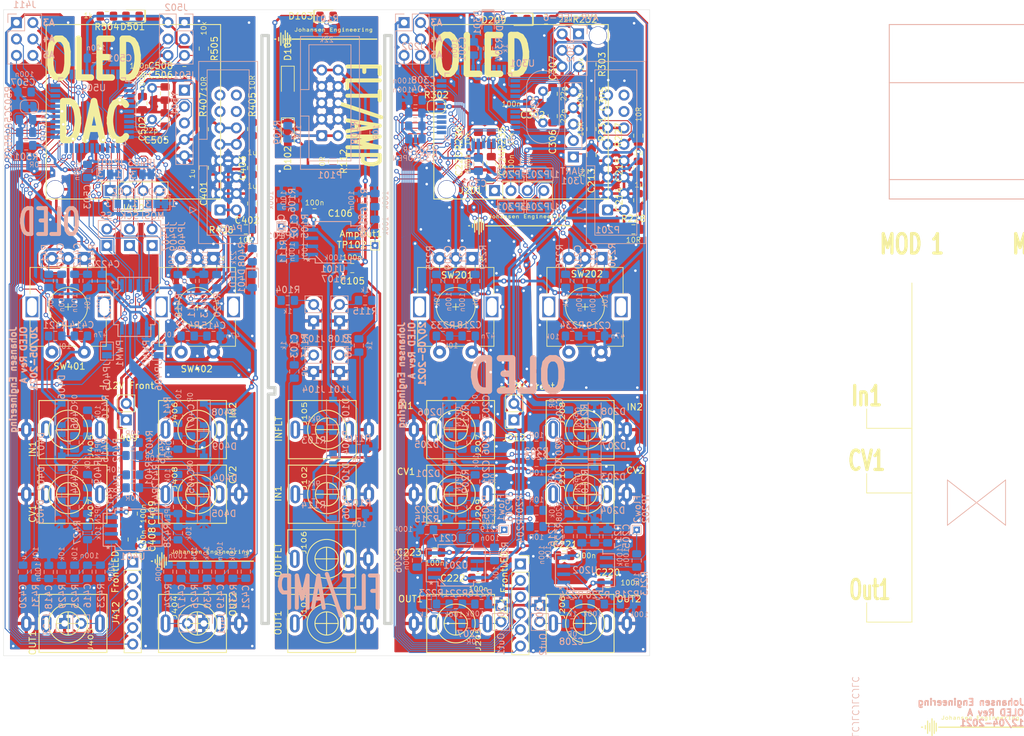
<source format=kicad_pcb>
(kicad_pcb (version 20171130) (host pcbnew "(5.1.9)-1")
  (title_block (title "OLED Board") (date 2021-05-04) (rev "Rev A") (company "Johansen Engineering"))
  (layers (0 F.Cu signal) (31 B.Cu signal) (34 B.Paste user) (35 F.Paste user) (36 B.SilkS user hide) (37 F.SilkS user hide) (38 B.Mask user) (39 F.Mask user) (44 Edge.Cuts user))
  (net 0 "")
  (net 1 GND)
  (net 2 +12VA)
  (net 3 -12VA)
  (net 4 +5V)
  (net 5 Flow2_32)
  (net 6 GNDA)
  (net 7 "Net-(C202-Pad1)")
  (net 8 29_A5)
  (net 9 30_A6)
  (net 10 "Net-(C203-Pad1)")
  (net 11 Flow1_32)
  (net 12 26_A2)
  (net 13 25_A1)
  (net 14 -12V)
  (net 15 +12V)
  (net 16 24_A0)
  (net 17 +5VA)
  (net 18 "Net-(C305-Pad2)")
  (net 19 reset)
  (net 20 "Net-(C306-Pad1)")
  (net 21 "Net-(C307-Pad1)")
  (net 22 "Net-(C308-Pad1)")
  (net 23 "Net-(D103-Pad2)")
  (net 24 "Net-(D104-Pad2)")
  (net 25 "Net-(D106-Pad2)")
  (net 26 27_A3)
  (net 27 28_A4)
  (net 28 "Net-(D209-Pad1)")
  (net 29 "Net-(D301-Pad2)")
  (net 30 "Net-(J102-PadTN)")
  (net 31 "Net-(J201-Pad1)")
  (net 32 "Net-(J201-Pad2)")
  (net 33 "Net-(J201-Pad3)")
  (net 34 "Net-(J201-Pad4)")
  (net 35 In1_32)
  (net 36 In2_32)
  (net 37 CV1_32)
  (net 38 CV2_32)
  (net 39 31_A7)
  (net 40 Out2_32)
  (net 41 Out1_32)
  (net 42 "Net-(P201-Pad13)")
  (net 43 "Net-(P201-Pad15)")
  (net 44 "Net-(P201-Pad14)")
  (net 45 "Net-(P201-Pad16)")
  (net 46 "Net-(R214-Pad1)")
  (net 47 "Net-(R216-Pad1)")
  (net 48 "Net-(R218-Pad1)")
  (net 49 "Net-(C201-Pad1)")
  (net 50 "Net-(C204-Pad1)")
  (net 51 "Net-(C207-Pad1)")
  (net 52 "Net-(C208-Pad1)")
  (net 53 "Net-(J207-PadTN)")
  (net 54 "Net-(J208-PadTN)")
  (net 55 "Net-(J209-PadTN)")
  (net 56 "Net-(J210-PadTN)")
  (net 57 "Net-(R107-Pad1)")
  (net 58 "Net-(R233-Pad2)")
  (net 59 "Net-(R234-Pad2)")
  (net 60 11_INT1)
  (net 61 10_INT0)
  (net 62 D1)
  (net 63 /KicadJE_OLED_Mega32/ATMega32A.sch/D18)
  (net 64 /KicadJE_OLED_Mega32/ATMega32A.sch/D19)
  (net 65 /KicadJE_OLED_Mega32/ATMega32A.sch/D20)
  (net 66 /KicadJE_OLED_Mega32/ATMega32A.sch/D21)
  (net 67 /KicadJE_OLED_Mega32/ATMega32A.sch/D22)
  (net 68 /KicadJE_OLED_Mega32/ATMega32A.sch/D23)
  (net 69 /KicadJE_OLED_Mega32/ATMega32A.sch/D17_SDA)
  (net 70 /KicadJE_OLED_Mega32/ATMega32A.sch/D16_SCL)
  (net 71 /KicadJE_OLED_Mega32/ATMega32A.sch/D12_PWM)
  (net 72 /KicadJE_OLED_Mega32/ATMega32A.sch/D13_PWM)
  (net 73 /KicadJE_OLED_Mega32/ATMega32A.sch/D2_INT2)
  (net 74 /KicadJE_OLED_Mega32/ATMega32A.sch/D3_OC0)
  (net 75 /KicadJE_OLED_Mega32/ATMega32A.sch/D4)
  (net 76 "Net-(C205-Pad1)")
  (net 77 "Net-(C206-Pad1)")
  (net 78 "Net-(C216-Pad2)")
  (net 79 "Net-(C217-Pad2)")
  (net 80 "Net-(C216-Pad1)")
  (net 81 "Net-(C217-Pad1)")
  (net 82 "Net-(C224-Pad1)")
  (net 83 "Net-(C225-Pad1)")
  (net 84 "Net-(R213-Pad1)")
  (net 85 "Net-(C101-Pad1)")
  (net 86 "Net-(C101-Pad2)")
  (net 87 "Net-(C102-Pad1)")
  (net 88 Out1_Filt)
  (net 89 "Net-(C103-Pad1)")
  (net 90 "Net-(C104-Pad1)")
  (net 91 Out1_Amp)
  (net 92 In1_Amp)
  (net 93 "Net-(J105-PadTN)")
  (net 94 In1_Filt)
  (net 95 "Net-(R116-Pad2)")
  (net 96 "Net-(R117-Pad2)")
  (net 97 /InPos)
  (net 98 /InNeg)
  (net 99 27_A3_DAC)
  (net 100 "Net-(C404-Pad1)")
  (net 101 28_A4_DAC)
  (net 102 "Net-(C405-Pad1)")
  (net 103 "Net-(C406-Pad1)")
  (net 104 29_A5_DAC)
  (net 105 30_A6_DAC)
  (net 106 "Net-(C407-Pad1)")
  (net 107 26_A2_DAC)
  (net 108 11_INT1_DAC)
  (net 109 25_A1_DAC)
  (net 110 10_INT0_DAC)
  (net 111 24_A0_DAC)
  (net 112 D1_DAC)
  (net 113 /KicadJE_ATMega32A_DAC/1_out)
  (net 114 "Net-(C416-Pad2)")
  (net 115 "Net-(C417-Pad2)")
  (net 116 /KicadJE_ATMega32A_DAC/2_out)
  (net 117 DACA)
  (net 118 "Net-(C420-Pad1)")
  (net 119 "Net-(C421-Pad1)")
  (net 120 DACB)
  (net 121 "Net-(C505-Pad1)")
  (net 122 "Net-(C506-Pad1)")
  (net 123 "Net-(C507-Pad1)")
  (net 124 "Net-(C508-Pad2)")
  (net 125 "Net-(D401-Pad1)")
  (net 126 "Net-(D501-Pad2)")
  (net 127 /KicadJE_OLED_Mega32/ATMega32A.sch/D9_Tx)
  (net 128 /KicadJE_OLED_Mega32/ATMega32A.sch/D8_Rx)
  (net 129 /KicadJE_OLED_Mega32/ATMega32A.sch/D6_MISO)
  (net 130 /KicadJE_OLED_Mega32/ATMega32A.sch/D7_SCK)
  (net 131 /KicadJE_OLED_Mega32/ATMega32A.sch/D5_MOSI)
  (net 132 In1_32_DAC)
  (net 133 "Net-(J405-PadTN)")
  (net 134 "Net-(J406-PadTN)")
  (net 135 In2_32_DAC)
  (net 136 CV1_32_DAC)
  (net 137 "Net-(J407-PadTN)")
  (net 138 CV2_32_DAC)
  (net 139 "Net-(J408-PadTN)")
  (net 140 "Net-(J410-Pad1)")
  (net 141 "Net-(J410-Pad2)")
  (net 142 "Net-(J410-Pad3)")
  (net 143 "Net-(J410-Pad4)")
  (net 144 31_A7_DAC)
  (net 145 /KicadJE_ATMega32A_DAC/sheet6241082B/D23)
  (net 146 /KicadJE_ATMega32A_DAC/sheet6241082B/D22)
  (net 147 /KicadJE_ATMega32A_DAC/sheet6241082B/D21)
  (net 148 /KicadJE_ATMega32A_DAC/sheet6241082B/D20)
  (net 149 /KicadJE_ATMega32A_DAC/sheet6241082B/D19)
  (net 150 /KicadJE_ATMega32A_DAC/sheet6241082B/D18)
  (net 151 /KicadJE_ATMega32A_DAC/sheet6241082B/D9_Tx)
  (net 152 /KicadJE_ATMega32A_DAC/sheet6241082B/D8_Rx)
  (net 153 /KicadJE_ATMega32A_DAC/sheet6241082B/D6_MISO)
  (net 154 /KicadJE_ATMega32A_DAC/sheet6241082B/D17_SDA)
  (net 155 /KicadJE_ATMega32A_DAC/sheet6241082B/D16_SCL)
  (net 156 Flow1_32_DAC)
  (net 157 Flow2_32_DAC)
  (net 158 /KicadJE_ATMega32A_DAC/SS)
  (net 159 /KicadJE_ATMega32A_DAC/SDI)
  (net 160 /KicadJE_ATMega32A_DAC/SCK)
  (net 161 "Net-(P401-Pad13)")
  (net 162 "Net-(P401-Pad15)")
  (net 163 "Net-(P401-Pad14)")
  (net 164 "Net-(P401-Pad16)")
  (net 165 /KicadJE_OLED_Mega32/ATMega32A.sch/0_LED)
  (net 166 "Net-(R421-Pad2)")
  (net 167 "Net-(R422-Pad2)")
  (net 168 OUT1_DAC)
  (net 169 OUT2_DAC)
  (net 170 /KicadJE_ATMega32A_DAC/1_inv)
  (net 171 /KicadJE_ATMega32A_DAC/2_inv)
  (net 172 /KicadJE_ATMega32A_DAC/1_noninv)
  (net 173 /KicadJE_ATMega32A_DAC/2_noninv)
  (net 174 /KicadJE_ATMega32A_DAC/sheet6241082B/0_LED)
  (net 175 /KicadJE_ATMega32A_DAC/sheet6241082B/D12_PWM)
  (net 176 /KicadJE_ATMega32A_DAC/sheet6241082B/D13_PWM)
  (net 177 /KicadJE_ATMega32A_DAC/sheet6241082B/D2_INT2)
  (net 178 /KicadJE_ATMega32A_DAC/sheet6241082B/D3_OC0)
  (net 179 /KicadJE_OLED_Mega32/InNeg)
  (net 180 /KicadJE_OLED_Mega32/InPos)
  (net 181 /KicadJE_OLED_Mega32/In5V)
  (net 182 /KicadJE_ATMega32A_DAC/InNeg)
  (net 183 /KicadJE_ATMega32A_DAC/InPos)
  (net 184 /KicadJE_ATMega32A_DAC/In5V)
  (net 185 SCK_DAC)
  (net 186 MOSI_DAC)
  (net 187 CS_DAC)
  (module AJ:Johansen_engineering_logo_20mm (layer F.Cu) (at 179.9 83.4)
    (fp_text reference G*** hide)
    (fp_text value LOGO hide)
  )
  (module AJ:Johansen_engineering_logo_20mm (layer F.Cu) (at 130.8 135.3)
    (fp_text reference G*** hide)
    (fp_text value LOGO hide)
  )
  (module AJ:Johansen_engineering_logo_20mm (layer F.Cu) (at 149.9 54.5)
    (fp_text reference G*** hide)
    (fp_text value LOGO hide)
  )
  (module AJ:C_0805_AJ (layer B.Cu) (at 103.25 62.75 180)
    (fp_text reference C507 (at 0.25 1.5 180) (layer B.SilkS) (effects (justify mirror)))
    (fp_text value 100n (at 0 2.75 180) (layer B.SilkS) (effects (font (size 0.8 0.8) (thickness 0.1)) (justify mirror)))
    (pad 2 smd roundrect (at 1.025 0 180) (size 1.15 1.4) (layers B.Cu B.Paste B.Mask) (roundrect_rratio 0.217391) (net 6 GNDA))
    (pad 1 smd roundrect (at -1.025 0 180) (size 1.15 1.4) (layers B.Cu B.Paste B.Mask) (roundrect_rratio 0.217391) (net 123 "Net-(C507-Pad1)"))
  )
  (module AJ:M2.7_Plated (layer F.Cu) (at 108 77.8)
    (fp_text reference H2 (at 0 0.5) (layer F.SilkS))
    (fp_text value OLED)
    (pad 1 thru_hole circle (at 0 0) (size 2.8 2.8) (drill 2.65) (layers *.Cu *.Mask) (net 1 GND))
  )
  (module AJ:M2.7_Plated (layer F.Cu) (at 192 54)
    (fp_text reference H4 (at 0 0.5) (layer F.SilkS))
    (fp_text value OLED)
    (pad 1 thru_hole circle (at 0 0) (size 2.8 2.8) (drill 2.65) (layers *.Cu *.Mask) (net 1 GND))
  )
  (module AJ:M2.7_Plated (layer F.Cu) (at 168.6 77.8)
    (fp_text reference H2 (at 0 0.5) (layer F.SilkS))
    (fp_text value OLED)
    (pad 1 thru_hole circle (at 0 0) (size 2.8 2.8) (drill 2.65) (layers *.Cu *.Mask) (net 1 GND))
  )
  (module AJ:Johansen_engineering_logo_20mm (layer F.Cu) (at 250 161)
    (fp_text reference G*** hide)
    (fp_text value LOGO hide)
  )
  (module Diode_SMD:D_SOD-123 (layer F.Cu) (at 144 61 270)
    (fp_text reference D101 (at -5 0 90) (layer F.SilkS))
    (fp_text value 1N1007)
    (pad 2 smd rect (at 1.65 0 270) (size 0.9 1.2) (layers F.Cu F.Paste F.Mask) (net 1 GND))
    (pad 1 smd rect (at -1.65 0 270) (size 0.9 1.2) (layers F.Cu F.Paste F.Mask) (net 97 /InPos))
  )
  (module Diode_SMD:D_SOD-123 (layer F.Cu) (at 144 69 270)
    (fp_text reference D102 (at 4 0 90) (layer F.SilkS))
    (fp_text value 1N1007)
    (pad 1 smd rect (at -1.65 0 270) (size 0.9 1.2) (layers F.Cu F.Paste F.Mask) (net 1 GND))
    (pad 2 smd rect (at 1.65 0 270) (size 0.9 1.2) (layers F.Cu F.Paste F.Mask) (net 98 /InNeg))
  )
  (module AJ:R_0805_AJ (layer B.Cu) (at 150 53 180)
    (fp_text reference R101 (at 0 1.65) (layer B.SilkS) (effects (justify mirror)))
    (fp_text value 22k (at 0 -1.65) (layer B.SilkS) (effects (font (size 0.8 0.8) (thickness 0.1)) (justify mirror)))
    (pad 2 smd roundrect (at 1.025 0 180) (size 1.15 1.4) (layers B.Cu B.Paste B.Mask) (roundrect_rratio 0.2173904347826087) (net 1 GND))
    (pad 1 smd roundrect (at -1.025 0 180) (size 1.15 1.4) (layers B.Cu B.Paste B.Mask) (roundrect_rratio 0.2173904347826087) (net 23 "Net-(D103-Pad2)"))
  )
  (module AJ:C_0805_AJ (layer B.Cu) (at 172.75 56 270)
    (fp_text reference C301 (at 0.1 1.75 90) (layer B.SilkS) (effects (justify mirror)))
    (fp_text value 100n (at 0 2.95 90) (layer B.SilkS) (effects (font (size 0.8 0.8) (thickness 0.1)) (justify mirror)))
    (pad 1 smd roundrect (at -1.025 0 270) (size 1.15 1.4) (layers B.Cu B.Paste B.Mask) (roundrect_rratio 0.217391) (net 1 GND))
    (pad 2 smd roundrect (at 1.025 0 270) (size 1.15 1.4) (layers B.Cu B.Paste B.Mask) (roundrect_rratio 0.217391) (net 4 +5V))
  )
  (module AJ:C_0805_AJ (layer F.Cu) (at 182 64.5 180)
    (fp_text reference C302 (at 0.1 -1.8) (layer F.SilkS))
    (fp_text value 100n (at 3.4 -0.1) (layer F.SilkS) (effects (font (size 0.8 0.8) (thickness 0.1))))
    (pad 2 smd roundrect (at 1.025 0 180) (size 1.15 1.4) (layers F.Cu F.Paste F.Mask) (roundrect_rratio 0.217391) (net 4 +5V))
    (pad 1 smd roundrect (at -1.025 0 180) (size 1.15 1.4) (layers F.Cu F.Paste F.Mask) (roundrect_rratio 0.217391) (net 1 GND))
  )
  (module AJ:C_0805_AJ (layer B.Cu) (at 173.5 74 90)
    (fp_text reference C303 (at -2.9 -0.6 180) (layer B.SilkS) (effects (justify mirror)))
    (fp_text value 100n (at 0 -1.65 90) (layer B.SilkS) (effects (font (size 0.8 0.8) (thickness 0.1)) (justify mirror)))
    (pad 1 smd roundrect (at -1.025 0 90) (size 1.15 1.4) (layers B.Cu B.Paste B.Mask) (roundrect_rratio 0.217391) (net 1 GND))
    (pad 2 smd roundrect (at 1.025 0 90) (size 1.15 1.4) (layers B.Cu B.Paste B.Mask) (roundrect_rratio 0.217391) (net 4 +5V))
  )
  (module AJ:C_0805_AJ (layer B.Cu) (at 163.725 66)
    (fp_text reference C304 (at 1.275 -3.7 180) (layer B.SilkS) (effects (justify mirror)))
    (fp_text value 100n (at -2.025 -3.6) (layer B.SilkS) (effects (font (size 0.8 0.8) (thickness 0.1)) (justify mirror)))
    (pad 2 smd roundrect (at 1.025 0) (size 1.15 1.4) (layers B.Cu B.Paste B.Mask) (roundrect_rratio 0.217391) (net 17 +5VA))
    (pad 1 smd roundrect (at -1.025 0) (size 1.15 1.4) (layers B.Cu B.Paste B.Mask) (roundrect_rratio 0.217391) (net 6 GNDA))
  )
  (module AJ:C_0805_AJ (layer F.Cu) (at 191 63.725 270)
    (fp_text reference C305 (at 0.075 -1.8 270) (layer F.SilkS))
    (fp_text value 100n (at 0 1.65 270) (layer F.SilkS) (effects (font (size 0.8 0.8) (thickness 0.1))))
    (pad 2 smd roundrect (at 1.025 0 270) (size 1.15 1.4) (layers F.Cu F.Paste F.Mask) (roundrect_rratio 0.217391) (net 18 "Net-(C305-Pad2)"))
    (pad 1 smd roundrect (at -1.025 0 270) (size 1.15 1.4) (layers F.Cu F.Paste F.Mask) (roundrect_rratio 0.217391) (net 19 reset))
  )
  (module AJ:C_0805_AJ (layer F.Cu) (at 185 66.475 90)
    (fp_text reference C306 (at -3.975 0 90) (layer F.SilkS))
    (fp_text value 22p (at 0 1.65 90) (layer F.SilkS) (effects (font (size 0.8 0.8) (thickness 0.1))))
    (pad 2 smd roundrect (at 1.025 0 90) (size 1.15 1.4) (layers F.Cu F.Paste F.Mask) (roundrect_rratio 0.217391) (net 1 GND))
    (pad 1 smd roundrect (at -1.025 0 90) (size 1.15 1.4) (layers F.Cu F.Paste F.Mask) (roundrect_rratio 0.217391) (net 20 "Net-(C306-Pad1)"))
  )
  (module AJ:C_0805_AJ (layer F.Cu) (at 185 63.025 270)
    (fp_text reference C307 (at -3.975 0 90) (layer F.SilkS))
    (fp_text value 22p (at 0 -1.7 90) (layer F.SilkS) (effects (font (size 0.8 0.8) (thickness 0.1))))
    (pad 1 smd roundrect (at -1.025 0 270) (size 1.15 1.4) (layers F.Cu F.Paste F.Mask) (roundrect_rratio 0.217391) (net 21 "Net-(C307-Pad1)"))
    (pad 2 smd roundrect (at 1.025 0 270) (size 1.15 1.4) (layers F.Cu F.Paste F.Mask) (roundrect_rratio 0.217391) (net 1 GND))
  )
  (module AJ:C_0805_AJ (layer B.Cu) (at 163.775 64 180)
    (fp_text reference C308 (at -1.225 3.1) (layer B.SilkS) (effects (justify mirror)))
    (fp_text value 100n (at 2.075 3) (layer B.SilkS) (effects (font (size 0.8 0.8) (thickness 0.1)) (justify mirror)))
    (pad 1 smd roundrect (at -1.025 0 180) (size 1.15 1.4) (layers B.Cu B.Paste B.Mask) (roundrect_rratio 0.217391) (net 22 "Net-(C308-Pad1)"))
    (pad 2 smd roundrect (at 1.025 0 180) (size 1.15 1.4) (layers B.Cu B.Paste B.Mask) (roundrect_rratio 0.217391) (net 6 GNDA))
  )
  (module AJ:D_0805_AJ (layer B.Cu) (at 175 52 270)
    (fp_text reference D301 (at 0 1.65 90) (layer B.SilkS) (effects (justify mirror)))
    (fp_text value LED (at 0 -1.8 90) (layer B.SilkS) (effects (justify mirror)))
    (pad 1 smd roundrect (at -1.025 0 270) (size 1.15 1.4) (layers B.Cu B.Paste B.Mask) (roundrect_rratio 0.217391) (net 1 GND))
    (pad 2 smd roundrect (at 1.025 0 270) (size 1.15 1.4) (layers B.Cu B.Paste B.Mask) (roundrect_rratio 0.217391) (net 29 "Net-(D301-Pad2)"))
  )
  (module Connector_PinSocket_2.54mm:PinSocket_1x04_P2.54mm_Vertical (layer F.Cu) (at 176 78 90)
    (fp_text reference J201 (at 0 -3.7 180) (layer F.SilkS))
    (fp_text value OLED)
    (pad 1 thru_hole rect (at 0 0 90) (size 1.7 1.7) (drill 1) (layers *.Cu *.Mask) (net 31 "Net-(J201-Pad1)"))
    (pad 2 thru_hole oval (at 0 2.54 90) (size 1.7 1.7) (drill 1) (layers *.Cu *.Mask) (net 32 "Net-(J201-Pad2)"))
    (pad 3 thru_hole oval (at 0 5.08 90) (size 1.7 1.7) (drill 1) (layers *.Cu *.Mask) (net 33 "Net-(J201-Pad3)"))
    (pad 4 thru_hole oval (at 0 7.62 90) (size 1.7 1.7) (drill 1) (layers *.Cu *.Mask) (net 34 "Net-(J201-Pad4)"))
  )
  (module AJ:PJ301SM (layer F.Cu) (at 170 115 270)
    (fp_text reference J207 (at 2.5 -3.5 90) (layer F.SilkS) (effects (font (size 0.75 1) (thickness 0.125))))
    (fp_text value IN1 (at -3.7 7.8 180) (layer F.SilkS))
    (pad T thru_hole oval (at 0 -4.92 270) (size 2.8 1.5) (drill oval 2.1 0.5) (layers *.Cu *.Mask) (net 35 In1_32))
    (pad S thru_hole oval (at 0 6.48 270) (size 2.4 1.6) (drill oval 1.4 0.6) (layers *.Cu *.Mask) (net 6 GNDA))
    (pad TN thru_hole oval (at 0 3.38 270) (size 2.8 1.6) (drill oval 2 0.6) (layers *.Cu *.Mask) (net 53 "Net-(J207-PadTN)"))
  )
  (module AJ:PJ301SM (layer F.Cu) (at 190 115 90)
    (fp_text reference J208 (at 2.5 -3.5 90) (layer F.SilkS) (effects (font (size 0.75 1) (thickness 0.125))))
    (fp_text value IN2 (at 3.5 7.7 180) (layer F.SilkS))
    (pad TN thru_hole oval (at 0 3.38 90) (size 2.8 1.6) (drill oval 2 0.6) (layers *.Cu *.Mask) (net 54 "Net-(J208-PadTN)"))
    (pad S thru_hole oval (at 0 6.48 90) (size 2.4 1.6) (drill oval 1.4 0.6) (layers *.Cu *.Mask) (net 6 GNDA))
    (pad T thru_hole oval (at 0 -4.92 90) (size 2.8 1.5) (drill oval 2.1 0.5) (layers *.Cu *.Mask) (net 36 In2_32))
  )
  (module AJ:PJ301SM (layer F.Cu) (at 170 125 270)
    (fp_text reference J209 (at 2.5 -3.5 90) (layer F.SilkS) (effects (font (size 0.75 1) (thickness 0.125))))
    (fp_text value CV1 (at -3.5 7.7 180) (layer F.SilkS))
    (pad TN thru_hole oval (at 0 3.38 270) (size 2.8 1.6) (drill oval 2 0.6) (layers *.Cu *.Mask) (net 55 "Net-(J209-PadTN)"))
    (pad S thru_hole oval (at 0 6.48 270) (size 2.4 1.6) (drill oval 1.4 0.6) (layers *.Cu *.Mask) (net 6 GNDA))
    (pad T thru_hole oval (at 0 -4.92 270) (size 2.8 1.5) (drill oval 2.1 0.5) (layers *.Cu *.Mask) (net 37 CV1_32))
  )
  (module AJ:PJ301SM (layer F.Cu) (at 190 125 90)
    (fp_text reference J210 (at 2.5 -3.5 90) (layer F.SilkS) (effects (font (size 0.75 1) (thickness 0.125))))
    (fp_text value CV2 (at 3.7 7.8 180) (layer F.SilkS))
    (pad TN thru_hole oval (at 0 3.38 90) (size 2.8 1.6) (drill oval 2 0.6) (layers *.Cu *.Mask) (net 56 "Net-(J210-PadTN)"))
    (pad S thru_hole oval (at 0 6.48 90) (size 2.4 1.6) (drill oval 1.4 0.6) (layers *.Cu *.Mask) (net 6 GNDA))
    (pad T thru_hole oval (at 0 -4.92 90) (size 2.8 1.5) (drill oval 2.1 0.5) (layers *.Cu *.Mask) (net 38 CV2_32))
  )
  (module Connector_PinSocket_2.54mm:PinSocket_1x06_P2.54mm_Vertical (layer F.Cu) (at 180 135.8)
    (fp_text reference J211 (at -2.5 6.9 90) (layer F.SilkS))
    (fp_text value FrontLED (at -2.5 1.2 90) (layer F.SilkS))
    (pad 6 thru_hole oval (at 0 12.7) (size 1.7 1.7) (drill 1) (layers *.Cu *.Mask) (net 63 /KicadJE_OLED_Mega32/ATMega32A.sch/D18))
    (pad 5 thru_hole oval (at 0 10.16) (size 1.7 1.7) (drill 1) (layers *.Cu *.Mask) (net 64 /KicadJE_OLED_Mega32/ATMega32A.sch/D19))
    (pad 4 thru_hole oval (at 0 7.62) (size 1.7 1.7) (drill 1) (layers *.Cu *.Mask) (net 65 /KicadJE_OLED_Mega32/ATMega32A.sch/D20))
    (pad 3 thru_hole oval (at 0 5.08) (size 1.7 1.7) (drill 1) (layers *.Cu *.Mask) (net 66 /KicadJE_OLED_Mega32/ATMega32A.sch/D21))
    (pad 2 thru_hole oval (at 0 2.54) (size 1.7 1.7) (drill 1) (layers *.Cu *.Mask) (net 67 /KicadJE_OLED_Mega32/ATMega32A.sch/D22))
    (pad 1 thru_hole rect (at 0 0) (size 1.7 1.7) (drill 1) (layers *.Cu *.Mask) (net 68 /KicadJE_OLED_Mega32/ATMega32A.sch/D23))
  )
  (module Connector_PinSocket_2.54mm:PinSocket_1x02_P2.54mm_Vertical (layer F.Cu) (at 179 113.5 180)
    (fp_text reference J212 (at 0 -2.77) (layer F.SilkS))
    (fp_text value "-12V Front" (at -2 5.2 180) (layer F.SilkS))
    (pad 1 thru_hole rect (at 0 0 180) (size 1.7 1.7) (drill 1) (layers *.Cu *.Mask) (net 1 GND))
    (pad 2 thru_hole oval (at 0 2.54 180) (size 1.7 1.7) (drill 1) (layers *.Cu *.Mask) (net 14 -12V))
  )
  (module Connector_PinSocket_2.54mm:PinSocket_1x02_P2.54mm_Vertical (layer B.Cu) (at 183 142.2 180)
    (fp_text reference J203 (at 0 -1.04 90) (layer B.SilkS) (effects (justify mirror)))
    (fp_text value Out2 (at -0.5 -6.04 90) (layer B.SilkS) (effects (justify mirror)))
    (pad 2 thru_hole oval (at 0 -2.54 180) (size 1.7 1.7) (drill 1) (layers *.Cu *.Mask) (net 40 Out2_32))
    (pad 1 thru_hole rect (at 0 0 180) (size 1.7 1.7) (drill 1) (layers *.Cu *.Mask) (net 6 GNDA))
  )
  (module Connector_PinSocket_2.54mm:PinSocket_1x02_P2.54mm_Vertical (layer B.Cu) (at 177 142.2 180)
    (fp_text reference J204 (at 0 -1 90) (layer B.SilkS) (effects (justify mirror)))
    (fp_text value Out1 (at 0 -6 90) (layer B.SilkS) (effects (justify mirror)))
    (pad 1 thru_hole rect (at 0 0 180) (size 1.7 1.7) (drill 1) (layers *.Cu *.Mask) (net 6 GNDA))
    (pad 2 thru_hole oval (at 0 -2.54 180) (size 1.7 1.7) (drill 1) (layers *.Cu *.Mask) (net 41 Out1_32))
  )
  (module AJ:PJ301SM (layer F.Cu) (at 170 145 270)
    (fp_text reference J205 (at 2.5 -3.5 90) (layer F.SilkS) (effects (font (size 0.75 1) (thickness 0.125))))
    (fp_text value OUT1 (at -3.8 7 180) (layer F.SilkS))
    (pad T thru_hole oval (at 0 -4.92 270) (size 2.8 1.5) (drill oval 2.1 0.5) (layers *.Cu *.Mask) (net 41 Out1_32))
    (pad S thru_hole oval (at 0 6.48 270) (size 2.4 1.6) (drill oval 1.4 0.6) (layers *.Cu *.Mask) (net 6 GNDA))
    (pad TN thru_hole oval (at 0 3.38 270) (size 2.8 1.6) (drill oval 2 0.6) (layers *.Cu *.Mask))
  )
  (module AJ:PJ301SM (layer F.Cu) (at 190 145 90)
    (fp_text reference J206 (at 2.5 -3.5 90) (layer F.SilkS) (effects (font (size 0.75 1) (thickness 0.125))))
    (fp_text value OUT2 (at 3.8 6.8 180) (layer F.SilkS))
    (pad TN thru_hole oval (at 0 3.38 90) (size 2.8 1.6) (drill oval 2 0.6) (layers *.Cu *.Mask))
    (pad S thru_hole oval (at 0 6.48 90) (size 2.4 1.6) (drill oval 1.4 0.6) (layers *.Cu *.Mask) (net 6 GNDA))
    (pad T thru_hole oval (at 0 -4.92 90) (size 2.8 1.5) (drill oval 2.1 0.5) (layers *.Cu *.Mask) (net 40 Out2_32))
  )
  (module Connector_PinHeader_2.54mm:PinHeader_2x03_P2.54mm_Vertical (layer B.Cu) (at 189 53.75 180)
    (fp_text reference J302 (at 1.2 -2.6 270) (layer B.SilkS) (effects (justify mirror)))
    (fp_text value AVR-ISP-6 (at 1.2 2.55) (layer B.SilkS) (effects (justify mirror)))
    (pad 1 thru_hole rect (at 0 0 180) (size 1.7 1.7) (drill 1) (layers *.Cu *.Mask) (net 129 /KicadJE_OLED_Mega32/ATMega32A.sch/D6_MISO))
    (pad 2 thru_hole oval (at 2.54 0 180) (size 1.7 1.7) (drill 1) (layers *.Cu *.Mask) (net 4 +5V))
    (pad 3 thru_hole oval (at 0 -2.54 180) (size 1.7 1.7) (drill 1) (layers *.Cu *.Mask) (net 130 /KicadJE_OLED_Mega32/ATMega32A.sch/D7_SCK))
    (pad 4 thru_hole oval (at 2.54 -2.54 180) (size 1.7 1.7) (drill 1) (layers *.Cu *.Mask) (net 131 /KicadJE_OLED_Mega32/ATMega32A.sch/D5_MOSI))
    (pad 5 thru_hole oval (at 0 -5.08 180) (size 1.7 1.7) (drill 1) (layers *.Cu *.Mask) (net 19 reset))
    (pad 6 thru_hole oval (at 2.54 -5.08 180) (size 1.7 1.7) (drill 1) (layers *.Cu *.Mask) (net 1 GND))
  )
  (module Connector_IDC:IDC-Header_2x08_P2.54mm_Vertical (layer B.Cu) (at 193.5 81)
    (fp_text reference P201 (at 0 3.1) (layer B.SilkS) (effects (justify mirror)))
    (fp_text value Doepfer_Power_16pin)
    (pad 1 thru_hole roundrect (at 0 0) (size 1.7 1.7) (drill 1) (layers *.Cu *.Mask) (roundrect_rratio 0.147059) (net 179 /KicadJE_OLED_Mega32/InNeg))
    (pad 3 thru_hole circle (at 0 -2.54) (size 1.7 1.7) (drill 1) (layers *.Cu *.Mask) (net 1 GND))
    (pad 5 thru_hole circle (at 0 -5.08) (size 1.7 1.7) (drill 1) (layers *.Cu *.Mask) (net 1 GND))
    (pad 7 thru_hole circle (at 0 -7.62) (size 1.7 1.7) (drill 1) (layers *.Cu *.Mask) (net 1 GND))
    (pad 9 thru_hole circle (at 0 -10.16) (size 1.7 1.7) (drill 1) (layers *.Cu *.Mask) (net 180 /KicadJE_OLED_Mega32/InPos))
    (pad 11 thru_hole circle (at 0 -12.7) (size 1.7 1.7) (drill 1) (layers *.Cu *.Mask) (net 181 /KicadJE_OLED_Mega32/In5V))
    (pad 13 thru_hole circle (at 0 -15.24) (size 1.7 1.7) (drill 1) (layers *.Cu *.Mask) (net 42 "Net-(P201-Pad13)"))
    (pad 15 thru_hole circle (at 0 -17.78) (size 1.7 1.7) (drill 1) (layers *.Cu *.Mask) (net 43 "Net-(P201-Pad15)"))
    (pad 2 thru_hole circle (at 2.54 0) (size 1.7 1.7) (drill 1) (layers *.Cu *.Mask) (net 179 /KicadJE_OLED_Mega32/InNeg))
    (pad 4 thru_hole circle (at 2.54 -2.54) (size 1.7 1.7) (drill 1) (layers *.Cu *.Mask) (net 1 GND))
    (pad 6 thru_hole circle (at 2.54 -5.08) (size 1.7 1.7) (drill 1) (layers *.Cu *.Mask) (net 1 GND))
    (pad 8 thru_hole circle (at 2.54 -7.62) (size 1.7 1.7) (drill 1) (layers *.Cu *.Mask) (net 1 GND))
    (pad 10 thru_hole circle (at 2.54 -10.16) (size 1.7 1.7) (drill 1) (layers *.Cu *.Mask) (net 180 /KicadJE_OLED_Mega32/InPos))
    (pad 12 thru_hole circle (at 2.54 -12.7) (size 1.7 1.7) (drill 1) (layers *.Cu *.Mask) (net 181 /KicadJE_OLED_Mega32/In5V))
    (pad 14 thru_hole circle (at 2.54 -15.24) (size 1.7 1.7) (drill 1) (layers *.Cu *.Mask) (net 44 "Net-(P201-Pad14)"))
    (pad 16 thru_hole circle (at 2.54 -17.78) (size 1.7 1.7) (drill 1) (layers *.Cu *.Mask) (net 45 "Net-(P201-Pad16)"))
  )
  (module AJ:R_0805_AJ (layer B.Cu) (at 163.725 68 180)
    (fp_text reference R301 (at -1.575 -3.7) (layer B.SilkS) (effects (justify mirror)))
    (fp_text value 0R (at 1.125 -3.7) (layer B.SilkS) (effects (font (size 0.8 0.8) (thickness 0.1)) (justify mirror)))
    (pad 1 smd roundrect (at -1.025 0 180) (size 1.15 1.4) (layers B.Cu B.Paste B.Mask) (roundrect_rratio 0.217391) (net 17 +5VA))
    (pad 2 smd roundrect (at 1.025 0 180) (size 1.15 1.4) (layers B.Cu B.Paste B.Mask) (roundrect_rratio 0.217391) (net 4 +5V))
  )
  (module Jumper:SolderJumper-2_P1.3mm_Bridged_RoundedPad1.0x1.5mm (layer F.Cu) (at 167 65)
    (fp_text reference R302 (at 0 -1.8 180) (layer F.SilkS))
    (fp_text value 0R)
    (fp_poly (pts (xy 0.25 -0.3) (xy -0.25 -0.3) (xy -0.25 0.3) (xy 0.25 0.3)) (layer F.Cu) (width 0))
    (pad 2 smd custom (at 0.65 0) (size 1 0.5) (layers F.Cu F.Mask) (net 1 GND) (options (clearance outline) (anchor rect)) (primitives (gr_circle (center 0 0.25) (end 0.5 0.25) (width 0)) (gr_circle (center 0 -0.25) (end 0.5 -0.25) (width 0)) (gr_poly (pts (xy 0 -0.75) (xy -0.5 -0.75) (xy -0.5 0.75) (xy 0 0.75)) (width 0))))
    (pad 1 smd custom (at -0.65 0) (size 1 0.5) (layers F.Cu F.Mask) (net 6 GNDA) (options (clearance outline) (anchor rect)) (primitives (gr_circle (center 0 0.25) (end 0.5 0.25) (width 0)) (gr_circle (center 0 -0.25) (end 0.5 -0.25) (width 0)) (gr_poly (pts (xy 0 -0.75) (xy 0.5 -0.75) (xy 0.5 0.75) (xy 0 0.75)) (width 0))))
  )
  (module AJ:R_0805_AJ (layer F.Cu) (at 191 58.475 270)
    (fp_text reference R303 (at 0 -1.65 90) (layer F.SilkS))
    (fp_text value 10k (at 0 1.65 90) (layer F.SilkS) (effects (font (size 0.8 0.8) (thickness 0.1))))
    (pad 1 smd roundrect (at -1.025 0 270) (size 1.15 1.4) (layers F.Cu F.Paste F.Mask) (roundrect_rratio 0.217391) (net 4 +5V))
    (pad 2 smd roundrect (at 1.025 0 270) (size 1.15 1.4) (layers F.Cu F.Paste F.Mask) (roundrect_rratio 0.217391) (net 19 reset))
  )
  (module AJ:R_0805_AJ (layer B.Cu) (at 175 56 270)
    (fp_text reference R304 (at 0.1 -1.7 90) (layer B.SilkS) (effects (justify mirror)))
    (fp_text value 1k (at 0 -2.6 90) (layer B.SilkS) (effects (font (size 0.8 0.8) (thickness 0.1)) (justify mirror)))
    (pad 1 smd roundrect (at -1.025 0 270) (size 1.15 1.4) (layers B.Cu B.Paste B.Mask) (roundrect_rratio 0.217391) (net 29 "Net-(D301-Pad2)"))
    (pad 2 smd roundrect (at 1.025 0 270) (size 1.15 1.4) (layers B.Cu B.Paste B.Mask) (roundrect_rratio 0.217391) (net 165 /KicadJE_OLED_Mega32/ATMega32A.sch/0_LED))
  )
  (module AJ:R_0805_AJ (layer B.Cu) (at 163.75 70 180)
    (fp_text reference R305 (at -1.55 -3) (layer B.SilkS) (effects (justify mirror)))
    (fp_text value OPEN (at 1.95 -3) (layer B.SilkS) (effects (font (size 0.8 0.8) (thickness 0.1)) (justify mirror)))
    (pad 1 smd roundrect (at -1.025 0 180) (size 1.15 1.4) (layers B.Cu B.Paste B.Mask) (roundrect_rratio 0.217391) (net 17 +5VA))
    (pad 2 smd roundrect (at 1.025 0 180) (size 1.15 1.4) (layers B.Cu B.Paste B.Mask) (roundrect_rratio 0.217391) (net 6 GNDA))
  )
  (module Rotary_Encoder:RotaryEncoder_Alps_EC11E-Switch_Vertical_H20mm (layer F.Cu) (at 172.5 88.5 270)
    (fp_text reference SW201 (at 2.6 2.3 180) (layer F.SilkS))
    (fp_text value Rotary_Encoder_Switch)
    (pad S1 thru_hole circle (at 14.5 5 270) (size 2 2) (drill 1) (layers *.Cu *.Mask) (net 58 "Net-(R233-Pad2)"))
    (pad S2 thru_hole circle (at 14.5 0 270) (size 2 2) (drill 1) (layers *.Cu *.Mask) (net 1 GND))
    (pad MP thru_hole rect (at 7.5 8.1 270) (size 3.2 2) (drill oval 2.8 1.5) (layers *.Cu *.Mask))
    (pad MP thru_hole rect (at 7.5 -3.1 270) (size 3.2 2) (drill oval 2.8 1.5) (layers *.Cu *.Mask))
    (pad B thru_hole circle (at 0 5 270) (size 2 2) (drill 1) (layers *.Cu *.Mask) (net 12 26_A2))
    (pad C thru_hole circle (at 0 2.5 270) (size 2 2) (drill 1) (layers *.Cu *.Mask) (net 1 GND))
    (pad A thru_hole rect (at 0 0 270) (size 2 2) (drill 1) (layers *.Cu *.Mask) (net 13 25_A1))
  )
  (module Package_QFP:TQFP-44_10x10mm_P0.8mm (layer B.Cu) (at 173.5 65 180)
    (fp_text reference U301 (at -6.8 6.7) (layer B.SilkS) (effects (justify mirror)))
    (fp_text value ATmega32A-AU)
    (pad 1 smd rect (at -5.7 4 180) (size 1.5 0.55) (layers B.Cu B.Paste B.Mask) (net 131 /KicadJE_OLED_Mega32/ATMega32A.sch/D5_MOSI))
    (pad 2 smd rect (at -5.7 3.2 180) (size 1.5 0.55) (layers B.Cu B.Paste B.Mask) (net 129 /KicadJE_OLED_Mega32/ATMega32A.sch/D6_MISO))
    (pad 3 smd rect (at -5.7 2.4 180) (size 1.5 0.55) (layers B.Cu B.Paste B.Mask) (net 130 /KicadJE_OLED_Mega32/ATMega32A.sch/D7_SCK))
    (pad 4 smd rect (at -5.7 1.6 180) (size 1.5 0.55) (layers B.Cu B.Paste B.Mask) (net 19 reset))
    (pad 5 smd rect (at -5.7 0.8 180) (size 1.5 0.55) (layers B.Cu B.Paste B.Mask) (net 4 +5V))
    (pad 6 smd rect (at -5.7 0 180) (size 1.5 0.55) (layers B.Cu B.Paste B.Mask) (net 1 GND))
    (pad 7 smd rect (at -5.7 -0.8 180) (size 1.5 0.55) (layers B.Cu B.Paste B.Mask) (net 21 "Net-(C307-Pad1)"))
    (pad 8 smd rect (at -5.7 -1.6 180) (size 1.5 0.55) (layers B.Cu B.Paste B.Mask) (net 20 "Net-(C306-Pad1)"))
    (pad 9 smd rect (at -5.7 -2.4 180) (size 1.5 0.55) (layers B.Cu B.Paste B.Mask) (net 128 /KicadJE_OLED_Mega32/ATMega32A.sch/D8_Rx))
    (pad 10 smd rect (at -5.7 -3.2 180) (size 1.5 0.55) (layers B.Cu B.Paste B.Mask) (net 127 /KicadJE_OLED_Mega32/ATMega32A.sch/D9_Tx))
    (pad 11 smd rect (at -5.7 -4 180) (size 1.5 0.55) (layers B.Cu B.Paste B.Mask) (net 61 10_INT0))
    (pad 12 smd rect (at -4 -5.7 90) (size 1.5 0.55) (layers B.Cu B.Paste B.Mask) (net 60 11_INT1))
    (pad 13 smd rect (at -3.2 -5.7 90) (size 1.5 0.55) (layers B.Cu B.Paste B.Mask) (net 71 /KicadJE_OLED_Mega32/ATMega32A.sch/D12_PWM))
    (pad 14 smd rect (at -2.4 -5.7 90) (size 1.5 0.55) (layers B.Cu B.Paste B.Mask) (net 72 /KicadJE_OLED_Mega32/ATMega32A.sch/D13_PWM))
    (pad 15 smd rect (at -1.6 -5.7 90) (size 1.5 0.55) (layers B.Cu B.Paste B.Mask) (net 11 Flow1_32))
    (pad 16 smd rect (at -0.8 -5.7 90) (size 1.5 0.55) (layers B.Cu B.Paste B.Mask) (net 5 Flow2_32))
    (pad 17 smd rect (at 0 -5.7 90) (size 1.5 0.55) (layers B.Cu B.Paste B.Mask) (net 4 +5V))
    (pad 18 smd rect (at 0.8 -5.7 90) (size 1.5 0.55) (layers B.Cu B.Paste B.Mask) (net 1 GND))
    (pad 19 smd rect (at 1.6 -5.7 90) (size 1.5 0.55) (layers B.Cu B.Paste B.Mask) (net 70 /KicadJE_OLED_Mega32/ATMega32A.sch/D16_SCL))
    (pad 20 smd rect (at 2.4 -5.7 90) (size 1.5 0.55) (layers B.Cu B.Paste B.Mask) (net 69 /KicadJE_OLED_Mega32/ATMega32A.sch/D17_SDA))
    (pad 21 smd rect (at 3.2 -5.7 90) (size 1.5 0.55) (layers B.Cu B.Paste B.Mask) (net 63 /KicadJE_OLED_Mega32/ATMega32A.sch/D18))
    (pad 22 smd rect (at 4 -5.7 90) (size 1.5 0.55) (layers B.Cu B.Paste B.Mask) (net 64 /KicadJE_OLED_Mega32/ATMega32A.sch/D19))
    (pad 23 smd rect (at 5.7 -4 180) (size 1.5 0.55) (layers B.Cu B.Paste B.Mask) (net 65 /KicadJE_OLED_Mega32/ATMega32A.sch/D20))
    (pad 24 smd rect (at 5.7 -3.2 180) (size 1.5 0.55) (layers B.Cu B.Paste B.Mask) (net 66 /KicadJE_OLED_Mega32/ATMega32A.sch/D21))
    (pad 25 smd rect (at 5.7 -2.4 180) (size 1.5 0.55) (layers B.Cu B.Paste B.Mask) (net 67 /KicadJE_OLED_Mega32/ATMega32A.sch/D22))
    (pad 26 smd rect (at 5.7 -1.6 180) (size 1.5 0.55) (layers B.Cu B.Paste B.Mask) (net 68 /KicadJE_OLED_Mega32/ATMega32A.sch/D23))
    (pad 27 smd rect (at 5.7 -0.8 180) (size 1.5 0.55) (layers B.Cu B.Paste B.Mask) (net 17 +5VA))
    (pad 28 smd rect (at 5.7 0 180) (size 1.5 0.55) (layers B.Cu B.Paste B.Mask) (net 1 GND))
    (pad 29 smd rect (at 5.7 0.8 180) (size 1.5 0.55) (layers B.Cu B.Paste B.Mask) (net 22 "Net-(C308-Pad1)"))
    (pad 30 smd rect (at 5.7 1.6 180) (size 1.5 0.55) (layers B.Cu B.Paste B.Mask) (net 39 31_A7))
    (pad 31 smd rect (at 5.7 2.4 180) (size 1.5 0.55) (layers B.Cu B.Paste B.Mask) (net 9 30_A6))
    (pad 32 smd rect (at 5.7 3.2 180) (size 1.5 0.55) (layers B.Cu B.Paste B.Mask) (net 8 29_A5))
    (pad 33 smd rect (at 5.7 4 180) (size 1.5 0.55) (layers B.Cu B.Paste B.Mask) (net 27 28_A4))
    (pad 34 smd rect (at 4 5.7 90) (size 1.5 0.55) (layers B.Cu B.Paste B.Mask) (net 26 27_A3))
    (pad 35 smd rect (at 3.2 5.7 90) (size 1.5 0.55) (layers B.Cu B.Paste B.Mask) (net 12 26_A2))
    (pad 36 smd rect (at 2.4 5.7 90) (size 1.5 0.55) (layers B.Cu B.Paste B.Mask) (net 13 25_A1))
    (pad 37 smd rect (at 1.6 5.7 90) (size 1.5 0.55) (layers B.Cu B.Paste B.Mask) (net 16 24_A0))
    (pad 38 smd rect (at 0.8 5.7 90) (size 1.5 0.55) (layers B.Cu B.Paste B.Mask) (net 4 +5V))
    (pad 39 smd rect (at 0 5.7 90) (size 1.5 0.55) (layers B.Cu B.Paste B.Mask) (net 1 GND))
    (pad 40 smd rect (at -0.8 5.7 90) (size 1.5 0.55) (layers B.Cu B.Paste B.Mask) (net 165 /KicadJE_OLED_Mega32/ATMega32A.sch/0_LED))
    (pad 41 smd rect (at -1.6 5.7 90) (size 1.5 0.55) (layers B.Cu B.Paste B.Mask) (net 62 D1))
    (pad 42 smd rect (at -2.4 5.7 90) (size 1.5 0.55) (layers B.Cu B.Paste B.Mask) (net 73 /KicadJE_OLED_Mega32/ATMega32A.sch/D2_INT2))
    (pad 43 smd rect (at -3.2 5.7 90) (size 1.5 0.55) (layers B.Cu B.Paste B.Mask) (net 74 /KicadJE_OLED_Mega32/ATMega32A.sch/D3_OC0))
    (pad 44 smd rect (at -4 5.7 90) (size 1.5 0.55) (layers B.Cu B.Paste B.Mask) (net 75 /KicadJE_OLED_Mega32/ATMega32A.sch/D4))
  )
  (module Crystal:Crystal_HC49-U_Vertical (layer B.Cu) (at 183.5 67.5 90)
    (fp_text reference Y301 (at 2.3 -1.2 270) (layer B.SilkS) (effects (justify mirror)))
    (fp_text value 16MHz)
    (pad 1 thru_hole circle (at 0 0 90) (size 1.5 1.5) (drill 0.8) (layers *.Cu *.Mask) (net 20 "Net-(C306-Pad1)"))
    (pad 2 thru_hole circle (at 4.88 0 90) (size 1.5 1.5) (drill 0.8) (layers *.Cu *.Mask) (net 21 "Net-(C307-Pad1)"))
  )
  (module AJ:C_0805_AJ (layer B.Cu) (at 173 113 90)
    (fp_text reference C203 (at 1.5 1.7 90) (layer B.SilkS) (effects (justify mirror)))
    (fp_text value 0R (at 2.7 0 90) (layer B.SilkS) (effects (font (size 0.8 0.8) (thickness 0.1)) (justify mirror)))
    (pad 2 smd roundrect (at 1.025 0 90) (size 1.15 1.4) (layers B.Cu B.Paste B.Mask) (roundrect_rratio 0.217391) (net 8 29_A5))
    (pad 1 smd roundrect (at -1.025 0 90) (size 1.15 1.4) (layers B.Cu B.Paste B.Mask) (roundrect_rratio 0.217391) (net 10 "Net-(C203-Pad1)"))
  )
  (module AJ:C_0805_AJ (layer B.Cu) (at 187.5 112.975 90)
    (fp_text reference C204 (at 0.975 -1.4 90) (layer B.SilkS) (effects (justify mirror)))
    (fp_text value 0R (at 2.075 -2.6 90) (layer B.SilkS) (effects (font (size 0.8 0.8) (thickness 0.1)) (justify mirror)))
    (pad 1 smd roundrect (at -1.025 0 90) (size 1.15 1.4) (layers B.Cu B.Paste B.Mask) (roundrect_rratio 0.217391) (net 50 "Net-(C204-Pad1)"))
    (pad 2 smd roundrect (at 1.025 0 90) (size 1.15 1.4) (layers B.Cu B.Paste B.Mask) (roundrect_rratio 0.217391) (net 9 30_A6))
  )
  (module AJ:C_0805_AJ (layer B.Cu) (at 169 92 90)
    (fp_text reference C209 (at 3.6 -0.2 90) (layer B.SilkS) (effects (justify mirror)))
    (fp_text value 100n (at -3.2 -0.1 90) (layer B.SilkS) (effects (font (size 0.8 0.8) (thickness 0.1)) (justify mirror)))
    (pad 2 smd roundrect (at 1.025 0 90) (size 1.15 1.4) (layers B.Cu B.Paste B.Mask) (roundrect_rratio 0.217391) (net 1 GND))
    (pad 1 smd roundrect (at -1.025 0 90) (size 1.15 1.4) (layers B.Cu B.Paste B.Mask) (roundrect_rratio 0.217391) (net 12 26_A2))
  )
  (module AJ:C_0805_AJ (layer B.Cu) (at 171 92 90)
    (fp_text reference C211 (at 3.6 0.1 90) (layer B.SilkS) (effects (justify mirror)))
    (fp_text value 100n (at -3.3 0 90) (layer B.SilkS) (effects (font (size 0.8 0.8) (thickness 0.1)) (justify mirror)))
    (pad 1 smd roundrect (at -1.025 0 90) (size 1.15 1.4) (layers B.Cu B.Paste B.Mask) (roundrect_rratio 0.217391) (net 13 25_A1))
    (pad 2 smd roundrect (at 1.025 0 90) (size 1.15 1.4) (layers B.Cu B.Paste B.Mask) (roundrect_rratio 0.217391) (net 1 GND))
  )
  (module AJ:C_0805_AJ (layer F.Cu) (at 191 72.5 90)
    (fp_text reference C213 (at -3.975 0 270) (layer F.SilkS))
    (fp_text value 1u (at -2.8 -1.5 270) (layer F.SilkS) (effects (font (size 0.8 0.8) (thickness 0.1))))
    (pad 1 smd roundrect (at -1.025 0 90) (size 1.15 1.4) (layers F.Cu F.Paste F.Mask) (roundrect_rratio 0.217391) (net 1 GND))
    (pad 2 smd roundrect (at 1.025 0 90) (size 1.15 1.4) (layers F.Cu F.Paste F.Mask) (roundrect_rratio 0.217391) (net 4 +5V))
  )
  (module AJ:C_0805_AJ (layer F.Cu) (at 198.25 79.5 270)
    (fp_text reference C214 (at -0.1 2.95 90) (layer F.SilkS))
    (fp_text value 1u (at -2.4 -0.15 180) (layer F.SilkS) (effects (font (size 0.8 0.8) (thickness 0.1))))
    (pad 2 smd roundrect (at 1.025 0 270) (size 1.15 1.4) (layers F.Cu F.Paste F.Mask) (roundrect_rratio 0.217391) (net 14 -12V))
    (pad 1 smd roundrect (at -1.025 0 270) (size 1.15 1.4) (layers F.Cu F.Paste F.Mask) (roundrect_rratio 0.217391) (net 1 GND))
  )
  (module AJ:C_0805_AJ (layer F.Cu) (at 198.25 74.5 90)
    (fp_text reference C215 (at -0.3 -2.95 90) (layer F.SilkS))
    (fp_text value 1u (at 2.4 0.05 180) (layer F.SilkS) (effects (font (size 0.8 0.8) (thickness 0.1))))
    (pad 2 smd roundrect (at 1.025 0 90) (size 1.15 1.4) (layers F.Cu F.Paste F.Mask) (roundrect_rratio 0.217391) (net 15 +12V))
    (pad 1 smd roundrect (at -1.025 0 90) (size 1.15 1.4) (layers F.Cu F.Paste F.Mask) (roundrect_rratio 0.217391) (net 1 GND))
  )
  (module AJ:C_0805_AJ (layer B.Cu) (at 172 100.5)
    (fp_text reference C218 (at 0.1 -1.7) (layer B.SilkS) (effects (justify mirror)))
    (fp_text value 47n (at 3 0) (layer B.SilkS) (effects (font (size 0.8 0.8) (thickness 0.1)) (justify mirror)))
    (pad 2 smd roundrect (at 1.025 0) (size 1.15 1.4) (layers B.Cu B.Paste B.Mask) (roundrect_rratio 0.217391) (net 1 GND))
    (pad 1 smd roundrect (at -1.025 0) (size 1.15 1.4) (layers B.Cu B.Paste B.Mask) (roundrect_rratio 0.217391) (net 16 24_A0))
  )
  (module AJ:C_0805_AJ (layer F.Cu) (at 193.5 138.75)
    (fp_text reference C220 (at 0 -1.65) (layer F.SilkS))
    (fp_text value 100n (at 3.5 -0.05) (layer F.SilkS) (effects (font (size 0.8 0.8) (thickness 0.1))))
    (pad 1 smd roundrect (at -1.025 0) (size 1.15 1.4) (layers F.Cu F.Paste F.Mask) (roundrect_rratio 0.217391) (net 15 +12V))
    (pad 2 smd roundrect (at 1.025 0) (size 1.15 1.4) (layers F.Cu F.Paste F.Mask) (roundrect_rratio 0.217391) (net 6 GNDA))
  )
  (module AJ:C_0805_AJ (layer F.Cu) (at 186.75 134.5)
    (fp_text reference C221 (at 0.15 -1.7 180) (layer F.SilkS))
    (fp_text value 100n (at 3.45 0 180) (layer F.SilkS) (effects (font (size 0.8 0.8) (thickness 0.1))))
    (pad 2 smd roundrect (at 1.025 0) (size 1.15 1.4) (layers F.Cu F.Paste F.Mask) (roundrect_rratio 0.217391) (net 14 -12V))
    (pad 1 smd roundrect (at -1.025 0) (size 1.15 1.4) (layers F.Cu F.Paste F.Mask) (roundrect_rratio 0.217391) (net 6 GNDA))
  )
  (module AJ:D_SOD-123 (layer B.Cu) (at 169 122.5 270)
    (fp_text reference D201 (at -0.7 3.3 180) (layer B.SilkS) (effects (justify mirror)))
    (fp_text value 1N1007)
    (pad 2 smd rect (at 1.65 0 270) (size 0.9 1.2) (layers B.Cu B.Paste B.Mask) (net 26 27_A3))
    (pad 1 smd rect (at -1.65 0 270) (size 0.9 1.2) (layers B.Cu B.Paste B.Mask) (net 4 +5V))
  )
  (module AJ:D_SOD-123 (layer B.Cu) (at 169 127.5 270)
    (fp_text reference D202 (at -0.1 3.5 180) (layer B.SilkS) (effects (justify mirror)))
    (fp_text value 1N1007)
    (pad 1 smd rect (at -1.65 0 270) (size 0.9 1.2) (layers B.Cu B.Paste B.Mask) (net 26 27_A3))
    (pad 2 smd rect (at 1.65 0 270) (size 0.9 1.2) (layers B.Cu B.Paste B.Mask) (net 6 GNDA))
  )
  (module AJ:D_SOD-123 (layer B.Cu) (at 191.5 122.5 270)
    (fp_text reference D203 (at -0.2 -2.9 180) (layer B.SilkS) (effects (justify mirror)))
    (fp_text value 1N1007)
    (pad 2 smd rect (at 1.65 0 270) (size 0.9 1.2) (layers B.Cu B.Paste B.Mask) (net 27 28_A4))
    (pad 1 smd rect (at -1.65 0 270) (size 0.9 1.2) (layers B.Cu B.Paste B.Mask) (net 4 +5V))
  )
  (module AJ:D_SOD-123 (layer B.Cu) (at 191.5 127.35 270)
    (fp_text reference D204 (at 0.15 -2.8 180) (layer B.SilkS) (effects (justify mirror)))
    (fp_text value 1N1007)
    (pad 1 smd rect (at -1.65 0 270) (size 0.9 1.2) (layers B.Cu B.Paste B.Mask) (net 27 28_A4))
    (pad 2 smd rect (at 1.65 0 270) (size 0.9 1.2) (layers B.Cu B.Paste B.Mask) (net 6 GNDA))
  )
  (module AJ:D_SOD-123 (layer B.Cu) (at 169 117.5 90)
    (fp_text reference D205 (at 0.2 -3.5 180) (layer B.SilkS) (effects (justify mirror)))
    (fp_text value 1N1007)
    (pad 1 smd rect (at -1.65 0 90) (size 0.9 1.2) (layers B.Cu B.Paste B.Mask) (net 4 +5V))
    (pad 2 smd rect (at 1.65 0 90) (size 0.9 1.2) (layers B.Cu B.Paste B.Mask) (net 8 29_A5))
  )
  (module AJ:D_SOD-123 (layer B.Cu) (at 169 112.5 90)
    (fp_text reference D206 (at 0.2 -3 180) (layer B.SilkS) (effects (justify mirror)))
    (fp_text value 1N1007)
    (pad 2 smd rect (at 1.65 0 90) (size 0.9 1.2) (layers B.Cu B.Paste B.Mask) (net 6 GNDA))
    (pad 1 smd rect (at -1.65 0 90) (size 0.9 1.2) (layers B.Cu B.Paste B.Mask) (net 8 29_A5))
  )
  (module AJ:D_SOD-123 (layer B.Cu) (at 191.5 117.5 90)
    (fp_text reference D207 (at 0 3 180) (layer B.SilkS) (effects (justify mirror)))
    (fp_text value 1N1007)
    (pad 1 smd rect (at -1.65 0 90) (size 0.9 1.2) (layers B.Cu B.Paste B.Mask) (net 4 +5V))
    (pad 2 smd rect (at 1.65 0 90) (size 0.9 1.2) (layers B.Cu B.Paste B.Mask) (net 9 30_A6))
  )
  (module AJ:D_SOD-123 (layer B.Cu) (at 191.5 112.5 90)
    (fp_text reference D208 (at 0.3 2.9 180) (layer B.SilkS) (effects (justify mirror)))
    (fp_text value 1N1007)
    (pad 2 smd rect (at 1.65 0 90) (size 0.9 1.2) (layers B.Cu B.Paste B.Mask) (net 6 GNDA))
    (pad 1 smd rect (at -1.65 0 90) (size 0.9 1.2) (layers B.Cu B.Paste B.Mask) (net 9 30_A6))
  )
  (module AJ:D_0805_AJ (layer F.Cu) (at 180 51.5 180)
    (fp_text reference D209 (at 4.1 -0.1) (layer F.SilkS))
    (fp_text value LED)
    (pad 1 smd roundrect (at -1.025 0 180) (size 1.15 1.4) (layers F.Cu F.Paste F.Mask) (roundrect_rratio 0.217391) (net 28 "Net-(D209-Pad1)"))
    (pad 2 smd roundrect (at 1.025 0 180) (size 1.15 1.4) (layers F.Cu F.Paste F.Mask) (roundrect_rratio 0.217391) (net 1 GND))
  )
  (module Jumper:SolderJumper-3_P1.3mm_Bridged12_Pad1.0x1.5mm_NumberLabels (layer B.Cu) (at 178.5 80.5 180)
    (fp_text reference JP201 (at 0 0) (layer B.SilkS) (effects (justify mirror)))
    (fp_text value 1)
    (fp_poly (pts (xy -0.9 0.3) (xy -0.4 0.3) (xy -0.4 -0.3) (xy -0.9 -0.3)) (layer B.Cu) (width 0))
    (fp_text user 3 (at 0 0) (layer B.SilkS) (effects (justify mirror)))
    (fp_text user 1 (at -2.6 0) (layer B.SilkS) (effects (justify mirror)))
    (pad 1 smd rect (at -1.3 0 180) (size 1 1.5) (layers B.Cu B.Mask) (net 69 /KicadJE_OLED_Mega32/ATMega32A.sch/D17_SDA))
    (pad 3 smd rect (at 1.3 0 180) (size 1 1.5) (layers B.Cu B.Mask) (net 1 GND))
    (pad 2 smd rect (at 0 0 180) (size 1 1.5) (layers B.Cu B.Mask) (net 31 "Net-(J201-Pad1)"))
  )
  (module Jumper:SolderJumper-3_P1.3mm_Bridged12_Pad1.0x1.5mm_NumberLabels (layer B.Cu) (at 178.5 75.5 180)
    (fp_text reference JP202 (at 0 0) (layer B.SilkS) (effects (justify mirror)))
    (fp_text value 2)
    (fp_poly (pts (xy -0.9 0.3) (xy -0.4 0.3) (xy -0.4 -0.3) (xy -0.9 -0.3)) (layer B.Cu) (width 0))
    (fp_text user 1 (at -1.5 2) (layer B.SilkS) (effects (justify mirror)))
    (fp_text user 3 (at 1.5 2) (layer B.SilkS) (effects (justify mirror)))
    (pad 2 smd rect (at 0 0 180) (size 1 1.5) (layers B.Cu B.Mask) (net 32 "Net-(J201-Pad2)"))
    (pad 3 smd rect (at 1.3 0 180) (size 1 1.5) (layers B.Cu B.Mask) (net 4 +5V))
    (pad 1 smd rect (at -1.3 0 180) (size 1 1.5) (layers B.Cu B.Mask) (net 70 /KicadJE_OLED_Mega32/ATMega32A.sch/D16_SCL))
  )
  (module Jumper:SolderJumper-3_P1.3mm_Bridged12_Pad1.0x1.5mm_NumberLabels (layer B.Cu) (at 183 75.5 180)
    (fp_text reference JP203 (at 0 0) (layer B.SilkS) (effects (justify mirror)))
    (fp_text value 3)
    (fp_poly (pts (xy -0.9 0.3) (xy -0.4 0.3) (xy -0.4 -0.3) (xy -0.9 -0.3)) (layer B.Cu) (width 0))
    (fp_text user 1 (at -2.6 0) (layer B.SilkS) (effects (justify mirror)))
    (fp_text user 3 (at 1.5 2) (layer B.SilkS) (effects (justify mirror)))
    (pad 2 smd rect (at 0 0 180) (size 1 1.5) (layers B.Cu B.Mask) (net 33 "Net-(J201-Pad3)"))
    (pad 3 smd rect (at 1.3 0 180) (size 1 1.5) (layers B.Cu B.Mask) (net 70 /KicadJE_OLED_Mega32/ATMega32A.sch/D16_SCL))
    (pad 1 smd rect (at -1.3 0 180) (size 1 1.5) (layers B.Cu B.Mask) (net 4 +5V))
  )
  (module Jumper:SolderJumper-3_P1.3mm_Bridged12_Pad1.0x1.5mm_NumberLabels (layer B.Cu) (at 183 80.5 180)
    (fp_text reference JP204 (at 0 0) (layer B.SilkS) (effects (justify mirror)))
    (fp_text value 4)
    (fp_poly (pts (xy -0.9 0.3) (xy -0.4 0.3) (xy -0.4 -0.3) (xy -0.9 -0.3)) (layer B.Cu) (width 0))
    (fp_text user 3 (at 2.6 0) (layer B.SilkS) (effects (justify mirror)))
    (fp_text user 1 (at -2.6 0) (layer B.SilkS) (effects (justify mirror)))
    (pad 1 smd rect (at -1.3 0 180) (size 1 1.5) (layers B.Cu B.Mask) (net 1 GND))
    (pad 3 smd rect (at 1.3 0 180) (size 1 1.5) (layers B.Cu B.Mask) (net 69 /KicadJE_OLED_Mega32/ATMega32A.sch/D17_SDA))
    (pad 2 smd rect (at 0 0 180) (size 1 1.5) (layers B.Cu B.Mask) (net 34 "Net-(J201-Pad4)"))
  )
  (module AJ:R_0805_AJ (layer B.Cu) (at 182.5 127.5)
    (fp_text reference R201 (at -2.6 -0.5 90) (layer B.SilkS) (effects (justify mirror)))
    (fp_text value 10R (at 0 -1.65) (layer B.SilkS) (effects (font (size 0.8 0.8) (thickness 0.1)) (justify mirror)))
    (pad 1 smd roundrect (at -1.025 0) (size 1.15 1.4) (layers B.Cu B.Paste B.Mask) (roundrect_rratio 0.217391) (net 37 CV1_32))
    (pad 2 smd roundrect (at 1.025 0) (size 1.15 1.4) (layers B.Cu B.Paste B.Mask) (roundrect_rratio 0.217391) (net 56 "Net-(J210-PadTN)"))
  )
  (module AJ:R_0805_AJ (layer B.Cu) (at 182.5 120 180)
    (fp_text reference R202 (at 0 1.65) (layer B.SilkS) (effects (justify mirror)))
    (fp_text value 10R (at 0 -1.65) (layer B.SilkS) (effects (font (size 0.8 0.8) (thickness 0.1)) (justify mirror)))
    (pad 1 smd roundrect (at -1.025 0 180) (size 1.15 1.4) (layers B.Cu B.Paste B.Mask) (roundrect_rratio 0.217391) (net 36 In2_32))
    (pad 2 smd roundrect (at 1.025 0 180) (size 1.15 1.4) (layers B.Cu B.Paste B.Mask) (roundrect_rratio 0.217391) (net 53 "Net-(J207-PadTN)"))
  )
  (module AJ:R_0805_AJ (layer B.Cu) (at 182.5 117.5)
    (fp_text reference R203 (at 0 1.65) (layer B.SilkS) (effects (justify mirror)))
    (fp_text value 10R (at 0 -1.65) (layer B.SilkS) (effects (font (size 0.8 0.8) (thickness 0.1)) (justify mirror)))
    (pad 1 smd roundrect (at -1.025 0) (size 1.15 1.4) (layers B.Cu B.Paste B.Mask) (roundrect_rratio 0.217391) (net 35 In1_32))
    (pad 2 smd roundrect (at 1.025 0) (size 1.15 1.4) (layers B.Cu B.Paste B.Mask) (roundrect_rratio 0.217391) (net 54 "Net-(J208-PadTN)"))
  )
  (module AJ:R_0805_AJ (layer B.Cu) (at 182.5 130 180)
    (fp_text reference R204 (at 2.5 -0.7 90) (layer B.SilkS) (effects (justify mirror)))
    (fp_text value 10R (at 0 -1.65) (layer B.SilkS) (effects (font (size 0.8 0.8) (thickness 0.1)) (justify mirror)))
    (pad 2 smd roundrect (at 1.025 0 180) (size 1.15 1.4) (layers B.Cu B.Paste B.Mask) (roundrect_rratio 0.217391) (net 55 "Net-(J209-PadTN)"))
    (pad 1 smd roundrect (at -1.025 0 180) (size 1.15 1.4) (layers B.Cu B.Paste B.Mask) (roundrect_rratio 0.217391) (net 38 CV2_32))
  )
  (module AJ:R_0805_AJ (layer B.Cu) (at 198 135.25 90)
    (fp_text reference R213 (at -3.55 1.2 90) (layer B.SilkS) (effects (justify mirror)))
    (fp_text value 10k (at -2.95 0 90) (layer B.SilkS) (effects (font (size 0.8 0.8) (thickness 0.1)) (justify mirror)))
    (pad 1 smd roundrect (at -1.025 0 90) (size 1.15 1.4) (layers B.Cu B.Paste B.Mask) (roundrect_rratio 0.217391) (net 84 "Net-(R213-Pad1)"))
    (pad 2 smd roundrect (at 1.025 0 90) (size 1.15 1.4) (layers B.Cu B.Paste B.Mask) (roundrect_rratio 0.217391) (net 80 "Net-(C216-Pad1)"))
  )
  (module AJ:R_0805_AJ (layer B.Cu) (at 173 117 90)
    (fp_text reference R206 (at 0 1.65 90) (layer B.SilkS) (effects (justify mirror)))
    (fp_text value 10k (at -2.9 0.1 90) (layer B.SilkS) (effects (font (size 0.8 0.8) (thickness 0.1)) (justify mirror)))
    (pad 2 smd roundrect (at 1.025 0 90) (size 1.15 1.4) (layers B.Cu B.Paste B.Mask) (roundrect_rratio 0.217391) (net 10 "Net-(C203-Pad1)"))
    (pad 1 smd roundrect (at -1.025 0 90) (size 1.15 1.4) (layers B.Cu B.Paste B.Mask) (roundrect_rratio 0.217391) (net 35 In1_32))
  )
  (module AJ:R_0805_AJ (layer B.Cu) (at 187.5 117 90)
    (fp_text reference R207 (at -1.1 -1.5 90) (layer B.SilkS) (effects (justify mirror)))
    (fp_text value 10k (at 0 -1.65 90) (layer B.SilkS) (effects (font (size 0.8 0.8) (thickness 0.1)) (justify mirror)))
    (pad 1 smd roundrect (at -1.025 0 90) (size 1.15 1.4) (layers B.Cu B.Paste B.Mask) (roundrect_rratio 0.217391) (net 36 In2_32))
    (pad 2 smd roundrect (at 1.025 0 90) (size 1.15 1.4) (layers B.Cu B.Paste B.Mask) (roundrect_rratio 0.217391) (net 50 "Net-(C204-Pad1)"))
  )
  (module AJ:R_0805_AJ (layer B.Cu) (at 176 134.25 90)
    (fp_text reference R214 (at 0 1.65 90) (layer B.SilkS) (effects (justify mirror)))
    (fp_text value 10k (at -2.95 0.2 90) (layer B.SilkS) (effects (font (size 0.8 0.8) (thickness 0.1)) (justify mirror)))
    (pad 2 smd roundrect (at 1.025 0 90) (size 1.15 1.4) (layers B.Cu B.Paste B.Mask) (roundrect_rratio 0.217391) (net 81 "Net-(C217-Pad1)"))
    (pad 1 smd roundrect (at -1.025 0 90) (size 1.15 1.4) (layers B.Cu B.Paste B.Mask) (roundrect_rratio 0.217391) (net 46 "Net-(R214-Pad1)"))
  )
  (module AJ:R_0805_AJ (layer B.Cu) (at 171 117 270)
    (fp_text reference R211 (at -4 -0.5 90) (layer B.SilkS) (effects (justify mirror)))
    (fp_text value OPEN (at -4 0.6 90) (layer B.SilkS) (effects (font (size 0.8 0.8) (thickness 0.1)) (justify mirror)))
    (pad 1 smd roundrect (at -1.025 0 270) (size 1.15 1.4) (layers B.Cu B.Paste B.Mask) (roundrect_rratio 0.217391) (net 10 "Net-(C203-Pad1)"))
    (pad 2 smd roundrect (at 1.025 0 270) (size 1.15 1.4) (layers B.Cu B.Paste B.Mask) (roundrect_rratio 0.217391) (net 6 GNDA))
  )
  (module AJ:R_0805_AJ (layer B.Cu) (at 189.5 116.975 270)
    (fp_text reference R212 (at -4.075 -0.4 90) (layer B.SilkS) (effects (justify mirror)))
    (fp_text value OPEN (at -3.875 0.6 90) (layer B.SilkS) (effects (font (size 0.8 0.8) (thickness 0.1)) (justify mirror)))
    (pad 2 smd roundrect (at 1.025 0 270) (size 1.15 1.4) (layers B.Cu B.Paste B.Mask) (roundrect_rratio 0.217391) (net 6 GNDA))
    (pad 1 smd roundrect (at -1.025 0 270) (size 1.15 1.4) (layers B.Cu B.Paste B.Mask) (roundrect_rratio 0.217391) (net 50 "Net-(C204-Pad1)"))
  )
  (module AJ:R_0805_AJ (layer B.Cu) (at 173 127 90)
    (fp_text reference R205 (at 0 1.65 90) (layer B.SilkS) (effects (justify mirror)))
    (fp_text value 10k (at -0.5 2.8 90) (layer B.SilkS) (effects (font (size 0.8 0.8) (thickness 0.1)) (justify mirror)))
    (pad 2 smd roundrect (at 1.025 0 90) (size 1.15 1.4) (layers B.Cu B.Paste B.Mask) (roundrect_rratio 0.217391) (net 49 "Net-(C201-Pad1)"))
    (pad 1 smd roundrect (at -1.025 0 90) (size 1.15 1.4) (layers B.Cu B.Paste B.Mask) (roundrect_rratio 0.217391) (net 37 CV1_32))
  )
  (module AJ:R_0805_AJ (layer B.Cu) (at 187.5 127 90)
    (fp_text reference R208 (at -0.7 -1.5 90) (layer B.SilkS) (effects (font (size 0.8 0.8) (thickness 0.1)) (justify mirror)))
    (fp_text value 10k (at -0.6 -2.6 90) (layer B.SilkS) (effects (font (size 0.8 0.8) (thickness 0.1)) (justify mirror)))
    (pad 1 smd roundrect (at -1.025 0 90) (size 1.15 1.4) (layers B.Cu B.Paste B.Mask) (roundrect_rratio 0.217391) (net 38 CV2_32))
    (pad 2 smd roundrect (at 1.025 0 90) (size 1.15 1.4) (layers B.Cu B.Paste B.Mask) (roundrect_rratio 0.217391) (net 7 "Net-(C202-Pad1)"))
  )
  (module AJ:R_0805_AJ (layer B.Cu) (at 165.525 130.5 180)
    (fp_text reference R215 (at 0 1.65) (layer B.SilkS) (effects (justify mirror)))
    (fp_text value 100k (at 3.625 0.1) (layer B.SilkS) (effects (font (size 0.8 0.8) (thickness 0.1)) (justify mirror)))
    (pad 2 smd roundrect (at 1.025 0 180) (size 1.15 1.4) (layers B.Cu B.Paste B.Mask) (roundrect_rratio 0.217391) (net 6 GNDA))
    (pad 1 smd roundrect (at -1.025 0 180) (size 1.15 1.4) (layers B.Cu B.Paste B.Mask) (roundrect_rratio 0.217391) (net 77 "Net-(C206-Pad1)"))
  )
  (module AJ:R_0805_AJ (layer B.Cu) (at 173.975 142)
    (fp_text reference R216 (at -0.175 -1.7) (layer B.SilkS) (effects (justify mirror)))
    (fp_text value 100k (at -0.975 1.5) (layer B.SilkS) (effects (font (size 0.8 0.8) (thickness 0.1)) (justify mirror)))
    (pad 1 smd roundrect (at -1.025 0) (size 1.15 1.4) (layers B.Cu B.Paste B.Mask) (roundrect_rratio 0.217391) (net 47 "Net-(R216-Pad1)"))
    (pad 2 smd roundrect (at 1.025 0) (size 1.15 1.4) (layers B.Cu B.Paste B.Mask) (roundrect_rratio 0.217391) (net 6 GNDA))
  )
  (module AJ:R_0805_AJ (layer B.Cu) (at 191.5 131.5 90)
    (fp_text reference R217 (at 0 3.6 90) (layer B.SilkS) (effects (justify mirror)))
    (fp_text value 100k (at -3.2 3.9 90) (layer B.SilkS) (effects (font (size 0.8 0.8) (thickness 0.1)) (justify mirror)))
    (pad 1 smd roundrect (at -1.025 0 90) (size 1.15 1.4) (layers B.Cu B.Paste B.Mask) (roundrect_rratio 0.217391) (net 76 "Net-(C205-Pad1)"))
    (pad 2 smd roundrect (at 1.025 0 90) (size 1.15 1.4) (layers B.Cu B.Paste B.Mask) (roundrect_rratio 0.217391) (net 6 GNDA))
  )
  (module AJ:R_0805_AJ (layer B.Cu) (at 196.5 142)
    (fp_text reference R218 (at 0 -1.5) (layer B.SilkS) (effects (justify mirror)))
    (fp_text value 100k (at 1.9 1.6) (layer B.SilkS) (effects (font (size 0.8 0.8) (thickness 0.1)) (justify mirror)))
    (pad 2 smd roundrect (at 1.025 0) (size 1.15 1.4) (layers B.Cu B.Paste B.Mask) (roundrect_rratio 0.217391) (net 6 GNDA))
    (pad 1 smd roundrect (at -1.025 0) (size 1.15 1.4) (layers B.Cu B.Paste B.Mask) (roundrect_rratio 0.217391) (net 48 "Net-(R218-Pad1)"))
  )
  (module AJ:R_0805_AJ (layer B.Cu) (at 191.975 142)
    (fp_text reference R220 (at 0.025 -1.4) (layer B.SilkS) (effects (justify mirror)))
    (fp_text value 100k (at -0.775 1.5) (layer B.SilkS) (effects (font (size 0.8 0.8) (thickness 0.1)) (justify mirror)))
    (pad 2 smd roundrect (at 1.025 0) (size 1.15 1.4) (layers B.Cu B.Paste B.Mask) (roundrect_rratio 0.217391) (net 48 "Net-(R218-Pad1)"))
    (pad 1 smd roundrect (at -1.025 0) (size 1.15 1.4) (layers B.Cu B.Paste B.Mask) (roundrect_rratio 0.217391) (net 78 "Net-(C216-Pad2)"))
  )
  (module AJ:R_0805_AJ (layer B.Cu) (at 167 92 270)
    (fp_text reference R225 (at -3.6 1 90) (layer B.SilkS) (effects (justify mirror)))
    (fp_text value 10k (at 2.9 -0.1 90) (layer B.SilkS) (effects (font (size 0.8 0.8) (thickness 0.1)) (justify mirror)))
    (pad 2 smd roundrect (at 1.025 0 270) (size 1.15 1.4) (layers B.Cu B.Paste B.Mask) (roundrect_rratio 0.217391) (net 4 +5V))
    (pad 1 smd roundrect (at -1.025 0 270) (size 1.15 1.4) (layers B.Cu B.Paste B.Mask) (roundrect_rratio 0.217391) (net 12 26_A2))
  )
  (module AJ:R_0805_AJ (layer B.Cu) (at 170 142 180)
    (fp_text reference R221 (at 0 1.65) (layer B.SilkS) (effects (justify mirror)))
    (fp_text value 100k (at 0.3 -1.6) (layer B.SilkS) (effects (font (size 0.8 0.8) (thickness 0.1)) (justify mirror)))
    (pad 2 smd roundrect (at 1.025 0 180) (size 1.15 1.4) (layers B.Cu B.Paste B.Mask) (roundrect_rratio 0.217391) (net 79 "Net-(C217-Pad2)"))
    (pad 1 smd roundrect (at -1.025 0 180) (size 1.15 1.4) (layers B.Cu B.Paste B.Mask) (roundrect_rratio 0.217391) (net 47 "Net-(R216-Pad1)"))
  )
  (module AJ:R_0805_AJ (layer B.Cu) (at 166 142)
    (fp_text reference R223 (at 0.2 -1.7) (layer B.SilkS) (effects (justify mirror)))
    (fp_text value 1k (at -0.9 1.6) (layer B.SilkS) (effects (font (size 0.8 0.8) (thickness 0.1)) (justify mirror)))
    (pad 1 smd roundrect (at -1.025 0) (size 1.15 1.4) (layers B.Cu B.Paste B.Mask) (roundrect_rratio 0.217391) (net 51 "Net-(C207-Pad1)"))
    (pad 2 smd roundrect (at 1.025 0) (size 1.15 1.4) (layers B.Cu B.Paste B.Mask) (roundrect_rratio 0.217391) (net 79 "Net-(C217-Pad2)"))
  )
  (module AJ:R_0805_AJ (layer B.Cu) (at 188 142)
    (fp_text reference R224 (at -0.1 -1.4) (layer B.SilkS) (effects (justify mirror)))
    (fp_text value 1k (at 0.1 1.5) (layer B.SilkS) (effects (font (size 0.8 0.8) (thickness 0.1)) (justify mirror)))
    (pad 2 smd roundrect (at 1.025 0) (size 1.15 1.4) (layers B.Cu B.Paste B.Mask) (roundrect_rratio 0.217391) (net 78 "Net-(C216-Pad2)"))
    (pad 1 smd roundrect (at -1.025 0) (size 1.15 1.4) (layers B.Cu B.Paste B.Mask) (roundrect_rratio 0.217391) (net 52 "Net-(C208-Pad1)"))
  )
  (module AJ:R_0805_AJ (layer B.Cu) (at 173 92 90)
    (fp_text reference R229 (at 3.7 1.2 90) (layer B.SilkS) (effects (justify mirror)))
    (fp_text value 10k (at -2.9 0.1 90) (layer B.SilkS) (effects (font (size 0.8 0.8) (thickness 0.1)) (justify mirror)))
    (pad 1 smd roundrect (at -1.025 0 90) (size 1.15 1.4) (layers B.Cu B.Paste B.Mask) (roundrect_rratio 0.217391) (net 4 +5V))
    (pad 2 smd roundrect (at 1.025 0 90) (size 1.15 1.4) (layers B.Cu B.Paste B.Mask) (roundrect_rratio 0.217391) (net 13 25_A1))
  )
  (module AJ:R_0805_AJ (layer F.Cu) (at 198.25 69.5 270)
    (fp_text reference R227 (at -0.1 3.05 90) (layer F.SilkS))
    (fp_text value 10R (at -3.3 -0.05 90) (layer F.SilkS) (effects (font (size 0.8 0.8) (thickness 0.1))))
    (pad 1 smd roundrect (at -1.025 0 270) (size 1.15 1.4) (layers F.Cu F.Paste F.Mask) (roundrect_rratio 0.217391) (net 180 /KicadJE_OLED_Mega32/InPos))
    (pad 2 smd roundrect (at 1.025 0 270) (size 1.15 1.4) (layers F.Cu F.Paste F.Mask) (roundrect_rratio 0.217391) (net 15 +12V))
  )
  (module AJ:R_0805_AJ (layer F.Cu) (at 197.5 84)
    (fp_text reference R228 (at 0 -1.65) (layer F.SilkS))
    (fp_text value 10R (at 0 1.65) (layer F.SilkS) (effects (font (size 0.8 0.8) (thickness 0.1))))
    (pad 1 smd roundrect (at -1.025 0) (size 1.15 1.4) (layers F.Cu F.Paste F.Mask) (roundrect_rratio 0.217391) (net 179 /KicadJE_OLED_Mega32/InNeg))
    (pad 2 smd roundrect (at 1.025 0) (size 1.15 1.4) (layers F.Cu F.Paste F.Mask) (roundrect_rratio 0.217391) (net 14 -12V))
  )
  (module AJ:R_0805_AJ (layer F.Cu) (at 191 68.475 270)
    (fp_text reference R231 (at 0 -1.65 270) (layer F.SilkS))
    (fp_text value 10R (at 0 1.65 270) (layer F.SilkS) (effects (font (size 0.8 0.8) (thickness 0.1))))
    (pad 2 smd roundrect (at 1.025 0 270) (size 1.15 1.4) (layers F.Cu F.Paste F.Mask) (roundrect_rratio 0.217391) (net 4 +5V))
    (pad 1 smd roundrect (at -1.025 0 270) (size 1.15 1.4) (layers F.Cu F.Paste F.Mask) (roundrect_rratio 0.217391) (net 181 /KicadJE_OLED_Mega32/In5V))
  )
  (module AJ:R_0805_AJ (layer F.Cu) (at 183.975 51.5)
    (fp_text reference R232 (at 6.025 0) (layer F.SilkS))
    (fp_text value 22k (at 3.025 0) (layer F.SilkS) (effects (font (size 0.8 0.8) (thickness 0.1))))
    (pad 2 smd roundrect (at 1.025 0) (size 1.15 1.4) (layers F.Cu F.Paste F.Mask) (roundrect_rratio 0.217391) (net 14 -12V))
    (pad 1 smd roundrect (at -1.025 0) (size 1.15 1.4) (layers F.Cu F.Paste F.Mask) (roundrect_rratio 0.217391) (net 28 "Net-(D209-Pad1)"))
  )
  (module AJ:R_0805_AJ (layer B.Cu) (at 168.025 100.5 180)
    (fp_text reference R233 (at 0 1.65) (layer B.SilkS) (effects (justify mirror)))
    (fp_text value 10k (at -1.275 -1.5) (layer B.SilkS) (effects (font (size 0.8 0.8) (thickness 0.1)) (justify mirror)))
    (pad 1 smd roundrect (at -1.025 0 180) (size 1.15 1.4) (layers B.Cu B.Paste B.Mask) (roundrect_rratio 0.217391) (net 16 24_A0))
    (pad 2 smd roundrect (at 1.025 0 180) (size 1.15 1.4) (layers B.Cu B.Paste B.Mask) (roundrect_rratio 0.217391) (net 58 "Net-(R233-Pad2)"))
  )
  (module AJ:AJ_SO-8_5.3x6.2mm_P1.27mm (layer B.Cu) (at 170 136)
    (fp_text reference U201 (at 0 0) (layer B.SilkS) (effects (justify mirror)))
    (fp_text value TL072)
    (fp_text user * (at -3.81 3.048) (layer B.SilkS) (effects (justify mirror)))
    (pad 8 smd rect (at 3.3 1.905) (size 2 0.55) (layers B.Cu B.Paste B.Mask) (net 15 +12V))
    (pad 7 smd rect (at 3.3 0.635) (size 2 0.55) (layers B.Cu B.Paste B.Mask) (net 46 "Net-(R214-Pad1)"))
    (pad 6 smd rect (at 3.3 -0.635) (size 2 0.55) (layers B.Cu B.Paste B.Mask) (net 46 "Net-(R214-Pad1)"))
    (pad 5 smd rect (at 3.3 -1.905) (size 2 0.55) (layers B.Cu B.Paste B.Mask) (net 82 "Net-(C224-Pad1)"))
    (pad 4 smd rect (at -3.3 -1.905) (size 2 0.55) (layers B.Cu B.Paste B.Mask) (net 14 -12V))
    (pad 3 smd rect (at -3.3 -0.635) (size 2 0.55) (layers B.Cu B.Paste B.Mask) (net 77 "Net-(C206-Pad1)"))
    (pad 2 smd rect (at -3.3 0.635) (size 2 0.55) (layers B.Cu B.Paste B.Mask) (net 47 "Net-(R216-Pad1)"))
    (pad 1 smd rect (at -3.3 1.905) (size 2 0.55) (layers B.Cu B.Paste B.Mask) (net 79 "Net-(C217-Pad2)"))
  )
  (module AJ:C_0805_AJ (layer B.Cu) (at 173 123.025 90)
    (fp_text reference C201 (at 1.425 1.7 90) (layer B.SilkS) (effects (justify mirror)))
    (fp_text value 0R (at 0.425 2.8 90) (layer B.SilkS) (effects (font (size 0.8 0.8) (thickness 0.1)) (justify mirror)))
    (pad 1 smd roundrect (at -1.025 0 90) (size 1.15 1.4) (layers B.Cu B.Paste B.Mask) (roundrect_rratio 0.217391) (net 49 "Net-(C201-Pad1)"))
    (pad 2 smd roundrect (at 1.025 0 90) (size 1.15 1.4) (layers B.Cu B.Paste B.Mask) (roundrect_rratio 0.217391) (net 26 27_A3))
  )
  (module AJ:C_0805_AJ (layer B.Cu) (at 187.5 123 90)
    (fp_text reference C202 (at 1.3 -1.6 90) (layer B.SilkS) (effects (justify mirror)))
    (fp_text value 0R (at 0.5 -2.7 90) (layer B.SilkS) (effects (font (size 0.8 0.8) (thickness 0.1)) (justify mirror)))
    (pad 2 smd roundrect (at 1.025 0 90) (size 1.15 1.4) (layers B.Cu B.Paste B.Mask) (roundrect_rratio 0.217391) (net 27 28_A4))
    (pad 1 smd roundrect (at -1.025 0 90) (size 1.15 1.4) (layers B.Cu B.Paste B.Mask) (roundrect_rratio 0.217391) (net 7 "Net-(C202-Pad1)"))
  )
  (module AJ:C_0805_AJ (layer B.Cu) (at 171.975 145)
    (fp_text reference C207 (at 0.125 1.6) (layer B.SilkS) (effects (justify mirror)))
    (fp_text value 0R (at 0.425 2.8) (layer B.SilkS) (effects (font (size 0.8 0.8) (thickness 0.1)) (justify mirror)))
    (pad 2 smd roundrect (at 1.025 0) (size 1.15 1.4) (layers B.Cu B.Paste B.Mask) (roundrect_rratio 0.217391) (net 41 Out1_32))
    (pad 1 smd roundrect (at -1.025 0) (size 1.15 1.4) (layers B.Cu B.Paste B.Mask) (roundrect_rratio 0.217391) (net 51 "Net-(C207-Pad1)"))
  )
  (module AJ:C_0805_AJ (layer B.Cu) (at 188.025 145 180)
    (fp_text reference C208 (at 0.125 -2.8) (layer B.SilkS) (effects (justify mirror)))
    (fp_text value 0R (at 0 -1.65) (layer B.SilkS) (effects (font (size 0.8 0.8) (thickness 0.1)) (justify mirror)))
    (pad 1 smd roundrect (at -1.025 0 180) (size 1.15 1.4) (layers B.Cu B.Paste B.Mask) (roundrect_rratio 0.217391) (net 52 "Net-(C208-Pad1)"))
    (pad 2 smd roundrect (at 1.025 0 180) (size 1.15 1.4) (layers B.Cu B.Paste B.Mask) (roundrect_rratio 0.217391) (net 40 Out2_32))
  )
  (module AJ:C_0805_AJ (layer B.Cu) (at 189 92 90)
    (fp_text reference C210 (at 3.7 -0.1 90) (layer B.SilkS) (effects (justify mirror)))
    (fp_text value 100n (at -3.3 0.1 90) (layer B.SilkS) (effects (font (size 0.8 0.8) (thickness 0.1)) (justify mirror)))
    (pad 2 smd roundrect (at 1.025 0 90) (size 1.15 1.4) (layers B.Cu B.Paste B.Mask) (roundrect_rratio 0.217391) (net 1 GND))
    (pad 1 smd roundrect (at -1.025 0 90) (size 1.15 1.4) (layers B.Cu B.Paste B.Mask) (roundrect_rratio 0.217391) (net 60 11_INT1))
  )
  (module AJ:C_0805_AJ (layer B.Cu) (at 191 92 90)
    (fp_text reference C212 (at 3.9 0.4 90) (layer B.SilkS) (effects (justify mirror)))
    (fp_text value 100n (at -3.4 0.2 90) (layer B.SilkS) (effects (font (size 0.8 0.8) (thickness 0.1)) (justify mirror)))
    (pad 1 smd roundrect (at -1.025 0 90) (size 1.15 1.4) (layers B.Cu B.Paste B.Mask) (roundrect_rratio 0.217391) (net 61 10_INT0))
    (pad 2 smd roundrect (at 1.025 0 90) (size 1.15 1.4) (layers B.Cu B.Paste B.Mask) (roundrect_rratio 0.217391) (net 1 GND))
  )
  (module AJ:C_0805_AJ (layer B.Cu) (at 192.025 100.5)
    (fp_text reference C219 (at 0.075 -1.6) (layer B.SilkS) (effects (justify mirror)))
    (fp_text value 47n (at 3.075 0) (layer B.SilkS) (effects (font (size 0.8 0.8) (thickness 0.1)) (justify mirror)))
    (pad 1 smd roundrect (at -1.025 0) (size 1.15 1.4) (layers B.Cu B.Paste B.Mask) (roundrect_rratio 0.217391) (net 62 D1))
    (pad 2 smd roundrect (at 1.025 0) (size 1.15 1.4) (layers B.Cu B.Paste B.Mask) (roundrect_rratio 0.217391) (net 1 GND))
  )
  (module AJ:R_0805_AJ (layer B.Cu) (at 171 127 270)
    (fp_text reference R209 (at -4 -0.5 90) (layer B.SilkS) (effects (justify mirror)))
    (fp_text value OPEN (at -4 0.6 90) (layer B.SilkS) (effects (font (size 0.8 0.8) (thickness 0.1)) (justify mirror)))
    (pad 2 smd roundrect (at 1.025 0 270) (size 1.15 1.4) (layers B.Cu B.Paste B.Mask) (roundrect_rratio 0.217391) (net 6 GNDA))
    (pad 1 smd roundrect (at -1.025 0 270) (size 1.15 1.4) (layers B.Cu B.Paste B.Mask) (roundrect_rratio 0.217391) (net 49 "Net-(C201-Pad1)"))
  )
  (module AJ:R_0805_AJ (layer B.Cu) (at 189.5 127 270)
    (fp_text reference R210 (at -4 -0.5 90) (layer B.SilkS) (effects (justify mirror)))
    (fp_text value OPEN (at -3.8 0.6 90) (layer B.SilkS) (effects (font (size 0.8 0.8) (thickness 0.1)) (justify mirror)))
    (pad 1 smd roundrect (at -1.025 0 270) (size 1.15 1.4) (layers B.Cu B.Paste B.Mask) (roundrect_rratio 0.217391) (net 7 "Net-(C202-Pad1)"))
    (pad 2 smd roundrect (at 1.025 0 270) (size 1.15 1.4) (layers B.Cu B.Paste B.Mask) (roundrect_rratio 0.217391) (net 6 GNDA))
  )
  (module AJ:R_0805_AJ (layer B.Cu) (at 187 91.975 270)
    (fp_text reference R226 (at -3.775 0.9 90) (layer B.SilkS) (effects (justify mirror)))
    (fp_text value 10k (at 3.025 0 90) (layer B.SilkS) (effects (font (size 0.8 0.8) (thickness 0.1)) (justify mirror)))
    (pad 2 smd roundrect (at 1.025 0 270) (size 1.15 1.4) (layers B.Cu B.Paste B.Mask) (roundrect_rratio 0.217391) (net 4 +5V))
    (pad 1 smd roundrect (at -1.025 0 270) (size 1.15 1.4) (layers B.Cu B.Paste B.Mask) (roundrect_rratio 0.217391) (net 60 11_INT1))
  )
  (module AJ:R_0805_AJ (layer B.Cu) (at 193 92 90)
    (fp_text reference R230 (at 4 1.2 90) (layer B.SilkS) (effects (justify mirror)))
    (fp_text value 10k (at -3.1 0.1 90) (layer B.SilkS) (effects (font (size 0.8 0.8) (thickness 0.1)) (justify mirror)))
    (pad 1 smd roundrect (at -1.025 0 90) (size 1.15 1.4) (layers B.Cu B.Paste B.Mask) (roundrect_rratio 0.217391) (net 4 +5V))
    (pad 2 smd roundrect (at 1.025 0 90) (size 1.15 1.4) (layers B.Cu B.Paste B.Mask) (roundrect_rratio 0.217391) (net 61 10_INT0))
  )
  (module AJ:R_0805_AJ (layer B.Cu) (at 188 100.5 180)
    (fp_text reference R234 (at 0 1.65) (layer B.SilkS) (effects (justify mirror)))
    (fp_text value 10k (at 3 -0.1) (layer B.SilkS) (effects (font (size 0.8 0.8) (thickness 0.1)) (justify mirror)))
    (pad 1 smd roundrect (at -1.025 0 180) (size 1.15 1.4) (layers B.Cu B.Paste B.Mask) (roundrect_rratio 0.217391) (net 62 D1))
    (pad 2 smd roundrect (at 1.025 0 180) (size 1.15 1.4) (layers B.Cu B.Paste B.Mask) (roundrect_rratio 0.217391) (net 59 "Net-(R234-Pad2)"))
  )
  (module Rotary_Encoder:RotaryEncoder_Alps_EC11E-Switch_Vertical_H20mm (layer F.Cu) (at 192.5 88.5 270)
    (fp_text reference SW202 (at 2.4 2.2 180) (layer F.SilkS))
    (fp_text value Rotary_Encoder_Switch)
    (pad S1 thru_hole circle (at 14.5 5 270) (size 2 2) (drill 1) (layers *.Cu *.Mask) (net 59 "Net-(R234-Pad2)"))
    (pad S2 thru_hole circle (at 14.5 0 270) (size 2 2) (drill 1) (layers *.Cu *.Mask) (net 1 GND))
    (pad MP thru_hole rect (at 7.5 8.1 270) (size 3.2 2) (drill oval 2.8 1.5) (layers *.Cu *.Mask))
    (pad MP thru_hole rect (at 7.5 -3.1 270) (size 3.2 2) (drill oval 2.8 1.5) (layers *.Cu *.Mask))
    (pad B thru_hole circle (at 0 5 270) (size 2 2) (drill 1) (layers *.Cu *.Mask) (net 60 11_INT1))
    (pad C thru_hole circle (at 0 2.5 270) (size 2 2) (drill 1) (layers *.Cu *.Mask) (net 1 GND))
    (pad A thru_hole rect (at 0 0 270) (size 2 2) (drill 1) (layers *.Cu *.Mask) (net 61 10_INT0))
  )
  (module Connector_PinHeader_2.54mm:PinHeader_1x05_P2.54mm_Vertical (layer B.Cu) (at 188.2 72.8)
    (fp_text reference J301 (at -0.1 3.7 180) (layer B.SilkS) (effects (justify mirror)))
    (fp_text value UART (at -0.2 2.2) (layer B.SilkS) (effects (justify mirror)))
    (pad 1 thru_hole rect (at 0 0) (size 1.7 1.7) (drill 1) (layers *.Cu *.Mask) (net 18 "Net-(C305-Pad2)"))
    (pad 2 thru_hole oval (at 0 -2.54) (size 1.7 1.7) (drill 1) (layers *.Cu *.Mask) (net 127 /KicadJE_OLED_Mega32/ATMega32A.sch/D9_Tx))
    (pad 3 thru_hole oval (at 0 -5.08) (size 1.7 1.7) (drill 1) (layers *.Cu *.Mask) (net 128 /KicadJE_OLED_Mega32/ATMega32A.sch/D8_Rx))
    (pad 4 thru_hole oval (at 0 -7.62) (size 1.7 1.7) (drill 1) (layers *.Cu *.Mask) (net 4 +5V))
    (pad 5 thru_hole oval (at 0 -10.16) (size 1.7 1.7) (drill 1) (layers *.Cu *.Mask) (net 1 GND))
  )
  (module AJ:C_0805_AJ (layer B.Cu) (at 193.5 131.5 90)
    (fp_text reference C205 (at 0 2.9 270) (layer B.SilkS) (effects (justify mirror)))
    (fp_text value 100n (at -3.3 2.9 270) (layer B.SilkS) (effects (font (size 0.8 0.8) (thickness 0.1)) (justify mirror)))
    (pad 2 smd roundrect (at 1.025 0 90) (size 1.15 1.4) (layers B.Cu B.Paste B.Mask) (roundrect_rratio 0.217391) (net 6 GNDA))
    (pad 1 smd roundrect (at -1.025 0 90) (size 1.15 1.4) (layers B.Cu B.Paste B.Mask) (roundrect_rratio 0.217391) (net 76 "Net-(C205-Pad1)"))
  )
  (module AJ:C_0805_AJ (layer B.Cu) (at 164 135.25 90)
    (fp_text reference C206 (at -0.05 -2.9 270) (layer B.SilkS) (effects (justify mirror)))
    (fp_text value 100n (at 0 -1.65 270) (layer B.SilkS) (effects (font (size 0.8 0.8) (thickness 0.1)) (justify mirror)))
    (pad 1 smd roundrect (at -1.025 0 90) (size 1.15 1.4) (layers B.Cu B.Paste B.Mask) (roundrect_rratio 0.217391) (net 77 "Net-(C206-Pad1)"))
    (pad 2 smd roundrect (at 1.025 0 90) (size 1.15 1.4) (layers B.Cu B.Paste B.Mask) (roundrect_rratio 0.217391) (net 6 GNDA))
  )
  (module AJ:C_0805_AJ (layer B.Cu) (at 172 131.75)
    (fp_text reference C217 (at -3.7 0.05) (layer B.SilkS) (effects (justify mirror)))
    (fp_text value 100n (at 3.3 0.05) (layer B.SilkS) (effects (font (size 0.8 0.8) (thickness 0.1)) (justify mirror)))
    (pad 1 smd roundrect (at -1.025 0) (size 1.15 1.4) (layers B.Cu B.Paste B.Mask) (roundrect_rratio 0.217391) (net 81 "Net-(C217-Pad1)"))
    (pad 2 smd roundrect (at 1.025 0) (size 1.15 1.4) (layers B.Cu B.Paste B.Mask) (roundrect_rratio 0.217391) (net 79 "Net-(C217-Pad2)"))
  )
  (module AJ:R_0805_AJ (layer B.Cu) (at 172.025 129.75 180)
    (fp_text reference R219 (at -3.275 -0.65) (layer B.SilkS) (effects (font (size 0.8 0.8) (thickness 0.1)) (justify mirror)))
    (fp_text value 10k (at -2.975 0.35) (layer B.SilkS) (effects (font (size 0.8 0.8) (thickness 0.1)) (justify mirror)))
    (pad 2 smd roundrect (at 1.025 0 180) (size 1.15 1.4) (layers B.Cu B.Paste B.Mask) (roundrect_rratio 0.217391) (net 77 "Net-(C206-Pad1)"))
    (pad 1 smd roundrect (at -1.025 0 180) (size 1.15 1.4) (layers B.Cu B.Paste B.Mask) (roundrect_rratio 0.217391) (net 81 "Net-(C217-Pad1)"))
  )
  (module AJ:R_0805_AJ (layer B.Cu) (at 189.5 131.5 270)
    (fp_text reference R222 (at -0.3 3.4 90) (layer B.SilkS) (effects (justify mirror)))
    (fp_text value 10k (at 2.5 5.2 90) (layer B.SilkS) (effects (font (size 0.8 0.8) (thickness 0.1)) (justify mirror)))
    (pad 1 smd roundrect (at -1.025 0 270) (size 1.15 1.4) (layers B.Cu B.Paste B.Mask) (roundrect_rratio 0.217391) (net 80 "Net-(C216-Pad1)"))
    (pad 2 smd roundrect (at 1.025 0 270) (size 1.15 1.4) (layers B.Cu B.Paste B.Mask) (roundrect_rratio 0.217391) (net 76 "Net-(C205-Pad1)"))
  )
  (module AJ:C_0805_AJ (layer B.Cu) (at 187.5 131.5 270)
    (fp_text reference C216 (at -0.3 2.6 90) (layer B.SilkS) (effects (justify mirror)))
    (fp_text value 100n (at 2.9 4.2 90) (layer B.SilkS) (effects (font (size 0.8 0.8) (thickness 0.1)) (justify mirror)))
    (pad 1 smd roundrect (at -1.025 0 270) (size 1.15 1.4) (layers B.Cu B.Paste B.Mask) (roundrect_rratio 0.217391) (net 80 "Net-(C216-Pad1)"))
    (pad 2 smd roundrect (at 1.025 0 270) (size 1.15 1.4) (layers B.Cu B.Paste B.Mask) (roundrect_rratio 0.217391) (net 78 "Net-(C216-Pad2)"))
  )
  (module Connector_PinSocket_2.54mm:PinSocket_2x03_P2.54mm_Vertical (layer B.Cu) (at 162 52 180)
    (fp_text reference J202 (at -1.4 -3.7) (layer B.SilkS) (effects (justify mirror)))
    (fp_text value "ADC Input")
    (pad 1 thru_hole rect (at 0 0 180) (size 1.7 1.7) (drill 1) (layers *.Cu *.Mask) (net 6 GNDA))
    (pad 2 thru_hole oval (at -2.54 0 180) (size 1.7 1.7) (drill 1) (layers *.Cu *.Mask) (net 26 27_A3))
    (pad 3 thru_hole oval (at 0 -2.54 180) (size 1.7 1.7) (drill 1) (layers *.Cu *.Mask) (net 9 30_A6))
    (pad 4 thru_hole oval (at -2.54 -2.54 180) (size 1.7 1.7) (drill 1) (layers *.Cu *.Mask) (net 27 28_A4))
    (pad 5 thru_hole oval (at 0 -5.08 180) (size 1.7 1.7) (drill 1) (layers *.Cu *.Mask) (net 39 31_A7))
    (pad 6 thru_hole oval (at -2.54 -5.08 180) (size 1.7 1.7) (drill 1) (layers *.Cu *.Mask) (net 8 29_A5))
  )
  (module AJ:C_0805_AJ (layer F.Cu) (at 173.5 138)
    (fp_text reference C222 (at -3.975 0) (layer F.SilkS))
    (fp_text value 100n (at 0 1.65) (layer F.SilkS) (effects (font (size 0.8 0.8) (thickness 0.1))))
    (pad 1 smd roundrect (at -1.025 0) (size 1.15 1.4) (layers F.Cu F.Paste F.Mask) (roundrect_rratio 0.217391) (net 15 +12V))
    (pad 2 smd roundrect (at 1.025 0) (size 1.15 1.4) (layers F.Cu F.Paste F.Mask) (roundrect_rratio 0.217391) (net 6 GNDA))
  )
  (module AJ:C_0805_AJ (layer F.Cu) (at 166.75 134)
    (fp_text reference C223 (at -3.975 0) (layer F.SilkS))
    (fp_text value 100n (at 0 1.65) (layer F.SilkS) (effects (font (size 0.8 0.8) (thickness 0.1))))
    (pad 2 smd roundrect (at 1.025 0) (size 1.15 1.4) (layers F.Cu F.Paste F.Mask) (roundrect_rratio 0.217391) (net 14 -12V))
    (pad 1 smd roundrect (at -1.025 0) (size 1.15 1.4) (layers F.Cu F.Paste F.Mask) (roundrect_rratio 0.217391) (net 6 GNDA))
  )
  (module AJ:C_0805_AJ (layer F.Cu) (at 175.5 73.775 270)
    (fp_text reference C224 (at 0.025 -1.7 90) (layer F.SilkS))
    (fp_text value 100n (at 0.125 -3.1 90) (layer F.SilkS) (effects (font (size 0.8 0.8) (thickness 0.1))))
    (pad 2 smd roundrect (at 1.025 0 270) (size 1.15 1.4) (layers F.Cu F.Paste F.Mask) (roundrect_rratio 0.217391) (net 1 GND))
    (pad 1 smd roundrect (at -1.025 0 270) (size 1.15 1.4) (layers F.Cu F.Paste F.Mask) (roundrect_rratio 0.217391) (net 82 "Net-(C224-Pad1)"))
  )
  (module AJ:C_0805_AJ (layer F.Cu) (at 173.5 73.775 270)
    (fp_text reference C225 (at 0.125 3 90) (layer F.SilkS))
    (fp_text value 100n (at 0 1.65 90) (layer F.SilkS) (effects (font (size 0.8 0.8) (thickness 0.1))))
    (pad 1 smd roundrect (at -1.025 0 270) (size 1.15 1.4) (layers F.Cu F.Paste F.Mask) (roundrect_rratio 0.217391) (net 83 "Net-(C225-Pad1)"))
    (pad 2 smd roundrect (at 1.025 0 270) (size 1.15 1.4) (layers F.Cu F.Paste F.Mask) (roundrect_rratio 0.217391) (net 1 GND))
  )
  (module AJ:R_0805_AJ (layer F.Cu) (at 175.5 69.975 270)
    (fp_text reference R235 (at 0 -1.65 90) (layer F.SilkS))
    (fp_text value 10k (at 0.025 -3.1 90) (layer F.SilkS) (effects (font (size 0.8 0.8) (thickness 0.1))))
    (pad 2 smd roundrect (at 1.025 0 270) (size 1.15 1.4) (layers F.Cu F.Paste F.Mask) (roundrect_rratio 0.217391) (net 82 "Net-(C224-Pad1)"))
    (pad 1 smd roundrect (at -1.025 0 270) (size 1.15 1.4) (layers F.Cu F.Paste F.Mask) (roundrect_rratio 0.217391) (net 11 Flow1_32))
  )
  (module AJ:R_0805_AJ (layer F.Cu) (at 173.5 70 270)
    (fp_text reference R236 (at -0.1 3 90) (layer F.SilkS))
    (fp_text value 10k (at 0 1.65 90) (layer F.SilkS) (effects (font (size 0.8 0.8) (thickness 0.1))))
    (pad 1 smd roundrect (at -1.025 0 270) (size 1.15 1.4) (layers F.Cu F.Paste F.Mask) (roundrect_rratio 0.217391) (net 5 Flow2_32))
    (pad 2 smd roundrect (at 1.025 0 270) (size 1.15 1.4) (layers F.Cu F.Paste F.Mask) (roundrect_rratio 0.217391) (net 83 "Net-(C225-Pad1)"))
  )
  (module AJ:AJ_SO-8_5.3x6.2mm_P1.27mm (layer B.Cu) (at 190 136.75)
    (fp_text reference U202 (at 0 0) (layer B.SilkS) (effects (justify mirror)))
    (fp_text value TL072)
    (fp_text user * (at -3.81 3.048) (layer B.SilkS) (effects (justify mirror)))
    (pad 8 smd rect (at 3.3 1.905) (size 2 0.55) (layers B.Cu B.Paste B.Mask) (net 15 +12V))
    (pad 7 smd rect (at 3.3 0.635) (size 2 0.55) (layers B.Cu B.Paste B.Mask) (net 84 "Net-(R213-Pad1)"))
    (pad 6 smd rect (at 3.3 -0.635) (size 2 0.55) (layers B.Cu B.Paste B.Mask) (net 84 "Net-(R213-Pad1)"))
    (pad 5 smd rect (at 3.3 -1.905) (size 2 0.55) (layers B.Cu B.Paste B.Mask) (net 83 "Net-(C225-Pad1)"))
    (pad 4 smd rect (at -3.3 -1.905) (size 2 0.55) (layers B.Cu B.Paste B.Mask) (net 14 -12V))
    (pad 3 smd rect (at -3.3 -0.635) (size 2 0.55) (layers B.Cu B.Paste B.Mask) (net 76 "Net-(C205-Pad1)"))
    (pad 2 smd rect (at -3.3 0.635) (size 2 0.55) (layers B.Cu B.Paste B.Mask) (net 48 "Net-(R218-Pad1)"))
    (pad 1 smd rect (at -3.3 1.905) (size 2 0.55) (layers B.Cu B.Paste B.Mask) (net 78 "Net-(C216-Pad2)"))
  )
  (module TestPoint:TestPoint_THTPad_1.0x1.0mm_Drill0.5mm (layer B.Cu) (at 177.5 130.5)
    (fp_text reference TP201 (at 0.8 -3.3 90) (layer B.SilkS) (effects (justify mirror)))
    (fp_text value Flow1 (at -0.5 -3.4 90) (layer B.SilkS) (effects (justify mirror)))
    (pad 1 thru_hole rect (at 0 0) (size 1 1) (drill 0.5) (layers *.Cu *.Mask) (net 81 "Net-(C217-Pad1)"))
  )
  (module TestPoint:TestPoint_THTPad_1.0x1.0mm_Drill0.5mm (layer B.Cu) (at 198 130.5)
    (fp_text reference TP202 (at 1.4 -3.3 90) (layer B.SilkS) (effects (justify mirror)))
    (fp_text value Flow2 (at 0.1 -3.2 90) (layer B.SilkS) (effects (justify mirror)))
    (pad 1 thru_hole rect (at 0 0) (size 1 1) (drill 0.5) (layers *.Cu *.Mask) (net 80 "Net-(C216-Pad1)"))
  )
  (module AJ:C_0805_AJ (layer B.Cu) (at 143 87.5 270)
    (fp_text reference C101 (at -3.975 0 90) (layer B.SilkS) (effects (justify mirror)))
    (fp_text value 100n (at 0 -1.65 90) (layer B.SilkS) (effects (font (size 0.8 0.8) (thickness 0.1)) (justify mirror)))
    (pad 1 smd roundrect (at -1.025 0 270) (size 1.15 1.4) (layers B.Cu B.Paste B.Mask) (roundrect_rratio 0.217391) (net 85 "Net-(C101-Pad1)"))
    (pad 2 smd roundrect (at 1.025 0 270) (size 1.15 1.4) (layers B.Cu B.Paste B.Mask) (roundrect_rratio 0.217391) (net 86 "Net-(C101-Pad2)"))
  )
  (module AJ:C_0805_AJ (layer B.Cu) (at 145 79.525 90)
    (fp_text reference C102 (at -3.975 0 90) (layer B.SilkS) (effects (justify mirror)))
    (fp_text value 100n (at 0 -1.65 90) (layer B.SilkS) (effects (font (size 0.8 0.8) (thickness 0.1)) (justify mirror)))
    (pad 2 smd roundrect (at 1.025 0 90) (size 1.15 1.4) (layers B.Cu B.Paste B.Mask) (roundrect_rratio 0.217391) (net 6 GNDA))
    (pad 1 smd roundrect (at -1.025 0 90) (size 1.15 1.4) (layers B.Cu B.Paste B.Mask) (roundrect_rratio 0.217391) (net 87 "Net-(C102-Pad1)"))
  )
  (module AJ:C_0805_AJ (layer B.Cu) (at 145 106 270)
    (fp_text reference C103 (at -3.975 0 90) (layer B.SilkS) (effects (justify mirror)))
    (fp_text value 0R (at 0 -1.65 90) (layer B.SilkS) (effects (font (size 0.8 0.8) (thickness 0.1)) (justify mirror)))
    (pad 2 smd roundrect (at 1.025 0 270) (size 1.15 1.4) (layers B.Cu B.Paste B.Mask) (roundrect_rratio 0.217391) (net 88 Out1_Filt))
    (pad 1 smd roundrect (at -1.025 0 270) (size 1.15 1.4) (layers B.Cu B.Paste B.Mask) (roundrect_rratio 0.217391) (net 89 "Net-(C103-Pad1)"))
  )
  (module AJ:C_0805_AJ (layer B.Cu) (at 155.5 79.5 90)
    (fp_text reference C104 (at -3.975 0 90) (layer B.SilkS) (effects (justify mirror)))
    (fp_text value 100n (at 0 -1.65 90) (layer B.SilkS) (effects (font (size 0.8 0.8) (thickness 0.1)) (justify mirror)))
    (pad 1 smd roundrect (at -1.025 0 90) (size 1.15 1.4) (layers B.Cu B.Paste B.Mask) (roundrect_rratio 0.217391) (net 90 "Net-(C104-Pad1)"))
    (pad 2 smd roundrect (at 1.025 0 90) (size 1.15 1.4) (layers B.Cu B.Paste B.Mask) (roundrect_rratio 0.217391) (net 6 GNDA))
  )
  (module Diode_SMD:D_SOD-123 (layer B.Cu) (at 151 117 90)
    (fp_text reference D104 (at 0 2 90) (layer B.SilkS) (effects (justify mirror)))
    (fp_text value 1N1007)
    (pad 1 smd rect (at -1.65 0 90) (size 0.9 1.2) (layers B.Cu B.Paste B.Mask) (net 2 +12VA))
    (pad 2 smd rect (at 1.65 0 90) (size 0.9 1.2) (layers B.Cu B.Paste B.Mask) (net 24 "Net-(D104-Pad2)"))
  )
  (module Diode_SMD:D_SOD-123 (layer B.Cu) (at 151 112 90)
    (fp_text reference D105 (at 0 2 90) (layer B.SilkS) (effects (justify mirror)))
    (fp_text value 1N1007)
    (pad 2 smd rect (at 1.65 0 90) (size 0.9 1.2) (layers B.Cu B.Paste B.Mask) (net 3 -12VA))
    (pad 1 smd rect (at -1.65 0 90) (size 0.9 1.2) (layers B.Cu B.Paste B.Mask) (net 24 "Net-(D104-Pad2)"))
  )
  (module Diode_SMD:D_SOD-123 (layer B.Cu) (at 151 127 90)
    (fp_text reference D106 (at 0 2 90) (layer B.SilkS) (effects (justify mirror)))
    (fp_text value 1N1007)
    (pad 1 smd rect (at -1.65 0 90) (size 0.9 1.2) (layers B.Cu B.Paste B.Mask) (net 2 +12VA))
    (pad 2 smd rect (at 1.65 0 90) (size 0.9 1.2) (layers B.Cu B.Paste B.Mask) (net 25 "Net-(D106-Pad2)"))
  )
  (module Diode_SMD:D_SOD-123 (layer B.Cu) (at 151 122 90)
    (fp_text reference D107 (at 0 2 90) (layer B.SilkS) (effects (justify mirror)))
    (fp_text value 1N1007)
    (pad 2 smd rect (at 1.65 0 90) (size 0.9 1.2) (layers B.Cu B.Paste B.Mask) (net 3 -12VA))
    (pad 1 smd rect (at -1.65 0 90) (size 0.9 1.2) (layers B.Cu B.Paste B.Mask) (net 25 "Net-(D106-Pad2)"))
  )
  (module Connector_PinSocket_2.54mm:PinSocket_1x02_P2.54mm_Vertical (layer B.Cu) (at 152 106)
    (fp_text reference J101 (at 0 2.77) (layer B.SilkS) (effects (justify mirror)))
    (fp_text value Out1)
    (pad 2 thru_hole oval (at 0 -2.54) (size 1.7 1.7) (drill 1) (layers *.Cu *.Mask) (net 91 Out1_Amp))
    (pad 1 thru_hole rect (at 0 0) (size 1.7 1.7) (drill 1) (layers *.Cu *.Mask) (net 6 GNDA))
  )
  (module AJ:PJ301SM (layer F.Cu) (at 150.075001 125 90)
    (fp_text reference J102 (at 2.5 -3.5 90) (layer F.SilkS) (effects (font (size 0.75 1) (thickness 0.125))))
    (fp_text value IN1 (at 0.1 -7.575001 270) (layer F.SilkS))
    (pad TN thru_hole oval (at 0 3.38 90) (size 2.8 1.6) (drill oval 2 0.6) (layers *.Cu *.Mask) (net 30 "Net-(J102-PadTN)"))
    (pad S thru_hole oval (at 0 6.48 90) (size 2.4 1.6) (drill oval 1.4 0.6) (layers *.Cu *.Mask) (net 6 GNDA))
    (pad T thru_hole oval (at 0 -4.92 90) (size 2.8 1.5) (drill oval 2.1 0.5) (layers *.Cu *.Mask) (net 92 In1_Amp))
  )
  (module AJ:PJ301SM (layer F.Cu) (at 150 145 90)
    (fp_text reference J103 (at 2.5 -3.5 90) (layer F.SilkS) (effects (font (size 0.75 1) (thickness 0.125))))
    (fp_text value OUT1 (at 0.1 -7.5 90) (layer F.SilkS))
    (pad T thru_hole oval (at 0 -4.92 90) (size 2.8 1.5) (drill oval 2.1 0.5) (layers *.Cu *.Mask) (net 91 Out1_Amp))
    (pad S thru_hole oval (at 0 6.48 90) (size 2.4 1.6) (drill oval 1.4 0.6) (layers *.Cu *.Mask) (net 6 GNDA))
    (pad TN thru_hole oval (at 0 3.38 90) (size 2.8 1.6) (drill oval 2 0.6) (layers *.Cu *.Mask))
  )
  (module Connector_PinSocket_2.54mm:PinSocket_1x02_P2.54mm_Vertical (layer B.Cu) (at 148 106)
    (fp_text reference J104 (at 0 2.77) (layer B.SilkS) (effects (justify mirror)))
    (fp_text value OutFlt)
    (pad 1 thru_hole rect (at 0 0) (size 1.7 1.7) (drill 1) (layers *.Cu *.Mask) (net 6 GNDA))
    (pad 2 thru_hole oval (at 0 -2.54) (size 1.7 1.7) (drill 1) (layers *.Cu *.Mask) (net 88 Out1_Filt))
  )
  (module AJ:PJ301SM (layer F.Cu) (at 150.075001 115 90)
    (fp_text reference J105 (at 2.5 -3.5 90) (layer F.SilkS) (effects (font (size 0.75 1) (thickness 0.125))))
    (fp_text value INFLT (at 0.1 -7.475001 90) (layer F.SilkS))
    (pad TN thru_hole oval (at 0 3.38 90) (size 2.8 1.6) (drill oval 2 0.6) (layers *.Cu *.Mask) (net 93 "Net-(J105-PadTN)"))
    (pad S thru_hole oval (at 0 6.48 90) (size 2.4 1.6) (drill oval 1.4 0.6) (layers *.Cu *.Mask) (net 6 GNDA))
    (pad T thru_hole oval (at 0 -4.92 90) (size 2.8 1.5) (drill oval 2.1 0.5) (layers *.Cu *.Mask) (net 94 In1_Filt))
  )
  (module AJ:PJ301SM (layer F.Cu) (at 150 135 90)
    (fp_text reference J106 (at 2.5 -3.5 90) (layer F.SilkS) (effects (font (size 0.75 1) (thickness 0.125))))
    (fp_text value OUTFLT (at -0.2 -7.5 270) (layer F.SilkS))
    (pad T thru_hole oval (at 0 -4.92 90) (size 2.8 1.5) (drill oval 2.1 0.5) (layers *.Cu *.Mask) (net 88 Out1_Filt))
    (pad S thru_hole oval (at 0 6.48 90) (size 2.4 1.6) (drill oval 1.4 0.6) (layers *.Cu *.Mask) (net 6 GNDA))
    (pad TN thru_hole oval (at 0 3.38 90) (size 2.8 1.6) (drill oval 2 0.6) (layers *.Cu *.Mask))
  )
  (module AJ:R_0805_AJ (layer B.Cu) (at 155 128 180)
    (fp_text reference R102 (at 0 1.65) (layer B.SilkS) (effects (justify mirror)))
    (fp_text value 10R (at 0 -1.65) (layer B.SilkS) (effects (font (size 0.8 0.8) (thickness 0.1)) (justify mirror)))
    (pad 1 smd roundrect (at -1.025 0 180) (size 1.15 1.4) (layers B.Cu B.Paste B.Mask) (roundrect_rratio 0.217391) (net 6 GNDA))
    (pad 2 smd roundrect (at 1.025 0 180) (size 1.15 1.4) (layers B.Cu B.Paste B.Mask) (roundrect_rratio 0.217391) (net 30 "Net-(J102-PadTN)"))
  )
  (module AJ:R_0805_AJ (layer B.Cu) (at 148 115)
    (fp_text reference R103 (at 0 1.65) (layer B.SilkS) (effects (justify mirror)))
    (fp_text value 9k1 (at 0 -1.65) (layer B.SilkS) (effects (font (size 0.8 0.8) (thickness 0.1)) (justify mirror)))
    (pad 2 smd roundrect (at 1.025 0) (size 1.15 1.4) (layers B.Cu B.Paste B.Mask) (roundrect_rratio 0.217391) (net 24 "Net-(D104-Pad2)"))
    (pad 1 smd roundrect (at -1.025 0) (size 1.15 1.4) (layers B.Cu B.Paste B.Mask) (roundrect_rratio 0.217391) (net 94 In1_Filt))
  )
  (module AJ:R_0805_AJ (layer B.Cu) (at 144 95 180)
    (fp_text reference R104 (at 0 1.65) (layer B.SilkS) (effects (justify mirror)))
    (fp_text value 1k (at 0 -1.65) (layer B.SilkS) (effects (font (size 0.8 0.8) (thickness 0.1)) (justify mirror)))
    (pad 2 smd roundrect (at 1.025 0 180) (size 1.15 1.4) (layers B.Cu B.Paste B.Mask) (roundrect_rratio 0.217391) (net 85 "Net-(C101-Pad1)"))
    (pad 1 smd roundrect (at -1.025 0 180) (size 1.15 1.4) (layers B.Cu B.Paste B.Mask) (roundrect_rratio 0.217391) (net 24 "Net-(D104-Pad2)"))
  )
  (module AJ:R_0805_AJ (layer B.Cu) (at 145 83.5 90)
    (fp_text reference R105 (at 0 1.65 90) (layer B.SilkS) (effects (justify mirror)))
    (fp_text value 10k (at 0 -1.65 90) (layer B.SilkS) (effects (font (size 0.8 0.8) (thickness 0.1)) (justify mirror)))
    (pad 1 smd roundrect (at -1.025 0 90) (size 1.15 1.4) (layers B.Cu B.Paste B.Mask) (roundrect_rratio 0.217391) (net 85 "Net-(C101-Pad1)"))
    (pad 2 smd roundrect (at 1.025 0 90) (size 1.15 1.4) (layers B.Cu B.Paste B.Mask) (roundrect_rratio 0.217391) (net 87 "Net-(C102-Pad1)"))
  )
  (module AJ:R_0805_AJ (layer B.Cu) (at 143 79.5 90)
    (fp_text reference R106 (at 0 1.65 90) (layer B.SilkS) (effects (justify mirror)))
    (fp_text value 100k (at 0 -1.65 90) (layer B.SilkS) (effects (font (size 0.8 0.8) (thickness 0.1)) (justify mirror)))
    (pad 1 smd roundrect (at -1.025 0 90) (size 1.15 1.4) (layers B.Cu B.Paste B.Mask) (roundrect_rratio 0.217391) (net 87 "Net-(C102-Pad1)"))
    (pad 2 smd roundrect (at 1.025 0 90) (size 1.15 1.4) (layers B.Cu B.Paste B.Mask) (roundrect_rratio 0.217391) (net 6 GNDA))
  )
  (module AJ:R_0805_AJ (layer B.Cu) (at 151.115001 90.024999)
    (fp_text reference R107 (at 0 1.65) (layer B.SilkS) (effects (justify mirror)))
    (fp_text value 100k (at 0 -1.65) (layer B.SilkS) (effects (font (size 0.8 0.8) (thickness 0.1)) (justify mirror)))
    (pad 1 smd roundrect (at -1.025 0) (size 1.15 1.4) (layers B.Cu B.Paste B.Mask) (roundrect_rratio 0.217391) (net 57 "Net-(R107-Pad1)"))
    (pad 2 smd roundrect (at 1.025 0) (size 1.15 1.4) (layers B.Cu B.Paste B.Mask) (roundrect_rratio 0.217391) (net 6 GNDA))
  )
  (module AJ:R_0805_AJ (layer B.Cu) (at 156 68.975 270)
    (fp_text reference R108 (at 0 1.65 90) (layer B.SilkS) (effects (justify mirror)))
    (fp_text value 10R (at 0 -1.65 90) (layer B.SilkS) (effects (font (size 0.8 0.8) (thickness 0.1)) (justify mirror)))
    (pad 2 smd roundrect (at 1.025 0 270) (size 1.15 1.4) (layers B.Cu B.Paste B.Mask) (roundrect_rratio 0.217391) (net 2 +12VA))
    (pad 1 smd roundrect (at -1.025 0 270) (size 1.15 1.4) (layers B.Cu B.Paste B.Mask) (roundrect_rratio 0.217391) (net 97 /InPos))
  )
  (module AJ:R_0805_AJ (layer B.Cu) (at 144 68.975 270)
    (fp_text reference R109 (at 0 1.65 90) (layer B.SilkS) (effects (justify mirror)))
    (fp_text value 10R (at 0 -1.65 90) (layer B.SilkS) (effects (font (size 0.8 0.8) (thickness 0.1)) (justify mirror)))
    (pad 1 smd roundrect (at -1.025 0 270) (size 1.15 1.4) (layers B.Cu B.Paste B.Mask) (roundrect_rratio 0.217391) (net 98 /InNeg))
    (pad 2 smd roundrect (at 1.025 0 270) (size 1.15 1.4) (layers B.Cu B.Paste B.Mask) (roundrect_rratio 0.217391) (net 3 -12VA))
  )
  (module AJ:R_0805_AJ (layer B.Cu) (at 155 118 180)
    (fp_text reference R110 (at 0 1.65) (layer B.SilkS) (effects (justify mirror)))
    (fp_text value 10R (at 0 -1.65) (layer B.SilkS) (effects (font (size 0.8 0.8) (thickness 0.1)) (justify mirror)))
    (pad 2 smd roundrect (at 1.025 0 180) (size 1.15 1.4) (layers B.Cu B.Paste B.Mask) (roundrect_rratio 0.217391) (net 93 "Net-(J105-PadTN)"))
    (pad 1 smd roundrect (at -1.025 0 180) (size 1.15 1.4) (layers B.Cu B.Paste B.Mask) (roundrect_rratio 0.217391) (net 6 GNDA))
  )
  (module AJ:R_0805_AJ (layer B.Cu) (at 145 87.475 270)
    (fp_text reference R111 (at 0 1.65 90) (layer B.SilkS) (effects (justify mirror)))
    (fp_text value 100k (at 0 -1.65 90) (layer B.SilkS) (effects (font (size 0.8 0.8) (thickness 0.1)) (justify mirror)))
    (pad 2 smd roundrect (at 1.025 0 270) (size 1.15 1.4) (layers B.Cu B.Paste B.Mask) (roundrect_rratio 0.217391) (net 86 "Net-(C101-Pad2)"))
    (pad 1 smd roundrect (at -1.025 0 270) (size 1.15 1.4) (layers B.Cu B.Paste B.Mask) (roundrect_rratio 0.217391) (net 57 "Net-(R107-Pad1)"))
  )
  (module AJ:R_0805_AJ (layer F.Cu) (at 151 73.475 270)
    (fp_text reference R112 (at 0 -1.65 90) (layer F.SilkS))
    (fp_text value 0R (at 0 1.65 90) (layer F.SilkS) (effects (font (size 0.8 0.8) (thickness 0.1))))
    (pad 2 smd roundrect (at 1.025 0 270) (size 1.15 1.4) (layers F.Cu F.Paste F.Mask) (roundrect_rratio 0.217391) (net 6 GNDA))
    (pad 1 smd roundrect (at -1.025 0 270) (size 1.15 1.4) (layers F.Cu F.Paste F.Mask) (roundrect_rratio 0.217391) (net 1 GND))
  )
  (module AJ:R_0805_AJ (layer B.Cu) (at 145 101.975 90)
    (fp_text reference R113 (at 0 1.65 90) (layer B.SilkS) (effects (justify mirror)))
    (fp_text value 1k (at 0 -1.65 90) (layer B.SilkS) (effects (font (size 0.8 0.8) (thickness 0.1)) (justify mirror)))
    (pad 1 smd roundrect (at -1.025 0 90) (size 1.15 1.4) (layers B.Cu B.Paste B.Mask) (roundrect_rratio 0.217391) (net 89 "Net-(C103-Pad1)"))
    (pad 2 smd roundrect (at 1.025 0 90) (size 1.15 1.4) (layers B.Cu B.Paste B.Mask) (roundrect_rratio 0.217391) (net 86 "Net-(C101-Pad2)"))
  )
  (module AJ:R_0805_AJ (layer B.Cu) (at 147.975 125)
    (fp_text reference R114 (at 0 1.65) (layer B.SilkS) (effects (justify mirror)))
    (fp_text value 9k1 (at 0 -1.65) (layer B.SilkS) (effects (font (size 0.8 0.8) (thickness 0.1)) (justify mirror)))
    (pad 1 smd roundrect (at -1.025 0) (size 1.15 1.4) (layers B.Cu B.Paste B.Mask) (roundrect_rratio 0.217391) (net 92 In1_Amp))
    (pad 2 smd roundrect (at 1.025 0) (size 1.15 1.4) (layers B.Cu B.Paste B.Mask) (roundrect_rratio 0.217391) (net 25 "Net-(D106-Pad2)"))
  )
  (module AJ:R_0805_AJ (layer B.Cu) (at 155.975 95)
    (fp_text reference R115 (at 0 1.65) (layer B.SilkS) (effects (justify mirror)))
    (fp_text value 1k (at 0 -1.65) (layer B.SilkS) (effects (font (size 0.8 0.8) (thickness 0.1)) (justify mirror)))
    (pad 2 smd roundrect (at 1.025 0) (size 1.15 1.4) (layers B.Cu B.Paste B.Mask) (roundrect_rratio 0.217391) (net 90 "Net-(C104-Pad1)"))
    (pad 1 smd roundrect (at -1.025 0) (size 1.15 1.4) (layers B.Cu B.Paste B.Mask) (roundrect_rratio 0.217391) (net 25 "Net-(D106-Pad2)"))
  )
  (module AJ:R_0805_AJ (layer B.Cu) (at 157.5 79.475 270)
    (fp_text reference R116 (at 0 1.65 90) (layer B.SilkS) (effects (justify mirror)))
    (fp_text value 100k (at 0 -1.65 90) (layer B.SilkS) (effects (font (size 0.8 0.8) (thickness 0.1)) (justify mirror)))
    (pad 2 smd roundrect (at 1.025 0 270) (size 1.15 1.4) (layers B.Cu B.Paste B.Mask) (roundrect_rratio 0.217391) (net 95 "Net-(R116-Pad2)"))
    (pad 1 smd roundrect (at -1.025 0 270) (size 1.15 1.4) (layers B.Cu B.Paste B.Mask) (roundrect_rratio 0.217391) (net 6 GNDA))
  )
  (module AJ:R_0805_AJ (layer B.Cu) (at 157.5 83.475 270)
    (fp_text reference R117 (at 0 1.65 90) (layer B.SilkS) (effects (justify mirror)))
    (fp_text value 100k (at 0 -1.65 90) (layer B.SilkS) (effects (font (size 0.8 0.8) (thickness 0.1)) (justify mirror)))
    (pad 1 smd roundrect (at -1.025 0 270) (size 1.15 1.4) (layers B.Cu B.Paste B.Mask) (roundrect_rratio 0.217391) (net 95 "Net-(R116-Pad2)"))
    (pad 2 smd roundrect (at 1.025 0 270) (size 1.15 1.4) (layers B.Cu B.Paste B.Mask) (roundrect_rratio 0.217391) (net 96 "Net-(R117-Pad2)"))
  )
  (module AJ:R_0805_AJ (layer B.Cu) (at 155 101.975 270)
    (fp_text reference R118 (at 0 1.65 90) (layer B.SilkS) (effects (justify mirror)))
    (fp_text value 1k (at 0 -1.65 90) (layer B.SilkS) (effects (font (size 0.8 0.8) (thickness 0.1)) (justify mirror)))
    (pad 1 smd roundrect (at -1.025 0 270) (size 1.15 1.4) (layers B.Cu B.Paste B.Mask) (roundrect_rratio 0.217391) (net 96 "Net-(R117-Pad2)"))
    (pad 2 smd roundrect (at 1.025 0 270) (size 1.15 1.4) (layers B.Cu B.Paste B.Mask) (roundrect_rratio 0.217391) (net 91 Out1_Amp))
  )
  (module TestPoint:TestPoint_THTPad_1.0x1.0mm_Drill0.5mm (layer B.Cu) (at 143 83.5)
    (fp_text reference TP101 (at 0 1.448) (layer B.SilkS) (effects (justify mirror)))
    (fp_text value Flow1)
    (pad 1 thru_hole rect (at 0 0) (size 1 1) (drill 0.5) (layers *.Cu *.Mask) (net 85 "Net-(C101-Pad1)"))
  )
  (module AJ:AJ_SO-8_5.3x6.2mm_P1.27mm (layer B.Cu) (at 151 86)
    (fp_text reference U101 (at 0 4.13) (layer B.SilkS) (effects (justify mirror)))
    (fp_text value TL072)
    (fp_text user * (at -3.81 3.048) (layer B.SilkS) (effects (justify mirror)))
    (pad 8 smd rect (at 3.3 1.905) (size 2 0.55) (layers B.Cu B.Paste B.Mask) (net 2 +12VA))
    (pad 7 smd rect (at 3.3 0.635) (size 2 0.55) (layers B.Cu B.Paste B.Mask) (net 96 "Net-(R117-Pad2)"))
    (pad 6 smd rect (at 3.3 -0.635) (size 2 0.55) (layers B.Cu B.Paste B.Mask) (net 95 "Net-(R116-Pad2)"))
    (pad 5 smd rect (at 3.3 -1.905) (size 2 0.55) (layers B.Cu B.Paste B.Mask) (net 90 "Net-(C104-Pad1)"))
    (pad 4 smd rect (at -3.3 -1.905) (size 2 0.55) (layers B.Cu B.Paste B.Mask) (net 3 -12VA))
    (pad 3 smd rect (at -3.3 -0.635) (size 2 0.55) (layers B.Cu B.Paste B.Mask) (net 87 "Net-(C102-Pad1)"))
    (pad 2 smd rect (at -3.3 0.635) (size 2 0.55) (layers B.Cu B.Paste B.Mask) (net 57 "Net-(R107-Pad1)"))
    (pad 1 smd rect (at -3.3 1.905) (size 2 0.55) (layers B.Cu B.Paste B.Mask) (net 86 "Net-(C101-Pad2)"))
  )
  (module AJ:C_0805_AJ (layer F.Cu) (at 153.975 90 180)
    (fp_text reference C105 (at -0.025 -2) (layer F.SilkS))
    (fp_text value 100n (at 0 1.65) (layer F.SilkS) (effects (font (size 0.8 0.8) (thickness 0.1))))
    (pad 2 smd roundrect (at 1.025 0 180) (size 1.15 1.4) (layers F.Cu F.Paste F.Mask) (roundrect_rratio 0.217391) (net 6 GNDA))
    (pad 1 smd roundrect (at -1.025 0 180) (size 1.15 1.4) (layers F.Cu F.Paste F.Mask) (roundrect_rratio 0.217391) (net 2 +12VA))
  )
  (module AJ:C_0805_AJ (layer F.Cu) (at 148.144999 81.524999 180)
    (fp_text reference C106 (at -3.975 0) (layer F.SilkS))
    (fp_text value 100n (at 0 1.65) (layer F.SilkS) (effects (font (size 0.8 0.8) (thickness 0.1))))
    (pad 1 smd roundrect (at -1.025 0 180) (size 1.15 1.4) (layers F.Cu F.Paste F.Mask) (roundrect_rratio 0.217391) (net 6 GNDA))
    (pad 2 smd roundrect (at 1.025 0 180) (size 1.15 1.4) (layers F.Cu F.Paste F.Mask) (roundrect_rratio 0.217391) (net 3 -12VA))
  )
  (module Connector_IDC:IDC-Header_2x05_P2.54mm_Vertical (layer B.Cu) (at 149.25 69.5)
    (fp_text reference P101 (at 1.27 6.1) (layer B.SilkS) (effects (justify mirror)))
    (fp_text value Doepfer_Power_10pin)
    (pad 1 thru_hole roundrect (at 0 0) (size 1.7 1.7) (drill 1) (layers *.Cu *.Mask) (roundrect_rratio 0.147059) (net 98 /InNeg))
    (pad 3 thru_hole circle (at 0 -2.54) (size 1.7 1.7) (drill 1) (layers *.Cu *.Mask) (net 1 GND))
    (pad 5 thru_hole circle (at 0 -5.08) (size 1.7 1.7) (drill 1) (layers *.Cu *.Mask) (net 1 GND))
    (pad 7 thru_hole circle (at 0 -7.62) (size 1.7 1.7) (drill 1) (layers *.Cu *.Mask) (net 1 GND))
    (pad 9 thru_hole circle (at 0 -10.16) (size 1.7 1.7) (drill 1) (layers *.Cu *.Mask) (net 97 /InPos))
    (pad 2 thru_hole circle (at 2.54 0) (size 1.7 1.7) (drill 1) (layers *.Cu *.Mask) (net 98 /InNeg))
    (pad 4 thru_hole circle (at 2.54 -2.54) (size 1.7 1.7) (drill 1) (layers *.Cu *.Mask) (net 1 GND))
    (pad 6 thru_hole circle (at 2.54 -5.08) (size 1.7 1.7) (drill 1) (layers *.Cu *.Mask) (net 1 GND))
    (pad 8 thru_hole circle (at 2.54 -7.62) (size 1.7 1.7) (drill 1) (layers *.Cu *.Mask) (net 1 GND))
    (pad 10 thru_hole circle (at 2.54 -10.16) (size 1.7 1.7) (drill 1) (layers *.Cu *.Mask) (net 97 /InPos))
  )
  (module Connector_PinSocket_2.54mm:PinSocket_1x02_P2.54mm_Vertical (layer B.Cu) (at 148 98.174999)
    (fp_text reference J107 (at 0 2.77) (layer B.SilkS) (effects (justify mirror)))
    (fp_text value In1_Flt)
    (pad 2 thru_hole oval (at 0 -2.54) (size 1.7 1.7) (drill 1) (layers *.Cu *.Mask) (net 24 "Net-(D104-Pad2)"))
    (pad 1 thru_hole rect (at 0 0) (size 1.7 1.7) (drill 1) (layers *.Cu *.Mask) (net 6 GNDA))
  )
  (module Connector_PinSocket_2.54mm:PinSocket_1x02_P2.54mm_Vertical (layer B.Cu) (at 152 98.174999)
    (fp_text reference J108 (at 0 2.77) (layer B.SilkS) (effects (justify mirror)))
    (fp_text value InAmp)
    (pad 1 thru_hole rect (at 0 0) (size 1.7 1.7) (drill 1) (layers *.Cu *.Mask) (net 6 GNDA))
    (pad 2 thru_hole oval (at 0 -2.54) (size 1.7 1.7) (drill 1) (layers *.Cu *.Mask) (net 25 "Net-(D106-Pad2)"))
  )
  (module TestPoint:TestPoint_THTPad_1.0x1.0mm_Drill0.5mm (layer F.Cu) (at 157.5 86.5)
    (fp_text reference TP102 (at -3.6 -0.1) (layer F.SilkS))
    (fp_text value AmpOut1 (at -2.2 -1.8) (layer F.SilkS))
    (pad 1 thru_hole rect (at 0 0) (size 1 1) (drill 0.5) (layers *.Cu *.Mask) (net 96 "Net-(R117-Pad2)"))
  )
  (module AJ:D_0805_AJ (layer F.Cu) (at 150 51)
    (fp_text reference D103 (at -4 0) (layer F.SilkS))
    (fp_text value LED)
    (pad 1 smd roundrect (at -1.025 0) (size 1.15 1.4) (layers F.Cu F.Paste F.Mask) (roundrect_rratio 0.217391) (net 3 -12VA))
    (pad 2 smd roundrect (at 1.025 0) (size 1.15 1.4) (layers F.Cu F.Paste F.Mask) (roundrect_rratio 0.217391) (net 23 "Net-(D103-Pad2)"))
  )
  (module AJ:C_0805_AJ (layer F.Cu) (at 131 74.475 90)
    (fp_text reference C401 (at -3.975 0 90) (layer F.SilkS))
    (fp_text value 1u (at -0.925 -1.8 90) (layer F.SilkS) (effects (font (size 0.8 0.8) (thickness 0.1))))
    (pad 1 smd roundrect (at -1.025 0 90) (size 1.15 1.4) (layers F.Cu F.Paste F.Mask) (roundrect_rratio 0.217391) (net 1 GND))
    (pad 2 smd roundrect (at 1.025 0 90) (size 1.15 1.4) (layers F.Cu F.Paste F.Mask) (roundrect_rratio 0.217391) (net 4 +5V))
  )
  (module AJ:C_0805_AJ (layer F.Cu) (at 138.5 80 270)
    (fp_text reference C402 (at 2.6 0.8 180) (layer F.SilkS))
    (fp_text value 1u (at -2.7 0 180) (layer F.SilkS) (effects (font (size 0.8 0.8) (thickness 0.1))))
    (pad 2 smd roundrect (at 1.025 0 270) (size 1.15 1.4) (layers F.Cu F.Paste F.Mask) (roundrect_rratio 0.217391) (net 14 -12V))
    (pad 1 smd roundrect (at -1.025 0 270) (size 1.15 1.4) (layers F.Cu F.Paste F.Mask) (roundrect_rratio 0.217391) (net 1 GND))
  )
  (module AJ:C_0805_AJ (layer F.Cu) (at 138.5 74.5 90)
    (fp_text reference C403 (at 0 -1.5 90) (layer F.SilkS))
    (fp_text value 1u (at 2.4 0 180) (layer F.SilkS) (effects (font (size 0.8 0.8) (thickness 0.1))))
    (pad 1 smd roundrect (at -1.025 0 90) (size 1.15 1.4) (layers F.Cu F.Paste F.Mask) (roundrect_rratio 0.217391) (net 1 GND))
    (pad 2 smd roundrect (at 1.025 0 90) (size 1.15 1.4) (layers F.Cu F.Paste F.Mask) (roundrect_rratio 0.217391) (net 15 +12V))
  )
  (module AJ:C_0805_AJ (layer B.Cu) (at 111 126.975 270)
    (fp_text reference C404 (at -3.975 0 270) (layer B.SilkS) (effects (justify mirror)))
    (fp_text value 0R (at -6.575 -0.1 270) (layer B.SilkS) (effects (font (size 0.8 0.8) (thickness 0.1)) (justify mirror)))
    (pad 2 smd roundrect (at 1.025 0 270) (size 1.15 1.4) (layers B.Cu B.Paste B.Mask) (roundrect_rratio 0.217391) (net 99 27_A3_DAC))
    (pad 1 smd roundrect (at -1.025 0 270) (size 1.15 1.4) (layers B.Cu B.Paste B.Mask) (roundrect_rratio 0.217391) (net 100 "Net-(C404-Pad1)"))
  )
  (module AJ:C_0805_AJ (layer B.Cu) (at 129 126.975 270)
    (fp_text reference C405 (at -3.975 0 270) (layer B.SilkS) (effects (justify mirror)))
    (fp_text value 0R (at -6.475 0.1 270) (layer B.SilkS) (effects (font (size 0.8 0.8) (thickness 0.1)) (justify mirror)))
    (pad 2 smd roundrect (at 1.025 0 270) (size 1.15 1.4) (layers B.Cu B.Paste B.Mask) (roundrect_rratio 0.217391) (net 101 28_A4_DAC))
    (pad 1 smd roundrect (at -1.025 0 270) (size 1.15 1.4) (layers B.Cu B.Paste B.Mask) (roundrect_rratio 0.217391) (net 102 "Net-(C405-Pad1)"))
  )
  (module AJ:C_0805_AJ (layer B.Cu) (at 111 116.975 270)
    (fp_text reference C406 (at -3.975 0 270) (layer B.SilkS) (effects (justify mirror)))
    (fp_text value 0R (at -6.675 0 270) (layer B.SilkS) (effects (font (size 0.8 0.8) (thickness 0.1)) (justify mirror)))
    (pad 1 smd roundrect (at -1.025 0 270) (size 1.15 1.4) (layers B.Cu B.Paste B.Mask) (roundrect_rratio 0.217391) (net 103 "Net-(C406-Pad1)"))
    (pad 2 smd roundrect (at 1.025 0 270) (size 1.15 1.4) (layers B.Cu B.Paste B.Mask) (roundrect_rratio 0.217391) (net 104 29_A5_DAC))
  )
  (module AJ:C_0805_AJ (layer B.Cu) (at 129 117 270)
    (fp_text reference C407 (at -4.1 0 270) (layer B.SilkS) (effects (justify mirror)))
    (fp_text value 0R (at -7 0.1 270) (layer B.SilkS) (effects (font (size 0.8 0.8) (thickness 0.1)) (justify mirror)))
    (pad 2 smd roundrect (at 1.025 0 270) (size 1.15 1.4) (layers B.Cu B.Paste B.Mask) (roundrect_rratio 0.217391) (net 105 30_A6_DAC))
    (pad 1 smd roundrect (at -1.025 0 270) (size 1.15 1.4) (layers B.Cu B.Paste B.Mask) (roundrect_rratio 0.217391) (net 106 "Net-(C407-Pad1)"))
  )
  (module AJ:C_0805_AJ (layer F.Cu) (at 120 132 90)
    (fp_text reference C408 (at 0 3 270) (layer F.SilkS))
    (fp_text value 100n (at 0 1.65 270) (layer F.SilkS) (effects (font (size 0.8 0.8) (thickness 0.1))))
    (pad 1 smd roundrect (at -1.025 0 90) (size 1.15 1.4) (layers F.Cu F.Paste F.Mask) (roundrect_rratio 0.217391) (net 15 +12V))
    (pad 2 smd roundrect (at 1.025 0 90) (size 1.15 1.4) (layers F.Cu F.Paste F.Mask) (roundrect_rratio 0.217391) (net 6 GNDA))
  )
  (module AJ:C_0805_AJ (layer F.Cu) (at 120 128 90)
    (fp_text reference C409 (at 0.1 3 270) (layer F.SilkS))
    (fp_text value 100n (at 0 1.65 270) (layer F.SilkS) (effects (font (size 0.8 0.8) (thickness 0.1))))
    (pad 2 smd roundrect (at 1.025 0 90) (size 1.15 1.4) (layers F.Cu F.Paste F.Mask) (roundrect_rratio 0.217391) (net 14 -12V))
    (pad 1 smd roundrect (at -1.025 0 90) (size 1.15 1.4) (layers F.Cu F.Paste F.Mask) (roundrect_rratio 0.217391) (net 6 GNDA))
  )
  (module AJ:C_0805_AJ (layer B.Cu) (at 109 91.975 270)
    (fp_text reference C410 (at -3.975 0.2 270) (layer B.SilkS) (effects (justify mirror)))
    (fp_text value 100n (at 3.325 0 270) (layer B.SilkS) (effects (font (size 0.8 0.8) (thickness 0.1)) (justify mirror)))
    (pad 1 smd roundrect (at -1.025 0 270) (size 1.15 1.4) (layers B.Cu B.Paste B.Mask) (roundrect_rratio 0.217391) (net 107 26_A2_DAC))
    (pad 2 smd roundrect (at 1.025 0 270) (size 1.15 1.4) (layers B.Cu B.Paste B.Mask) (roundrect_rratio 0.217391) (net 1 GND))
  )
  (module AJ:C_0805_AJ (layer B.Cu) (at 129 92 90)
    (fp_text reference C411 (at -3.8 0.1 270) (layer B.SilkS) (effects (justify mirror)))
    (fp_text value 100n (at 3.3 -0.3 270) (layer B.SilkS) (effects (font (size 0.8 0.8) (thickness 0.1)) (justify mirror)))
    (pad 1 smd roundrect (at -1.025 0 90) (size 1.15 1.4) (layers B.Cu B.Paste B.Mask) (roundrect_rratio 0.217391) (net 108 11_INT1_DAC))
    (pad 2 smd roundrect (at 1.025 0 90) (size 1.15 1.4) (layers B.Cu B.Paste B.Mask) (roundrect_rratio 0.217391) (net 1 GND))
  )
  (module AJ:C_0805_AJ (layer B.Cu) (at 111 91.975 270)
    (fp_text reference C412 (at -3.975 -0.4 270) (layer B.SilkS) (effects (justify mirror)))
    (fp_text value 100n (at 3.425 0 270) (layer B.SilkS) (effects (font (size 0.8 0.8) (thickness 0.1)) (justify mirror)))
    (pad 2 smd roundrect (at 1.025 0 270) (size 1.15 1.4) (layers B.Cu B.Paste B.Mask) (roundrect_rratio 0.217391) (net 1 GND))
    (pad 1 smd roundrect (at -1.025 0 270) (size 1.15 1.4) (layers B.Cu B.Paste B.Mask) (roundrect_rratio 0.217391) (net 109 25_A1_DAC))
  )
  (module AJ:C_0805_AJ (layer B.Cu) (at 131 91.975 90)
    (fp_text reference C413 (at -3.825 0.1 270) (layer B.SilkS) (effects (justify mirror)))
    (fp_text value 100n (at 3.275 0.2 270) (layer B.SilkS) (effects (font (size 0.8 0.8) (thickness 0.1)) (justify mirror)))
    (pad 2 smd roundrect (at 1.025 0 90) (size 1.15 1.4) (layers B.Cu B.Paste B.Mask) (roundrect_rratio 0.217391) (net 1 GND))
    (pad 1 smd roundrect (at -1.025 0 90) (size 1.15 1.4) (layers B.Cu B.Paste B.Mask) (roundrect_rratio 0.217391) (net 110 10_INT0_DAC))
  )
  (module AJ:C_0805_AJ (layer B.Cu) (at 111.975 100.5)
    (fp_text reference C414 (at 0.125 -1.7 180) (layer B.SilkS) (effects (justify mirror)))
    (fp_text value 47n (at 3.025 -0.2 180) (layer B.SilkS) (effects (font (size 0.8 0.8) (thickness 0.1)) (justify mirror)))
    (pad 1 smd roundrect (at -1.025 0) (size 1.15 1.4) (layers B.Cu B.Paste B.Mask) (roundrect_rratio 0.217391) (net 111 24_A0_DAC))
    (pad 2 smd roundrect (at 1.025 0) (size 1.15 1.4) (layers B.Cu B.Paste B.Mask) (roundrect_rratio 0.217391) (net 1 GND))
  )
  (module AJ:C_0805_AJ (layer B.Cu) (at 132.5 100.5)
    (fp_text reference C415 (at 0 -1.6 180) (layer B.SilkS) (effects (justify mirror)))
    (fp_text value 47n (at 3 0 180) (layer B.SilkS) (effects (font (size 0.8 0.8) (thickness 0.1)) (justify mirror)))
    (pad 1 smd roundrect (at -1.025 0) (size 1.15 1.4) (layers B.Cu B.Paste B.Mask) (roundrect_rratio 0.217391) (net 112 D1_DAC))
    (pad 2 smd roundrect (at 1.025 0) (size 1.15 1.4) (layers B.Cu B.Paste B.Mask) (roundrect_rratio 0.217391) (net 1 GND))
  )
  (module AJ:C_0805_AJ (layer B.Cu) (at 113 137 270)
    (fp_text reference C416 (at 3.7 0 270) (layer B.SilkS) (effects (justify mirror)))
    (fp_text value 100n (at -2.5 -0.3) (layer B.SilkS) (effects (font (size 0.8 0.8) (thickness 0.1)) (justify mirror)))
    (pad 1 smd roundrect (at -1.025 0 270) (size 1.15 1.4) (layers B.Cu B.Paste B.Mask) (roundrect_rratio 0.217391) (net 113 /KicadJE_ATMega32A_DAC/1_out))
    (pad 2 smd roundrect (at 1.025 0 270) (size 1.15 1.4) (layers B.Cu B.Paste B.Mask) (roundrect_rratio 0.217391) (net 114 "Net-(C416-Pad2)"))
  )
  (module AJ:C_0805_AJ (layer B.Cu) (at 127.5 137.025 270)
    (fp_text reference C417 (at 3.775 -0.1 270) (layer B.SilkS) (effects (justify mirror)))
    (fp_text value 100n (at -2.525 0.5) (layer B.SilkS) (effects (font (size 0.8 0.8) (thickness 0.1)) (justify mirror)))
    (pad 2 smd roundrect (at 1.025 0 270) (size 1.15 1.4) (layers B.Cu B.Paste B.Mask) (roundrect_rratio 0.217391) (net 115 "Net-(C417-Pad2)"))
    (pad 1 smd roundrect (at -1.025 0 270) (size 1.15 1.4) (layers B.Cu B.Paste B.Mask) (roundrect_rratio 0.217391) (net 116 /KicadJE_ATMega32A_DAC/2_out))
  )
  (module AJ:C_0805_AJ (layer B.Cu) (at 107 137.025 90)
    (fp_text reference C418 (at -3.875 0 270) (layer B.SilkS) (effects (justify mirror)))
    (fp_text value 100n (at 0 -1.65 270) (layer B.SilkS) (effects (font (size 0.8 0.8) (thickness 0.1)) (justify mirror)))
    (pad 2 smd roundrect (at 1.025 0 90) (size 1.15 1.4) (layers B.Cu B.Paste B.Mask) (roundrect_rratio 0.217391) (net 6 GNDA))
    (pad 1 smd roundrect (at -1.025 0 90) (size 1.15 1.4) (layers B.Cu B.Paste B.Mask) (roundrect_rratio 0.217391) (net 114 "Net-(C416-Pad2)"))
  )
  (module AJ:C_0805_AJ (layer B.Cu) (at 133.5 137.025 90)
    (fp_text reference C419 (at -3.775 0.1 270) (layer B.SilkS) (effects (justify mirror)))
    (fp_text value 100n (at 3.225 0 270) (layer B.SilkS) (effects (font (size 0.8 0.8) (thickness 0.1)) (justify mirror)))
    (pad 1 smd roundrect (at -1.025 0 90) (size 1.15 1.4) (layers B.Cu B.Paste B.Mask) (roundrect_rratio 0.217391) (net 115 "Net-(C417-Pad2)"))
    (pad 2 smd roundrect (at 1.025 0 90) (size 1.15 1.4) (layers B.Cu B.Paste B.Mask) (roundrect_rratio 0.217391) (net 6 GNDA))
  )
  (module AJ:C_0805_AJ (layer B.Cu) (at 103 137 90)
    (fp_text reference C420 (at -3.8 0 270) (layer B.SilkS) (effects (justify mirror)))
    (fp_text value 1u (at 2.6 0.1 270) (layer B.SilkS) (effects (font (size 0.8 0.8) (thickness 0.1)) (justify mirror)))
    (pad 2 smd roundrect (at 1.025 0 90) (size 1.15 1.4) (layers B.Cu B.Paste B.Mask) (roundrect_rratio 0.217391) (net 117 DACA))
    (pad 1 smd roundrect (at -1.025 0 90) (size 1.15 1.4) (layers B.Cu B.Paste B.Mask) (roundrect_rratio 0.217391) (net 118 "Net-(C420-Pad1)"))
  )
  (module AJ:C_0805_AJ (layer B.Cu) (at 137.5 136.975 90)
    (fp_text reference C421 (at -3.975 0 270) (layer B.SilkS) (effects (justify mirror)))
    (fp_text value 1u (at 2.775 -0.1 270) (layer B.SilkS) (effects (font (size 0.8 0.8) (thickness 0.1)) (justify mirror)))
    (pad 1 smd roundrect (at -1.025 0 90) (size 1.15 1.4) (layers B.Cu B.Paste B.Mask) (roundrect_rratio 0.217391) (net 119 "Net-(C421-Pad1)"))
    (pad 2 smd roundrect (at 1.025 0 90) (size 1.15 1.4) (layers B.Cu B.Paste B.Mask) (roundrect_rratio 0.217391) (net 120 DACB))
  )
  (module AJ:C_0805_AJ (layer B.Cu) (at 114 57.5 180)
    (fp_text reference C501 (at -3.975 0 180) (layer B.SilkS) (effects (justify mirror)))
    (fp_text value 100n (at -0.3 1.6 180) (layer B.SilkS) (effects (font (size 0.8 0.8) (thickness 0.1)) (justify mirror)))
    (pad 1 smd roundrect (at -1.025 0 180) (size 1.15 1.4) (layers B.Cu B.Paste B.Mask) (roundrect_rratio 0.217391) (net 1 GND))
    (pad 2 smd roundrect (at 1.025 0 180) (size 1.15 1.4) (layers B.Cu B.Paste B.Mask) (roundrect_rratio 0.217391) (net 4 +5V))
  )
  (module AJ:C_0805_AJ (layer F.Cu) (at 121.5 64.475 90)
    (fp_text reference C502 (at -3.975 0 90) (layer F.SilkS))
    (fp_text value 100n (at 3.375 0 90) (layer F.SilkS) (effects (font (size 0.8 0.8) (thickness 0.1))))
    (pad 2 smd roundrect (at 1.025 0 90) (size 1.15 1.4) (layers F.Cu F.Paste F.Mask) (roundrect_rratio 0.217391) (net 4 +5V))
    (pad 1 smd roundrect (at -1.025 0 90) (size 1.15 1.4) (layers F.Cu F.Paste F.Mask) (roundrect_rratio 0.217391) (net 1 GND))
  )
  (module AJ:C_0805_AJ (layer B.Cu) (at 113 74.975 90)
    (fp_text reference C503 (at -3.975 0 270) (layer B.SilkS) (effects (justify mirror)))
    (fp_text value 100n (at 0 -1.65 270) (layer B.SilkS) (effects (font (size 0.8 0.8) (thickness 0.1)) (justify mirror)))
    (pad 1 smd roundrect (at -1.025 0 90) (size 1.15 1.4) (layers B.Cu B.Paste B.Mask) (roundrect_rratio 0.217391) (net 1 GND))
    (pad 2 smd roundrect (at 1.025 0 90) (size 1.15 1.4) (layers B.Cu B.Paste B.Mask) (roundrect_rratio 0.217391) (net 4 +5V))
  )
  (module AJ:C_0805_AJ (layer B.Cu) (at 103.475 67 180)
    (fp_text reference C504 (at 2.725 -0.5 270) (layer B.SilkS) (effects (justify mirror)))
    (fp_text value 100n (at -2.775 0 270) (layer B.SilkS) (effects (font (size 0.8 0.8) (thickness 0.1)) (justify mirror)))
    (pad 2 smd roundrect (at 1.025 0 180) (size 1.15 1.4) (layers B.Cu B.Paste B.Mask) (roundrect_rratio 0.217391) (net 17 +5VA))
    (pad 1 smd roundrect (at -1.025 0 180) (size 1.15 1.4) (layers B.Cu B.Paste B.Mask) (roundrect_rratio 0.217391) (net 6 GNDA))
  )
  (module AJ:C_0805_AJ (layer F.Cu) (at 125 67 90)
    (fp_text reference C505 (at -3.2 -1.3) (layer F.SilkS))
    (fp_text value 22p (at -1.7 -2.2) (layer F.SilkS) (effects (font (size 0.8 0.8) (thickness 0.1))))
    (pad 1 smd roundrect (at -1.025 0 90) (size 1.15 1.4) (layers F.Cu F.Paste F.Mask) (roundrect_rratio 0.217391) (net 121 "Net-(C505-Pad1)"))
    (pad 2 smd roundrect (at 1.025 0 90) (size 1.15 1.4) (layers F.Cu F.Paste F.Mask) (roundrect_rratio 0.217391) (net 1 GND))
  )
  (module AJ:C_0805_AJ (layer F.Cu) (at 125 62.975 270)
    (fp_text reference C506 (at -2.875 0.7) (layer F.SilkS))
    (fp_text value 22p (at -2.975 3.8) (layer F.SilkS) (effects (font (size 0.8 0.8) (thickness 0.1))))
    (pad 2 smd roundrect (at 1.025 0 270) (size 1.15 1.4) (layers F.Cu F.Paste F.Mask) (roundrect_rratio 0.217391) (net 1 GND))
    (pad 1 smd roundrect (at -1.025 0 270) (size 1.15 1.4) (layers F.Cu F.Paste F.Mask) (roundrect_rratio 0.217391) (net 122 "Net-(C506-Pad1)"))
  )
  (module AJ:C_0805_AJ (layer F.Cu) (at 128 59.5)
    (fp_text reference C508 (at -3.7 -0.8 180) (layer F.SilkS))
    (fp_text value 100n (at -7 -0.8 -180) (layer F.SilkS) (effects (font (size 0.8 0.8) (thickness 0.1))))
    (pad 1 smd roundrect (at -1.025 0) (size 1.15 1.4) (layers F.Cu F.Paste F.Mask) (roundrect_rratio 0.217391) (net 19 reset))
    (pad 2 smd roundrect (at 1.025 0) (size 1.15 1.4) (layers F.Cu F.Paste F.Mask) (roundrect_rratio 0.217391) (net 124 "Net-(C508-Pad2)"))
  )
  (module AJ:D_0805_AJ (layer B.Cu) (at 138.5 92 270)
    (fp_text reference D401 (at 0 1.65 270) (layer B.SilkS) (effects (justify mirror)))
    (fp_text value LED (at -0.3 3 270) (layer B.SilkS) (effects (justify mirror)))
    (pad 1 smd roundrect (at -1.025 0 270) (size 1.15 1.4) (layers B.Cu B.Paste B.Mask) (roundrect_rratio 0.217391) (net 125 "Net-(D401-Pad1)"))
    (pad 2 smd roundrect (at 1.025 0 270) (size 1.15 1.4) (layers B.Cu B.Paste B.Mask) (roundrect_rratio 0.217391) (net 1 GND))
  )
  (module AJ:D_SOD-123 (layer B.Cu) (at 109 122.65 270)
    (fp_text reference D402 (at -0.05 3.2 270) (layer B.SilkS) (effects (justify mirror)))
    (fp_text value 1N1007)
    (pad 1 smd rect (at -1.65 0 270) (size 0.9 1.2) (layers B.Cu B.Paste B.Mask) (net 4 +5V))
    (pad 2 smd rect (at 1.65 0 270) (size 0.9 1.2) (layers B.Cu B.Paste B.Mask) (net 99 27_A3_DAC))
  )
  (module AJ:D_SOD-123 (layer B.Cu) (at 109 127.65 270)
    (fp_text reference D403 (at 0.05 3.3 270) (layer B.SilkS) (effects (justify mirror)))
    (fp_text value 1N1007)
    (pad 2 smd rect (at 1.65 0 270) (size 0.9 1.2) (layers B.Cu B.Paste B.Mask) (net 6 GNDA))
    (pad 1 smd rect (at -1.65 0 270) (size 0.9 1.2) (layers B.Cu B.Paste B.Mask) (net 99 27_A3_DAC))
  )
  (module AJ:D_SOD-123 (layer B.Cu) (at 131 122.65 270)
    (fp_text reference D404 (at -0.15 -3.3) (layer B.SilkS) (effects (justify mirror)))
    (fp_text value 1N1007)
    (pad 1 smd rect (at -1.65 0 270) (size 0.9 1.2) (layers B.Cu B.Paste B.Mask) (net 4 +5V))
    (pad 2 smd rect (at 1.65 0 270) (size 0.9 1.2) (layers B.Cu B.Paste B.Mask) (net 101 28_A4_DAC))
  )
  (module AJ:D_SOD-123 (layer B.Cu) (at 131 127.65 270)
    (fp_text reference D405 (at 0.35 -3.1) (layer B.SilkS) (effects (justify mirror)))
    (fp_text value 1N1007)
    (pad 2 smd rect (at 1.65 0 270) (size 0.9 1.2) (layers B.Cu B.Paste B.Mask) (net 6 GNDA))
    (pad 1 smd rect (at -1.65 0 270) (size 0.9 1.2) (layers B.Cu B.Paste B.Mask) (net 101 28_A4_DAC))
  )
  (module AJ:D_SOD-123 (layer B.Cu) (at 109 112.65 270)
    (fp_text reference D406 (at -4.25 0 270) (layer B.SilkS) (effects (justify mirror)))
    (fp_text value 1N1007)
    (pad 1 smd rect (at -1.65 0 270) (size 0.9 1.2) (layers B.Cu B.Paste B.Mask) (net 4 +5V))
    (pad 2 smd rect (at 1.65 0 270) (size 0.9 1.2) (layers B.Cu B.Paste B.Mask) (net 104 29_A5_DAC))
  )
  (module AJ:D_SOD-123 (layer B.Cu) (at 109 117.35 270)
    (fp_text reference D407 (at -0.05 3.2 270) (layer B.SilkS) (effects (justify mirror)))
    (fp_text value 1N1007)
    (pad 2 smd rect (at 1.65 0 270) (size 0.9 1.2) (layers B.Cu B.Paste B.Mask) (net 6 GNDA))
    (pad 1 smd rect (at -1.65 0 270) (size 0.9 1.2) (layers B.Cu B.Paste B.Mask) (net 104 29_A5_DAC))
  )
  (module AJ:D_SOD-123 (layer B.Cu) (at 131 112.65 270)
    (fp_text reference D408 (at -0.35 -3.1) (layer B.SilkS) (effects (justify mirror)))
    (fp_text value 1N1007)
    (pad 1 smd rect (at -1.65 0 270) (size 0.9 1.2) (layers B.Cu B.Paste B.Mask) (net 4 +5V))
    (pad 2 smd rect (at 1.65 0 270) (size 0.9 1.2) (layers B.Cu B.Paste B.Mask) (net 105 30_A6_DAC))
  )
  (module AJ:D_SOD-123 (layer B.Cu) (at 131 117.5 270)
    (fp_text reference D409 (at 0.1 -3.2) (layer B.SilkS) (effects (justify mirror)))
    (fp_text value 1N1007)
    (pad 2 smd rect (at 1.65 0 270) (size 0.9 1.2) (layers B.Cu B.Paste B.Mask) (net 6 GNDA))
    (pad 1 smd rect (at -1.65 0 270) (size 0.9 1.2) (layers B.Cu B.Paste B.Mask) (net 105 30_A6_DAC))
  )
  (module AJ:D_0805_AJ (layer F.Cu) (at 119.975 51 180)
    (fp_text reference D501 (at 0 -1.65 180) (layer F.SilkS))
    (fp_text value LED)
    (pad 2 smd roundrect (at 1.025 0 180) (size 1.15 1.4) (layers F.Cu F.Paste F.Mask) (roundrect_rratio 0.217391) (net 126 "Net-(D501-Pad2)"))
    (pad 1 smd roundrect (at -1.025 0 180) (size 1.15 1.4) (layers F.Cu F.Paste F.Mask) (roundrect_rratio 0.217391) (net 1 GND))
  )
  (module Connector_PinSocket_2.54mm:PinSocket_1x02_P2.54mm_Vertical (layer B.Cu) (at 131 145 90)
    (fp_text reference J401 (at 0 2.77 -90) (layer B.SilkS) (effects (justify mirror)))
    (fp_text value Out2)
    (pad 2 thru_hole oval (at 0 -2.54 90) (size 1.7 1.7) (drill 1) (layers *.Cu *.Mask) (net 169 OUT2_DAC))
    (pad 1 thru_hole rect (at 0 0 90) (size 1.7 1.7) (drill 1) (layers *.Cu *.Mask) (net 6 GNDA))
  )
  (module Connector_PinSocket_2.54mm:PinSocket_1x02_P2.54mm_Vertical (layer B.Cu) (at 109.46 145 270)
    (fp_text reference J402 (at 0 2.77 90) (layer B.SilkS) (effects (justify mirror)))
    (fp_text value Out1)
    (pad 2 thru_hole oval (at 0 -2.54 270) (size 1.7 1.7) (drill 1) (layers *.Cu *.Mask) (net 168 OUT1_DAC))
    (pad 1 thru_hole rect (at 0 0 270) (size 1.7 1.7) (drill 1) (layers *.Cu *.Mask) (net 6 GNDA))
  )
  (module AJ:PJ301SM (layer F.Cu) (at 110 145 270)
    (fp_text reference J403 (at 2.5 -3.5 90) (layer F.SilkS) (effects (font (size 0.75 1) (thickness 0.125))))
    (fp_text value OUT1 (at 3 5.5 90) (layer F.SilkS))
    (pad TN thru_hole oval (at 0 3.38 270) (size 2.8 1.6) (drill oval 2 0.6) (layers *.Cu *.Mask))
    (pad S thru_hole oval (at 0 6.48 270) (size 2.4 1.6) (drill oval 1.4 0.6) (layers *.Cu *.Mask) (net 6 GNDA))
    (pad T thru_hole oval (at 0 -4.92 270) (size 2.8 1.5) (drill oval 2.1 0.5) (layers *.Cu *.Mask) (net 168 OUT1_DAC))
  )
  (module AJ:PJ301SM (layer F.Cu) (at 130 145 90)
    (fp_text reference J404 (at 2.5 -3.5 90) (layer F.SilkS) (effects (font (size 0.75 1) (thickness 0.125))))
    (fp_text value OUT2 (at 3 5.5 90) (layer F.SilkS))
    (pad TN thru_hole oval (at 0 3.38 90) (size 2.8 1.6) (drill oval 2 0.6) (layers *.Cu *.Mask))
    (pad S thru_hole oval (at 0 6.48 90) (size 2.4 1.6) (drill oval 1.4 0.6) (layers *.Cu *.Mask) (net 6 GNDA))
    (pad T thru_hole oval (at 0 -4.92 90) (size 2.8 1.5) (drill oval 2.1 0.5) (layers *.Cu *.Mask) (net 169 OUT2_DAC))
  )
  (module AJ:PJ301SM (layer F.Cu) (at 110 115 270)
    (fp_text reference J405 (at 2.5 -3.5 90) (layer F.SilkS) (effects (font (size 0.75 1) (thickness 0.125))))
    (fp_text value IN1 (at 3 5.5 90) (layer F.SilkS))
    (pad T thru_hole oval (at 0 -4.92 270) (size 2.8 1.5) (drill oval 2.1 0.5) (layers *.Cu *.Mask) (net 132 In1_32_DAC))
    (pad S thru_hole oval (at 0 6.48 270) (size 2.4 1.6) (drill oval 1.4 0.6) (layers *.Cu *.Mask) (net 6 GNDA))
    (pad TN thru_hole oval (at 0 3.38 270) (size 2.8 1.6) (drill oval 2 0.6) (layers *.Cu *.Mask) (net 133 "Net-(J405-PadTN)"))
  )
  (module AJ:PJ301SM (layer F.Cu) (at 130 115 90)
    (fp_text reference J406 (at 2.5 -3.5 90) (layer F.SilkS) (effects (font (size 0.75 1) (thickness 0.125))))
    (fp_text value IN2 (at 3 5.5 90) (layer F.SilkS))
    (pad TN thru_hole oval (at 0 3.38 90) (size 2.8 1.6) (drill oval 2 0.6) (layers *.Cu *.Mask) (net 134 "Net-(J406-PadTN)"))
    (pad S thru_hole oval (at 0 6.48 90) (size 2.4 1.6) (drill oval 1.4 0.6) (layers *.Cu *.Mask) (net 6 GNDA))
    (pad T thru_hole oval (at 0 -4.92 90) (size 2.8 1.5) (drill oval 2.1 0.5) (layers *.Cu *.Mask) (net 135 In2_32_DAC))
  )
  (module AJ:PJ301SM (layer F.Cu) (at 110 125 270)
    (fp_text reference J407 (at 2.5 -3.5 90) (layer F.SilkS) (effects (font (size 0.75 1) (thickness 0.125))))
    (fp_text value CV1 (at 3 5.5 90) (layer F.SilkS))
    (pad T thru_hole oval (at 0 -4.92 270) (size 2.8 1.5) (drill oval 2.1 0.5) (layers *.Cu *.Mask) (net 136 CV1_32_DAC))
    (pad S thru_hole oval (at 0 6.48 270) (size 2.4 1.6) (drill oval 1.4 0.6) (layers *.Cu *.Mask) (net 6 GNDA))
    (pad TN thru_hole oval (at 0 3.38 270) (size 2.8 1.6) (drill oval 2 0.6) (layers *.Cu *.Mask) (net 137 "Net-(J407-PadTN)"))
  )
  (module AJ:PJ301SM (layer F.Cu) (at 130 125 90)
    (fp_text reference J408 (at 2.5 -3.5 90) (layer F.SilkS) (effects (font (size 0.75 1) (thickness 0.125))))
    (fp_text value CV2 (at 3 5.5 90) (layer F.SilkS))
    (pad T thru_hole oval (at 0 -4.92 90) (size 2.8 1.5) (drill oval 2.1 0.5) (layers *.Cu *.Mask) (net 138 CV2_32_DAC))
    (pad S thru_hole oval (at 0 6.48 90) (size 2.4 1.6) (drill oval 1.4 0.6) (layers *.Cu *.Mask) (net 6 GNDA))
    (pad TN thru_hole oval (at 0 3.38 90) (size 2.8 1.6) (drill oval 2 0.6) (layers *.Cu *.Mask) (net 139 "Net-(J408-PadTN)"))
  )
  (module Connector_PinSocket_2.54mm:PinSocket_1x02_P2.54mm_Vertical (layer F.Cu) (at 119 113.5 180)
    (fp_text reference J409 (at 0 -2.77) (layer F.SilkS))
    (fp_text value "-12V Front" (at 0 5.31) (layer F.SilkS))
    (pad 1 thru_hole rect (at 0 0 180) (size 1.7 1.7) (drill 1) (layers *.Cu *.Mask) (net 1 GND))
    (pad 2 thru_hole oval (at 0 2.54 180) (size 1.7 1.7) (drill 1) (layers *.Cu *.Mask) (net 14 -12V))
  )
  (module Connector_PinSocket_2.54mm:PinSocket_1x04_P2.54mm_Vertical (layer F.Cu) (at 116.5 78 90)
    (fp_text reference J410 (at -2.7 3.5 180) (layer F.SilkS))
    (fp_text value OLED)
    (pad 1 thru_hole rect (at 0 0 90) (size 1.7 1.7) (drill 1) (layers *.Cu *.Mask) (net 140 "Net-(J410-Pad1)"))
    (pad 2 thru_hole oval (at 0 2.54 90) (size 1.7 1.7) (drill 1) (layers *.Cu *.Mask) (net 141 "Net-(J410-Pad2)"))
    (pad 3 thru_hole oval (at 0 5.08 90) (size 1.7 1.7) (drill 1) (layers *.Cu *.Mask) (net 142 "Net-(J410-Pad3)"))
    (pad 4 thru_hole oval (at 0 7.62 90) (size 1.7 1.7) (drill 1) (layers *.Cu *.Mask) (net 143 "Net-(J410-Pad4)"))
  )
  (module Connector_PinSocket_2.54mm:PinSocket_2x03_P2.54mm_Vertical (layer B.Cu) (at 102 52 180)
    (fp_text reference J411 (at -1.27 2.77 180) (layer B.SilkS) (effects (justify mirror)))
    (fp_text value "ADC Input")
    (pad 1 thru_hole rect (at 0 0 180) (size 1.7 1.7) (drill 1) (layers *.Cu *.Mask) (net 6 GNDA))
    (pad 2 thru_hole oval (at -2.54 0 180) (size 1.7 1.7) (drill 1) (layers *.Cu *.Mask) (net 99 27_A3_DAC))
    (pad 3 thru_hole oval (at 0 -2.54 180) (size 1.7 1.7) (drill 1) (layers *.Cu *.Mask) (net 105 30_A6_DAC))
    (pad 4 thru_hole oval (at -2.54 -2.54 180) (size 1.7 1.7) (drill 1) (layers *.Cu *.Mask) (net 101 28_A4_DAC))
    (pad 5 thru_hole oval (at 0 -5.08 180) (size 1.7 1.7) (drill 1) (layers *.Cu *.Mask) (net 144 31_A7_DAC))
    (pad 6 thru_hole oval (at -2.54 -5.08 180) (size 1.7 1.7) (drill 1) (layers *.Cu *.Mask) (net 104 29_A5_DAC))
  )
  (module Connector_PinSocket_2.54mm:PinSocket_1x06_P2.54mm_Vertical (layer F.Cu) (at 120 135.5)
    (fp_text reference J412 (at -2.6 7.9 90) (layer F.SilkS))
    (fp_text value FrontLED (at -2.7 1.5 90) (layer F.SilkS))
    (pad 1 thru_hole rect (at 0 0) (size 1.7 1.7) (drill 1) (layers *.Cu *.Mask) (net 145 /KicadJE_ATMega32A_DAC/sheet6241082B/D23))
    (pad 2 thru_hole oval (at 0 2.54) (size 1.7 1.7) (drill 1) (layers *.Cu *.Mask) (net 146 /KicadJE_ATMega32A_DAC/sheet6241082B/D22))
    (pad 3 thru_hole oval (at 0 5.08) (size 1.7 1.7) (drill 1) (layers *.Cu *.Mask) (net 147 /KicadJE_ATMega32A_DAC/sheet6241082B/D21))
    (pad 4 thru_hole oval (at 0 7.62) (size 1.7 1.7) (drill 1) (layers *.Cu *.Mask) (net 148 /KicadJE_ATMega32A_DAC/sheet6241082B/D20))
    (pad 5 thru_hole oval (at 0 10.16) (size 1.7 1.7) (drill 1) (layers *.Cu *.Mask) (net 149 /KicadJE_ATMega32A_DAC/sheet6241082B/D19))
    (pad 6 thru_hole oval (at 0 12.7) (size 1.7 1.7) (drill 1) (layers *.Cu *.Mask) (net 150 /KicadJE_ATMega32A_DAC/sheet6241082B/D18))
  )
  (module Connector_PinHeader_2.54mm:PinHeader_1x05_P2.54mm_Vertical (layer B.Cu) (at 128 62.46 180)
    (fp_text reference J501 (at 0 2.33 180) (layer B.SilkS) (effects (justify mirror)))
    (fp_text value UART)
    (pad 1 thru_hole rect (at 0 0 180) (size 1.7 1.7) (drill 1) (layers *.Cu *.Mask) (net 124 "Net-(C508-Pad2)"))
    (pad 2 thru_hole oval (at 0 -2.54 180) (size 1.7 1.7) (drill 1) (layers *.Cu *.Mask) (net 151 /KicadJE_ATMega32A_DAC/sheet6241082B/D9_Tx))
    (pad 3 thru_hole oval (at 0 -5.08 180) (size 1.7 1.7) (drill 1) (layers *.Cu *.Mask) (net 152 /KicadJE_ATMega32A_DAC/sheet6241082B/D8_Rx))
    (pad 4 thru_hole oval (at 0 -7.62 180) (size 1.7 1.7) (drill 1) (layers *.Cu *.Mask) (net 4 +5V))
    (pad 5 thru_hole oval (at 0 -10.16 180) (size 1.7 1.7) (drill 1) (layers *.Cu *.Mask) (net 1 GND))
  )
  (module Connector_PinHeader_2.54mm:PinHeader_2x03_P2.54mm_Vertical (layer B.Cu) (at 128 52 180)
    (fp_text reference J502 (at 1.27 2.33 180) (layer B.SilkS) (effects (justify mirror)))
    (fp_text value AVR-ISP-6)
    (pad 1 thru_hole rect (at 0 0 180) (size 1.7 1.7) (drill 1) (layers *.Cu *.Mask) (net 153 /KicadJE_ATMega32A_DAC/sheet6241082B/D6_MISO))
    (pad 2 thru_hole oval (at 2.54 0 180) (size 1.7 1.7) (drill 1) (layers *.Cu *.Mask) (net 4 +5V))
    (pad 3 thru_hole oval (at 0 -2.54 180) (size 1.7 1.7) (drill 1) (layers *.Cu *.Mask) (net 185 SCK_DAC))
    (pad 4 thru_hole oval (at 2.54 -2.54 180) (size 1.7 1.7) (drill 1) (layers *.Cu *.Mask) (net 186 MOSI_DAC))
    (pad 5 thru_hole oval (at 0 -5.08 180) (size 1.7 1.7) (drill 1) (layers *.Cu *.Mask) (net 19 reset))
    (pad 6 thru_hole oval (at 2.54 -5.08 180) (size 1.7 1.7) (drill 1) (layers *.Cu *.Mask) (net 1 GND))
  )
  (module Jumper:SolderJumper-3_P1.3mm_Bridged12_Pad1.0x1.5mm_NumberLabels (layer B.Cu) (at 116.5 75.5 180)
    (fp_text reference JP401 (at 0 1.8 180) (layer B.SilkS) (effects (justify mirror)))
    (fp_text value 1)
    (fp_poly (pts (xy -0.9 0.3) (xy -0.4 0.3) (xy -0.4 -0.3) (xy -0.9 -0.3)) (layer B.Cu) (width 0))
    (fp_text user 3 (at 1.5 0.1 180) (layer B.SilkS) (effects (justify mirror)))
    (fp_text user 1 (at -1.3 0 180) (layer B.SilkS) (effects (justify mirror)))
    (pad 1 smd rect (at -1.3 0 180) (size 1 1.5) (layers B.Cu B.Mask) (net 154 /KicadJE_ATMega32A_DAC/sheet6241082B/D17_SDA))
    (pad 3 smd rect (at 1.3 0 180) (size 1 1.5) (layers B.Cu B.Mask) (net 1 GND))
    (pad 2 smd rect (at 0 0 180) (size 1 1.5) (layers B.Cu B.Mask) (net 140 "Net-(J410-Pad1)"))
  )
  (module Jumper:SolderJumper-3_P1.3mm_Bridged12_Pad1.0x1.5mm_NumberLabels (layer B.Cu) (at 119 80 180)
    (fp_text reference JP402 (at 0 1.8 180) (layer B.SilkS) (effects (justify mirror)))
    (fp_text value 2)
    (fp_poly (pts (xy -0.9 0.3) (xy -0.4 0.3) (xy -0.4 -0.3) (xy -0.9 -0.3)) (layer B.Cu) (width 0))
    (fp_text user 1 (at -1.3 0 180) (layer B.SilkS) (effects (justify mirror)))
    (fp_text user 3 (at 2.8 0 180) (layer B.SilkS) (effects (justify mirror)))
    (pad 2 smd rect (at 0 0 180) (size 1 1.5) (layers B.Cu B.Mask) (net 141 "Net-(J410-Pad2)"))
    (pad 3 smd rect (at 1.3 0 180) (size 1 1.5) (layers B.Cu B.Mask) (net 4 +5V))
    (pad 1 smd rect (at -1.3 0 180) (size 1 1.5) (layers B.Cu B.Mask) (net 155 /KicadJE_ATMega32A_DAC/sheet6241082B/D16_SCL))
  )
  (module Jumper:SolderJumper-3_P1.3mm_Bridged12_Pad1.0x1.5mm_NumberLabels (layer B.Cu) (at 121.5 75.5 180)
    (fp_text reference JP403 (at 0 1.8 180) (layer B.SilkS) (effects (justify mirror)))
    (fp_text value 3)
    (fp_poly (pts (xy -0.9 0.3) (xy -0.4 0.3) (xy -0.4 -0.3) (xy -0.9 -0.3)) (layer B.Cu) (width 0))
    (fp_text user 3 (at 1.4 -0.1 180) (layer B.SilkS) (effects (justify mirror)))
    (fp_text user 1 (at -2.6 0 180) (layer B.SilkS) (effects (justify mirror)))
    (pad 1 smd rect (at -1.3 0 180) (size 1 1.5) (layers B.Cu B.Mask) (net 4 +5V))
    (pad 3 smd rect (at 1.3 0 180) (size 1 1.5) (layers B.Cu B.Mask) (net 155 /KicadJE_ATMega32A_DAC/sheet6241082B/D16_SCL))
    (pad 2 smd rect (at 0 0 180) (size 1 1.5) (layers B.Cu B.Mask) (net 142 "Net-(J410-Pad3)"))
  )
  (module Jumper:SolderJumper-3_P1.3mm_Bridged12_Pad1.0x1.5mm_NumberLabels (layer B.Cu) (at 123.7 80 180)
    (fp_text reference JP404 (at 0 1.8 180) (layer B.SilkS) (effects (justify mirror)))
    (fp_text value 4)
    (fp_poly (pts (xy -0.9 0.3) (xy -0.4 0.3) (xy -0.4 -0.3) (xy -0.9 -0.3)) (layer B.Cu) (width 0))
    (fp_text user 1 (at -2.6 0 180) (layer B.SilkS) (effects (justify mirror)))
    (fp_text user 3 (at 1.3 -0.1 180) (layer B.SilkS) (effects (justify mirror)))
    (pad 2 smd rect (at 0 0 180) (size 1 1.5) (layers B.Cu B.Mask) (net 143 "Net-(J410-Pad4)"))
    (pad 3 smd rect (at 1.3 0 180) (size 1 1.5) (layers B.Cu B.Mask) (net 154 /KicadJE_ATMega32A_DAC/sheet6241082B/D17_SDA))
    (pad 1 smd rect (at -1.3 0 180) (size 1 1.5) (layers B.Cu B.Mask) (net 1 GND))
  )
  (module Jumper:SolderJumper-2_P1.3mm_Open_Pad1.0x1.5mm (layer B.Cu) (at 116 102.85 270)
    (fp_text reference JP405 (at 3.85 0 270) (layer B.SilkS) (effects (justify mirror)))
    (fp_text value PWM1 (at 0.35 -2 270) (layer B.SilkS) (effects (justify mirror)))
    (pad 1 smd rect (at -0.65 0 270) (size 1 1.5) (layers B.Cu B.Mask) (net 156 Flow1_32_DAC))
    (pad 2 smd rect (at 0.65 0 270) (size 1 1.5) (layers B.Cu B.Mask) (net 117 DACA))
  )
  (module Jumper:SolderJumper-2_P1.3mm_Open_Pad1.0x1.5mm (layer B.Cu) (at 124 102.85 270)
    (fp_text reference JP406 (at 3.85 0 270) (layer B.SilkS) (effects (justify mirror)))
    (fp_text value PWM2 (at 0.35 1.9 270) (layer B.SilkS) (effects (justify mirror)))
    (pad 2 smd rect (at 0.65 0 270) (size 1 1.5) (layers B.Cu B.Mask) (net 120 DACB))
    (pad 1 smd rect (at -0.65 0 270) (size 1 1.5) (layers B.Cu B.Mask) (net 157 Flow2_32_DAC))
  )
  (module Connector_PinSocket_2.54mm:PinSocket_1x02_P2.54mm_Vertical (layer B.Cu) (at 116 86.5)
    (fp_text reference JP407 (at 9.1 -1.4 270) (layer B.SilkS) (effects (justify mirror)))
    (fp_text value SS (at -0.1 -4.6 180) (layer B.SilkS) (effects (justify mirror)))
    (pad 1 thru_hole rect (at 0 0) (size 1.7 1.7) (drill 1) (layers *.Cu *.Mask) (net 158 /KicadJE_ATMega32A_DAC/SS))
    (pad 2 thru_hole oval (at 0 -2.54) (size 1.7 1.7) (drill 1) (layers *.Cu *.Mask) (net 187 CS_DAC))
  )
  (module Connector_PinSocket_2.54mm:PinSocket_1x02_P2.54mm_Vertical (layer B.Cu) (at 123 86.5)
    (fp_text reference JP408 (at 4.6 -1.4 270) (layer B.SilkS) (effects (justify mirror)))
    (fp_text value MOSI (at 0.1 -4.6 180) (layer B.SilkS) (effects (justify mirror)))
    (pad 2 thru_hole oval (at 0 -2.54) (size 1.7 1.7) (drill 1) (layers *.Cu *.Mask) (net 186 MOSI_DAC))
    (pad 1 thru_hole rect (at 0 0) (size 1.7 1.7) (drill 1) (layers *.Cu *.Mask) (net 159 /KicadJE_ATMega32A_DAC/SDI))
  )
  (module Connector_PinSocket_2.54mm:PinSocket_1x02_P2.54mm_Vertical (layer B.Cu) (at 119.5 86.5)
    (fp_text reference JP409 (at 6.8 -1.4 270) (layer B.SilkS) (effects (justify mirror)))
    (fp_text value SCK (at 0 -4.6 180) (layer B.SilkS) (effects (justify mirror)))
    (pad 1 thru_hole rect (at 0 0) (size 1.7 1.7) (drill 1) (layers *.Cu *.Mask) (net 160 /KicadJE_ATMega32A_DAC/SCK))
    (pad 2 thru_hole oval (at 0 -2.54) (size 1.7 1.7) (drill 1) (layers *.Cu *.Mask) (net 185 SCK_DAC))
  )
  (module Connector_IDC:IDC-Header_2x08_P2.54mm_Vertical (layer B.Cu) (at 133.5 81)
    (fp_text reference P401 (at 1.6 2.9 180) (layer B.SilkS) (effects (justify mirror)))
    (fp_text value Doepfer_Power_16pin)
    (pad 1 thru_hole roundrect (at 0 0) (size 1.7 1.7) (drill 1) (layers *.Cu *.Mask) (roundrect_rratio 0.147059) (net 182 /KicadJE_ATMega32A_DAC/InNeg))
    (pad 3 thru_hole circle (at 0 -2.54) (size 1.7 1.7) (drill 1) (layers *.Cu *.Mask) (net 1 GND))
    (pad 5 thru_hole circle (at 0 -5.08) (size 1.7 1.7) (drill 1) (layers *.Cu *.Mask) (net 1 GND))
    (pad 7 thru_hole circle (at 0 -7.62) (size 1.7 1.7) (drill 1) (layers *.Cu *.Mask) (net 1 GND))
    (pad 9 thru_hole circle (at 0 -10.16) (size 1.7 1.7) (drill 1) (layers *.Cu *.Mask) (net 183 /KicadJE_ATMega32A_DAC/InPos))
    (pad 11 thru_hole circle (at 0 -12.7) (size 1.7 1.7) (drill 1) (layers *.Cu *.Mask) (net 184 /KicadJE_ATMega32A_DAC/In5V))
    (pad 13 thru_hole circle (at 0 -15.24) (size 1.7 1.7) (drill 1) (layers *.Cu *.Mask) (net 161 "Net-(P401-Pad13)"))
    (pad 15 thru_hole circle (at 0 -17.78) (size 1.7 1.7) (drill 1) (layers *.Cu *.Mask) (net 162 "Net-(P401-Pad15)"))
    (pad 2 thru_hole circle (at 2.54 0) (size 1.7 1.7) (drill 1) (layers *.Cu *.Mask) (net 182 /KicadJE_ATMega32A_DAC/InNeg))
    (pad 4 thru_hole circle (at 2.54 -2.54) (size 1.7 1.7) (drill 1) (layers *.Cu *.Mask) (net 1 GND))
    (pad 6 thru_hole circle (at 2.54 -5.08) (size 1.7 1.7) (drill 1) (layers *.Cu *.Mask) (net 1 GND))
    (pad 8 thru_hole circle (at 2.54 -7.62) (size 1.7 1.7) (drill 1) (layers *.Cu *.Mask) (net 1 GND))
    (pad 10 thru_hole circle (at 2.54 -10.16) (size 1.7 1.7) (drill 1) (layers *.Cu *.Mask) (net 183 /KicadJE_ATMega32A_DAC/InPos))
    (pad 12 thru_hole circle (at 2.54 -12.7) (size 1.7 1.7) (drill 1) (layers *.Cu *.Mask) (net 184 /KicadJE_ATMega32A_DAC/In5V))
    (pad 14 thru_hole circle (at 2.54 -15.24) (size 1.7 1.7) (drill 1) (layers *.Cu *.Mask) (net 163 "Net-(P401-Pad14)"))
    (pad 16 thru_hole circle (at 2.54 -17.78) (size 1.7 1.7) (drill 1) (layers *.Cu *.Mask) (net 164 "Net-(P401-Pad16)"))
  )
  (module AJ:R_0805_AJ (layer B.Cu) (at 120.025 122)
    (fp_text reference R401 (at 2.475 -0.2 270) (layer B.SilkS) (effects (justify mirror)))
    (fp_text value 10R (at -3.025 -0.8) (layer B.SilkS) (effects (font (size 0.8 0.8) (thickness 0.1)) (justify mirror)))
    (pad 2 smd roundrect (at 1.025 0) (size 1.15 1.4) (layers B.Cu B.Paste B.Mask) (roundrect_rratio 0.217391) (net 139 "Net-(J408-PadTN)"))
    (pad 1 smd roundrect (at -1.025 0) (size 1.15 1.4) (layers B.Cu B.Paste B.Mask) (roundrect_rratio 0.217391) (net 136 CV1_32_DAC))
  )
  (module AJ:R_0805_AJ (layer B.Cu) (at 119.975 119 180)
    (fp_text reference R402 (at 2.475 0.8 90) (layer B.SilkS) (effects (justify mirror)))
    (fp_text value 10R (at -3.025 -0.4) (layer B.SilkS) (effects (font (size 0.8 0.8) (thickness 0.1)) (justify mirror)))
    (pad 1 smd roundrect (at -1.025 0 180) (size 1.15 1.4) (layers B.Cu B.Paste B.Mask) (roundrect_rratio 0.217391) (net 135 In2_32_DAC))
    (pad 2 smd roundrect (at 1.025 0 180) (size 1.15 1.4) (layers B.Cu B.Paste B.Mask) (roundrect_rratio 0.217391) (net 133 "Net-(J405-PadTN)"))
  )
  (module AJ:R_0805_AJ (layer B.Cu) (at 119.975 117)
    (fp_text reference R403 (at 2.625 0 270) (layer B.SilkS) (effects (justify mirror)))
    (fp_text value 10R (at 0.025 -1.4 180) (layer B.SilkS) (effects (font (size 0.8 0.8) (thickness 0.1)) (justify mirror)))
    (pad 2 smd roundrect (at 1.025 0) (size 1.15 1.4) (layers B.Cu B.Paste B.Mask) (roundrect_rratio 0.217391) (net 134 "Net-(J406-PadTN)"))
    (pad 1 smd roundrect (at -1.025 0) (size 1.15 1.4) (layers B.Cu B.Paste B.Mask) (roundrect_rratio 0.217391) (net 132 In1_32_DAC))
  )
  (module AJ:R_0805_AJ (layer B.Cu) (at 120 124 180)
    (fp_text reference R404 (at 2.4 0.1 270) (layer B.SilkS) (effects (justify mirror)))
    (fp_text value 10R (at 0 -1.6) (layer B.SilkS) (effects (font (size 0.8 0.8) (thickness 0.1)) (justify mirror)))
    (pad 1 smd roundrect (at -1.025 0 180) (size 1.15 1.4) (layers B.Cu B.Paste B.Mask) (roundrect_rratio 0.217391) (net 138 CV2_32_DAC))
    (pad 2 smd roundrect (at 1.025 0 180) (size 1.15 1.4) (layers B.Cu B.Paste B.Mask) (roundrect_rratio 0.217391) (net 137 "Net-(J407-PadTN)"))
  )
  (module AJ:R_0805_AJ (layer F.Cu) (at 138.5 68.475 270)
    (fp_text reference R405 (at -3.775 0 90) (layer F.SilkS))
    (fp_text value 10R (at -7.175 0 90) (layer F.SilkS) (effects (font (size 0.8 0.8) (thickness 0.1))))
    (pad 2 smd roundrect (at 1.025 0 270) (size 1.15 1.4) (layers F.Cu F.Paste F.Mask) (roundrect_rratio 0.217391) (net 15 +12V))
    (pad 1 smd roundrect (at -1.025 0 270) (size 1.15 1.4) (layers F.Cu F.Paste F.Mask) (roundrect_rratio 0.217391) (net 183 /KicadJE_ATMega32A_DAC/InPos))
  )
  (module AJ:R_0805_AJ (layer F.Cu) (at 137.5 84)
    (fp_text reference R406 (at -3.8 0.1) (layer F.SilkS))
    (fp_text value 10R (at 0 1.65) (layer F.SilkS) (effects (font (size 0.8 0.8) (thickness 0.1))))
    (pad 2 smd roundrect (at 1.025 0) (size 1.15 1.4) (layers F.Cu F.Paste F.Mask) (roundrect_rratio 0.217391) (net 14 -12V))
    (pad 1 smd roundrect (at -1.025 0) (size 1.15 1.4) (layers F.Cu F.Paste F.Mask) (roundrect_rratio 0.217391) (net 182 /KicadJE_ATMega32A_DAC/InNeg))
  )
  (module AJ:R_0805_AJ (layer F.Cu) (at 131 68.5 270)
    (fp_text reference R407 (at -3.8 0.1 90) (layer F.SilkS))
    (fp_text value 10R (at -7 0 90) (layer F.SilkS) (effects (font (size 0.8 0.8) (thickness 0.1))))
    (pad 1 smd roundrect (at -1.025 0 270) (size 1.15 1.4) (layers F.Cu F.Paste F.Mask) (roundrect_rratio 0.217391) (net 184 /KicadJE_ATMega32A_DAC/In5V))
    (pad 2 smd roundrect (at 1.025 0 270) (size 1.15 1.4) (layers F.Cu F.Paste F.Mask) (roundrect_rratio 0.217391) (net 4 +5V))
  )
  (module AJ:R_0805_AJ (layer B.Cu) (at 138.5 88 90)
    (fp_text reference R408 (at 0.1 -1.6 270) (layer B.SilkS) (effects (justify mirror)))
    (fp_text value 22k (at -0.4 -2.9 270) (layer B.SilkS) (effects (font (size 0.8 0.8) (thickness 0.1)) (justify mirror)))
    (pad 1 smd roundrect (at -1.025 0 90) (size 1.15 1.4) (layers B.Cu B.Paste B.Mask) (roundrect_rratio 0.217391) (net 125 "Net-(D401-Pad1)"))
    (pad 2 smd roundrect (at 1.025 0 90) (size 1.15 1.4) (layers B.Cu B.Paste B.Mask) (roundrect_rratio 0.217391) (net 14 -12V))
  )
  (module AJ:R_0805_AJ (layer B.Cu) (at 113 122.975 270)
    (fp_text reference R409 (at -1.375 -1.6 270) (layer B.SilkS) (effects (justify mirror)))
    (fp_text value 10k (at -2.875 0 270) (layer B.SilkS) (effects (font (size 0.8 0.8) (thickness 0.1)) (justify mirror)))
    (pad 2 smd roundrect (at 1.025 0 270) (size 1.15 1.4) (layers B.Cu B.Paste B.Mask) (roundrect_rratio 0.217391) (net 100 "Net-(C404-Pad1)"))
    (pad 1 smd roundrect (at -1.025 0 270) (size 1.15 1.4) (layers B.Cu B.Paste B.Mask) (roundrect_rratio 0.217391) (net 136 CV1_32_DAC))
  )
  (module AJ:R_0805_AJ (layer B.Cu) (at 113 113.025 270)
    (fp_text reference R410 (at -1.525 -2.8 270) (layer B.SilkS) (effects (justify mirror)))
    (fp_text value 10k (at -0.725 -1.6 270) (layer B.SilkS) (effects (font (size 0.8 0.8) (thickness 0.1)) (justify mirror)))
    (pad 1 smd roundrect (at -1.025 0 270) (size 1.15 1.4) (layers B.Cu B.Paste B.Mask) (roundrect_rratio 0.217391) (net 132 In1_32_DAC))
    (pad 2 smd roundrect (at 1.025 0 270) (size 1.15 1.4) (layers B.Cu B.Paste B.Mask) (roundrect_rratio 0.217391) (net 103 "Net-(C406-Pad1)"))
  )
  (module AJ:R_0805_AJ (layer B.Cu) (at 127 113 270)
    (fp_text reference R411 (at -1.2 1.65 270) (layer B.SilkS) (effects (justify mirror)))
    (fp_text value 10k (at -3.2 -0.1 270) (layer B.SilkS) (effects (font (size 0.8 0.8) (thickness 0.1)) (justify mirror)))
    (pad 2 smd roundrect (at 1.025 0 270) (size 1.15 1.4) (layers B.Cu B.Paste B.Mask) (roundrect_rratio 0.217391) (net 106 "Net-(C407-Pad1)"))
    (pad 1 smd roundrect (at -1.025 0 270) (size 1.15 1.4) (layers B.Cu B.Paste B.Mask) (roundrect_rratio 0.217391) (net 135 In2_32_DAC))
  )
  (module AJ:R_0805_AJ (layer B.Cu) (at 127 122.975 270)
    (fp_text reference R412 (at -0.775 3.4 270) (layer B.SilkS) (effects (justify mirror)))
    (fp_text value 10k (at -0.875 1.6 270) (layer B.SilkS) (effects (font (size 0.8 0.8) (thickness 0.1)) (justify mirror)))
    (pad 1 smd roundrect (at -1.025 0 270) (size 1.15 1.4) (layers B.Cu B.Paste B.Mask) (roundrect_rratio 0.217391) (net 138 CV2_32_DAC))
    (pad 2 smd roundrect (at 1.025 0 270) (size 1.15 1.4) (layers B.Cu B.Paste B.Mask) (roundrect_rratio 0.217391) (net 102 "Net-(C405-Pad1)"))
  )
  (module AJ:R_0805_AJ (layer B.Cu) (at 113 126.975 270)
    (fp_text reference R413 (at -1.175 -3.5 270) (layer B.SilkS) (effects (justify mirror)))
    (fp_text value OPEN (at 1.025 -1.6 270) (layer B.SilkS) (effects (font (size 0.8 0.8) (thickness 0.1)) (justify mirror)))
    (pad 2 smd roundrect (at 1.025 0 270) (size 1.15 1.4) (layers B.Cu B.Paste B.Mask) (roundrect_rratio 0.217391) (net 6 GNDA))
    (pad 1 smd roundrect (at -1.025 0 270) (size 1.15 1.4) (layers B.Cu B.Paste B.Mask) (roundrect_rratio 0.217391) (net 100 "Net-(C404-Pad1)"))
  )
  (module AJ:R_0805_AJ (layer B.Cu) (at 127 126.975 270)
    (fp_text reference R414 (at -1.075 3.4 270) (layer B.SilkS) (effects (justify mirror)))
    (fp_text value OPEN (at 1.025 1.6 270) (layer B.SilkS) (effects (font (size 0.8 0.8) (thickness 0.1)) (justify mirror)))
    (pad 1 smd roundrect (at -1.025 0 270) (size 1.15 1.4) (layers B.Cu B.Paste B.Mask) (roundrect_rratio 0.217391) (net 102 "Net-(C405-Pad1)"))
    (pad 2 smd roundrect (at 1.025 0 270) (size 1.15 1.4) (layers B.Cu B.Paste B.Mask) (roundrect_rratio 0.217391) (net 6 GNDA))
  )
  (module AJ:R_0805_AJ (layer B.Cu) (at 113 117.025 270)
    (fp_text reference R415 (at 1.175 -2.7 270) (layer B.SilkS) (effects (justify mirror)))
    (fp_text value OPEN (at 0.875 -1.6 270) (layer B.SilkS) (effects (font (size 0.8 0.8) (thickness 0.1)) (justify mirror)))
    (pad 2 smd roundrect (at 1.025 0 270) (size 1.15 1.4) (layers B.Cu B.Paste B.Mask) (roundrect_rratio 0.217391) (net 6 GNDA))
    (pad 1 smd roundrect (at -1.025 0 270) (size 1.15 1.4) (layers B.Cu B.Paste B.Mask) (roundrect_rratio 0.217391) (net 103 "Net-(C406-Pad1)"))
  )
  (module AJ:R_0805_AJ (layer B.Cu) (at 127 117 270)
    (fp_text reference R416 (at 1.4 2.5 270) (layer B.SilkS) (effects (justify mirror)))
    (fp_text value OPEN (at 1.2 1.4 270) (layer B.SilkS) (effects (font (size 0.8 0.8) (thickness 0.1)) (justify mirror)))
    (pad 1 smd roundrect (at -1.025 0 270) (size 1.15 1.4) (layers B.Cu B.Paste B.Mask) (roundrect_rratio 0.217391) (net 106 "Net-(C407-Pad1)"))
    (pad 2 smd roundrect (at 1.025 0 270) (size 1.15 1.4) (layers B.Cu B.Paste B.Mask) (roundrect_rratio 0.217391) (net 6 GNDA))
  )
  (module AJ:R_0805_AJ (layer B.Cu) (at 107 91.975 270)
    (fp_text reference R417 (at -3.775 0.6 270) (layer B.SilkS) (effects (justify mirror)))
    (fp_text value 10k (at 3.225 -0.3 270) (layer B.SilkS) (effects (font (size 0.8 0.8) (thickness 0.1)) (justify mirror)))
    (pad 2 smd roundrect (at 1.025 0 270) (size 1.15 1.4) (layers B.Cu B.Paste B.Mask) (roundrect_rratio 0.217391) (net 4 +5V))
    (pad 1 smd roundrect (at -1.025 0 270) (size 1.15 1.4) (layers B.Cu B.Paste B.Mask) (roundrect_rratio 0.217391) (net 107 26_A2_DAC))
  )
  (module AJ:R_0805_AJ (layer B.Cu) (at 127 92.025 270)
    (fp_text reference R418 (at 3.775 -0.1 270) (layer B.SilkS) (effects (justify mirror)))
    (fp_text value 10k (at -3.025 1 270) (layer B.SilkS) (effects (font (size 0.8 0.8) (thickness 0.1)) (justify mirror)))
    (pad 1 smd roundrect (at -1.025 0 270) (size 1.15 1.4) (layers B.Cu B.Paste B.Mask) (roundrect_rratio 0.217391) (net 108 11_INT1_DAC))
    (pad 2 smd roundrect (at 1.025 0 270) (size 1.15 1.4) (layers B.Cu B.Paste B.Mask) (roundrect_rratio 0.217391) (net 4 +5V))
  )
  (module AJ:R_0805_AJ (layer B.Cu) (at 113 91.975 90)
    (fp_text reference R419 (at 3.875 0.7 270) (layer B.SilkS) (effects (justify mirror)))
    (fp_text value 10k (at -3.425 0 270) (layer B.SilkS) (effects (font (size 0.8 0.8) (thickness 0.1)) (justify mirror)))
    (pad 1 smd roundrect (at -1.025 0 90) (size 1.15 1.4) (layers B.Cu B.Paste B.Mask) (roundrect_rratio 0.217391) (net 4 +5V))
    (pad 2 smd roundrect (at 1.025 0 90) (size 1.15 1.4) (layers B.Cu B.Paste B.Mask) (roundrect_rratio 0.217391) (net 109 25_A1_DAC))
  )
  (module AJ:R_0805_AJ (layer B.Cu) (at 133 92.025 90)
    (fp_text reference R420 (at -3.675 0.1 270) (layer B.SilkS) (effects (justify mirror)))
    (fp_text value 10k (at 3.025 0.8 270) (layer B.SilkS) (effects (font (size 0.8 0.8) (thickness 0.1)) (justify mirror)))
    (pad 2 smd roundrect (at 1.025 0 90) (size 1.15 1.4) (layers B.Cu B.Paste B.Mask) (roundrect_rratio 0.217391) (net 110 10_INT0_DAC))
    (pad 1 smd roundrect (at -1.025 0 90) (size 1.15 1.4) (layers B.Cu B.Paste B.Mask) (roundrect_rratio 0.217391) (net 4 +5V))
  )
  (module AJ:R_0805_AJ (layer B.Cu) (at 108 100.5 180)
    (fp_text reference R421 (at 0 1.65 180) (layer B.SilkS) (effects (justify mirror)))
    (fp_text value 10k (at -1.4 -1.6 180) (layer B.SilkS) (effects (font (size 0.8 0.8) (thickness 0.1)) (justify mirror)))
    (pad 1 smd roundrect (at -1.025 0 180) (size 1.15 1.4) (layers B.Cu B.Paste B.Mask) (roundrect_rratio 0.217391) (net 111 24_A0_DAC))
    (pad 2 smd roundrect (at 1.025 0 180) (size 1.15 1.4) (layers B.Cu B.Paste B.Mask) (roundrect_rratio 0.217391) (net 166 "Net-(R421-Pad2)"))
  )
  (module AJ:R_0805_AJ (layer B.Cu) (at 128.5 100.5 180)
    (fp_text reference R422 (at 0 1.65 180) (layer B.SilkS) (effects (justify mirror)))
    (fp_text value 10k (at 2.8 0.2 180) (layer B.SilkS) (effects (font (size 0.8 0.8) (thickness 0.1)) (justify mirror)))
    (pad 1 smd roundrect (at -1.025 0 180) (size 1.15 1.4) (layers B.Cu B.Paste B.Mask) (roundrect_rratio 0.217391) (net 112 D1_DAC))
    (pad 2 smd roundrect (at 1.025 0 180) (size 1.15 1.4) (layers B.Cu B.Paste B.Mask) (roundrect_rratio 0.217391) (net 167 "Net-(R422-Pad2)"))
  )
  (module AJ:R_0805_AJ (layer B.Cu) (at 115 137 270)
    (fp_text reference R423 (at 3.7 -0.1 270) (layer B.SilkS) (effects (justify mirror)))
    (fp_text value 100R (at 0 -1.65 270) (layer B.SilkS) (effects (font (size 0.8 0.8) (thickness 0.1)) (justify mirror)))
    (pad 2 smd roundrect (at 1.025 0 270) (size 1.15 1.4) (layers B.Cu B.Paste B.Mask) (roundrect_rratio 0.217391) (net 168 OUT1_DAC))
    (pad 1 smd roundrect (at -1.025 0 270) (size 1.15 1.4) (layers B.Cu B.Paste B.Mask) (roundrect_rratio 0.217391) (net 113 /KicadJE_ATMega32A_DAC/1_out))
  )
  (module AJ:R_0805_AJ (layer B.Cu) (at 125.5 136.975 270)
    (fp_text reference R424 (at 3.725 0 270) (layer B.SilkS) (effects (justify mirror)))
    (fp_text value 100R (at 0 1.5 90) (layer B.SilkS) (effects (font (size 0.8 0.8) (thickness 0.1)) (justify mirror)))
    (pad 2 smd roundrect (at 1.025 0 270) (size 1.15 1.4) (layers B.Cu B.Paste B.Mask) (roundrect_rratio 0.217391) (net 169 OUT2_DAC))
    (pad 1 smd roundrect (at -1.025 0 270) (size 1.15 1.4) (layers B.Cu B.Paste B.Mask) (roundrect_rratio 0.217391) (net 116 /KicadJE_ATMega32A_DAC/2_out))
  )
  (module AJ:R_0805_AJ (layer B.Cu) (at 111 137 270)
    (fp_text reference R425 (at 3.8 -0.1 270) (layer B.SilkS) (effects (justify mirror)))
    (fp_text value 10k (at -2.8 0 270) (layer B.SilkS) (effects (font (size 0.8 0.8) (thickness 0.1)) (justify mirror)))
    (pad 2 smd roundrect (at 1.025 0 270) (size 1.15 1.4) (layers B.Cu B.Paste B.Mask) (roundrect_rratio 0.217391) (net 113 /KicadJE_ATMega32A_DAC/1_out))
    (pad 1 smd roundrect (at -1.025 0 270) (size 1.15 1.4) (layers B.Cu B.Paste B.Mask) (roundrect_rratio 0.217391) (net 170 /KicadJE_ATMega32A_DAC/1_inv))
  )
  (module AJ:R_0805_AJ (layer B.Cu) (at 129.5 136.975 270)
    (fp_text reference R426 (at 3.825 -0.1 270) (layer B.SilkS) (effects (justify mirror)))
    (fp_text value 10k (at -2.775 0 270) (layer B.SilkS) (effects (font (size 0.8 0.8) (thickness 0.1)) (justify mirror)))
    (pad 1 smd roundrect (at -1.025 0 270) (size 1.15 1.4) (layers B.Cu B.Paste B.Mask) (roundrect_rratio 0.217391) (net 171 /KicadJE_ATMega32A_DAC/2_inv))
    (pad 2 smd roundrect (at 1.025 0 270) (size 1.15 1.4) (layers B.Cu B.Paste B.Mask) (roundrect_rratio 0.217391) (net 116 /KicadJE_ATMega32A_DAC/2_out))
  )
  (module AJ:R_0805_AJ (layer B.Cu) (at 113 131 270)
    (fp_text reference R427 (at -0.1 1.6 270) (layer B.SilkS) (effects (justify mirror)))
    (fp_text value 10k (at 0 -1.65 270) (layer B.SilkS) (effects (font (size 0.8 0.8) (thickness 0.1)) (justify mirror)))
    (pad 1 smd roundrect (at -1.025 0 270) (size 1.15 1.4) (layers B.Cu B.Paste B.Mask) (roundrect_rratio 0.217391) (net 6 GNDA))
    (pad 2 smd roundrect (at 1.025 0 270) (size 1.15 1.4) (layers B.Cu B.Paste B.Mask) (roundrect_rratio 0.217391) (net 170 /KicadJE_ATMega32A_DAC/1_inv))
  )
  (module AJ:R_0805_AJ (layer B.Cu) (at 127 131.025 270)
    (fp_text reference R428 (at 0.375 1.65 270) (layer B.SilkS) (effects (justify mirror)))
    (fp_text value 10k (at 0 -1.65 270) (layer B.SilkS) (effects (font (size 0.8 0.8) (thickness 0.1)) (justify mirror)))
    (pad 2 smd roundrect (at 1.025 0 270) (size 1.15 1.4) (layers B.Cu B.Paste B.Mask) (roundrect_rratio 0.217391) (net 171 /KicadJE_ATMega32A_DAC/2_inv))
    (pad 1 smd roundrect (at -1.025 0 270) (size 1.15 1.4) (layers B.Cu B.Paste B.Mask) (roundrect_rratio 0.217391) (net 6 GNDA))
  )
  (module AJ:R_0805_AJ (layer B.Cu) (at 109 137.025 90)
    (fp_text reference R429 (at -3.775 0.1 270) (layer B.SilkS) (effects (justify mirror)))
    (fp_text value 10k (at 2.825 0 270) (layer B.SilkS) (effects (font (size 0.8 0.8) (thickness 0.1)) (justify mirror)))
    (pad 2 smd roundrect (at 1.025 0 90) (size 1.15 1.4) (layers B.Cu B.Paste B.Mask) (roundrect_rratio 0.217391) (net 172 /KicadJE_ATMega32A_DAC/1_noninv))
    (pad 1 smd roundrect (at -1.025 0 90) (size 1.15 1.4) (layers B.Cu B.Paste B.Mask) (roundrect_rratio 0.217391) (net 114 "Net-(C416-Pad2)"))
  )
  (module AJ:R_0805_AJ (layer B.Cu) (at 131.5 136.975 90)
    (fp_text reference R430 (at -3.825 0.1 270) (layer B.SilkS) (effects (justify mirror)))
    (fp_text value 10k (at 2.875 -0.1 270) (layer B.SilkS) (effects (font (size 0.8 0.8) (thickness 0.1)) (justify mirror)))
    (pad 1 smd roundrect (at -1.025 0 90) (size 1.15 1.4) (layers B.Cu B.Paste B.Mask) (roundrect_rratio 0.217391) (net 115 "Net-(C417-Pad2)"))
    (pad 2 smd roundrect (at 1.025 0 90) (size 1.15 1.4) (layers B.Cu B.Paste B.Mask) (roundrect_rratio 0.217391) (net 173 /KicadJE_ATMega32A_DAC/2_noninv))
  )
  (module AJ:R_0805_AJ (layer B.Cu) (at 105 136.975 270)
    (fp_text reference R431 (at 3.825 0 270) (layer B.SilkS) (effects (justify mirror)))
    (fp_text value 10k (at -2.775 0 270) (layer B.SilkS) (effects (font (size 0.8 0.8) (thickness 0.1)) (justify mirror)))
    (pad 1 smd roundrect (at -1.025 0 270) (size 1.15 1.4) (layers B.Cu B.Paste B.Mask) (roundrect_rratio 0.217391) (net 118 "Net-(C420-Pad1)"))
    (pad 2 smd roundrect (at 1.025 0 270) (size 1.15 1.4) (layers B.Cu B.Paste B.Mask) (roundrect_rratio 0.217391) (net 114 "Net-(C416-Pad2)"))
  )
  (module AJ:R_0805_AJ (layer B.Cu) (at 135.5 137 90)
    (fp_text reference R432 (at -3.8 0.1 270) (layer B.SilkS) (effects (justify mirror)))
    (fp_text value 10k (at 2.8 -0.1 270) (layer B.SilkS) (effects (font (size 0.8 0.8) (thickness 0.1)) (justify mirror)))
    (pad 2 smd roundrect (at 1.025 0 90) (size 1.15 1.4) (layers B.Cu B.Paste B.Mask) (roundrect_rratio 0.217391) (net 115 "Net-(C417-Pad2)"))
    (pad 1 smd roundrect (at -1.025 0 90) (size 1.15 1.4) (layers B.Cu B.Paste B.Mask) (roundrect_rratio 0.217391) (net 119 "Net-(C421-Pad1)"))
  )
  (module AJ:R_0805_AJ (layer B.Cu) (at 103.5 71)
    (fp_text reference R501 (at 0 1.75) (layer B.SilkS) (effects (justify mirror)))
    (fp_text value 0R (at 1.25 3 180) (layer B.SilkS) (effects (font (size 0.8 0.8) (thickness 0.1)) (justify mirror)))
    (pad 2 smd roundrect (at 1.025 0) (size 1.15 1.4) (layers B.Cu B.Paste B.Mask) (roundrect_rratio 0.217391) (net 4 +5V))
    (pad 1 smd roundrect (at -1.025 0) (size 1.15 1.4) (layers B.Cu B.Paste B.Mask) (roundrect_rratio 0.217391) (net 17 +5VA))
  )
  (module Jumper:SolderJumper-2_P1.3mm_Bridged_RoundedPad1.0x1.5mm (layer B.Cu) (at 104 65)
    (fp_text reference R502 (at -3.25 -1.25 270) (layer B.SilkS) (effects (justify mirror)))
    (fp_text value 0R)
    (fp_poly (pts (xy 0.25 0.3) (xy -0.25 0.3) (xy -0.25 -0.3) (xy 0.25 -0.3)) (layer B.Cu) (width 0))
    (pad 2 smd custom (at 0.65 0) (size 1 0.5) (layers B.Cu B.Mask) (net 1 GND) (options (clearance outline) (anchor rect)) (primitives (gr_circle (center 0 -0.25) (end 0.5 -0.25) (width 0)) (gr_circle (center 0 0.25) (end 0.5 0.25) (width 0)) (gr_poly (pts (xy 0 0.75) (xy -0.5 0.75) (xy -0.5 -0.75) (xy 0 -0.75)) (width 0))))
    (pad 1 smd custom (at -0.65 0) (size 1 0.5) (layers B.Cu B.Mask) (net 6 GNDA) (options (clearance outline) (anchor rect)) (primitives (gr_circle (center 0 -0.25) (end 0.5 -0.25) (width 0)) (gr_circle (center 0 0.25) (end 0.5 0.25) (width 0)) (gr_poly (pts (xy 0 0.75) (xy 0.5 0.75) (xy 0.5 -0.75) (xy 0 -0.75)) (width 0))))
  )
  (module AJ:R_0805_AJ (layer B.Cu) (at 103.5 69)
    (fp_text reference R503 (at -2.75 2.25 270) (layer B.SilkS) (effects (justify mirror)))
    (fp_text value OPEN (at 2.75 1 270) (layer B.SilkS) (effects (font (size 0.8 0.8) (thickness 0.1)) (justify mirror)))
    (pad 1 smd roundrect (at -1.025 0) (size 1.15 1.4) (layers B.Cu B.Paste B.Mask) (roundrect_rratio 0.217391) (net 17 +5VA))
    (pad 2 smd roundrect (at 1.025 0) (size 1.15 1.4) (layers B.Cu B.Paste B.Mask) (roundrect_rratio 0.217391) (net 6 GNDA))
  )
  (module AJ:R_0805_AJ (layer F.Cu) (at 116 51 180)
    (fp_text reference R504 (at 0 -1.65 180) (layer F.SilkS))
    (fp_text value 1k (at 2.9 0.1 180) (layer F.SilkS) (effects (font (size 0.8 0.8) (thickness 0.1))))
    (pad 2 smd roundrect (at 1.025 0 180) (size 1.15 1.4) (layers F.Cu F.Paste F.Mask) (roundrect_rratio 0.217391) (net 174 /KicadJE_ATMega32A_DAC/sheet6241082B/0_LED))
    (pad 1 smd roundrect (at -1.025 0 180) (size 1.15 1.4) (layers F.Cu F.Paste F.Mask) (roundrect_rratio 0.217391) (net 126 "Net-(D501-Pad2)"))
  )
  (module AJ:R_0805_AJ (layer F.Cu) (at 131 56.025 270)
    (fp_text reference R505 (at 0 -1.65 90) (layer F.SilkS))
    (fp_text value 10k (at -3.125 0 90) (layer F.SilkS) (effects (font (size 0.8 0.8) (thickness 0.1))))
    (pad 1 smd roundrect (at -1.025 0 270) (size 1.15 1.4) (layers F.Cu F.Paste F.Mask) (roundrect_rratio 0.217391) (net 4 +5V))
    (pad 2 smd roundrect (at 1.025 0 270) (size 1.15 1.4) (layers F.Cu F.Paste F.Mask) (roundrect_rratio 0.217391) (net 19 reset))
  )
  (module Rotary_Encoder:RotaryEncoder_Alps_EC11E-Switch_Vertical_H20mm (layer F.Cu) (at 112.5 88.5 270)
    (fp_text reference SW401 (at 16.7 2.3 180) (layer F.SilkS))
    (fp_text value Rotary_Encoder_Switch)
    (pad S1 thru_hole circle (at 14.5 5 270) (size 2 2) (drill 1) (layers *.Cu *.Mask) (net 166 "Net-(R421-Pad2)"))
    (pad S2 thru_hole circle (at 14.5 0 270) (size 2 2) (drill 1) (layers *.Cu *.Mask) (net 1 GND))
    (pad MP thru_hole rect (at 7.5 8.1 270) (size 3.2 2) (drill oval 2.8 1.5) (layers *.Cu *.Mask))
    (pad MP thru_hole rect (at 7.5 -3.1 270) (size 3.2 2) (drill oval 2.8 1.5) (layers *.Cu *.Mask))
    (pad B thru_hole circle (at 0 5 270) (size 2 2) (drill 1) (layers *.Cu *.Mask) (net 107 26_A2_DAC))
    (pad C thru_hole circle (at 0 2.5 270) (size 2 2) (drill 1) (layers *.Cu *.Mask) (net 1 GND))
    (pad A thru_hole rect (at 0 0 270) (size 2 2) (drill 1) (layers *.Cu *.Mask) (net 109 25_A1_DAC))
  )
  (module Rotary_Encoder:RotaryEncoder_Alps_EC11E-Switch_Vertical_H20mm (layer F.Cu) (at 132.5 88.5 270)
    (fp_text reference SW402 (at 17.1 2.6 180) (layer F.SilkS))
    (fp_text value Rotary_Encoder_Switch)
    (pad A thru_hole rect (at 0 0 270) (size 2 2) (drill 1) (layers *.Cu *.Mask) (net 110 10_INT0_DAC))
    (pad C thru_hole circle (at 0 2.5 270) (size 2 2) (drill 1) (layers *.Cu *.Mask) (net 1 GND))
    (pad B thru_hole circle (at 0 5 270) (size 2 2) (drill 1) (layers *.Cu *.Mask) (net 108 11_INT1_DAC))
    (pad MP thru_hole rect (at 7.5 -3.1 270) (size 3.2 2) (drill oval 2.8 1.5) (layers *.Cu *.Mask))
    (pad MP thru_hole rect (at 7.5 8.1 270) (size 3.2 2) (drill oval 2.8 1.5) (layers *.Cu *.Mask))
    (pad S2 thru_hole circle (at 14.5 0 270) (size 2 2) (drill 1) (layers *.Cu *.Mask) (net 1 GND))
    (pad S1 thru_hole circle (at 14.5 5 270) (size 2 2) (drill 1) (layers *.Cu *.Mask) (net 167 "Net-(R422-Pad2)"))
  )
  (module AJ:AJ_SO-8_5.3x6.2mm_P1.27mm (layer B.Cu) (at 120 130.5)
    (fp_text reference U401 (at 0 4.13 180) (layer B.SilkS) (effects (justify mirror)))
    (fp_text value TL072)
    (fp_text user * (at -3.81 3.048 180) (layer B.SilkS) (effects (justify mirror)))
    (pad 1 smd rect (at -3.3 1.905) (size 2 0.55) (layers B.Cu B.Paste B.Mask) (net 113 /KicadJE_ATMega32A_DAC/1_out))
    (pad 2 smd rect (at -3.3 0.635) (size 2 0.55) (layers B.Cu B.Paste B.Mask) (net 170 /KicadJE_ATMega32A_DAC/1_inv))
    (pad 3 smd rect (at -3.3 -0.635) (size 2 0.55) (layers B.Cu B.Paste B.Mask) (net 172 /KicadJE_ATMega32A_DAC/1_noninv))
    (pad 4 smd rect (at -3.3 -1.905) (size 2 0.55) (layers B.Cu B.Paste B.Mask) (net 14 -12V))
    (pad 5 smd rect (at 3.3 -1.905) (size 2 0.55) (layers B.Cu B.Paste B.Mask) (net 173 /KicadJE_ATMega32A_DAC/2_noninv))
    (pad 6 smd rect (at 3.3 -0.635) (size 2 0.55) (layers B.Cu B.Paste B.Mask) (net 171 /KicadJE_ATMega32A_DAC/2_inv))
    (pad 7 smd rect (at 3.3 0.635) (size 2 0.55) (layers B.Cu B.Paste B.Mask) (net 116 /KicadJE_ATMega32A_DAC/2_out))
    (pad 8 smd rect (at 3.3 1.905) (size 2 0.55) (layers B.Cu B.Paste B.Mask) (net 15 +12V))
  )
  (module AJ:AJ_SO-8_5.3x6.2mm_P1.27mm (layer B.Cu) (at 120.25 96 270)
    (fp_text reference U402 (at 0 4.13 270) (layer B.SilkS) (effects (justify mirror)))
    (fp_text value MCP4822)
    (fp_text user * (at -3.81 3.048 270) (layer B.SilkS) (effects (justify mirror)))
    (pad 8 smd rect (at 3.3 1.905 270) (size 2 0.55) (layers B.Cu B.Paste B.Mask) (net 117 DACA))
    (pad 7 smd rect (at 3.3 0.635 270) (size 2 0.55) (layers B.Cu B.Paste B.Mask) (net 6 GNDA))
    (pad 6 smd rect (at 3.3 -0.635 270) (size 2 0.55) (layers B.Cu B.Paste B.Mask) (net 120 DACB))
    (pad 5 smd rect (at 3.3 -1.905 270) (size 2 0.55) (layers B.Cu B.Paste B.Mask) (net 6 GNDA))
    (pad 4 smd rect (at -3.3 -1.905 270) (size 2 0.55) (layers B.Cu B.Paste B.Mask) (net 159 /KicadJE_ATMega32A_DAC/SDI))
    (pad 3 smd rect (at -3.3 -0.635 270) (size 2 0.55) (layers B.Cu B.Paste B.Mask) (net 160 /KicadJE_ATMega32A_DAC/SCK))
    (pad 2 smd rect (at -3.3 0.635 270) (size 2 0.55) (layers B.Cu B.Paste B.Mask) (net 158 /KicadJE_ATMega32A_DAC/SS))
    (pad 1 smd rect (at -3.3 1.905 270) (size 2 0.55) (layers B.Cu B.Paste B.Mask) (net 17 +5VA))
  )
  (module Package_QFP:TQFP-44_10x10mm_P0.8mm (layer B.Cu) (at 113.714999 65.725001 180)
    (fp_text reference U501 (at -0.185001 3.625001 180) (layer B.SilkS) (effects (justify mirror)))
    (fp_text value ATmega32A-AU)
    (pad 1 smd rect (at -5.7 4 180) (size 1.5 0.55) (layers B.Cu B.Paste B.Mask) (net 186 MOSI_DAC))
    (pad 2 smd rect (at -5.7 3.2 180) (size 1.5 0.55) (layers B.Cu B.Paste B.Mask) (net 153 /KicadJE_ATMega32A_DAC/sheet6241082B/D6_MISO))
    (pad 3 smd rect (at -5.7 2.4 180) (size 1.5 0.55) (layers B.Cu B.Paste B.Mask) (net 185 SCK_DAC))
    (pad 4 smd rect (at -5.7 1.6 180) (size 1.5 0.55) (layers B.Cu B.Paste B.Mask) (net 19 reset))
    (pad 5 smd rect (at -5.7 0.8 180) (size 1.5 0.55) (layers B.Cu B.Paste B.Mask) (net 4 +5V))
    (pad 6 smd rect (at -5.7 0 180) (size 1.5 0.55) (layers B.Cu B.Paste B.Mask) (net 1 GND))
    (pad 7 smd rect (at -5.7 -0.8 180) (size 1.5 0.55) (layers B.Cu B.Paste B.Mask) (net 122 "Net-(C506-Pad1)"))
    (pad 8 smd rect (at -5.7 -1.6 180) (size 1.5 0.55) (layers B.Cu B.Paste B.Mask) (net 121 "Net-(C505-Pad1)"))
    (pad 9 smd rect (at -5.7 -2.4 180) (size 1.5 0.55) (layers B.Cu B.Paste B.Mask) (net 152 /KicadJE_ATMega32A_DAC/sheet6241082B/D8_Rx))
    (pad 10 smd rect (at -5.7 -3.2 180) (size 1.5 0.55) (layers B.Cu B.Paste B.Mask) (net 151 /KicadJE_ATMega32A_DAC/sheet6241082B/D9_Tx))
    (pad 11 smd rect (at -5.7 -4 180) (size 1.5 0.55) (layers B.Cu B.Paste B.Mask) (net 110 10_INT0_DAC))
    (pad 12 smd rect (at -4 -5.7 90) (size 1.5 0.55) (layers B.Cu B.Paste B.Mask) (net 108 11_INT1_DAC))
    (pad 13 smd rect (at -3.2 -5.7 90) (size 1.5 0.55) (layers B.Cu B.Paste B.Mask) (net 175 /KicadJE_ATMega32A_DAC/sheet6241082B/D12_PWM))
    (pad 14 smd rect (at -2.4 -5.7 90) (size 1.5 0.55) (layers B.Cu B.Paste B.Mask) (net 176 /KicadJE_ATMega32A_DAC/sheet6241082B/D13_PWM))
    (pad 15 smd rect (at -1.6 -5.7 90) (size 1.5 0.55) (layers B.Cu B.Paste B.Mask) (net 156 Flow1_32_DAC))
    (pad 16 smd rect (at -0.8 -5.7 90) (size 1.5 0.55) (layers B.Cu B.Paste B.Mask) (net 157 Flow2_32_DAC))
    (pad 17 smd rect (at 0 -5.7 90) (size 1.5 0.55) (layers B.Cu B.Paste B.Mask) (net 4 +5V))
    (pad 18 smd rect (at 0.8 -5.7 90) (size 1.5 0.55) (layers B.Cu B.Paste B.Mask) (net 1 GND))
    (pad 19 smd rect (at 1.6 -5.7 90) (size 1.5 0.55) (layers B.Cu B.Paste B.Mask) (net 155 /KicadJE_ATMega32A_DAC/sheet6241082B/D16_SCL))
    (pad 20 smd rect (at 2.4 -5.7 90) (size 1.5 0.55) (layers B.Cu B.Paste B.Mask) (net 154 /KicadJE_ATMega32A_DAC/sheet6241082B/D17_SDA))
    (pad 21 smd rect (at 3.2 -5.7 90) (size 1.5 0.55) (layers B.Cu B.Paste B.Mask) (net 150 /KicadJE_ATMega32A_DAC/sheet6241082B/D18))
    (pad 22 smd rect (at 4 -5.7 90) (size 1.5 0.55) (layers B.Cu B.Paste B.Mask) (net 149 /KicadJE_ATMega32A_DAC/sheet6241082B/D19))
    (pad 23 smd rect (at 5.7 -4 180) (size 1.5 0.55) (layers B.Cu B.Paste B.Mask) (net 148 /KicadJE_ATMega32A_DAC/sheet6241082B/D20))
    (pad 24 smd rect (at 5.7 -3.2 180) (size 1.5 0.55) (layers B.Cu B.Paste B.Mask) (net 147 /KicadJE_ATMega32A_DAC/sheet6241082B/D21))
    (pad 25 smd rect (at 5.7 -2.4 180) (size 1.5 0.55) (layers B.Cu B.Paste B.Mask) (net 146 /KicadJE_ATMega32A_DAC/sheet6241082B/D22))
    (pad 26 smd rect (at 5.7 -1.6 180) (size 1.5 0.55) (layers B.Cu B.Paste B.Mask) (net 145 /KicadJE_ATMega32A_DAC/sheet6241082B/D23))
    (pad 27 smd rect (at 5.7 -0.8 180) (size 1.5 0.55) (layers B.Cu B.Paste B.Mask) (net 17 +5VA))
    (pad 28 smd rect (at 5.7 0 180) (size 1.5 0.55) (layers B.Cu B.Paste B.Mask) (net 1 GND))
    (pad 29 smd rect (at 5.7 0.8 180) (size 1.5 0.55) (layers B.Cu B.Paste B.Mask) (net 123 "Net-(C507-Pad1)"))
    (pad 30 smd rect (at 5.7 1.6 180) (size 1.5 0.55) (layers B.Cu B.Paste B.Mask) (net 144 31_A7_DAC))
    (pad 31 smd rect (at 5.7 2.4 180) (size 1.5 0.55) (layers B.Cu B.Paste B.Mask) (net 105 30_A6_DAC))
    (pad 32 smd rect (at 5.7 3.2 180) (size 1.5 0.55) (layers B.Cu B.Paste B.Mask) (net 104 29_A5_DAC))
    (pad 33 smd rect (at 5.7 4 180) (size 1.5 0.55) (layers B.Cu B.Paste B.Mask) (net 101 28_A4_DAC))
    (pad 34 smd rect (at 4 5.7 90) (size 1.5 0.55) (layers B.Cu B.Paste B.Mask) (net 99 27_A3_DAC))
    (pad 35 smd rect (at 3.2 5.7 90) (size 1.5 0.55) (layers B.Cu B.Paste B.Mask) (net 107 26_A2_DAC))
    (pad 36 smd rect (at 2.4 5.7 90) (size 1.5 0.55) (layers B.Cu B.Paste B.Mask) (net 109 25_A1_DAC))
    (pad 37 smd rect (at 1.6 5.7 90) (size 1.5 0.55) (layers B.Cu B.Paste B.Mask) (net 111 24_A0_DAC))
    (pad 38 smd rect (at 0.8 5.7 90) (size 1.5 0.55) (layers B.Cu B.Paste B.Mask) (net 4 +5V))
    (pad 39 smd rect (at 0 5.7 90) (size 1.5 0.55) (layers B.Cu B.Paste B.Mask) (net 1 GND))
    (pad 40 smd rect (at -0.8 5.7 90) (size 1.5 0.55) (layers B.Cu B.Paste B.Mask) (net 174 /KicadJE_ATMega32A_DAC/sheet6241082B/0_LED))
    (pad 41 smd rect (at -1.6 5.7 90) (size 1.5 0.55) (layers B.Cu B.Paste B.Mask) (net 112 D1_DAC))
    (pad 42 smd rect (at -2.4 5.7 90) (size 1.5 0.55) (layers B.Cu B.Paste B.Mask) (net 177 /KicadJE_ATMega32A_DAC/sheet6241082B/D2_INT2))
    (pad 43 smd rect (at -3.2 5.7 90) (size 1.5 0.55) (layers B.Cu B.Paste B.Mask) (net 178 /KicadJE_ATMega32A_DAC/sheet6241082B/D3_OC0))
    (pad 44 smd rect (at -4 5.7 90) (size 1.5 0.55) (layers B.Cu B.Paste B.Mask) (net 187 CS_DAC))
  )
  (module Crystal:Crystal_HC49-U_Vertical (layer B.Cu) (at 123 67 90)
    (fp_text reference Y501 (at 2.44 3.525 270) (layer B.SilkS) (effects (justify mirror)))
    (fp_text value 16MHz)
    (pad 1 thru_hole circle (at 0 0 90) (size 1.5 1.5) (drill 0.8) (layers *.Cu *.Mask) (net 121 "Net-(C505-Pad1)"))
    (pad 2 thru_hole circle (at 4.88 0 90) (size 1.5 1.5) (drill 0.8) (layers *.Cu *.Mask) (net 122 "Net-(C506-Pad1)"))
  )
  (module AJ:C_0805_AJ (layer B.Cu) (at 115.25 91.975 270)
    (fp_text reference C422 (at -2.575 -0.85 180) (layer B.SilkS) (effects (justify mirror)))
    (fp_text value 100n (at 3.525 0.35 90) (layer B.SilkS) (effects (font (size 0.8 0.8) (thickness 0.1)) (justify mirror)))
    (pad 1 smd roundrect (at -1.025 0 270) (size 1.15 1.4) (layers B.Cu B.Paste B.Mask) (roundrect_rratio 0.217391) (net 17 +5VA))
    (pad 2 smd roundrect (at 1.025 0 270) (size 1.15 1.4) (layers B.Cu B.Paste B.Mask) (roundrect_rratio 0.217391) (net 6 GNDA))
  )
  (gr_text "Johansen Engineering \nOLED Rev A\n20/05-2021" (at 163.2 98.2 90) (layer B.SilkS) (effects (font (size 1 1) (thickness 0.25)) (justify left mirror)))
  (gr_text "Johansen Engineering \nOLED Rev A\n20/05-2021" (at 103.1 98.9 90) (layer B.SilkS) (effects (font (size 1 1) (thickness 0.25)) (justify left mirror)))
  (gr_text OLED (at 107.1 82.9) (layer B.SilkS) (effects (font (size 4 2.5) (thickness 0.625)) (justify mirror)))
  (gr_text OLED (at 179.6 106.7) (layer B.SilkS) (effects (font (size 5 4) (thickness 1)) (justify mirror)))
  (gr_text FLT/AMP (at 150.4 140.3) (layer B.SilkS) (effects (font (size 5 2.5) (thickness 0.625)) (justify mirror)))
  (gr_text FLT/AMP (at 155.5 66.3 270) (layer F.SilkS) (effects (font (size 5 2.5) (thickness 0.625))))
  (gr_text OLED (at 174.1 57.2) (layer F.SilkS) (effects (font (size 6 4) (thickness 1))))
  (gr_text "OLED\nDAC" (at 114 62.6) (layer F.SilkS) (effects (font (size 6 4) (thickness 1))))
  (gr_text A3 (at 107 52) (layer B.SilkS) (effects (font (size 1 1) (thickness 0.2)) (justify mirror)))
  (gr_text A5 (at 107 57) (layer B.SilkS) (effects (font (size 1 1) (thickness 0.2)) (justify mirror)))
  (gr_text A4 (at 107 54.5) (layer B.SilkS) (effects (font (size 1 1) (thickness 0.2)) (justify mirror)))
  (gr_line (start 133.6 52.3) (end 133.6 79.3) (layer F.SilkS) (width 0.15))
  (gr_line (start 133.6 79.3) (end 106.6 79.3) (layer F.SilkS) (width 0.15))
  (gr_line (start 106.6 79.3) (end 106.6 52.3) (layer F.SilkS) (width 0.15))
  (gr_line (start 133.6 52.3) (end 106.6 52.3) (layer F.SilkS) (width 0.15))
  (gr_line (start 141 145) (end 141 109.5) (layer Edge.Cuts) (width 0.5))
  (gr_line (start 142 108.5) (end 142 109.5) (layer Edge.Cuts) (width 0.5))
  (gr_line (start 141 109.5) (end 142 109.5) (layer Edge.Cuts) (width 0.5))
  (gr_line (start 141 108.5) (end 142 108.5) (layer Edge.Cuts) (width 0.5))
  (gr_line (start 140 145) (end 141 145) (layer Edge.Cuts) (width 0.5))
  (gr_line (start 140 54) (end 140 145) (layer Edge.Cuts) (width 0.5))
  (gr_line (start 141 54) (end 140 54) (layer Edge.Cuts) (width 0.5))
  (gr_line (start 141 108.5) (end 141 54) (layer Edge.Cuts) (width 0.5))
  (gr_line (start 159 145) (end 160 145) (layer Edge.Cuts) (width 0.5))
  (gr_line (start 159 54) (end 159 145) (layer Edge.Cuts) (width 0.5))
  (gr_line (start 160 54) (end 159 54) (layer Edge.Cuts) (width 0.5))
  (gr_line (start 160 145) (end 160 54) (layer Edge.Cuts) (width 0.5))
  (gr_text A5 (at 167 57) (layer B.SilkS) (effects (font (size 1 1) (thickness 0.2)) (justify mirror)))
  (gr_text A4 (at 167 54.5) (layer B.SilkS) (effects (font (size 1 1) (thickness 0.2)) (justify mirror)))
  (gr_text A3 (at 167 52) (layer B.SilkS) (effects (font (size 1 1) (thickness 0.2)) (justify mirror)))
  (gr_line (start 193.6 79.3) (end 166.6 79.3) (layer F.SilkS) (width 0.15))
  (gr_line (start 166.6 79.3) (end 166.6 52.3) (layer F.SilkS) (width 0.15))
  (gr_line (start 193.6 52.3) (end 166.6 52.3) (layer F.SilkS) (width 0.15))
  (gr_line (start 193.6 52.3) (end 193.6 79.3) (layer F.SilkS) (width 0.15))
  (gr_line (start 200 50) (end 100 50) (layer Edge.Cuts) (width 0.05))
  (gr_line (start 200 150) (end 100 150) (layer Edge.Cuts) (width 0.05))
  (gr_line (start 100 150) (end 100 50) (layer Edge.Cuts) (width 0.05))
  (gr_line (start 200 150) (end 200 50) (layer Edge.Cuts) (width 0.05))
  (gr_line (start 246.1 122.8) (end 246.1 129.8) (layer B.SilkS) (width 0.12))
  (gr_line (start 255.1 129.8) (end 246.1 122.8) (layer B.SilkS) (width 0.12))
  (gr_line (start 255.1 122.8) (end 255.1 129.8) (layer B.SilkS) (width 0.12))
  (gr_line (start 246.1 129.8) (end 255.1 122.8) (layer B.SilkS) (width 0.12))
  (gr_line (start 264.1 76.3) (end 237.1 76.3) (layer B.SilkS) (width 0.15))
  (gr_line (start 264.1 52.3) (end 237.1 52.3) (layer B.SilkS) (width 0.15))
  (gr_line (start 264.1 79.3) (end 237.1 79.3) (layer B.SilkS) (width 0.15))
  (gr_line (start 264.1 61.3) (end 237.1 61.3) (layer B.SilkS) (width 0.15))
  (gr_line (start 264.1 79.3) (end 264.1 52.3) (layer B.SilkS) (width 0.15))
  (gr_line (start 237.1 79.3) (end 237.1 52.3) (layer B.SilkS) (width 0.15))
  (gr_text JLCJLCJLCJLC (at 231.85 158.3 270) (layer B.SilkS) (effects (font (size 1 1) (thickness 0.1)) (justify mirror)))
  (gr_text "Johansen Engineering \nOLED Rev A\n12/04-2021" (at 258.1 158.8) (layer B.SilkS) (effects (font (size 1 1) (thickness 0.25)) (justify left mirror)))
  (gr_text Out2 (at 267.1 139.3) (layer F.SilkS) (effects (font (size 3 1.8) (thickness 0.45))))
  (gr_text Out1 (at 234.1 139.8) (layer F.SilkS) (effects (font (size 3 1.8) (thickness 0.45))))
  (gr_line (start 267.6 114.8) (end 267.6 111.8) (layer F.SilkS) (width 0.12))
  (gr_line (start 267.6 124.8) (end 267.6 121.8) (layer F.SilkS) (width 0.12))
  (gr_text In2 (at 267.1 109.8) (layer F.SilkS) (effects (font (size 3 2) (thickness 0.5))))
  (gr_text CV2 (at 267.1 119.8) (layer F.SilkS) (effects (font (size 3 2) (thickness 0.5))))
  (gr_text "MOD 2" (at 261.1 86.3) (layer F.SilkS) (effects (font (size 3 2) (thickness 0.5))))
  (gr_text CV1 (at 233.6 119.8) (layer F.SilkS) (effects (font (size 3 2) (thickness 0.5))))
  (gr_text In1 (at 233.6 109.8) (layer F.SilkS) (effects (font (size 3 2) (thickness 0.5))))
  (gr_text "MOD 1" (at 240.6 86.3) (layer F.SilkS) (effects (font (size 3 2) (thickness 0.5))))
  (gr_text OLED (at 250.6 40.3) (layer F.SilkS) (effects (font (size 6 4) (thickness 1))))
  (gr_line (start 240.6 144.8) (end 233.6 144.8) (layer F.SilkS) (width 0.12))
  (gr_line (start 261.1 144.8) (end 267.6 144.8) (layer F.SilkS) (width 0.12))
  (gr_line (start 240.6 124.8) (end 233.6 124.8) (layer F.SilkS) (width 0.12))
  (gr_line (start 233.6 144.8) (end 233.6 141.8) (layer F.SilkS) (width 0.12))
  (gr_line (start 240.6 114.8) (end 233.6 114.8) (layer F.SilkS) (width 0.12))
  (gr_line (start 233.6 114.8) (end 233.6 111.8) (layer F.SilkS) (width 0.12))
  (gr_line (start 233.6 124.8) (end 233.6 121.8) (layer F.SilkS) (width 0.12))
  (gr_line (start 267.6 114.8) (end 267.6 111.8) (layer F.SilkS) (width 0.12))
  (gr_line (start 267.6 144.8) (end 267.6 141.8) (layer F.SilkS) (width 0.12))
  (gr_line (start 267.6 124.8) (end 267.6 121.8) (layer F.SilkS) (width 0.12))
  (gr_line (start 261.1 124.8) (end 267.6 124.8) (layer F.SilkS) (width 0.12))
  (gr_line (start 261.1 114.8) (end 267.6 114.8) (layer F.SilkS) (width 0.12))
  (gr_line (start 240.6 144.8) (end 240.6 92.3) (layer F.SilkS) (width 0.12))
  (gr_line (start 260.6 92.3) (end 260.6 144.8) (layer F.SilkS) (width 0.12))
  (segment (start 136.435 75.525) (end 136.04 75.92) (width 0.4) (layer F.Cu) (net 1))
  (segment (start 138.5 75.525) (end 136.435 75.525) (width 0.4) (layer F.Cu) (net 1))
  (segment (start 133.08 75.5) (end 133.5 75.92) (width 0.4) (layer F.Cu) (net 1))
  (segment (start 131 75.5) (end 133.08 75.5) (width 0.4) (layer F.Cu) (net 1))
  (segment (start 133.5 78.46) (end 133.5 73.38) (width 0.4) (layer F.Cu) (net 1))
  (segment (start 113.714999 58.810001) (end 113.714999 60.025001) (width 0.4) (layer B.Cu) (net 1))
  (segment (start 115.025 57.5) (end 113.714999 58.810001) (width 0.4) (layer B.Cu) (net 1))
  (segment (start 137.985 78.46) (end 138.5 78.975) (width 0.4) (layer F.Cu) (net 1))
  (segment (start 136.04 78.46) (end 137.985 78.46) (width 0.4) (layer F.Cu) (net 1))
  (segment (start 112.5 101) (end 113 100.5) (width 0.4) (layer B.Cu) (net 1))
  (segment (start 112.5 103) (end 112.5 101) (width 0.4) (layer B.Cu) (net 1))
  (segment (start 133.5 100.525) (end 133.525 100.5) (width 0.4) (layer B.Cu) (net 1))
  (segment (start 133.5 102) (end 133.5 100.525) (width 0.4) (layer B.Cu) (net 1))
  (segment (start 132.5 103) (end 133.5 102) (width 0.4) (layer B.Cu) (net 1))
  (segment (start 109 93) (end 111 93) (width 0.4) (layer B.Cu) (net 1))
  (segment (start 106.280754 91.92501) (end 105.89999 91.544246) (width 0.4) (layer B.Cu) (net 1))
  (segment (start 105.89999 91.544246) (end 105.89999 88.028008) (width 0.4) (layer B.Cu) (net 1))
  (segment (start 108.280754 91.92501) (end 106.280754 91.92501) (width 0.4) (layer B.Cu) (net 1))
  (segment (start 105.89999 88.028008) (end 106.827999 87.099999) (width 0.4) (layer B.Cu) (net 1))
  (segment (start 108.280754 92.980754) (end 108.280754 91.92501) (width 0.4) (layer B.Cu) (net 1))
  (segment (start 108.599999 87.099999) (end 110 88.5) (width 0.4) (layer B.Cu) (net 1))
  (segment (start 106.827999 87.099999) (end 108.599999 87.099999) (width 0.4) (layer B.Cu) (net 1))
  (segment (start 108.3 93) (end 108.280754 92.980754) (width 0.4) (layer B.Cu) (net 1))
  (segment (start 109 93) (end 108.3 93) (width 0.4) (layer B.Cu) (net 1))
  (segment (start 114.7 76) (end 115.2 75.5) (width 0.4) (layer B.Cu) (net 1))
  (segment (start 113 76) (end 114.7 76) (width 0.4) (layer B.Cu) (net 1))
  (segment (start 125 65.975) (end 125 64) (width 0.4) (layer F.Cu) (net 1))
  (segment (start 130.975 90.975) (end 131 90.95) (width 0.4) (layer B.Cu) (net 1))
  (segment (start 129 90.975) (end 130.975 90.975) (width 0.4) (layer B.Cu) (net 1))
  (segment (start 131 89.5) (end 130 88.5) (width 0.4) (layer B.Cu) (net 1))
  (segment (start 131 90.95) (end 131 89.5) (width 0.4) (layer B.Cu) (net 1))
  (segment (start 130.88 75.5) (end 128 72.62) (width 0.4) (layer F.Cu) (net 1))
  (segment (start 131 75.5) (end 130.88 75.5) (width 0.4) (layer F.Cu) (net 1))
  (segment (start 126.10001 67.07501) (end 125 65.975) (width 0.4) (layer F.Cu) (net 1))
  (segment (start 126.10001 71.922091) (end 126.10001 67.07501) (width 0.4) (layer F.Cu) (net 1))
  (segment (start 126.797919 72.62) (end 126.10001 71.922091) (width 0.4) (layer F.Cu) (net 1))
  (segment (start 128 72.62) (end 126.797919 72.62) (width 0.4) (layer F.Cu) (net 1))
  (segment (start 124.874999 65.849999) (end 125 65.975) (width 0.4) (layer F.Cu) (net 1))
  (segment (start 118.739997 65.849999) (end 124.874999 65.849999) (width 0.4) (layer F.Cu) (net 1))
  (segment (start 117.249999 63.639999) (end 117.249999 64.360001) (width 0.4) (layer F.Cu) (net 1))
  (segment (start 123.809998 57.08) (end 117.249999 63.639999) (width 0.4) (layer F.Cu) (net 1))
  (segment (start 125.46 57.08) (end 123.809998 57.08) (width 0.4) (layer F.Cu) (net 1))
  (segment (start 121 54.270002) (end 123.809998 57.08) (width 0.4) (layer F.Cu) (net 1))
  (segment (start 121 51) (end 121 54.270002) (width 0.4) (layer F.Cu) (net 1))
  (segment (start 133.5 78.46) (end 136.04 78.46) (width 0.4) (layer B.Cu) (net 1))
  (segment (start 133.5 75.92) (end 136.04 75.92) (width 0.4) (layer B.Cu) (net 1))
  (segment (start 133.5 73.38) (end 136.04 73.38) (width 0.4) (layer B.Cu) (net 1))
  (segment (start 127 80) (end 126.75 80) (width 0.4) (layer B.Cu) (net 1))
  (segment (start 130 83) (end 127 80) (width 0.4) (layer B.Cu) (net 1))
  (segment (start 130 88.5) (end 130 83) (width 0.4) (layer B.Cu) (net 1))
  (via (at 118.25 65.75) (size 0.8) (drill 0.4) (layers F.Cu B.Cu) (net 1))
  (segment (start 118.274999 65.725001) (end 118.25 65.75) (width 0.4) (layer B.Cu) (net 1))
  (segment (start 119.414999 65.725001) (end 118.274999 65.725001) (width 0.4) (layer B.Cu) (net 1))
  (segment (start 118.194999 65.694999) (end 118.194999 65.305001) (width 0.4) (layer F.Cu) (net 1))
  (segment (start 118.25 65.75) (end 118.194999 65.694999) (width 0.4) (layer F.Cu) (net 1))
  (segment (start 118.194999 65.305001) (end 118.739997 65.849999) (width 0.4) (layer F.Cu) (net 1))
  (segment (start 117.249999 64.360001) (end 118.194999 65.305001) (width 0.4) (layer F.Cu) (net 1))
  (segment (start 114.7 76) (end 114.07499 76) (width 0.4) (layer B.Cu) (net 1))
  (via (at 114.07499 76) (size 0.8) (drill 0.4) (layers F.Cu B.Cu) (net 1))
  (via (at 138 52) (size 0.7) (drill 0.4) (layers F.Cu B.Cu) (net 1))
  (segment (start 107.989996 65.699998) (end 108.014999 65.725001) (width 0.4) (layer B.Cu) (net 1))
  (segment (start 105.349998 65.699998) (end 107.989996 65.699998) (width 0.4) (layer B.Cu) (net 1))
  (segment (start 104.65 65) (end 105.349998 65.699998) (width 0.4) (layer B.Cu) (net 1))
  (segment (start 106.099999 87.827999) (end 108.177998 85.75) (width 0.4) (layer F.Cu) (net 1))
  (segment (start 106.099999 89.172001) (end 106.099999 87.827999) (width 0.4) (layer F.Cu) (net 1))
  (segment (start 106.827999 89.900001) (end 106.099999 89.172001) (width 0.4) (layer F.Cu) (net 1))
  (segment (start 108.599999 89.900001) (end 106.827999 89.900001) (width 0.4) (layer F.Cu) (net 1))
  (segment (start 110 88.5) (end 108.599999 89.900001) (width 0.4) (layer F.Cu) (net 1))
  (segment (start 108.177998 77.977998) (end 108 77.8) (width 0.4) (layer F.Cu) (net 1))
  (segment (start 108.177998 85.75) (end 108.177998 77.977998) (width 0.4) (layer F.Cu) (net 1))
  (segment (start 114.07499 76) (end 113 76) (width 0.4) (layer F.Cu) (net 1))
  (segment (start 112.27499 77.8) (end 114.07499 76) (width 0.4) (layer F.Cu) (net 1))
  (segment (start 108 77.8) (end 112.27499 77.8) (width 0.4) (layer F.Cu) (net 1))
  (via (at 109.5 81.5) (size 0.8) (drill 0.4) (layers F.Cu B.Cu) (net 1))
  (via (at 115.75 80) (size 0.8) (drill 0.4) (layers F.Cu B.Cu) (net 1))
  (segment (start 126.75 80) (end 125 80) (width 0.4) (layer B.Cu) (net 1))
  (via (at 126.75 80) (size 0.8) (drill 0.4) (layers F.Cu B.Cu) (net 1))
  (via (at 129.25 77.5) (size 0.8) (drill 0.4) (layers F.Cu B.Cu) (net 1))
  (via (at 132.5 86.25) (size 0.8) (drill 0.4) (layers F.Cu B.Cu) (net 1))
  (via (at 135.75 86.25) (size 0.8) (drill 0.4) (layers F.Cu B.Cu) (net 1))
  (via (at 135.75 93.5) (size 0.8) (drill 0.4) (layers F.Cu B.Cu) (net 1))
  (via (at 133.75 95.5) (size 0.8) (drill 0.4) (layers F.Cu B.Cu) (net 1))
  (via (at 126.5 95.5) (size 0.8) (drill 0.4) (layers F.Cu B.Cu) (net 1))
  (via (at 125.5 91.1) (size 0.8) (drill 0.4) (layers F.Cu B.Cu) (net 1))
  (segment (start 110.389998 103) (end 112.5 103) (width 0.4) (layer B.Cu) (net 1))
  (segment (start 107.499999 105.889999) (end 110.389998 103) (width 0.4) (layer B.Cu) (net 1))
  (segment (start 107.499999 108.360001) (end 107.499999 105.889999) (width 0.4) (layer B.Cu) (net 1))
  (segment (start 108.939987 109.799989) (end 107.499999 108.360001) (width 0.4) (layer B.Cu) (net 1))
  (segment (start 115.299989 109.799989) (end 108.939987 109.799989) (width 0.4) (layer B.Cu) (net 1))
  (segment (start 119 113.5) (end 115.299989 109.799989) (width 0.4) (layer B.Cu) (net 1))
  (segment (start 110 100.5) (end 110 88.5) (width 0.4) (layer F.Cu) (net 1))
  (segment (start 112.5 103) (end 110 100.5) (width 0.4) (layer F.Cu) (net 1))
  (via (at 109.055475 65.725002) (size 0.8) (drill 0.4) (layers F.Cu B.Cu) (net 1))
  (segment (start 109.055474 65.725001) (end 109.055475 65.725002) (width 0.4) (layer B.Cu) (net 1))
  (segment (start 108.014999 65.725001) (end 109.055474 65.725001) (width 0.4) (layer B.Cu) (net 1))
  (segment (start 118.225002 65.725002) (end 118.25 65.75) (width 0.4) (layer F.Cu) (net 1))
  (segment (start 109.055475 65.725002) (end 118.225002 65.725002) (width 0.4) (layer F.Cu) (net 1))
  (via (at 113 70.25) (size 0.8) (drill 0.4) (layers F.Cu B.Cu) (net 1))
  (segment (start 112.914999 70.335001) (end 113 70.25) (width 0.4) (layer B.Cu) (net 1))
  (segment (start 112.914999 71.425001) (end 112.914999 70.335001) (width 0.4) (layer B.Cu) (net 1))
  (segment (start 113 76) (end 114.07499 76) (width 0.4) (layer B.Cu) (net 1))
  (segment (start 114.300009 71.550009) (end 113 70.25) (width 0.4) (layer F.Cu) (net 1))
  (segment (start 114.300009 75.774981) (end 114.300009 71.550009) (width 0.4) (layer F.Cu) (net 1))
  (segment (start 114.07499 76) (end 114.300009 75.774981) (width 0.4) (layer F.Cu) (net 1))
  (via (at 135 100.5) (size 0.8) (drill 0.4) (layers F.Cu B.Cu) (net 1))
  (via (at 138.5 100.5) (size 0.8) (drill 0.4) (layers F.Cu B.Cu) (net 1))
  (via (at 138 105.75) (size 0.8) (drill 0.4) (layers F.Cu B.Cu) (net 1))
  (via (at 125.5 106.5) (size 0.8) (drill 0.4) (layers F.Cu B.Cu) (net 1))
  (via (at 136.4 106.6) (size 0.8) (drill 0.4) (layers F.Cu B.Cu) (net 1))
  (via (at 115 56) (size 0.8) (drill 0.4) (layers F.Cu B.Cu) (net 1))
  (via (at 116.75 56) (size 0.8) (drill 0.4) (layers F.Cu B.Cu) (net 1))
  (via (at 125 70) (size 0.8) (drill 0.4) (layers F.Cu B.Cu) (net 1))
  (via (at 130.25 51.75) (size 0.8) (drill 0.4) (layers F.Cu B.Cu) (net 1))
  (segment (start 196.435 75.525) (end 196.04 75.92) (width 0.4) (layer F.Cu) (net 1))
  (segment (start 198.5 75.525) (end 196.435 75.525) (width 0.4) (layer F.Cu) (net 1))
  (segment (start 196.055 78.475) (end 196.04 78.46) (width 0.4) (layer F.Cu) (net 1))
  (segment (start 198.5 78.475) (end 196.055 78.475) (width 0.4) (layer F.Cu) (net 1))
  (segment (start 196.04 75.92) (end 196.04 73.38) (width 0.4) (layer F.Cu) (net 1))
  (segment (start 191.145 73.38) (end 191 73.525) (width 0.4) (layer F.Cu) (net 1))
  (segment (start 196.04 73.38) (end 191.145 73.38) (width 0.4) (layer F.Cu) (net 1))
  (segment (start 196.04 75.92) (end 193.5 75.92) (width 0.4) (layer F.Cu) (net 1))
  (segment (start 193.5 78.46) (end 196.04 78.46) (width 0.4) (layer F.Cu) (net 1))
  (segment (start 196.04 78.46) (end 196.04 75.92) (width 0.4) (layer F.Cu) (net 1))
  (segment (start 185 65.45) (end 185 64.05) (width 0.4) (layer F.Cu) (net 1))
  (segment (start 184.55 64.5) (end 185 64.05) (width 0.4) (layer F.Cu) (net 1))
  (segment (start 183.025 64.5) (end 184.55 64.5) (width 0.4) (layer F.Cu) (net 1))
  (segment (start 186.79 64.05) (end 188.2 62.64) (width 0.4) (layer F.Cu) (net 1))
  (segment (start 185 64.05) (end 186.79 64.05) (width 0.4) (layer F.Cu) (net 1))
  (segment (start 172.75 53.225) (end 175 50.975) (width 0.4) (layer B.Cu) (net 1))
  (segment (start 172.75 54.975) (end 172.75 53.225) (width 0.4) (layer B.Cu) (net 1))
  (segment (start 173.85001 56.07501) (end 172.75 54.975) (width 0.4) (layer B.Cu) (net 1))
  (segment (start 173.85001 57.619246) (end 173.85001 56.07501) (width 0.4) (layer B.Cu) (net 1))
  (segment (start 173.5 57.969256) (end 173.85001 57.619246) (width 0.4) (layer B.Cu) (net 1))
  (segment (start 173.5 59.3) (end 173.5 57.969256) (width 0.4) (layer B.Cu) (net 1))
  (via (at 169 65) (size 0.8) (drill 0.4) (layers F.Cu B.Cu) (net 1))
  (segment (start 167.8 65) (end 169 65) (width 0.4) (layer B.Cu) (net 1))
  (segment (start 169 65) (end 167.65 65) (width 0.4) (layer F.Cu) (net 1))
  (via (at 176.5 51) (size 0.8) (drill 0.4) (layers F.Cu B.Cu) (net 1))
  (segment (start 177 51.5) (end 176.5 51) (width 0.4) (layer F.Cu) (net 1))
  (segment (start 178.975 51.5) (end 177 51.5) (width 0.4) (layer F.Cu) (net 1))
  (segment (start 175.025 51) (end 175 50.975) (width 0.4) (layer B.Cu) (net 1))
  (segment (start 176.5 51) (end 175.025 51) (width 0.4) (layer B.Cu) (net 1))
  (segment (start 173.5 77.920002) (end 173.5 75.025) (width 0.4) (layer B.Cu) (net 1))
  (segment (start 176.079998 80.5) (end 175.639999 80.060001) (width 0.4) (layer B.Cu) (net 1))
  (segment (start 177.2 80.5) (end 176.079998 80.5) (width 0.4) (layer B.Cu) (net 1))
  (segment (start 177.2 81.170002) (end 177.2 80.5) (width 0.4) (layer B.Cu) (net 1))
  (segment (start 183.820001 81.650001) (end 177.679999 81.650001) (width 0.4) (layer B.Cu) (net 1))
  (segment (start 177.679999 81.650001) (end 177.2 81.170002) (width 0.4) (layer B.Cu) (net 1))
  (segment (start 184.3 81.170002) (end 183.820001 81.650001) (width 0.4) (layer B.Cu) (net 1))
  (segment (start 184.3 80.5) (end 184.3 81.170002) (width 0.4) (layer B.Cu) (net 1))
  (segment (start 186.46 60.9) (end 188.2 62.64) (width 0.4) (layer F.Cu) (net 1))
  (segment (start 186.46 58.83) (end 186.46 60.9) (width 0.4) (layer F.Cu) (net 1))
  (via (at 182.5 63.75) (size 0.8) (drill 0.4) (layers F.Cu B.Cu) (net 1))
  (segment (start 183.025 64.275) (end 182.5 63.75) (width 0.4) (layer F.Cu) (net 1))
  (segment (start 183.025 64.5) (end 183.025 64.275) (width 0.4) (layer F.Cu) (net 1))
  (segment (start 181.815685 65) (end 179.2 65) (width 0.4) (layer B.Cu) (net 1))
  (segment (start 182.5 64.315685) (end 181.815685 65) (width 0.4) (layer B.Cu) (net 1))
  (segment (start 182.5 63.75) (end 182.5 64.315685) (width 0.4) (layer B.Cu) (net 1))
  (via (at 172 72.175) (size 0.8) (drill 0.4) (layers F.Cu B.Cu) (net 1))
  (segment (start 172.375 72.175) (end 172 72.175) (width 0.4) (layer B.Cu) (net 1))
  (segment (start 172.7 71.85) (end 172.375 72.175) (width 0.4) (layer B.Cu) (net 1))
  (segment (start 172.7 70.7) (end 172.7 71.85) (width 0.4) (layer B.Cu) (net 1))
  (segment (start 173.5 74.8) (end 175.5 74.8) (width 0.4) (layer F.Cu) (net 1))
  (segment (start 172 72.175) (end 172 68) (width 0.4) (layer F.Cu) (net 1))
  (segment (start 169 90.975) (end 171 90.975) (width 0.4) (layer B.Cu) (net 1))
  (segment (start 170 89.975) (end 169 90.975) (width 0.4) (layer B.Cu) (net 1))
  (segment (start 170 88.5) (end 170 89.975) (width 0.4) (layer B.Cu) (net 1))
  (segment (start 173.025 102.475) (end 172.5 103) (width 0.4) (layer B.Cu) (net 1))
  (segment (start 173.025 100.5) (end 173.025 102.475) (width 0.4) (layer B.Cu) (net 1))
  (segment (start 193.05 102.45) (end 192.5 103) (width 0.4) (layer B.Cu) (net 1))
  (segment (start 193.05 100.5) (end 193.05 102.45) (width 0.4) (layer B.Cu) (net 1))
  (segment (start 191 90.975) (end 188.525 90.975) (width 0.4) (layer B.Cu) (net 1))
  (segment (start 190 89.5) (end 190 88.5) (width 0.4) (layer B.Cu) (net 1))
  (segment (start 188.525 90.975) (end 190 89.5) (width 0.4) (layer B.Cu) (net 1))
  (segment (start 170.8 65) (end 169 65) (width 0.4) (layer F.Cu) (net 1))
  (segment (start 172 66.2) (end 170.8 65) (width 0.4) (layer F.Cu) (net 1))
  (segment (start 172 68) (end 172 66.2) (width 0.4) (layer F.Cu) (net 1))
  (via (at 177.8 65) (size 0.8) (drill 0.4) (layers F.Cu B.Cu) (net 1))
  (segment (start 179.2 65) (end 177.8 65) (width 0.4) (layer B.Cu) (net 1))
  (segment (start 172 66.1) (end 173.1 65) (width 0.4) (layer F.Cu) (net 1))
  (segment (start 172 68) (end 172 66.1) (width 0.4) (layer F.Cu) (net 1))
  (via (at 173.5 58.2) (size 0.8) (drill 0.4) (layers F.Cu B.Cu) (net 1))
  (segment (start 173.5 58.207767) (end 173.617426 58.090341) (width 0.4) (layer B.Cu) (net 1))
  (segment (start 173.5 59.3) (end 173.5 58.207767) (width 0.4) (layer B.Cu) (net 1))
  (segment (start 173.617426 64.917426) (end 173.7 65) (width 0.4) (layer F.Cu) (net 1))
  (segment (start 173.617426 58.090341) (end 173.617426 64.917426) (width 0.4) (layer F.Cu) (net 1))
  (segment (start 173.7 65) (end 177.8 65) (width 0.4) (layer F.Cu) (net 1))
  (segment (start 173.1 65) (end 173.7 65) (width 0.4) (layer F.Cu) (net 1))
  (segment (start 185.209999 56.890001) (end 186.46 58.140002) (width 0.4) (layer B.Cu) (net 1))
  (segment (start 186.46 58.140002) (end 186.46 58.83) (width 0.4) (layer B.Cu) (net 1))
  (segment (start 190.960001 55.039999) (end 185.859999 55.039999) (width 0.4) (layer B.Cu) (net 1))
  (segment (start 192 54) (end 190.960001 55.039999) (width 0.4) (layer B.Cu) (net 1))
  (segment (start 185.209999 55.689999) (end 185.209999 56.890001) (width 0.4) (layer B.Cu) (net 1))
  (segment (start 185.859999 55.039999) (end 185.209999 55.689999) (width 0.4) (layer B.Cu) (net 1))
  (segment (start 173.914213 103) (end 172.5 103) (width 0.4) (layer F.Cu) (net 1))
  (segment (start 180.250001 109.335788) (end 173.914213 103) (width 0.4) (layer F.Cu) (net 1))
  (segment (start 179 113.5) (end 180.250001 112.249999) (width 0.4) (layer F.Cu) (net 1))
  (segment (start 180.250001 108.177997) (end 180.250001 109.750001) (width 0.4) (layer F.Cu) (net 1))
  (segment (start 186.827999 101.599999) (end 180.250001 108.177997) (width 0.4) (layer F.Cu) (net 1))
  (segment (start 191.099999 101.599999) (end 186.827999 101.599999) (width 0.4) (layer F.Cu) (net 1))
  (segment (start 192.5 103) (end 191.099999 101.599999) (width 0.4) (layer F.Cu) (net 1))
  (segment (start 180.250001 109.750001) (end 180.250001 109.335788) (width 0.4) (layer F.Cu) (net 1))
  (segment (start 180.250001 112.249999) (end 180.250001 109.750001) (width 0.4) (layer F.Cu) (net 1))
  (segment (start 190 81.96) (end 190 83.5) (width 0.4) (layer F.Cu) (net 1))
  (segment (start 193.5 78.46) (end 190 81.96) (width 0.4) (layer F.Cu) (net 1))
  (via (at 184.3 82.6) (size 0.8) (drill 0.4) (layers F.Cu B.Cu) (net 1))
  (segment (start 183.820001 82.120001) (end 184.3 82.6) (width 0.4) (layer B.Cu) (net 1))
  (segment (start 183.820001 81.650001) (end 183.820001 82.120001) (width 0.4) (layer B.Cu) (net 1))
  (segment (start 187.649334 78.46) (end 193.5 78.46) (width 0.4) (layer F.Cu) (net 1))
  (segment (start 184.3 81.809334) (end 187.649334 78.46) (width 0.4) (layer F.Cu) (net 1))
  (segment (start 184.3 82.6) (end 184.3 81.809334) (width 0.4) (layer F.Cu) (net 1))
  (segment (start 172.3 74.8) (end 173.5 74.8) (width 0.4) (layer F.Cu) (net 1))
  (segment (start 172 74.5) (end 172.3 74.8) (width 0.4) (layer F.Cu) (net 1))
  (segment (start 172 72.175) (end 172 74.5) (width 0.4) (layer F.Cu) (net 1))
  (segment (start 171.6 74.8) (end 172.3 74.8) (width 0.4) (layer F.Cu) (net 1))
  (segment (start 168.6 77.8) (end 171.6 74.8) (width 0.4) (layer F.Cu) (net 1))
  (segment (start 169.999999 79.199999) (end 168.6 77.8) (width 0.4) (layer B.Cu) (net 1))
  (segment (start 170 88.5) (end 169.999999 79.199999) (width 0.4) (layer B.Cu) (net 1))
  (via (at 183.1 93.3) (size 0.8) (drill 0.4) (layers F.Cu B.Cu) (net 1))
  (via (at 183.1 91.2) (size 0.8) (drill 0.4) (layers F.Cu B.Cu) (net 1))
  (via (at 194.8 88.5) (size 0.8) (drill 0.4) (layers F.Cu B.Cu) (net 1))
  (via (at 197.8 90.4) (size 0.8) (drill 0.4) (layers F.Cu B.Cu) (net 1))
  (via (at 185.2 85.6) (size 0.8) (drill 0.4) (layers F.Cu B.Cu) (net 1))
  (via (at 181.8 85) (size 0.8) (drill 0.4) (layers F.Cu B.Cu) (net 1))
  (segment (start 190 83.5) (end 190 88.5) (width 0.4) (layer F.Cu) (net 1))
  (via (at 190 83.5) (size 0.8) (drill 0.4) (layers F.Cu B.Cu) (net 1))
  (via (at 190 80.9) (size 0.8) (drill 0.4) (layers F.Cu B.Cu) (net 1))
  (via (at 187.8 79.2) (size 0.8) (drill 0.4) (layers F.Cu B.Cu) (net 1))
  (via (at 181.1 70.4) (size 0.8) (drill 0.4) (layers F.Cu B.Cu) (net 1))
  (via (at 186 70.5) (size 0.8) (drill 0.4) (layers F.Cu B.Cu) (net 1))
  (via (at 186.3 72.5) (size 0.8) (drill 0.4) (layers F.Cu B.Cu) (net 1))
  (via (at 187.5 74.7) (size 0.8) (drill 0.4) (layers F.Cu B.Cu) (net 1))
  (via (at 191 74.8) (size 0.8) (drill 0.4) (layers F.Cu B.Cu) (net 1))
  (via (at 191 61) (size 0.8) (drill 0.4) (layers F.Cu B.Cu) (net 1))
  (via (at 193.6 60.9) (size 0.8) (drill 0.4) (layers F.Cu B.Cu) (net 1))
  (via (at 196.1 61) (size 0.8) (drill 0.4) (layers F.Cu B.Cu) (net 1))
  (via (at 197.6 52.1) (size 0.8) (drill 0.4) (layers F.Cu B.Cu) (net 1))
  (via (at 172.5 51.2) (size 0.8) (drill 0.4) (layers F.Cu B.Cu) (net 1))
  (via (at 177 57.6) (size 0.8) (drill 0.4) (layers F.Cu B.Cu) (net 1))
  (via (at 178.8 59.4) (size 0.8) (drill 0.4) (layers F.Cu B.Cu) (net 1))
  (via (at 183.5 59.3) (size 0.8) (drill 0.4) (layers F.Cu B.Cu) (net 1))
  (via (at 183.7 54) (size 0.7) (drill 0.4) (layers F.Cu B.Cu) (net 1))
  (via (at 172.4 61.1) (size 0.7) (drill 0.4) (layers F.Cu B.Cu) (net 1))
  (via (at 172.6 67.5) (size 0.7) (drill 0.4) (layers F.Cu B.Cu) (net 1))
  (via (at 176.2 67.5) (size 0.7) (drill 0.4) (layers F.Cu B.Cu) (net 1))
  (via (at 176 63.6) (size 0.7) (drill 0.4) (layers F.Cu B.Cu) (net 1))
  (via (at 177.5 61.6) (size 0.7) (drill 0.4) (layers F.Cu B.Cu) (net 1))
  (via (at 183.2 108.4) (size 0.8) (drill 0.4) (layers F.Cu B.Cu) (net 1))
  (via (at 198.1 108.5) (size 0.8) (drill 0.4) (layers F.Cu B.Cu) (net 1))
  (via (at 190.2 108.5) (size 0.8) (drill 0.4) (layers F.Cu B.Cu) (net 1))
  (segment (start 175.639999 80.060001) (end 173.5 77.920002) (width 0.4) (layer B.Cu) (net 1))
  (via (at 175.639999 79.8) (size 0.8) (drill 0.4) (layers F.Cu B.Cu) (net 1))
  (via (at 193.6 83.4) (size 0.8) (drill 0.4) (layers F.Cu B.Cu) (net 1))
  (via (at 197.9 86.4) (size 0.8) (drill 0.4) (layers F.Cu B.Cu) (net 1))
  (via (at 187.1 95.3) (size 0.8) (drill 0.4) (layers F.Cu B.Cu) (net 1))
  (via (at 189.9 98.9) (size 0.8) (drill 0.4) (layers F.Cu B.Cu) (net 1))
  (via (at 194.8 100.4) (size 0.8) (drill 0.4) (layers F.Cu B.Cu) (net 1))
  (via (at 183 98.8) (size 0.8) (drill 0.4) (layers F.Cu B.Cu) (net 1))
  (segment (start 125 81.15) (end 125 80) (width 0.4) (layer B.Cu) (net 1))
  (segment (start 124.649989 81.500011) (end 125 81.15) (width 0.4) (layer B.Cu) (net 1))
  (segment (start 116.684326 81.500011) (end 124.649989 81.500011) (width 0.4) (layer B.Cu) (net 1))
  (segment (start 115.75 80.565685) (end 116.684326 81.500011) (width 0.4) (layer B.Cu) (net 1))
  (segment (start 115.75 80) (end 115.75 80.565685) (width 0.4) (layer B.Cu) (net 1))
  (via (at 125.5 98.3) (size 0.7) (drill 0.4) (layers F.Cu B.Cu) (net 1))
  (via (at 125.5 103.6) (size 0.7) (drill 0.4) (layers F.Cu B.Cu) (net 1))
  (via (at 130 103.6) (size 0.7) (drill 0.4) (layers F.Cu B.Cu) (net 1))
  (via (at 130.5 99.2) (size 0.7) (drill 0.4) (layers F.Cu B.Cu) (net 1))
  (via (at 130 105.5) (size 0.7) (drill 0.4) (layers F.Cu B.Cu) (net 1))
  (via (at 131.3 96.6) (size 0.7) (drill 0.4) (layers F.Cu B.Cu) (net 1))
  (segment (start 156 70) (end 156 76.5) (width 0.4) (layer B.Cu) (net 2))
  (via (at 156 76.5) (size 0.8) (drill 0.4) (layers F.Cu B.Cu) (net 2))
  (segment (start 156 89) (end 156 76.5) (width 0.4) (layer F.Cu) (net 2))
  (segment (start 155 90) (end 156 89) (width 0.4) (layer F.Cu) (net 2))
  (via (at 156 89) (size 0.8) (drill 0.4) (layers F.Cu B.Cu) (net 2))
  (segment (start 154.905 87.905) (end 156 89) (width 0.4) (layer B.Cu) (net 2))
  (segment (start 154.3 87.905) (end 154.905 87.905) (width 0.4) (layer B.Cu) (net 2))
  (segment (start 148.02499 121.62501) (end 151 118.65) (width 0.4) (layer B.Cu) (net 2))
  (segment (start 148.02499 126.67499) (end 148.02499 121.62501) (width 0.4) (layer B.Cu) (net 2))
  (segment (start 150 128.65) (end 148.02499 126.67499) (width 0.4) (layer B.Cu) (net 2))
  (segment (start 151 128.65) (end 150 128.65) (width 0.4) (layer B.Cu) (net 2))
  (segment (start 156.944962 119.305038) (end 150.322397 119.305038) (width 0.4) (layer F.Cu) (net 2))
  (segment (start 158.25 118) (end 156.944962 119.305038) (width 0.4) (layer F.Cu) (net 2))
  (segment (start 155 90.7) (end 158.25 93.95) (width 0.4) (layer F.Cu) (net 2))
  (segment (start 158.25 93.95) (end 158.25 118) (width 0.4) (layer F.Cu) (net 2))
  (segment (start 155 90) (end 155 90.7) (width 0.4) (layer F.Cu) (net 2))
  (via (at 150.322397 119.305038) (size 0.8) (drill 0.4) (layers F.Cu B.Cu) (net 2))
  (via (at 142 52) (size 0.8) (drill 0.4) (layers F.Cu B.Cu) (net 3))
  (segment (start 142 68) (end 144 70) (width 0.4) (layer B.Cu) (net 3))
  (segment (start 142 52) (end 142 68) (width 0.4) (layer B.Cu) (net 3))
  (via (at 148 82.5) (size 0.8) (drill 0.4) (layers F.Cu B.Cu) (net 3))
  (segment (start 147.119999 81.619999) (end 148 82.5) (width 0.4) (layer F.Cu) (net 3))
  (segment (start 147.119999 81.524999) (end 147.119999 81.619999) (width 0.4) (layer F.Cu) (net 3))
  (segment (start 148 83.795) (end 147.7 84.095) (width 0.4) (layer B.Cu) (net 3))
  (segment (start 148 82.5) (end 148 83.795) (width 0.4) (layer B.Cu) (net 3))
  (via (at 145.640686 70.3) (size 0.8) (drill 0.4) (layers F.Cu B.Cu) (net 3))
  (segment (start 147.119999 71.779313) (end 145.640686 70.3) (width 0.4) (layer F.Cu) (net 3))
  (segment (start 147.119999 81.524999) (end 147.119999 71.779313) (width 0.4) (layer F.Cu) (net 3))
  (segment (start 144.3 70.3) (end 144 70) (width 0.4) (layer B.Cu) (net 3))
  (segment (start 145.640686 70.3) (end 144.3 70.3) (width 0.4) (layer B.Cu) (net 3))
  (segment (start 152.000001 111.350001) (end 151 110.35) (width 0.4) (layer B.Cu) (net 3))
  (segment (start 152.000001 119.499999) (end 152.000001 111.350001) (width 0.4) (layer B.Cu) (net 3))
  (segment (start 151.15 120.35) (end 152.000001 119.499999) (width 0.4) (layer B.Cu) (net 3))
  (segment (start 151 120.35) (end 151.15 120.35) (width 0.4) (layer B.Cu) (net 3))
  (segment (start 148.425 84.095) (end 147.7 84.095) (width 0.4) (layer B.Cu) (net 3))
  (segment (start 151.065011 86.735009) (end 148.425 84.095) (width 0.4) (layer B.Cu) (net 3))
  (segment (start 151.065011 90.744245) (end 151.065011 86.735009) (width 0.4) (layer B.Cu) (net 3))
  (segment (start 150.27499 91.534266) (end 151.065011 90.744245) (width 0.4) (layer B.Cu) (net 3))
  (segment (start 150.27499 107.946755) (end 150.27499 91.534266) (width 0.4) (layer B.Cu) (net 3))
  (segment (start 151 108.671764) (end 150.27499 107.946755) (width 0.4) (layer B.Cu) (net 3))
  (segment (start 151 110.35) (end 151 108.671764) (width 0.4) (layer B.Cu) (net 3))
  (segment (start 143 51) (end 142 52) (width 0.4) (layer F.Cu) (net 3))
  (segment (start 148.975 51) (end 143 51) (width 0.4) (layer F.Cu) (net 3))
  (segment (start 131 73.45) (end 131 69.525) (width 0.4) (layer F.Cu) (net 4))
  (segment (start 130.445 70.08) (end 131 69.525) (width 0.4) (layer F.Cu) (net 4))
  (segment (start 128 70.08) (end 130.445 70.08) (width 0.4) (layer F.Cu) (net 4))
  (segment (start 130.209999 55.790001) (end 131 55) (width 0.4) (layer F.Cu) (net 4))
  (segment (start 127.399999 55.790001) (end 130.209999 55.790001) (width 0.4) (layer F.Cu) (net 4))
  (segment (start 126.749999 55.140001) (end 127.399999 55.790001) (width 0.4) (layer F.Cu) (net 4))
  (segment (start 126.749999 53.289999) (end 126.749999 55.140001) (width 0.4) (layer F.Cu) (net 4))
  (segment (start 125.46 52) (end 126.749999 53.289999) (width 0.4) (layer F.Cu) (net 4))
  (segment (start 132.10001 56.10001) (end 131 55) (width 0.4) (layer F.Cu) (net 4))
  (segment (start 129.89999 60.319266) (end 132.10001 58.119246) (width 0.4) (layer F.Cu) (net 4))
  (segment (start 132.10001 58.119246) (end 132.10001 56.10001) (width 0.4) (layer F.Cu) (net 4))
  (segment (start 129.89999 69.12499) (end 129.89999 60.319266) (width 0.4) (layer F.Cu) (net 4))
  (segment (start 130.3 69.525) (end 129.89999 69.12499) (width 0.4) (layer F.Cu) (net 4))
  (segment (start 131 69.525) (end 130.3 69.525) (width 0.4) (layer F.Cu) (net 4))
  (segment (start 120.360001 64.925001) (end 119.414999 64.925001) (width 0.4) (layer B.Cu) (net 4))
  (segment (start 121.5 63.45) (end 121.5 63.785002) (width 0.4) (layer B.Cu) (net 4))
  (segment (start 129.550011 68.529989) (end 128 70.08) (width 0.4) (layer B.Cu) (net 4))
  (segment (start 128.930001 60.969999) (end 129.550011 61.590009) (width 0.4) (layer B.Cu) (net 4))
  (segment (start 122.447999 60.969999) (end 128.930001 60.969999) (width 0.4) (layer B.Cu) (net 4))
  (segment (start 121.5 61.917998) (end 122.447999 60.969999) (width 0.4) (layer B.Cu) (net 4))
  (segment (start 129.550011 61.590009) (end 129.550011 68.529989) (width 0.4) (layer B.Cu) (net 4))
  (segment (start 112.914999 57.560001) (end 112.975 57.5) (width 0.4) (layer B.Cu) (net 4))
  (segment (start 112.914999 60.025001) (end 112.914999 57.560001) (width 0.4) (layer B.Cu) (net 4))
  (segment (start 124.46 51) (end 125.46 52) (width 0.4) (layer B.Cu) (net 4))
  (segment (start 114 51) (end 124.46 51) (width 0.4) (layer B.Cu) (net 4))
  (segment (start 112.975 52.025) (end 114 51) (width 0.4) (layer B.Cu) (net 4))
  (segment (start 112.975 57.5) (end 112.975 52.025) (width 0.4) (layer B.Cu) (net 4))
  (segment (start 132.04999 94.00001) (end 133 93.05) (width 0.4) (layer B.Cu) (net 4))
  (segment (start 127.37501 94.00001) (end 132.04999 94.00001) (width 0.4) (layer B.Cu) (net 4))
  (segment (start 127 93.625) (end 127.37501 94.00001) (width 0.4) (layer B.Cu) (net 4))
  (segment (start 127 93.05) (end 127 93.625) (width 0.4) (layer B.Cu) (net 4))
  (segment (start 112.02499 93.97501) (end 113 93) (width 0.4) (layer B.Cu) (net 4))
  (segment (start 107.97501 93.97501) (end 112.02499 93.97501) (width 0.4) (layer B.Cu) (net 4))
  (segment (start 107 93) (end 107.97501 93.97501) (width 0.4) (layer B.Cu) (net 4))
  (segment (start 107.999999 119.999999) (end 109 121) (width 0.4) (layer B.Cu) (net 4))
  (segment (start 107.999999 112.000001) (end 107.999999 119.999999) (width 0.4) (layer B.Cu) (net 4))
  (segment (start 109 111) (end 107.999999 112.000001) (width 0.4) (layer B.Cu) (net 4))
  (segment (start 132.000001 112.000001) (end 131 111) (width 0.4) (layer B.Cu) (net 4))
  (segment (start 132.000001 119.999999) (end 132.000001 112.000001) (width 0.4) (layer B.Cu) (net 4))
  (segment (start 131 121) (end 132.000001 119.999999) (width 0.4) (layer B.Cu) (net 4))
  (segment (start 113.714999 73.235001) (end 113.714999 71.425001) (width 0.4) (layer B.Cu) (net 4))
  (segment (start 113 73.95) (end 113.714999 73.235001) (width 0.4) (layer B.Cu) (net 4))
  (via (at 109.537361 74.767237) (size 0.8) (drill 0.4) (layers F.Cu B.Cu) (net 4))
  (segment (start 124.156768 93.05) (end 127 93.05) (width 0.4) (layer B.Cu) (net 4))
  (segment (start 121.206768 96) (end 124.156768 93.05) (width 0.4) (layer B.Cu) (net 4))
  (segment (start 119.649998 96) (end 121.206768 96) (width 0.4) (layer B.Cu) (net 4))
  (segment (start 116.5 92.850002) (end 119.649998 96) (width 0.4) (layer B.Cu) (net 4))
  (segment (start 116.5 92.25) (end 116.5 92.850002) (width 0.4) (layer B.Cu) (net 4))
  (segment (start 116.27499 92.02499) (end 116.5 92.25) (width 0.4) (layer B.Cu) (net 4))
  (segment (start 113.40001 92.02499) (end 116.27499 92.02499) (width 0.4) (layer B.Cu) (net 4))
  (segment (start 113 92.425) (end 113.40001 92.02499) (width 0.4) (layer B.Cu) (net 4))
  (segment (start 113 93) (end 113 92.425) (width 0.4) (layer B.Cu) (net 4))
  (segment (start 104.525 71) (end 105.770124 71) (width 0.4) (layer B.Cu) (net 4))
  (segment (start 108.971676 74.767237) (end 109.537361 74.767237) (width 0.4) (layer B.Cu) (net 4))
  (segment (start 105.770124 71) (end 107.974954 73.20483) (width 0.4) (layer B.Cu) (net 4))
  (segment (start 107.974954 73.20483) (end 107.974954 73.770515) (width 0.4) (layer B.Cu) (net 4))
  (segment (start 107.974954 73.770515) (end 108.971676 74.767237) (width 0.4) (layer B.Cu) (net 4))
  (segment (start 117.7 80) (end 117.750001 79.949999) (width 0.4) (layer B.Cu) (net 4))
  (segment (start 117.750001 79.949999) (end 117.750001 77.439997) (width 0.4) (layer B.Cu) (net 4))
  (segment (start 119.299999 75.889999) (end 119.299999 74.429999) (width 0.4) (layer B.Cu) (net 4))
  (segment (start 117.750001 77.439997) (end 119.299999 75.889999) (width 0.4) (layer B.Cu) (net 4))
  (segment (start 119.379999 74.349999) (end 122.178233 74.349999) (width 0.4) (layer B.Cu) (net 4))
  (segment (start 122.178233 74.349999) (end 122.8 74.971766) (width 0.4) (layer B.Cu) (net 4))
  (segment (start 119.299999 74.429999) (end 119.379999 74.349999) (width 0.4) (layer B.Cu) (net 4))
  (segment (start 122.8 74.971766) (end 122.8 75.5) (width 0.4) (layer B.Cu) (net 4))
  (segment (start 107 93) (end 105.800001 94.199999) (width 0.4) (layer B.Cu) (net 4))
  (segment (start 105.800001 94.199999) (end 105.800001 97.800013) (width 0.4) (layer B.Cu) (net 4))
  (segment (start 105.800001 97.800013) (end 105.99999 98.000002) (width 0.4) (layer B.Cu) (net 4))
  (segment (start 105.99999 98.000002) (end 105.99999 107.639986) (width 0.4) (layer B.Cu) (net 4))
  (segment (start 105.99999 107.639986) (end 106.000002 107.639998) (width 0.4) (layer B.Cu) (net 4))
  (segment (start 106.000002 107.639998) (end 106.000002 109.000002) (width 0.4) (layer B.Cu) (net 4))
  (segment (start 106.000002 109.000002) (end 108 111) (width 0.4) (layer B.Cu) (net 4))
  (segment (start 108 111) (end 109 111) (width 0.4) (layer B.Cu) (net 4))
  (via (at 113.500008 73) (size 0.8) (drill 0.4) (layers F.Cu B.Cu) (net 4))
  (segment (start 111.732771 74.767237) (end 113.500008 73) (width 0.4) (layer F.Cu) (net 4))
  (segment (start 109.537361 74.767237) (end 111.732771 74.767237) (width 0.4) (layer F.Cu) (net 4))
  (segment (start 119.307871 73.961624) (end 119.307871 74.429999) (width 0.4) (layer B.Cu) (net 4))
  (segment (start 118.873888 73.527641) (end 119.307871 73.961624) (width 0.4) (layer B.Cu) (net 4))
  (segment (start 114.007639 73.527641) (end 118.873888 73.527641) (width 0.4) (layer B.Cu) (net 4))
  (segment (start 113.714999 73.235001) (end 114.007639 73.527641) (width 0.4) (layer B.Cu) (net 4))
  (via (at 138.397702 108.352298) (size 0.8) (drill 0.4) (layers F.Cu B.Cu) (net 4))
  (segment (start 135.75 111) (end 138.397702 108.352298) (width 0.4) (layer B.Cu) (net 4))
  (segment (start 131 111) (end 135.75 111) (width 0.4) (layer B.Cu) (net 4))
  (segment (start 138.397702 107.602298) (end 139 107) (width 0.4) (layer F.Cu) (net 4))
  (via (at 139 107) (size 0.8) (drill 0.4) (layers F.Cu B.Cu) (net 4))
  (segment (start 138.397702 108.352298) (end 138.397702 107.602298) (width 0.4) (layer F.Cu) (net 4))
  (segment (start 127 93.860012) (end 127 93.05) (width 0.4) (layer B.Cu) (net 4))
  (segment (start 131.780009 95.500011) (end 128.639999 95.500011) (width 0.4) (layer B.Cu) (net 4))
  (segment (start 139 102.720002) (end 131.780009 95.500011) (width 0.4) (layer B.Cu) (net 4))
  (segment (start 128.639999 95.500011) (end 127 93.860012) (width 0.4) (layer B.Cu) (net 4))
  (segment (start 139 107) (end 139 102.720002) (width 0.4) (layer B.Cu) (net 4))
  (segment (start 189.5 68.75) (end 190.25 69.5) (width 0.4) (layer F.Cu) (net 4))
  (segment (start 190.25 69.5) (end 191 69.5) (width 0.4) (layer F.Cu) (net 4))
  (segment (start 189.5 66.48) (end 189.5 68.75) (width 0.4) (layer F.Cu) (net 4))
  (segment (start 188.2 65.18) (end 189.5 66.48) (width 0.4) (layer F.Cu) (net 4))
  (segment (start 186.95499 66.42501) (end 188.2 65.18) (width 0.4) (layer F.Cu) (net 4))
  (segment (start 184.280754 66.42501) (end 186.95499 66.42501) (width 0.4) (layer F.Cu) (net 4))
  (segment (start 183.89999 66.044246) (end 184.280754 66.42501) (width 0.4) (layer F.Cu) (net 4))
  (segment (start 182.519246 66.044246) (end 183.89999 66.044246) (width 0.4) (layer F.Cu) (net 4))
  (segment (start 180.975 64.5) (end 182.519246 66.044246) (width 0.4) (layer F.Cu) (net 4))
  (segment (start 172.7 57.35) (end 173 57.05) (width 0.4) (layer B.Cu) (net 4))
  (segment (start 172.7 59.3) (end 172.7 57.35) (width 0.4) (layer B.Cu) (net 4))
  (via (at 181.457702 63.707702) (size 0.8) (drill 0.4) (layers F.Cu B.Cu) (net 4))
  (segment (start 180.965404 64.2) (end 181.457702 63.707702) (width 0.4) (layer B.Cu) (net 4))
  (segment (start 179.2 64.2) (end 180.965404 64.2) (width 0.4) (layer B.Cu) (net 4))
  (segment (start 181.457702 64.017298) (end 180.975 64.5) (width 0.4) (layer F.Cu) (net 4))
  (segment (start 181.457702 63.707702) (end 181.457702 64.017298) (width 0.4) (layer F.Cu) (net 4))
  (segment (start 191 56.439998) (end 191 57.45) (width 0.4) (layer F.Cu) (net 4))
  (segment (start 189.560003 55.000001) (end 191 56.439998) (width 0.4) (layer F.Cu) (net 4))
  (segment (start 187.710001 55.000001) (end 189.560003 55.000001) (width 0.4) (layer F.Cu) (net 4))
  (segment (start 186.46 53.75) (end 187.710001 55.000001) (width 0.4) (layer F.Cu) (net 4))
  (segment (start 192.10001 58.55001) (end 191 57.45) (width 0.4) (layer F.Cu) (net 4))
  (segment (start 192.07499 63.67501) (end 192.10001 63.64999) (width 0.4) (layer F.Cu) (net 4))
  (segment (start 192.10001 63.64999) (end 192.10001 58.55001) (width 0.4) (layer F.Cu) (net 4))
  (segment (start 189.70499 63.67501) (end 192.07499 63.67501) (width 0.4) (layer F.Cu) (net 4))
  (segment (start 188.2 65.18) (end 189.70499 63.67501) (width 0.4) (layer F.Cu) (net 4))
  (segment (start 176.025 75.5) (end 173.5 72.975) (width 0.4) (layer B.Cu) (net 4))
  (segment (start 177.2 75.5) (end 176.025 75.5) (width 0.4) (layer B.Cu) (net 4))
  (segment (start 173.5 72.975) (end 173.5 70.7) (width 0.4) (layer B.Cu) (net 4))
  (segment (start 184.3 74.829998) (end 184.3 75.5) (width 0.4) (layer B.Cu) (net 4))
  (segment (start 183.820001 74.349999) (end 184.3 74.829998) (width 0.4) (layer B.Cu) (net 4))
  (segment (start 177.679999 74.349999) (end 183.820001 74.349999) (width 0.4) (layer B.Cu) (net 4))
  (segment (start 177.2 74.829998) (end 177.679999 74.349999) (width 0.4) (layer B.Cu) (net 4))
  (segment (start 177.2 75.5) (end 177.2 74.829998) (width 0.4) (layer B.Cu) (net 4))
  (segment (start 163.75 69.25) (end 163.79999 69.29999) (width 0.4) (layer B.Cu) (net 4))
  (segment (start 163.75 70.5) (end 163.75 69.25) (width 0.4) (layer B.Cu) (net 4))
  (segment (start 162.7 68.2) (end 163.79999 69.29999) (width 0.4) (layer B.Cu) (net 4))
  (segment (start 162.7 68) (end 162.7 68.2) (width 0.4) (layer B.Cu) (net 4))
  (segment (start 191 69.5) (end 191 70.5) (width 0.4) (layer F.Cu) (net 4))
  (via (at 191 70.5) (size 0.8) (drill 0.4) (layers F.Cu B.Cu) (net 4))
  (segment (start 191 70.5) (end 191 71.475) (width 0.4) (layer F.Cu) (net 4))
  (segment (start 172.02499 94.00001) (end 173 93.025) (width 0.4) (layer B.Cu) (net 4))
  (segment (start 167.40001 94.00001) (end 172.02499 94.00001) (width 0.4) (layer B.Cu) (net 4))
  (segment (start 167 93.6) (end 167.40001 94.00001) (width 0.4) (layer B.Cu) (net 4))
  (segment (start 167 93.025) (end 167 93.6) (width 0.4) (layer B.Cu) (net 4))
  (segment (start 192.02499 94.00001) (end 193 93.025) (width 0.4) (layer B.Cu) (net 4))
  (segment (start 187.42501 94.00001) (end 192.02499 94.00001) (width 0.4) (layer B.Cu) (net 4))
  (segment (start 187 93.575) (end 187.42501 94.00001) (width 0.4) (layer B.Cu) (net 4))
  (segment (start 187 93) (end 187 93.575) (width 0.4) (layer B.Cu) (net 4))
  (segment (start 169 120.85) (end 169 119.15) (width 0.4) (layer B.Cu) (net 4))
  (segment (start 191.5 120.85) (end 191.5 119.15) (width 0.4) (layer B.Cu) (net 4))
  (via (at 180.780972 74.320547) (size 0.8) (drill 0.4) (layers F.Cu B.Cu) (net 4))
  (segment (start 180.780972 74.320547) (end 180.780972 71.969028) (width 0.4) (layer F.Cu) (net 4))
  (segment (start 181.239999 71.510001) (end 181 71.75) (width 0.4) (layer B.Cu) (net 4))
  (via (at 181 71.75) (size 0.8) (drill 0.4) (layers F.Cu B.Cu) (net 4))
  (segment (start 180.780972 71.969028) (end 181 71.75) (width 0.4) (layer F.Cu) (net 4))
  (segment (start 191 70.5) (end 189.989999 71.510001) (width 0.4) (layer B.Cu) (net 4))
  (segment (start 189.989999 71.510001) (end 181.239999 71.510001) (width 0.4) (layer B.Cu) (net 4))
  (via (at 175.775 60.7) (size 0.8) (drill 0.4) (layers F.Cu B.Cu) (net 4))
  (segment (start 175.775 61.925) (end 175.775 60.7) (width 0.4) (layer B.Cu) (net 4))
  (segment (start 178.05 64.2) (end 175.775 61.925) (width 0.4) (layer B.Cu) (net 4))
  (segment (start 179.2 64.2) (end 178.05 64.2) (width 0.4) (layer B.Cu) (net 4))
  (via (at 174.425 60.7) (size 0.8) (drill 0.4) (layers F.Cu B.Cu) (net 4))
  (segment (start 175.775 60.7) (end 174.425 60.7) (width 0.4) (layer F.Cu) (net 4))
  (segment (start 172.7 60.245002) (end 172.7 59.3) (width 0.4) (layer B.Cu) (net 4))
  (segment (start 173.154998 60.7) (end 172.7 60.245002) (width 0.4) (layer B.Cu) (net 4))
  (segment (start 174.425 60.7) (end 173.154998 60.7) (width 0.4) (layer B.Cu) (net 4))
  (segment (start 199.2 87) (end 199.025 87) (width 0.4) (layer B.Cu) (net 4))
  (segment (start 199.2 71.839998) (end 199.2 87) (width 0.4) (layer B.Cu) (net 4))
  (segment (start 197.889999 71.249999) (end 198.610001 71.249999) (width 0.4) (layer B.Cu) (net 4))
  (segment (start 197.049997 72.090001) (end 197.889999 71.249999) (width 0.4) (layer B.Cu) (net 4))
  (segment (start 198.610001 71.249999) (end 199.2 71.839998) (width 0.4) (layer B.Cu) (net 4))
  (segment (start 192.590001 72.090001) (end 197.049997 72.090001) (width 0.4) (layer B.Cu) (net 4))
  (segment (start 199.025 87) (end 193 93.025) (width 0.4) (layer B.Cu) (net 4))
  (segment (start 191 70.5) (end 192.590001 72.090001) (width 0.4) (layer B.Cu) (net 4))
  (segment (start 199.2 86.5) (end 199.2 87) (width 0.4) (layer B.Cu) (net 4))
  (segment (start 198.35 119.15) (end 191.5 119.15) (width 0.4) (layer B.Cu) (net 4))
  (segment (start 199.2 118.3) (end 198.35 119.15) (width 0.4) (layer B.Cu) (net 4))
  (segment (start 199.2 87) (end 199.2 118.3) (width 0.4) (layer B.Cu) (net 4))
  (segment (start 164.961258 72.05) (end 167.260004 72.05) (width 0.4) (layer B.Cu) (net 4))
  (segment (start 163.79999 69.29999) (end 163.79999 70.888732) (width 0.4) (layer B.Cu) (net 4))
  (segment (start 163.79999 70.888732) (end 164.961258 72.05) (width 0.4) (layer B.Cu) (net 4))
  (segment (start 167.260004 72.05) (end 168.185004 72.975) (width 0.4) (layer B.Cu) (net 4))
  (segment (start 168.185004 72.975) (end 173.5 72.975) (width 0.4) (layer B.Cu) (net 4))
  (via (at 178.600002 121) (size 0.8) (drill 0.4) (layers F.Cu B.Cu) (net 4))
  (segment (start 170.85 121) (end 178.600002 121) (width 0.4) (layer B.Cu) (net 4))
  (segment (start 169 119.15) (end 170.85 121) (width 0.4) (layer B.Cu) (net 4))
  (via (at 181.20001 121.5) (size 0.8) (drill 0.4) (layers F.Cu B.Cu) (net 4))
  (segment (start 180.70001 121) (end 181.20001 121.5) (width 0.4) (layer F.Cu) (net 4))
  (segment (start 178.600002 121) (end 180.70001 121) (width 0.4) (layer F.Cu) (net 4))
  (segment (start 184.696764 121.5) (end 185.346764 120.85) (width 0.4) (layer B.Cu) (net 4))
  (segment (start 185.346764 120.85) (end 191.5 120.85) (width 0.4) (layer B.Cu) (net 4))
  (segment (start 181.20001 121.5) (end 184.696764 121.5) (width 0.4) (layer B.Cu) (net 4))
  (via (at 173.30001 94) (size 0.8) (drill 0.4) (layers F.Cu B.Cu) (net 4))
  (segment (start 173.3 94.00001) (end 173.30001 94) (width 0.4) (layer B.Cu) (net 4))
  (segment (start 172.02499 94.00001) (end 173.3 94.00001) (width 0.4) (layer B.Cu) (net 4))
  (via (at 175.049999 93.799998) (size 0.8) (drill 0.4) (layers F.Cu B.Cu) (net 4))
  (segment (start 174.849997 94) (end 175.049999 93.799998) (width 0.4) (layer F.Cu) (net 4))
  (segment (start 173.30001 94) (end 174.849997 94) (width 0.4) (layer F.Cu) (net 4))
  (via (at 177.45 92) (size 0.8) (drill 0.4) (layers F.Cu B.Cu) (net 4))
  (via (at 185.34999 93.799998) (size 0.8) (drill 0.4) (layers F.Cu B.Cu) (net 4))
  (via (at 186.69999 94) (size 0.8) (drill 0.4) (layers F.Cu B.Cu) (net 4))
  (segment (start 186.499988 93.799998) (end 186.69999 94) (width 0.4) (layer F.Cu) (net 4))
  (segment (start 185.34999 93.799998) (end 186.499988 93.799998) (width 0.4) (layer F.Cu) (net 4))
  (segment (start 186.69999 93.30001) (end 187 93) (width 0.4) (layer B.Cu) (net 4))
  (segment (start 186.69999 94) (end 186.69999 93.30001) (width 0.4) (layer B.Cu) (net 4))
  (segment (start 177.45 92) (end 180.4 92) (width 0.4) (layer F.Cu) (net 4))
  (segment (start 185.34999 93.799998) (end 183.549992 92) (width 0.4) (layer B.Cu) (net 4))
  (via (at 180.4 92) (size 0.8) (drill 0.4) (layers F.Cu B.Cu) (net 4))
  (segment (start 183.549992 92) (end 180.4 92) (width 0.4) (layer B.Cu) (net 4))
  (segment (start 175.8 92) (end 177.45 92) (width 0.4) (layer B.Cu) (net 4))
  (segment (start 175.049999 92.750001) (end 175.8 92) (width 0.4) (layer B.Cu) (net 4))
  (segment (start 175.049999 93.799998) (end 175.049999 92.750001) (width 0.4) (layer B.Cu) (net 4))
  (segment (start 134.100009 86.184034) (end 123.415975 75.5) (width 0.4) (layer B.Cu) (net 4))
  (segment (start 133 93.05) (end 134.100009 91.949991) (width 0.4) (layer B.Cu) (net 4))
  (segment (start 134.100009 91.949991) (end 134.100009 86.184034) (width 0.4) (layer B.Cu) (net 4))
  (segment (start 123.415975 75.5) (end 122.8 75.5) (width 0.4) (layer B.Cu) (net 4))
  (segment (start 124.049998 74.000002) (end 124.049998 73.839998) (width 0.4) (layer B.Cu) (net 4))
  (segment (start 122.8 75.5) (end 122.8 75.25) (width 0.4) (layer B.Cu) (net 4))
  (segment (start 127.809996 70.08) (end 128 70.08) (width 0.4) (layer B.Cu) (net 4))
  (segment (start 124.049998 73.839998) (end 127.809996 70.08) (width 0.4) (layer B.Cu) (net 4))
  (segment (start 122.8 75.25) (end 124.049998 74.000002) (width 0.4) (layer B.Cu) (net 4))
  (segment (start 121.5 63.785002) (end 120.360001 64.925001) (width 0.4) (layer B.Cu) (net 4))
  (via (at 121.5 62.2) (size 0.8) (drill 0.4) (layers F.Cu B.Cu) (net 4))
  (segment (start 121.5 63.45) (end 121.5 62.2) (width 0.4) (layer F.Cu) (net 4))
  (segment (start 121.5 62.2) (end 121.5 61.917998) (width 0.4) (layer B.Cu) (net 4))
  (segment (start 121.5 63.45) (end 121.5 62.2) (width 0.4) (layer B.Cu) (net 4))
  (segment (start 173.520333 68.975) (end 174.281901 69.736568) (width 0.15) (layer F.Cu) (net 5))
  (via (at 174.281901 69.736568) (size 0.7) (drill 0.4) (layers F.Cu B.Cu) (net 5))
  (segment (start 173.5 68.975) (end 173.520333 68.975) (width 0.15) (layer F.Cu) (net 5))
  (segment (start 174.281901 70.681901) (end 174.3 70.7) (width 0.15) (layer B.Cu) (net 5))
  (segment (start 174.281901 69.736568) (end 174.281901 70.681901) (width 0.15) (layer B.Cu) (net 5))
  (via (at 104 72.5) (size 0.8) (drill 0.4) (layers F.Cu B.Cu) (net 6))
  (via (at 110 52) (size 0.7) (drill 0.4) (layers F.Cu B.Cu) (net 6))
  (segment (start 156.025 115.530001) (end 156.555001 115) (width 0.15) (layer B.Cu) (net 6))
  (segment (start 156.025 118) (end 156.025 115.530001) (width 0.15) (layer B.Cu) (net 6))
  (via (at 142.75 75) (size 0.8) (drill 0.4) (layers F.Cu B.Cu) (net 6))
  (via (at 152 93) (size 0.8) (drill 0.4) (layers F.Cu B.Cu) (net 6))
  (segment (start 104.5 68.975) (end 104.525 69) (width 0.4) (layer B.Cu) (net 6))
  (segment (start 104.5 67) (end 104.5 68) (width 0.4) (layer B.Cu) (net 6))
  (segment (start 100.42501 53.57499) (end 102 52) (width 0.4) (layer B.Cu) (net 6))
  (segment (start 100.42501 61.322602) (end 100.42501 53.57499) (width 0.4) (layer B.Cu) (net 6))
  (segment (start 102.252408 63.15) (end 100.42501 61.322602) (width 0.4) (layer B.Cu) (net 6))
  (segment (start 119.615 96.813544) (end 119.615 99.3) (width 0.4) (layer B.Cu) (net 6))
  (segment (start 115.801456 93) (end 119.615 96.813544) (width 0.4) (layer B.Cu) (net 6))
  (segment (start 115.25 93) (end 115.801456 93) (width 0.4) (layer B.Cu) (net 6))
  (segment (start 121.068544 96.813544) (end 119.615 96.813544) (width 0.4) (layer B.Cu) (net 6))
  (segment (start 122.155 97.9) (end 121.068544 96.813544) (width 0.4) (layer B.Cu) (net 6))
  (segment (start 122.155 99.3) (end 122.155 97.9) (width 0.4) (layer B.Cu) (net 6))
  (segment (start 111.694256 119) (end 109 119) (width 0.4) (layer B.Cu) (net 6))
  (segment (start 112.644256 118.05) (end 111.694256 119) (width 0.4) (layer B.Cu) (net 6))
  (segment (start 113 118.05) (end 112.644256 118.05) (width 0.4) (layer B.Cu) (net 6))
  (segment (start 103.35 65.515702) (end 103.35 65) (width 0.4) (layer B.Cu) (net 6))
  (segment (start 104.5 66.665702) (end 103.35 65.515702) (width 0.4) (layer B.Cu) (net 6))
  (segment (start 104.5 67) (end 104.5 66.665702) (width 0.4) (layer B.Cu) (net 6))
  (segment (start 103.35 63.875) (end 102.225 62.75) (width 0.4) (layer B.Cu) (net 6))
  (segment (start 103.35 65) (end 103.35 63.875) (width 0.4) (layer B.Cu) (net 6))
  (segment (start 120 130.975) (end 120 129.025) (width 0.4) (layer F.Cu) (net 6))
  (segment (start 113 128) (end 113 129) (width 0.4) (layer B.Cu) (net 6))
  (segment (start 127 130) (end 127 128) (width 0.4) (layer B.Cu) (net 6))
  (segment (start 130.3 130) (end 131 129.3) (width 0.4) (layer B.Cu) (net 6))
  (segment (start 127 130) (end 130.3 130) (width 0.4) (layer B.Cu) (net 6))
  (segment (start 133.5 131.8) (end 131 129.3) (width 0.4) (layer B.Cu) (net 6))
  (segment (start 133.5 136) (end 133.5 131.8) (width 0.4) (layer B.Cu) (net 6))
  (segment (start 107 131.3) (end 107 136) (width 0.4) (layer B.Cu) (net 6))
  (segment (start 109 129.3) (end 107 131.3) (width 0.4) (layer B.Cu) (net 6))
  (segment (start 108.749999 50.749999) (end 110 52) (width 0.4) (layer F.Cu) (net 6))
  (segment (start 103.250001 50.749999) (end 108.749999 50.749999) (width 0.4) (layer F.Cu) (net 6))
  (segment (start 102 52) (end 103.250001 50.749999) (width 0.4) (layer F.Cu) (net 6))
  (segment (start 104.5 68) (end 104.5 68.975) (width 0.4) (layer B.Cu) (net 6))
  (via (at 104.5 68) (size 0.8) (drill 0.4) (layers F.Cu B.Cu) (net 6))
  (segment (start 105.000001 67.499999) (end 107.499999 67.499999) (width 0.4) (layer F.Cu) (net 6))
  (segment (start 105.807968 71.270268) (end 107.75 69.328236) (width 0.4) (layer F.Cu) (net 6))
  (segment (start 105.36973 71.270268) (end 105.807968 71.270268) (width 0.4) (layer F.Cu) (net 6))
  (segment (start 104.139998 72.5) (end 105.36973 71.270268) (width 0.4) (layer F.Cu) (net 6))
  (segment (start 104 72.5) (end 104.139998 72.5) (width 0.4) (layer F.Cu) (net 6))
  (via (at 107.5 75.25) (size 0.8) (drill 0.4) (layers F.Cu B.Cu) (net 6))
  (via (at 107.25 82.5) (size 0.8) (drill 0.4) (layers F.Cu B.Cu) (net 6))
  (via (at 130.75 117.75) (size 0.8) (drill 0.4) (layers F.Cu B.Cu) (net 6))
  (via (at 125.5 118) (size 0.8) (drill 0.4) (layers F.Cu B.Cu) (net 6))
  (via (at 121.25 130) (size 0.8) (drill 0.4) (layers F.Cu B.Cu) (net 6))
  (via (at 116.5 127.5) (size 0.7) (drill 0.4) (layers F.Cu B.Cu) (net 6))
  (segment (start 113 129) (end 113 129.975) (width 0.4) (layer B.Cu) (net 6))
  (via (at 113 129) (size 0.7) (drill 0.4) (layers F.Cu B.Cu) (net 6))
  (via (at 111.25 131) (size 0.7) (drill 0.4) (layers F.Cu B.Cu) (net 6))
  (via (at 105.75 127) (size 0.7) (drill 0.4) (layers F.Cu B.Cu) (net 6))
  (via (at 105.25 134.5) (size 0.7) (drill 0.4) (layers F.Cu B.Cu) (net 6))
  (via (at 103 134) (size 0.7) (drill 0.4) (layers F.Cu B.Cu) (net 6))
  (via (at 103 139.5) (size 0.7) (drill 0.4) (layers F.Cu B.Cu) (net 6))
  (via (at 114 139.5) (size 0.7) (drill 0.4) (layers F.Cu B.Cu) (net 6))
  (via (at 116.5 137.5) (size 0.7) (drill 0.4) (layers F.Cu B.Cu) (net 6))
  (via (at 122 148.5) (size 0.7) (drill 0.4) (layers F.Cu B.Cu) (net 6))
  (via (at 101.5 148.5) (size 0.7) (drill 0.4) (layers F.Cu B.Cu) (net 6))
  (via (at 138.5 148.5) (size 0.7) (drill 0.4) (layers F.Cu B.Cu) (net 6))
  (via (at 138.5 139.75) (size 0.7) (drill 0.4) (layers F.Cu B.Cu) (net 6))
  (via (at 138.25 133.75) (size 0.7) (drill 0.4) (layers F.Cu B.Cu) (net 6))
  (via (at 110 104.5) (size 0.7) (drill 0.4) (layers F.Cu B.Cu) (net 6))
  (via (at 104.25 104.5) (size 0.7) (drill 0.4) (layers F.Cu B.Cu) (net 6))
  (via (at 109 117.75) (size 0.7) (drill 0.4) (layers F.Cu B.Cu) (net 6))
  (via (at 108.75 95.25) (size 0.8) (drill 0.4) (layers F.Cu B.Cu) (net 6))
  (via (at 111.25 95.25) (size 0.8) (drill 0.4) (layers F.Cu B.Cu) (net 6))
  (via (at 108.75 98.75) (size 0.8) (drill 0.4) (layers F.Cu B.Cu) (net 6))
  (via (at 111.25 98.75) (size 0.8) (drill 0.4) (layers F.Cu B.Cu) (net 6))
  (segment (start 113 95.25) (end 111.25 95.25) (width 0.4) (layer B.Cu) (net 6))
  (segment (start 115.25 93) (end 113 95.25) (width 0.4) (layer B.Cu) (net 6))
  (segment (start 105.229732 71.270268) (end 104 72.5) (width 0.4) (layer F.Cu) (net 6))
  (segment (start 106.802754 70.264189) (end 105.796675 71.270268) (width 0.4) (layer F.Cu) (net 6))
  (segment (start 106.360001 67.499999) (end 106.802754 67.942752) (width 0.4) (layer F.Cu) (net 6))
  (segment (start 106.802754 67.942752) (end 106.802754 70.264189) (width 0.4) (layer F.Cu) (net 6))
  (segment (start 105.000001 67.499999) (end 106.360001 67.499999) (width 0.4) (layer F.Cu) (net 6))
  (segment (start 105.796675 71.270268) (end 105.229732 71.270268) (width 0.4) (layer F.Cu) (net 6))
  (segment (start 104.5 68) (end 105.000001 67.499999) (width 0.4) (layer F.Cu) (net 6))
  (via (at 104.75 75) (size 0.8) (drill 0.4) (layers F.Cu B.Cu) (net 6))
  (segment (start 103.910071 74.969667) (end 102.030333 74.969667) (width 0.4) (layer F.Cu) (net 6))
  (segment (start 103.940404 75) (end 103.910071 74.969667) (width 0.4) (layer F.Cu) (net 6))
  (segment (start 104.75 75) (end 103.940404 75) (width 0.4) (layer F.Cu) (net 6))
  (segment (start 102.030333 74.969667) (end 101.5 75.5) (width 0.4) (layer F.Cu) (net 6))
  (segment (start 162.7 64.05) (end 162.75 64) (width 0.4) (layer B.Cu) (net 6))
  (via (at 162.7 64.95) (size 0.8) (drill 0.4) (layers F.Cu B.Cu) (net 6))
  (segment (start 162.75 65) (end 162.7 64.95) (width 0.4) (layer F.Cu) (net 6))
  (segment (start 166.35 65) (end 163.5 65) (width 0.4) (layer F.Cu) (net 6))
  (segment (start 162.7 64.95) (end 162.7 64.05) (width 0.4) (layer B.Cu) (net 6))
  (segment (start 162.7 66) (end 162.7 64.95) (width 0.4) (layer B.Cu) (net 6))
  (segment (start 193.5 130.475) (end 191.5 130.475) (width 0.4) (layer B.Cu) (net 6))
  (segment (start 191.5 130.475) (end 191.5 129) (width 0.4) (layer B.Cu) (net 6))
  (segment (start 175.46 142.46) (end 175 142) (width 0.4) (layer B.Cu) (net 6))
  (segment (start 177 142.46) (end 175.46 142.46) (width 0.4) (layer B.Cu) (net 6))
  (segment (start 161.72499 68.719246) (end 161.72499 67.280754) (width 0.4) (layer B.Cu) (net 6))
  (segment (start 161.72499 67.280754) (end 162.7 66.305744) (width 0.4) (layer B.Cu) (net 6))
  (segment (start 162.725 70) (end 162.725 69.719256) (width 0.4) (layer B.Cu) (net 6))
  (segment (start 162.725 69.719256) (end 161.72499 68.719246) (width 0.4) (layer B.Cu) (net 6))
  (segment (start 162.7 66.305744) (end 162.7 66) (width 0.4) (layer B.Cu) (net 6))
  (segment (start 170.125 128.025) (end 169 129.15) (width 0.4) (layer B.Cu) (net 6))
  (segment (start 171 128.025) (end 170.125 128.025) (width 0.4) (layer B.Cu) (net 6))
  (segment (start 167.999999 111.850001) (end 169 110.85) (width 0.4) (layer B.Cu) (net 6))
  (segment (start 167.999999 116.620001) (end 167.999999 111.850001) (width 0.4) (layer B.Cu) (net 6))
  (segment (start 169.179998 117.8) (end 167.999999 116.620001) (width 0.4) (layer B.Cu) (net 6))
  (segment (start 170.775 117.8) (end 169.179998 117.8) (width 0.4) (layer B.Cu) (net 6))
  (segment (start 171 118.025) (end 170.775 117.8) (width 0.4) (layer B.Cu) (net 6))
  (segment (start 163.45 64.95) (end 163.5 65) (width 0.4) (layer F.Cu) (net 6))
  (segment (start 162.7 64.95) (end 163.45 64.95) (width 0.4) (layer F.Cu) (net 6))
  (via (at 163.010511 71.283257) (size 0.8) (drill 0.4) (layers F.Cu B.Cu) (net 6))
  (segment (start 162.725 70) (end 163.010511 70.285511) (width 0.4) (layer B.Cu) (net 6))
  (segment (start 163.010511 70.285511) (end 163.010511 71.283257) (width 0.4) (layer B.Cu) (net 6))
  (segment (start 177.030001 142.169999) (end 177 142.2) (width 0.4) (layer F.Cu) (net 6))
  (segment (start 180.600001 142.169999) (end 177.030001 142.169999) (width 0.4) (layer F.Cu) (net 6))
  (segment (start 180.630002 142.2) (end 180.600001 142.169999) (width 0.4) (layer F.Cu) (net 6))
  (segment (start 183 142.2) (end 180.630002 142.2) (width 0.4) (layer F.Cu) (net 6))
  (segment (start 164 131) (end 164.5 130.5) (width 0.4) (layer B.Cu) (net 6))
  (segment (start 164 134.225) (end 164 132.5) (width 0.4) (layer B.Cu) (net 6))
  (segment (start 163.52 129.52) (end 164.5 130.5) (width 0.4) (layer B.Cu) (net 6))
  (segment (start 163.52 125) (end 163.52 129.52) (width 0.4) (layer B.Cu) (net 6))
  (segment (start 165.85 129.15) (end 164.5 130.5) (width 0.4) (layer B.Cu) (net 6))
  (segment (start 169 129.15) (end 167.45 129.15) (width 0.4) (layer B.Cu) (net 6))
  (segment (start 196.48 143.045) (end 197.525 142) (width 0.4) (layer B.Cu) (net 6))
  (segment (start 196.48 145) (end 196.48 143.045) (width 0.4) (layer B.Cu) (net 6))
  (segment (start 190.525 128.025) (end 191.5 129) (width 0.4) (layer B.Cu) (net 6))
  (segment (start 189.5 128.025) (end 190.525 128.025) (width 0.4) (layer B.Cu) (net 6))
  (segment (start 193.5 127.98) (end 196.48 125) (width 0.4) (layer B.Cu) (net 6))
  (segment (start 193.5 130.475) (end 193.5 127.98) (width 0.4) (layer B.Cu) (net 6))
  (segment (start 192.33 110.85) (end 196.48 115) (width 0.4) (layer B.Cu) (net 6))
  (segment (start 191.5 110.85) (end 192.33 110.85) (width 0.4) (layer B.Cu) (net 6))
  (segment (start 193.48 118) (end 193.48 118) (width 0.4) (layer B.Cu) (net 6))
  (segment (start 189.5 118) (end 193.48 118) (width 0.4) (layer B.Cu) (net 6))
  (via (at 179 88) (size 0.7) (drill 0.4) (layers F.Cu B.Cu) (net 6))
  (via (at 172.8 80.6) (size 0.7) (drill 0.4) (layers F.Cu B.Cu) (net 6))
  (via (at 161 73) (size 0.8) (drill 0.4) (layers F.Cu B.Cu) (net 6))
  (via (at 165.5 74.5) (size 0.8) (drill 0.4) (layers F.Cu B.Cu) (net 6))
  (via (at 165.5 77) (size 0.8) (drill 0.4) (layers F.Cu B.Cu) (net 6))
  (via (at 171 80.6) (size 0.8) (drill 0.4) (layers F.Cu B.Cu) (net 6))
  (via (at 171 85.75) (size 0.8) (drill 0.4) (layers F.Cu B.Cu) (net 6))
  (via (at 168.9 85.75) (size 0.8) (drill 0.4) (layers F.Cu B.Cu) (net 6))
  (via (at 169 80.6) (size 0.8) (drill 0.4) (layers F.Cu B.Cu) (net 6))
  (via (at 175.25 85.75) (size 0.8) (drill 0.4) (layers F.Cu B.Cu) (net 6))
  (via (at 177.25 96) (size 0.8) (drill 0.4) (layers F.Cu B.Cu) (net 6))
  (via (at 173.25 96) (size 0.8) (drill 0.4) (layers F.Cu B.Cu) (net 6))
  (via (at 167 96) (size 0.8) (drill 0.4) (layers F.Cu B.Cu) (net 6))
  (via (at 169 112.5) (size 0.8) (drill 0.4) (layers F.Cu B.Cu) (net 6))
  (via (at 164.5 98.5) (size 0.8) (drill 0.4) (layers F.Cu B.Cu) (net 6))
  (via (at 173 105) (size 0.8) (drill 0.4) (layers F.Cu B.Cu) (net 6))
  (via (at 176.4 93.4) (size 0.8) (drill 0.4) (layers F.Cu B.Cu) (net 6))
  (via (at 176.3 90.8) (size 0.8) (drill 0.4) (layers F.Cu B.Cu) (net 6))
  (via (at 180.5 93.5) (size 0.8) (drill 0.4) (layers F.Cu B.Cu) (net 6))
  (via (at 170.8 51.2) (size 0.8) (drill 0.4) (layers F.Cu B.Cu) (net 6))
  (via (at 164.8 62.4) (size 0.7) (drill 0.4) (layers F.Cu B.Cu) (net 6))
  (via (at 161.3 58.7) (size 0.7) (drill 0.4) (layers F.Cu B.Cu) (net 6))
  (segment (start 161.125 62.375) (end 162.75 64) (width 0.4) (layer B.Cu) (net 6))
  (via (at 161.125 62.375) (size 0.7) (drill 0.4) (layers F.Cu B.Cu) (net 6))
  (via (at 169.3 61.1) (size 0.8) (drill 0.4) (layers F.Cu B.Cu) (net 6))
  (via (at 170.8 57.8) (size 0.8) (drill 0.4) (layers F.Cu B.Cu) (net 6))
  (via (at 167 60) (size 0.8) (drill 0.4) (layers F.Cu B.Cu) (net 6))
  (via (at 164.6 84) (size 0.8) (drill 0.4) (layers F.Cu B.Cu) (net 6))
  (via (at 163.7 86.2) (size 0.8) (drill 0.4) (layers F.Cu B.Cu) (net 6))
  (via (at 165.3 93.3) (size 0.8) (drill 0.4) (layers F.Cu B.Cu) (net 6))
  (via (at 163.7 93.3) (size 0.8) (drill 0.4) (layers F.Cu B.Cu) (net 6))
  (via (at 164.1 110.9) (size 0.8) (drill 0.4) (layers F.Cu B.Cu) (net 6))
  (via (at 181 105.6) (size 0.8) (drill 0.4) (layers F.Cu B.Cu) (net 6))
  (via (at 198.1 110) (size 0.8) (drill 0.4) (layers F.Cu B.Cu) (net 6))
  (via (at 181.5 109.9) (size 0.8) (drill 0.4) (layers F.Cu B.Cu) (net 6))
  (via (at 177.3 104.6) (size 0.8) (drill 0.4) (layers F.Cu B.Cu) (net 6))
  (via (at 175.4 102.7) (size 0.8) (drill 0.4) (layers F.Cu B.Cu) (net 6))
  (via (at 175.4 106.1) (size 0.8) (drill 0.4) (layers F.Cu B.Cu) (net 6))
  (via (at 177.1 108) (size 0.8) (drill 0.4) (layers F.Cu B.Cu) (net 6))
  (via (at 176.5 112.6) (size 0.8) (drill 0.4) (layers F.Cu B.Cu) (net 6))
  (via (at 175.5 111.4) (size 0.8) (drill 0.4) (layers F.Cu B.Cu) (net 6))
  (via (at 181.5 112.6) (size 0.8) (drill 0.4) (layers F.Cu B.Cu) (net 6))
  (via (at 176.3 117.6) (size 0.8) (drill 0.4) (layers F.Cu B.Cu) (net 6))
  (via (at 176.3 120.1) (size 0.8) (drill 0.4) (layers F.Cu B.Cu) (net 6))
  (via (at 176.3 122.1) (size 0.8) (drill 0.4) (layers F.Cu B.Cu) (net 6))
  (via (at 176.6 125.9) (size 0.8) (drill 0.4) (layers F.Cu B.Cu) (net 6))
  (via (at 176.6 124) (size 0.8) (drill 0.4) (layers F.Cu B.Cu) (net 6))
  (via (at 175.9 130.1) (size 0.8) (drill 0.4) (layers F.Cu B.Cu) (net 6))
  (segment (start 167.45 129.15) (end 165.85 129.15) (width 0.4) (layer B.Cu) (net 6))
  (via (at 167.45 129.15) (size 0.8) (drill 0.4) (layers F.Cu B.Cu) (net 6))
  (segment (start 164 132.5) (end 164 131) (width 0.4) (layer B.Cu) (net 6))
  (via (at 164 132.5) (size 0.8) (drill 0.4) (layers F.Cu B.Cu) (net 6))
  (via (at 168.9 135.3) (size 0.8) (drill 0.4) (layers F.Cu B.Cu) (net 6))
  (via (at 171.4 135.4) (size 0.8) (drill 0.4) (layers F.Cu B.Cu) (net 6))
  (via (at 164.1 137.9) (size 0.8) (drill 0.4) (layers F.Cu B.Cu) (net 6))
  (via (at 173.6 147) (size 0.8) (drill 0.4) (layers F.Cu B.Cu) (net 6))
  (via (at 168.8 145) (size 0.8) (drill 0.4) (layers F.Cu B.Cu) (net 6))
  (via (at 190.9 145) (size 0.8) (drill 0.4) (layers F.Cu B.Cu) (net 6))
  (via (at 182 149.2) (size 0.8) (drill 0.4) (layers F.Cu B.Cu) (net 6))
  (via (at 199 149) (size 0.8) (drill 0.4) (layers F.Cu B.Cu) (net 6))
  (via (at 199 137.6) (size 0.8) (drill 0.4) (layers F.Cu B.Cu) (net 6))
  (via (at 195.4 137.5) (size 0.8) (drill 0.4) (layers F.Cu B.Cu) (net 6))
  (via (at 191.3 137.4) (size 0.8) (drill 0.4) (layers F.Cu B.Cu) (net 6))
  (via (at 197 132.3) (size 0.8) (drill 0.4) (layers F.Cu B.Cu) (net 6))
  (via (at 195.2 132.3) (size 0.8) (drill 0.4) (layers F.Cu B.Cu) (net 6))
  (via (at 195.1 130.3) (size 0.8) (drill 0.4) (layers F.Cu B.Cu) (net 6))
  (via (at 198.3 129.1) (size 0.8) (drill 0.4) (layers F.Cu B.Cu) (net 6))
  (via (at 185.9 130.9) (size 0.8) (drill 0.4) (layers F.Cu B.Cu) (net 6))
  (via (at 181.6 131.7) (size 0.8) (drill 0.4) (layers F.Cu B.Cu) (net 6))
  (via (at 182 134.6) (size 0.8) (drill 0.4) (layers F.Cu B.Cu) (net 6))
  (via (at 184.2 134.5) (size 0.8) (drill 0.4) (layers F.Cu B.Cu) (net 6))
  (via (at 181.3 123.2) (size 0.8) (drill 0.4) (layers F.Cu B.Cu) (net 6))
  (via (at 178.6 123.2) (size 0.8) (drill 0.4) (layers F.Cu B.Cu) (net 6))
  (via (at 185.1 122.4) (size 0.8) (drill 0.4) (layers F.Cu B.Cu) (net 6))
  (via (at 185.1 118.8) (size 0.8) (drill 0.4) (layers F.Cu B.Cu) (net 6))
  (via (at 193.3 120.7) (size 0.8) (drill 0.4) (layers F.Cu B.Cu) (net 6))
  (via (at 196.6 120.5) (size 0.8) (drill 0.4) (layers F.Cu B.Cu) (net 6))
  (via (at 198.2 121.3) (size 0.8) (drill 0.4) (layers F.Cu B.Cu) (net 6))
  (via (at 193.4 122.8) (size 0.8) (drill 0.4) (layers F.Cu B.Cu) (net 6))
  (segment (start 193.48 118) (end 196.48 115) (width 0.4) (layer B.Cu) (net 6))
  (via (at 193.48 118) (size 0.8) (drill 0.4) (layers F.Cu B.Cu) (net 6))
  (via (at 196.7 118) (size 0.8) (drill 0.4) (layers F.Cu B.Cu) (net 6))
  (via (at 191.4 112.2) (size 0.8) (drill 0.4) (layers F.Cu B.Cu) (net 6))
  (via (at 181.7 108.1) (size 0.8) (drill 0.4) (layers F.Cu B.Cu) (net 6))
  (via (at 180.9 89.5) (size 0.8) (drill 0.4) (layers F.Cu B.Cu) (net 6))
  (via (at 179 85.9) (size 0.8) (drill 0.4) (layers F.Cu B.Cu) (net 6))
  (via (at 175.6 82.9) (size 0.8) (drill 0.4) (layers F.Cu B.Cu) (net 6))
  (segment (start 160.749999 55.749999) (end 160.749999 52.249999) (width 0.4) (layer B.Cu) (net 6))
  (segment (start 160.8 55.8) (end 160.749999 55.749999) (width 0.4) (layer B.Cu) (net 6))
  (segment (start 160.999998 52) (end 162 52) (width 0.4) (layer B.Cu) (net 6))
  (segment (start 160.749999 55.850001) (end 160.8 55.8) (width 0.4) (layer B.Cu) (net 6))
  (segment (start 160.749999 61.999999) (end 160.749999 55.850001) (width 0.4) (layer B.Cu) (net 6))
  (segment (start 160.749999 52.249999) (end 160.999998 52) (width 0.4) (layer B.Cu) (net 6))
  (segment (start 161.125 62.375) (end 160.749999 61.999999) (width 0.4) (layer B.Cu) (net 6))
  (segment (start 187.5 125.975) (end 187.5 124.025) (width 0.15) (layer B.Cu) (net 7))
  (segment (start 189.5 125.975) (end 187.5 125.975) (width 0.15) (layer B.Cu) (net 7))
  (segment (start 166.55 61.8) (end 167.8 61.8) (width 0.15) (layer B.Cu) (net 8))
  (segment (start 164.54 59.79) (end 166.55 61.8) (width 0.15) (layer B.Cu) (net 8))
  (segment (start 164.54 57.08) (end 164.54 59.79) (width 0.15) (layer B.Cu) (net 8))
  (segment (start 171.175 111.975) (end 169 114.15) (width 0.15) (layer B.Cu) (net 8))
  (segment (start 173 111.975) (end 171.175 111.975) (width 0.15) (layer B.Cu) (net 8))
  (segment (start 169 115.85) (end 169 114.15) (width 0.15) (layer B.Cu) (net 8))
  (via (at 167.581985 73.432643) (size 0.7) (drill 0.4) (layers F.Cu B.Cu) (net 8))
  (via (at 169.3 67.10001) (size 0.7) (drill 0.4) (layers F.Cu B.Cu) (net 8))
  (segment (start 171.000489 68.800499) (end 169.3 67.10001) (width 0.15) (layer F.Cu) (net 8))
  (segment (start 167.581985 72.793737) (end 171.000489 69.375233) (width 0.15) (layer F.Cu) (net 8))
  (segment (start 167.581985 73.432643) (end 167.581985 72.793737) (width 0.15) (layer F.Cu) (net 8))
  (segment (start 171.000489 69.375233) (end 171.000489 68.800499) (width 0.15) (layer F.Cu) (net 8))
  (segment (start 171.175 111.975) (end 173.97501 109.17499) (width 0.15) (layer B.Cu) (net 8))
  (segment (start 173.97501 109.17499) (end 173.97501 80.299288) (width 0.15) (layer B.Cu) (net 8))
  (segment (start 173.97501 80.299288) (end 167.581985 73.906263) (width 0.15) (layer B.Cu) (net 8))
  (segment (start 167.581985 73.906263) (end 167.581985 73.432643) (width 0.15) (layer B.Cu) (net 8))
  (segment (start 167.8 61.8) (end 168.724279 61.8) (width 0.15) (layer B.Cu) (net 8))
  (segment (start 170.2 63.275721) (end 170.2 66.20001) (width 0.15) (layer B.Cu) (net 8))
  (segment (start 168.724279 61.8) (end 170.2 63.275721) (width 0.15) (layer B.Cu) (net 8))
  (segment (start 170.2 66.20001) (end 169.3 67.10001) (width 0.15) (layer B.Cu) (net 8))
  (segment (start 189.7 114.15) (end 187.5 111.95) (width 0.15) (layer B.Cu) (net 9))
  (segment (start 191.5 114.15) (end 189.7 114.15) (width 0.15) (layer B.Cu) (net 9))
  (segment (start 191.5 115.85) (end 191.5 114.15) (width 0.15) (layer B.Cu) (net 9))
  (via (at 169.2 66.1) (size 0.7) (drill 0.4) (layers F.Cu B.Cu) (net 9))
  (via (at 168.8 73.725) (size 0.7) (drill 0.4) (layers F.Cu B.Cu) (net 9))
  (segment (start 171.3005 69.4995) (end 168.8 72) (width 0.15) (layer F.Cu) (net 9))
  (segment (start 168.8 72) (end 168.8 73.725) (width 0.15) (layer F.Cu) (net 9))
  (segment (start 171.3005 68.2005) (end 171.3005 69.4995) (width 0.15) (layer F.Cu) (net 9))
  (segment (start 169.2 66.1) (end 171.3005 68.2005) (width 0.15) (layer F.Cu) (net 9))
  (segment (start 169.9 65.4) (end 169.2 66.1) (width 0.15) (layer B.Cu) (net 9))
  (segment (start 167.8 62.6) (end 169.1 62.6) (width 0.15) (layer B.Cu) (net 9))
  (segment (start 169.1 62.6) (end 169.9 63.4) (width 0.15) (layer B.Cu) (net 9))
  (segment (start 169.9 63.4) (end 169.9 65.4) (width 0.15) (layer B.Cu) (net 9))
  (segment (start 167.8 62.55) (end 167.8 62.6) (width 0.15) (layer B.Cu) (net 9))
  (segment (start 167.75 62.5) (end 167.8 62.55) (width 0.15) (layer B.Cu) (net 9))
  (segment (start 163.3 59.05) (end 166.75 62.5) (width 0.15) (layer B.Cu) (net 9))
  (segment (start 163.3 55.84) (end 163.3 59.05) (width 0.15) (layer B.Cu) (net 9))
  (segment (start 166.75 62.5) (end 167.75 62.5) (width 0.15) (layer B.Cu) (net 9))
  (segment (start 162 54.54) (end 163.3 55.84) (width 0.15) (layer B.Cu) (net 9))
  (segment (start 168.8 73.725) (end 168.8 74.7) (width 0.15) (layer B.Cu) (net 9))
  (segment (start 168.8 74.7) (end 179.940389 85.840389) (width 0.15) (layer B.Cu) (net 9))
  (segment (start 179.940389 85.840389) (end 179.940389 87.340389) (width 0.15) (layer B.Cu) (net 9))
  (via (at 179.940389 87.340389) (size 0.7) (drill 0.4) (layers F.Cu B.Cu) (net 9))
  (segment (start 179.940389 90.310281) (end 179.887914 90.362756) (width 0.15) (layer F.Cu) (net 9))
  (segment (start 179.940389 87.340389) (end 179.940389 90.310281) (width 0.15) (layer F.Cu) (net 9))
  (via (at 179.887914 90.362756) (size 0.7) (drill 0.4) (layers F.Cu B.Cu) (net 9))
  (segment (start 179.424988 90.825682) (end 179.887914 90.362756) (width 0.15) (layer B.Cu) (net 9))
  (segment (start 179.424988 109.624988) (end 179.424988 90.825682) (width 0.15) (layer B.Cu) (net 9))
  (segment (start 187.5 111.95) (end 181.75 111.95) (width 0.15) (layer B.Cu) (net 9))
  (segment (start 181.75 111.95) (end 179.424988 109.624988) (width 0.15) (layer B.Cu) (net 9))
  (segment (start 171 115.975) (end 173 115.975) (width 0.15) (layer B.Cu) (net 10))
  (segment (start 173 115.975) (end 173 114.025) (width 0.15) (layer B.Cu) (net 10))
  (via (at 176.5 69.449998) (size 0.7) (drill 0.4) (layers F.Cu B.Cu) (net 11))
  (segment (start 176.000002 68.95) (end 176.5 69.449998) (width 0.15) (layer F.Cu) (net 11))
  (segment (start 175.5 68.95) (end 176.000002 68.95) (width 0.15) (layer F.Cu) (net 11))
  (segment (start 175.450002 69.449998) (end 175.1 69.8) (width 0.15) (layer B.Cu) (net 11))
  (segment (start 175.1 69.8) (end 175.1 70.7) (width 0.15) (layer B.Cu) (net 11))
  (segment (start 176.5 69.449998) (end 175.450002 69.449998) (width 0.15) (layer B.Cu) (net 11))
  (segment (start 167.5 90.475) (end 167 90.975) (width 0.15) (layer B.Cu) (net 12))
  (segment (start 167.5 88.5) (end 167.5 90.475) (width 0.15) (layer B.Cu) (net 12))
  (segment (start 167 91.025) (end 169 93.025) (width 0.15) (layer B.Cu) (net 12))
  (segment (start 167 90.975) (end 167 91.025) (width 0.15) (layer B.Cu) (net 12))
  (via (at 165.229412 72.952437) (size 0.7) (drill 0.4) (layers F.Cu B.Cu) (net 12))
  (via (at 165.954758 71.299992) (size 0.7) (drill 0.4) (layers F.Cu B.Cu) (net 12))
  (segment (start 165.229412 72.025338) (end 165.954758 71.299992) (width 0.15) (layer F.Cu) (net 12))
  (segment (start 165.229412 72.952437) (end 165.229412 72.025338) (width 0.15) (layer F.Cu) (net 12))
  (segment (start 170.800022 63.051464) (end 170.800022 67.242231) (width 0.15) (layer B.Cu) (net 12))
  (segment (start 170.3 59.930002) (end 170.79999 60.429992) (width 0.15) (layer B.Cu) (net 12))
  (segment (start 170.012834 68.029419) (end 169.46083 68.029419) (width 0.15) (layer B.Cu) (net 12))
  (segment (start 170.3 59.3) (end 170.3 59.930002) (width 0.15) (layer B.Cu) (net 12))
  (segment (start 169.075012 69.601799) (end 168.051824 70.624987) (width 0.15) (layer B.Cu) (net 12))
  (segment (start 170.79999 60.429992) (end 170.79999 63.051432) (width 0.15) (layer B.Cu) (net 12))
  (segment (start 170.800022 67.242231) (end 170.012834 68.029419) (width 0.15) (layer B.Cu) (net 12))
  (segment (start 170.79999 63.051432) (end 170.800022 63.051464) (width 0.15) (layer B.Cu) (net 12))
  (segment (start 168.051824 70.624987) (end 166.629763 70.624987) (width 0.15) (layer B.Cu) (net 12))
  (segment (start 169.46083 68.029419) (end 169.075012 68.415237) (width 0.15) (layer B.Cu) (net 12))
  (segment (start 169.075012 68.415237) (end 169.075012 69.601799) (width 0.15) (layer B.Cu) (net 12))
  (segment (start 166.629763 70.624987) (end 165.954758 71.299992) (width 0.15) (layer B.Cu) (net 12))
  (segment (start 164.747563 72.952437) (end 165.229412 72.952437) (width 0.15) (layer B.Cu) (net 12))
  (segment (start 163.5 84.5) (end 163.5 74.2) (width 0.15) (layer B.Cu) (net 12))
  (segment (start 167.5 88.5) (end 163.5 84.5) (width 0.15) (layer B.Cu) (net 12))
  (segment (start 163.5 74.2) (end 164.747563 72.952437) (width 0.15) (layer B.Cu) (net 12))
  (segment (start 171 92.975) (end 173 90.975) (width 0.15) (layer B.Cu) (net 13))
  (segment (start 171 93.025) (end 171 92.975) (width 0.15) (layer B.Cu) (net 13))
  (segment (start 173 89) (end 172.5 88.5) (width 0.15) (layer B.Cu) (net 13))
  (segment (start 173 90.975) (end 173 89) (width 0.15) (layer B.Cu) (net 13))
  (via (at 167 71.29999) (size 0.7) (drill 0.4) (layers F.Cu B.Cu) (net 13))
  (segment (start 166.85032 73.000012) (end 166.85032 71.44967) (width 0.15) (layer F.Cu) (net 13))
  (segment (start 166.85032 71.44967) (end 167 71.29999) (width 0.15) (layer F.Cu) (net 13))
  (via (at 166.85032 73.000012) (size 0.7) (drill 0.4) (layers F.Cu B.Cu) (net 13))
  (segment (start 171.100033 67.736194) (end 170.231806 68.604421) (width 0.15) (layer B.Cu) (net 13))
  (segment (start 170.231806 68.604421) (end 169.736832 68.604421) (width 0.15) (layer B.Cu) (net 13))
  (segment (start 171.1 59.3) (end 171.100001 62.927164) (width 0.15) (layer B.Cu) (net 13))
  (segment (start 171.100033 62.927196) (end 171.100033 67.736194) (width 0.15) (layer B.Cu) (net 13))
  (via (at 169.736832 68.604421) (size 0.7) (drill 0.4) (layers F.Cu B.Cu) (net 13))
  (segment (start 171.100001 62.927164) (end 171.100033 62.927196) (width 0.15) (layer B.Cu) (net 13))
  (segment (start 169.076586 70.874857) (end 168.687678 70.874857) (width 0.15) (layer F.Cu) (net 13))
  (segment (start 169.736832 68.604421) (end 170.225024 69.092613) (width 0.15) (layer F.Cu) (net 13))
  (segment (start 168.262545 71.29999) (end 168.687678 70.874857) (width 0.15) (layer B.Cu) (net 13))
  (segment (start 170.225024 69.092613) (end 170.225024 69.72642) (width 0.15) (layer F.Cu) (net 13))
  (segment (start 170.225024 69.72642) (end 169.076586 70.874857) (width 0.15) (layer F.Cu) (net 13))
  (segment (start 167 71.29999) (end 168.262545 71.29999) (width 0.15) (layer B.Cu) (net 13))
  (via (at 168.687678 70.874857) (size 0.7) (drill 0.4) (layers F.Cu B.Cu) (net 13))
  (segment (start 166.85032 73.598877) (end 166.85032 73.000012) (width 0.15) (layer B.Cu) (net 13))
  (segment (start 173.5 80.248557) (end 166.85032 73.598877) (width 0.15) (layer B.Cu) (net 13))
  (segment (start 173.5 87.5) (end 173.5 80.248557) (width 0.15) (layer B.Cu) (net 13))
  (segment (start 172.5 88.5) (end 173.5 87.5) (width 0.15) (layer B.Cu) (net 13))
  (segment (start 138.525 81.05) (end 138.5 81.025) (width 0.4) (layer F.Cu) (net 14))
  (segment (start 138.525 84) (end 138.525 81.05) (width 0.4) (layer F.Cu) (net 14))
  (via (at 138.5 85.5) (size 0.8) (drill 0.4) (layers F.Cu B.Cu) (net 14))
  (segment (start 138.5 86.975) (end 138.5 85.5) (width 0.4) (layer B.Cu) (net 14))
  (segment (start 138.5 84.025) (end 138.525 84) (width 0.4) (layer F.Cu) (net 14))
  (segment (start 138.5 85.5) (end 138.5 84.025) (width 0.4) (layer F.Cu) (net 14))
  (via (at 119 127.75) (size 0.8) (drill 0.4) (layers F.Cu B.Cu) (net 14))
  (segment (start 119.775 126.975) (end 119 127.75) (width 0.4) (layer F.Cu) (net 14))
  (segment (start 120 126.975) (end 119.775 126.975) (width 0.4) (layer F.Cu) (net 14))
  (segment (start 117.545 127.75) (end 116.7 128.595) (width 0.4) (layer B.Cu) (net 14))
  (segment (start 119 127.75) (end 117.545 127.75) (width 0.4) (layer B.Cu) (net 14))
  (segment (start 120.250001 126.724999) (end 120 126.975) (width 0.4) (layer F.Cu) (net 14))
  (segment (start 120.250001 112.210001) (end 120.250001 126.724999) (width 0.4) (layer F.Cu) (net 14))
  (segment (start 119 110.96) (end 120.250001 112.210001) (width 0.4) (layer F.Cu) (net 14))
  (segment (start 138.5 85.5) (end 138.5 87.598542) (width 0.4) (layer F.Cu) (net 14))
  (segment (start 119 107.098542) (end 119 110.96) (width 0.4) (layer F.Cu) (net 14))
  (segment (start 138.5 87.598542) (end 119 107.098542) (width 0.4) (layer F.Cu) (net 14))
  (segment (start 199.57499 52.07499) (end 199.57499 79.20001) (width 0.4) (layer F.Cu) (net 14))
  (segment (start 197.92501 50.42501) (end 199.57499 52.07499) (width 0.4) (layer F.Cu) (net 14))
  (segment (start 199.57499 79.20001) (end 198.25 80.525) (width 0.4) (layer F.Cu) (net 14))
  (segment (start 186.07499 50.42501) (end 197.92501 50.42501) (width 0.4) (layer F.Cu) (net 14))
  (segment (start 185 51.5) (end 186.07499 50.42501) (width 0.4) (layer F.Cu) (net 14))
  (via (at 188.825 134.5) (size 0.8) (drill 0.4) (layers F.Cu B.Cu) (net 14))
  (segment (start 187.775 134.5) (end 188.825 134.5) (width 0.4) (layer F.Cu) (net 14))
  (segment (start 187.045 134.5) (end 186.7 134.845) (width 0.4) (layer B.Cu) (net 14))
  (segment (start 188.825 134.5) (end 187.045 134.5) (width 0.4) (layer B.Cu) (net 14))
  (via (at 169 134) (size 0.8) (drill 0.4) (layers F.Cu B.Cu) (net 14))
  (segment (start 168.905 134.095) (end 169 134) (width 0.4) (layer B.Cu) (net 14))
  (segment (start 166.7 134.095) (end 168.905 134.095) (width 0.4) (layer B.Cu) (net 14))
  (segment (start 169 134) (end 167.775 134) (width 0.4) (layer F.Cu) (net 14))
  (segment (start 169 134) (end 179.374104 134) (width 0.4) (layer F.Cu) (net 14))
  (segment (start 187.299094 132.974094) (end 180.40001 132.974094) (width 0.4) (layer F.Cu) (net 14))
  (via (at 180.40001 132.974094) (size 0.8) (drill 0.4) (layers F.Cu B.Cu) (net 14))
  (segment (start 188.825 134.5) (end 187.299094 132.974094) (width 0.4) (layer F.Cu) (net 14))
  (segment (start 179.374104 134) (end 180.40001 132.974094) (width 0.4) (layer F.Cu) (net 14))
  (segment (start 198.525 82.37501) (end 198.39999 82.25) (width 0.4) (layer F.Cu) (net 14))
  (segment (start 198.525 84) (end 198.525 82.37501) (width 0.4) (layer F.Cu) (net 14))
  (segment (start 198.5 82.14999) (end 198.39999 82.25) (width 0.4) (layer F.Cu) (net 14))
  (segment (start 198.5 80.525) (end 198.5 82.14999) (width 0.4) (layer F.Cu) (net 14))
  (via (at 198.39999 82.25) (size 0.8) (drill 0.4) (layers F.Cu B.Cu) (net 14))
  (segment (start 179 110.96) (end 180.40001 112.36001) (width 0.4) (layer B.Cu) (net 14))
  (segment (start 180.40001 112.36001) (end 180.40001 132.974094) (width 0.4) (layer B.Cu) (net 14))
  (segment (start 197.834305 82.25) (end 198.39999 82.25) (width 0.4) (layer B.Cu) (net 14))
  (segment (start 178.949977 110.909977) (end 178.949977 90.240019) (width 0.4) (layer B.Cu) (net 14))
  (segment (start 178.949977 90.240019) (end 186.939996 82.25) (width 0.4) (layer B.Cu) (net 14))
  (segment (start 179 110.96) (end 178.949977 110.909977) (width 0.4) (layer B.Cu) (net 14))
  (segment (start 186.939996 82.25) (end 197.834305 82.25) (width 0.4) (layer B.Cu) (net 14))
  (segment (start 138.5 69.5) (end 138.5 73.475) (width 0.4) (layer F.Cu) (net 15))
  (via (at 121.25 133) (size 0.8) (drill 0.4) (layers F.Cu B.Cu) (net 15))
  (segment (start 121.845 132.405) (end 121.25 133) (width 0.4) (layer B.Cu) (net 15))
  (segment (start 123.3 132.405) (end 121.845 132.405) (width 0.4) (layer B.Cu) (net 15))
  (segment (start 120.025 133) (end 120 133.025) (width 0.4) (layer F.Cu) (net 15))
  (segment (start 121.25 133) (end 120.025 133) (width 0.4) (layer F.Cu) (net 15))
  (segment (start 137.305001 74.669999) (end 138.5 73.475) (width 0.4) (layer F.Cu) (net 15))
  (segment (start 134.789999 90.460001) (end 134.789999 75.319999) (width 0.4) (layer F.Cu) (net 15))
  (segment (start 118.25 109.859998) (end 118.25 107) (width 0.4) (layer F.Cu) (net 15))
  (segment (start 135.439999 74.669999) (end 137.305001 74.669999) (width 0.4) (layer F.Cu) (net 15))
  (segment (start 134.789999 75.319999) (end 135.439999 74.669999) (width 0.4) (layer F.Cu) (net 15))
  (segment (start 117.749999 110.359999) (end 118.25 109.859998) (width 0.4) (layer F.Cu) (net 15))
  (segment (start 118.25 107) (end 134.789999 90.460001) (width 0.4) (layer F.Cu) (net 15))
  (segment (start 117.749999 111.560001) (end 117.749999 110.359999) (width 0.4) (layer F.Cu) (net 15))
  (segment (start 120 133.025) (end 118.25 131.275) (width 0.4) (layer F.Cu) (net 15))
  (segment (start 118.25 127.315998) (end 118.25 114.750001) (width 0.4) (layer F.Cu) (net 15))
  (segment (start 118.25 131.275) (end 118.25 128.184002) (width 0.4) (layer F.Cu) (net 15))
  (segment (start 118.25 128.184002) (end 118.199999 128.134001) (width 0.4) (layer F.Cu) (net 15))
  (segment (start 118.199999 128.134001) (end 118.199999 127.365999) (width 0.4) (layer F.Cu) (net 15))
  (segment (start 118.199999 127.365999) (end 118.25 127.315998) (width 0.4) (layer F.Cu) (net 15))
  (segment (start 117.749999 112.329999) (end 117.829999 112.249999) (width 0.4) (layer F.Cu) (net 15))
  (segment (start 117.829999 114.750001) (end 117.749999 114.670001) (width 0.4) (layer F.Cu) (net 15))
  (segment (start 118.25 114.750001) (end 117.829999 114.750001) (width 0.4) (layer F.Cu) (net 15))
  (segment (start 117.749999 114.670001) (end 117.749999 112.329999) (width 0.4) (layer F.Cu) (net 15))
  (segment (start 117.829999 112.249999) (end 118.25 112.249999) (width 0.4) (layer F.Cu) (net 15))
  (segment (start 118.25 112.060002) (end 117.749999 111.560001) (width 0.4) (layer F.Cu) (net 15))
  (segment (start 118.25 112.249999) (end 118.25 112.060002) (width 0.4) (layer F.Cu) (net 15))
  (via (at 191.25 138.75) (size 0.8) (drill 0.4) (layers F.Cu B.Cu) (net 15))
  (segment (start 191.345 138.655) (end 191.25 138.75) (width 0.4) (layer B.Cu) (net 15))
  (segment (start 193.3 138.655) (end 191.345 138.655) (width 0.4) (layer B.Cu) (net 15))
  (segment (start 191.25 138.75) (end 192.475 138.75) (width 0.4) (layer F.Cu) (net 15))
  (via (at 171.5 138) (size 0.8) (drill 0.4) (layers F.Cu B.Cu) (net 15))
  (segment (start 172.475 138) (end 171.5 138) (width 0.4) (layer F.Cu) (net 15))
  (segment (start 173.205 138) (end 173.3 137.905) (width 0.4) (layer B.Cu) (net 15))
  (segment (start 171.5 138) (end 173.205 138) (width 0.4) (layer B.Cu) (net 15))
  (via (at 198.25 72) (size 0.7) (drill 0.4) (layers F.Cu B.Cu) (net 15))
  (segment (start 198.25 72) (end 198.25 73.475) (width 0.4) (layer F.Cu) (net 15))
  (segment (start 198.25 70.525) (end 198.25 72) (width 0.4) (layer F.Cu) (net 15))
  (segment (start 190.370001 139.629999) (end 191.25 138.75) (width 0.4) (layer F.Cu) (net 15))
  (segment (start 174.104999 139.629999) (end 190.370001 139.629999) (width 0.4) (layer F.Cu) (net 15))
  (segment (start 172.475 138) (end 174.104999 139.629999) (width 0.4) (layer F.Cu) (net 15))
  (segment (start 198.25 73.020002) (end 198.25 72) (width 0.4) (layer B.Cu) (net 15))
  (segment (start 196.640001 74.630001) (end 198.25 73.020002) (width 0.4) (layer B.Cu) (net 15))
  (segment (start 195.479997 74.630001) (end 196.640001 74.630001) (width 0.4) (layer B.Cu) (net 15))
  (segment (start 194.789999 75.319999) (end 195.479997 74.630001) (width 0.4) (layer B.Cu) (net 15))
  (segment (start 194.789999 76.480003) (end 194.789999 75.319999) (width 0.4) (layer B.Cu) (net 15))
  (segment (start 194.100001 77.170001) (end 194.789999 76.480003) (width 0.4) (layer B.Cu) (net 15))
  (segment (start 181.050001 87.285086) (end 191.165086 77.170001) (width 0.4) (layer B.Cu) (net 15))
  (segment (start 181.050001 87.291453) (end 181.050001 87.285086) (width 0.4) (layer B.Cu) (net 15))
  (segment (start 177.6 110.1) (end 178.25 109.45) (width 0.4) (layer B.Cu) (net 15))
  (segment (start 179.750013 115.450013) (end 179.3 115) (width 0.4) (layer B.Cu) (net 15))
  (segment (start 179.3 115) (end 178.079997 114.999997) (width 0.4) (layer B.Cu) (net 15))
  (segment (start 191.165086 77.170001) (end 194.100001 77.170001) (width 0.4) (layer B.Cu) (net 15))
  (segment (start 173.3 137.905) (end 175.064256 137.905) (width 0.4) (layer B.Cu) (net 15))
  (segment (start 178.079997 114.999997) (end 177.6 114.52) (width 0.4) (layer B.Cu) (net 15))
  (segment (start 175.064256 137.905) (end 179.6 133.369256) (width 0.4) (layer B.Cu) (net 15))
  (segment (start 179.750013 132.0178) (end 179.750013 115.450013) (width 0.4) (layer B.Cu) (net 15))
  (segment (start 179.6 133.369256) (end 179.6 132.167813) (width 0.4) (layer B.Cu) (net 15))
  (segment (start 179.6 132.167813) (end 179.750013 132.0178) (width 0.4) (layer B.Cu) (net 15))
  (segment (start 177.6 114.52) (end 177.6 110.1) (width 0.4) (layer B.Cu) (net 15))
  (segment (start 178.25 109.45) (end 178.25 90.091453) (width 0.4) (layer B.Cu) (net 15))
  (segment (start 178.25 90.091453) (end 181.050001 87.291453) (width 0.4) (layer B.Cu) (net 15))
  (segment (start 170.975 100.5) (end 169.05 100.5) (width 0.15) (layer B.Cu) (net 16))
  (via (at 169.650022 69.449988) (size 0.7) (drill 0.4) (layers F.Cu B.Cu) (net 16))
  (via (at 164.231604 72.655208) (size 0.7) (drill 0.4) (layers F.Cu B.Cu) (net 16))
  (segment (start 169.650022 69.449988) (end 169.155048 69.449988) (width 0.15) (layer F.Cu) (net 16))
  (segment (start 165.713045 70.72499) (end 164.231604 72.206431) (width 0.15) (layer F.Cu) (net 16))
  (segment (start 164.231604 72.206431) (end 164.231604 72.655208) (width 0.15) (layer F.Cu) (net 16))
  (segment (start 169.05 100.5) (end 168.475 100.5) (width 0.15) (layer B.Cu) (net 16))
  (segment (start 167.880046 70.72499) (end 165.713045 70.72499) (width 0.15) (layer F.Cu) (net 16))
  (segment (start 163.199989 73.686823) (end 164.231604 72.655208) (width 0.15) (layer B.Cu) (net 16))
  (segment (start 168.475 100.5) (end 165.999978 98.024978) (width 0.15) (layer B.Cu) (net 16))
  (segment (start 163.199989 84.624268) (end 163.199989 73.686823) (width 0.15) (layer B.Cu) (net 16))
  (segment (start 165.999978 87.424256) (end 163.199989 84.624268) (width 0.15) (layer B.Cu) (net 16))
  (segment (start 165.999978 98.024978) (end 165.999978 87.424256) (width 0.15) (layer B.Cu) (net 16))
  (segment (start 169.155048 69.449988) (end 167.880046 70.72499) (width 0.15) (layer F.Cu) (net 16))
  (segment (start 170.144996 69.449988) (end 169.650022 69.449988) (width 0.15) (layer B.Cu) (net 16))
  (segment (start 171.4 67.860505) (end 171.4 68.194984) (width 0.15) (layer B.Cu) (net 16))
  (segment (start 171.400043 67.860462) (end 171.4 67.860505) (width 0.15) (layer B.Cu) (net 16))
  (segment (start 171.4 68.194984) (end 170.144996 69.449988) (width 0.15) (layer B.Cu) (net 16))
  (segment (start 171.8 60.030002) (end 171.400043 60.429959) (width 0.15) (layer B.Cu) (net 16))
  (segment (start 171.8 59.4) (end 171.8 60.030002) (width 0.15) (layer B.Cu) (net 16))
  (segment (start 171.400043 60.429959) (end 171.400043 67.860462) (width 0.15) (layer B.Cu) (net 16))
  (segment (start 171.9 59.3) (end 171.8 59.4) (width 0.15) (layer B.Cu) (net 16))
  (segment (start 116.595 90.95) (end 118.345 92.7) (width 0.4) (layer B.Cu) (net 17))
  (segment (start 115.25 90.95) (end 116.595 90.95) (width 0.4) (layer B.Cu) (net 17))
  (via (at 102.97499 68) (size 0.8) (drill 0.4) (layers F.Cu B.Cu) (net 17))
  (segment (start 102.5 68) (end 102.45 67.95) (width 0.4) (layer B.Cu) (net 17))
  (segment (start 102.97499 68) (end 102.5 68) (width 0.4) (layer B.Cu) (net 17))
  (segment (start 102.45 67.95) (end 102.45 67) (width 0.4) (layer B.Cu) (net 17))
  (segment (start 115.25 90.95) (end 115.25 88.529998) (width 0.4) (layer B.Cu) (net 17))
  (segment (start 112.107694 86.252306) (end 112.107694 85.357693) (width 0.4) (layer B.Cu) (net 17))
  (segment (start 102.80007 76.050069) (end 102.80007 68.30007) (width 0.4) (layer B.Cu) (net 17))
  (segment (start 113.820001 87.099999) (end 112.955387 87.099999) (width 0.4) (layer B.Cu) (net 17))
  (segment (start 115.25 88.529998) (end 113.820001 87.099999) (width 0.4) (layer B.Cu) (net 17))
  (segment (start 112.107694 85.357693) (end 102.80007 76.050069) (width 0.4) (layer B.Cu) (net 17))
  (segment (start 102.80007 68.30007) (end 102.45 67.95) (width 0.4) (layer B.Cu) (net 17))
  (segment (start 112.955387 87.099999) (end 112.107694 86.252306) (width 0.4) (layer B.Cu) (net 17))
  (segment (start 104.47499 66.5) (end 106.75 66.5) (width 0.4) (layer F.Cu) (net 17))
  (segment (start 106.775001 66.525001) (end 106.75 66.5) (width 0.4) (layer B.Cu) (net 17))
  (segment (start 102.97499 68) (end 104.47499 66.5) (width 0.4) (layer F.Cu) (net 17))
  (segment (start 108.014999 66.525001) (end 106.775001 66.525001) (width 0.4) (layer B.Cu) (net 17))
  (via (at 106.75 66.5) (size 0.8) (drill 0.4) (layers F.Cu B.Cu) (net 17))
  (segment (start 102.475 71) (end 102.475 69) (width 0.4) (layer B.Cu) (net 17))
  (segment (start 164.75 66) (end 164.95 65.8) (width 0.4) (layer B.Cu) (net 17))
  (segment (start 164.75 68) (end 164.75 66) (width 0.4) (layer B.Cu) (net 17))
  (segment (start 164.775 68.025) (end 164.75 68) (width 0.4) (layer B.Cu) (net 17))
  (segment (start 164.775 70) (end 164.775 68.025) (width 0.4) (layer B.Cu) (net 17))
  (segment (start 164.95 65.8) (end 167.8 65.8) (width 0.4) (layer B.Cu) (net 17))
  (segment (start 188.67499 72.32501) (end 188.2 72.8) (width 0.15) (layer F.Cu) (net 18))
  (segment (start 191.66747 72.32501) (end 188.67499 72.32501) (width 0.15) (layer F.Cu) (net 18))
  (segment (start 191.97501 72.01747) (end 191.66747 72.32501) (width 0.15) (layer F.Cu) (net 18))
  (segment (start 192.867459 69.425001) (end 191.97501 70.31745) (width 0.15) (layer F.Cu) (net 18))
  (segment (start 191.97501 70.31745) (end 191.97501 72.01747) (width 0.15) (layer F.Cu) (net 18))
  (segment (start 196.580001 69.425001) (end 192.867459 69.425001) (width 0.15) (layer F.Cu) (net 18))
  (segment (start 197.165001 67.759999) (end 197.165001 68.840001) (width 0.15) (layer F.Cu) (net 18))
  (segment (start 196.580001 67.174999) (end 197.165001 67.759999) (width 0.15) (layer F.Cu) (net 18))
  (segment (start 192.242479 67.174999) (end 196.580001 67.174999) (width 0.15) (layer F.Cu) (net 18))
  (segment (start 191 65.93252) (end 192.242479 67.174999) (width 0.15) (layer F.Cu) (net 18))
  (segment (start 197.165001 68.840001) (end 196.580001 69.425001) (width 0.15) (layer F.Cu) (net 18))
  (segment (start 191 64.75) (end 191 65.93252) (width 0.15) (layer F.Cu) (net 18))
  (via (at 118 64) (size 0.7) (drill 0.4) (layers F.Cu B.Cu) (net 19))
  (segment (start 118.125001 64.125001) (end 118 64) (width 0.15) (layer B.Cu) (net 19))
  (segment (start 119.414999 64.125001) (end 118.125001 64.125001) (width 0.15) (layer B.Cu) (net 19))
  (segment (start 126.975 58.105) (end 128 57.08) (width 0.15) (layer F.Cu) (net 19))
  (segment (start 126.975 59.5) (end 126.975 58.105) (width 0.15) (layer F.Cu) (net 19))
  (segment (start 130.97 57.08) (end 131 57.05) (width 0.15) (layer F.Cu) (net 19))
  (segment (start 128 57.08) (end 130.97 57.08) (width 0.15) (layer F.Cu) (net 19))
  (segment (start 126.475 60) (end 126.975 59.5) (width 0.15) (layer F.Cu) (net 19))
  (segment (start 122 60) (end 126.475 60) (width 0.15) (layer F.Cu) (net 19))
  (segment (start 118 64) (end 122 60) (width 0.15) (layer F.Cu) (net 19))
  (segment (start 189 60.7) (end 191 62.7) (width 0.15) (layer F.Cu) (net 19))
  (segment (start 189 58.83) (end 189 60.7) (width 0.15) (layer F.Cu) (net 19))
  (segment (start 189.67 59.5) (end 189 58.83) (width 0.15) (layer F.Cu) (net 19))
  (segment (start 191 59.5) (end 189.67 59.5) (width 0.15) (layer F.Cu) (net 19))
  (segment (start 182.099968 61.400032) (end 180.1 63.4) (width 0.15) (layer B.Cu) (net 19))
  (segment (start 186.429968 61.400032) (end 182.099968 61.400032) (width 0.15) (layer B.Cu) (net 19))
  (segment (start 180.1 63.4) (end 179.2 63.4) (width 0.15) (layer B.Cu) (net 19))
  (segment (start 189 58.83) (end 186.429968 61.400032) (width 0.15) (layer B.Cu) (net 19))
  (segment (start 185 67.5) (end 183.5 67.5) (width 0.15) (layer F.Cu) (net 20))
  (segment (start 181.9 66.6) (end 179.2 66.6) (width 0.15) (layer B.Cu) (net 20))
  (segment (start 182.8 67.5) (end 181.9 66.6) (width 0.15) (layer B.Cu) (net 20))
  (segment (start 183.5 67.5) (end 182.8 67.5) (width 0.15) (layer B.Cu) (net 20))
  (segment (start 184.38 62.62) (end 185 62) (width 0.15) (layer F.Cu) (net 21))
  (segment (start 183.5 62.62) (end 184.38 62.62) (width 0.15) (layer F.Cu) (net 21))
  (segment (start 181.7 65.8) (end 179.2 65.8) (width 0.15) (layer B.Cu) (net 21))
  (segment (start 183.5 64) (end 181.7 65.8) (width 0.15) (layer B.Cu) (net 21))
  (segment (start 183.5 62.62) (end 183.5 64) (width 0.15) (layer B.Cu) (net 21))
  (segment (start 165 64.2) (end 164.8 64) (width 0.15) (layer B.Cu) (net 22))
  (segment (start 164.95 64.2) (end 164.75 64) (width 0.15) (layer B.Cu) (net 22))
  (segment (start 167.8 64.2) (end 164.95 64.2) (width 0.15) (layer B.Cu) (net 22))
  (via (at 150 52) (size 0.7) (drill 0.4) (layers F.Cu B.Cu) (net 23))
  (segment (start 151 53) (end 150 52) (width 0.15) (layer B.Cu) (net 23))
  (segment (start 151.025 53) (end 151 53) (width 0.15) (layer B.Cu) (net 23))
  (segment (start 151 51) (end 150 52) (width 0.15) (layer F.Cu) (net 23))
  (segment (start 151.025 51) (end 151 51) (width 0.15) (layer F.Cu) (net 23))
  (segment (start 147.365001 95) (end 148 95.634999) (width 0.15) (layer B.Cu) (net 24))
  (segment (start 145.025 95) (end 147.365001 95) (width 0.15) (layer B.Cu) (net 24))
  (segment (start 149.375 115.35) (end 149.025 115) (width 0.15) (layer B.Cu) (net 24))
  (segment (start 151 115.35) (end 149.375 115.35) (width 0.15) (layer B.Cu) (net 24))
  (segment (start 151 115.35) (end 151 113.65) (width 0.15) (layer B.Cu) (net 24))
  (segment (start 149.3 96.934999) (end 148 95.634999) (width 0.15) (layer B.Cu) (net 24))
  (segment (start 149.3 111.95) (end 149.3 96.934999) (width 0.15) (layer B.Cu) (net 24))
  (segment (start 151 113.65) (end 149.3 111.95) (width 0.15) (layer B.Cu) (net 24))
  (segment (start 154.315001 95.634999) (end 154.95 95) (width 0.15) (layer B.Cu) (net 25))
  (segment (start 152 95.634999) (end 154.315001 95.634999) (width 0.15) (layer B.Cu) (net 25))
  (segment (start 150.65 125) (end 151 125.35) (width 0.15) (layer B.Cu) (net 25))
  (segment (start 149 125) (end 150.65 125) (width 0.15) (layer B.Cu) (net 25))
  (segment (start 151 125.35) (end 151 123.65) (width 0.15) (layer B.Cu) (net 25))
  (segment (start 150.75 107.75) (end 150.75 96.884999) (width 0.15) (layer B.Cu) (net 25))
  (segment (start 154.8 111.8) (end 150.75 107.75) (width 0.15) (layer B.Cu) (net 25))
  (segment (start 150.75 96.884999) (end 152 95.634999) (width 0.15) (layer B.Cu) (net 25))
  (segment (start 154.8 118.621768) (end 154.8 111.8) (width 0.15) (layer B.Cu) (net 25))
  (segment (start 151 122.421768) (end 154.8 118.621768) (width 0.15) (layer B.Cu) (net 25))
  (segment (start 151 123.65) (end 151 122.421768) (width 0.15) (layer B.Cu) (net 25))
  (segment (start 169.5 56.96) (end 164.54 52) (width 0.15) (layer B.Cu) (net 26))
  (segment (start 169.5 59.3) (end 169.5 56.96) (width 0.15) (layer B.Cu) (net 26))
  (segment (start 169 125.85) (end 169 124.15) (width 0.15) (layer B.Cu) (net 26))
  (segment (start 170.85 124.15) (end 173 122) (width 0.15) (layer B.Cu) (net 26))
  (segment (start 169 124.15) (end 170.85 124.15) (width 0.15) (layer B.Cu) (net 26))
  (via (at 165.94341 70.043402) (size 0.7) (drill 0.4) (layers F.Cu B.Cu) (net 26))
  (segment (start 170.500011 66.924268) (end 169.694871 67.729408) (width 0.15) (layer B.Cu) (net 26))
  (segment (start 169.6 60.030002) (end 170.069998 60.5) (width 0.15) (layer B.Cu) (net 26))
  (segment (start 168.775001 69.455001) (end 168.1866 70.043402) (width 0.15) (layer B.Cu) (net 26))
  (segment (start 168.1866 70.043402) (end 165.94341 70.043402) (width 0.15) (layer B.Cu) (net 26))
  (segment (start 170.499979 60.699979) (end 170.499979 63.1757) (width 0.15) (layer B.Cu) (net 26))
  (segment (start 169.6 59.4) (end 169.6 60.030002) (width 0.15) (layer B.Cu) (net 26))
  (segment (start 169.694871 67.729408) (end 169.336562 67.729408) (width 0.15) (layer B.Cu) (net 26))
  (segment (start 170.069998 60.5) (end 170.299988 60.5) (width 0.15) (layer B.Cu) (net 26))
  (segment (start 170.299988 60.5) (end 170.299988 60.499988) (width 0.15) (layer B.Cu) (net 26))
  (segment (start 170.499979 63.1757) (end 170.500011 63.175732) (width 0.15) (layer B.Cu) (net 26))
  (segment (start 170.299988 60.499988) (end 170.499979 60.699979) (width 0.15) (layer B.Cu) (net 26))
  (segment (start 169.5 59.3) (end 169.6 59.4) (width 0.15) (layer B.Cu) (net 26))
  (segment (start 170.500011 63.175732) (end 170.500011 66.924268) (width 0.15) (layer B.Cu) (net 26))
  (segment (start 168.775001 68.290969) (end 168.775001 69.455001) (width 0.15) (layer B.Cu) (net 26))
  (segment (start 169.336562 67.729408) (end 168.775001 68.290969) (width 0.15) (layer B.Cu) (net 26))
  (via (at 163.542039 72.158198) (size 0.7) (drill 0.4) (layers F.Cu B.Cu) (net 26))
  (segment (start 162.899978 72.800259) (end 163.542039 72.158198) (width 0.15) (layer B.Cu) (net 26))
  (segment (start 162.899978 84.748536) (end 162.899978 72.800259) (width 0.15) (layer B.Cu) (net 26))
  (segment (start 162.9 84.748558) (end 162.899978 84.748536) (width 0.15) (layer B.Cu) (net 26))
  (segment (start 165.59499 118.989992) (end 165.59499 113.975427) (width 0.15) (layer B.Cu) (net 26))
  (segment (start 162.9 111.280437) (end 162.9 84.748558) (width 0.15) (layer B.Cu) (net 26))
  (segment (start 165.59499 113.975427) (end 162.9 111.280437) (width 0.15) (layer B.Cu) (net 26))
  (segment (start 168.604998 122) (end 165.59499 118.989992) (width 0.15) (layer B.Cu) (net 26))
  (segment (start 173 122) (end 168.604998 122) (width 0.15) (layer B.Cu) (net 26))
  (segment (start 165.94341 70.043402) (end 163.828614 72.158198) (width 0.15) (layer F.Cu) (net 26))
  (segment (start 163.828614 72.158198) (end 163.542039 72.158198) (width 0.15) (layer F.Cu) (net 26))
  (segment (start 167.8 57.8) (end 167.8 61) (width 0.15) (layer B.Cu) (net 27))
  (segment (start 164.54 54.54) (end 167.8 57.8) (width 0.15) (layer B.Cu) (net 27))
  (segment (start 191.5 125.7) (end 191.5 124.15) (width 0.15) (layer B.Cu) (net 27))
  (segment (start 164.423998 50.525) (end 173.7 50.525) (width 0.15) (layer B.Cu) (net 27))
  (segment (start 163.464999 51.483999) (end 164.423998 50.525) (width 0.15) (layer B.Cu) (net 27))
  (segment (start 163.464999 53.464999) (end 163.464999 51.483999) (width 0.15) (layer B.Cu) (net 27))
  (via (at 173.7 50.525) (size 0.7) (drill 0.4) (layers F.Cu B.Cu) (net 27))
  (segment (start 164.54 54.54) (end 163.464999 53.464999) (width 0.15) (layer B.Cu) (net 27))
  (via (at 177.322726 50.525) (size 0.7) (drill 0.4) (layers F.Cu B.Cu) (net 27))
  (segment (start 177.122725 50.324999) (end 177.322726 50.525) (width 0.15) (layer F.Cu) (net 27))
  (segment (start 173.900001 50.324999) (end 177.122725 50.324999) (width 0.15) (layer F.Cu) (net 27))
  (segment (start 173.7 50.525) (end 173.900001 50.324999) (width 0.15) (layer F.Cu) (net 27))
  (segment (start 196.196765 121.975) (end 187.5 121.975) (width 0.15) (layer B.Cu) (net 27))
  (segment (start 199.67501 52.27501) (end 199.67501 118.496755) (width 0.15) (layer B.Cu) (net 27))
  (segment (start 199.67501 118.496755) (end 196.196765 121.975) (width 0.15) (layer B.Cu) (net 27))
  (segment (start 197.925 50.525) (end 199.67501 52.27501) (width 0.15) (layer B.Cu) (net 27))
  (segment (start 177.322726 50.525) (end 197.925 50.525) (width 0.15) (layer B.Cu) (net 27))
  (segment (start 191.5 122.4) (end 191.5 124.15) (width 0.15) (layer B.Cu) (net 27))
  (segment (start 191.075 121.975) (end 191.5 122.4) (width 0.15) (layer B.Cu) (net 27))
  (segment (start 187.5 121.975) (end 191.075 121.975) (width 0.15) (layer B.Cu) (net 27))
  (segment (start 181.025 51.5) (end 182.95 51.5) (width 0.15) (layer F.Cu) (net 28))
  (segment (start 175 54.975) (end 175 53.025) (width 0.15) (layer B.Cu) (net 29))
  (segment (start 153.975 125.519999) (end 153.455001 125) (width 0.15) (layer B.Cu) (net 30))
  (segment (start 153.975 128) (end 153.975 125.519999) (width 0.15) (layer B.Cu) (net 30))
  (segment (start 178.5 80) (end 176.5 78) (width 0.15) (layer B.Cu) (net 31))
  (segment (start 176.5 78) (end 176 78) (width 0.15) (layer B.Cu) (net 31))
  (segment (start 178.5 80.5) (end 178.5 80) (width 0.15) (layer B.Cu) (net 31))
  (segment (start 178.5 77.96) (end 178.54 78) (width 0.15) (layer B.Cu) (net 32))
  (segment (start 178.5 75.5) (end 178.5 77.96) (width 0.15) (layer B.Cu) (net 32))
  (segment (start 181.08 77.92) (end 181.08 78) (width 0.15) (layer B.Cu) (net 33))
  (segment (start 183 76) (end 181.08 77.92) (width 0.15) (layer B.Cu) (net 33))
  (segment (start 183 75.5) (end 183 76) (width 0.15) (layer B.Cu) (net 33))
  (segment (start 183 78.62) (end 183.62 78) (width 0.15) (layer B.Cu) (net 34))
  (segment (start 183 80.5) (end 183 78.62) (width 0.15) (layer B.Cu) (net 34))
  (segment (start 174.92 116.105) (end 174.92 115) (width 0.15) (layer B.Cu) (net 35))
  (segment (start 173 118.025) (end 174.92 116.105) (width 0.15) (layer B.Cu) (net 35))
  (via (at 181.3 116.1) (size 0.7) (drill 0.4) (layers F.Cu B.Cu) (net 35))
  (segment (start 181.475 116.275) (end 181.3 116.1) (width 0.15) (layer B.Cu) (net 35))
  (segment (start 181.475 117.5) (end 181.475 116.275) (width 0.15) (layer B.Cu) (net 35))
  (segment (start 176.17 116.25) (end 178.5 116.25) (width 0.15) (layer B.Cu) (net 35))
  (segment (start 178.65 116.1) (end 178.5 116.25) (width 0.15) (layer F.Cu) (net 35))
  (segment (start 174.92 115) (end 176.17 116.25) (width 0.15) (layer B.Cu) (net 35))
  (segment (start 181.3 116.1) (end 178.65 116.1) (width 0.15) (layer F.Cu) (net 35))
  (via (at 178.5 116.25) (size 0.7) (drill 0.4) (layers F.Cu B.Cu) (net 35))
  (segment (start 185.08 115.605) (end 185.08 115) (width 0.15) (layer B.Cu) (net 36))
  (segment (start 187.5 118.025) (end 185.08 115.605) (width 0.15) (layer B.Cu) (net 36))
  (segment (start 185.525 120) (end 187.5 118.025) (width 0.15) (layer B.Cu) (net 36))
  (segment (start 183.525 120) (end 185.525 120) (width 0.15) (layer B.Cu) (net 36))
  (segment (start 174.92 126.105) (end 174.92 125) (width 0.15) (layer B.Cu) (net 37))
  (segment (start 173 128.025) (end 174.92 126.105) (width 0.15) (layer B.Cu) (net 37))
  (segment (start 181.475 125.32499) (end 181.15001 125) (width 0.15) (layer B.Cu) (net 37))
  (via (at 178.5 125) (size 0.7) (drill 0.4) (layers F.Cu B.Cu) (net 37))
  (segment (start 181.15001 125) (end 178.5 125) (width 0.15) (layer F.Cu) (net 37))
  (segment (start 174.92 125) (end 178.5 125) (width 0.15) (layer B.Cu) (net 37))
  (via (at 181.15001 125) (size 0.7) (drill 0.4) (layers F.Cu B.Cu) (net 37))
  (segment (start 181.475 127.5) (end 181.475 125.32499) (width 0.15) (layer B.Cu) (net 37))
  (segment (start 185.08 125.605) (end 185.08 125) (width 0.15) (layer B.Cu) (net 38))
  (segment (start 187.5 128.025) (end 185.08 125.605) (width 0.15) (layer B.Cu) (net 38))
  (segment (start 185.525 130) (end 187.5 128.025) (width 0.15) (layer B.Cu) (net 38))
  (segment (start 183.525 130) (end 185.525 130) (width 0.15) (layer B.Cu) (net 38))
  (segment (start 162 57.08) (end 162 58.282081) (width 0.15) (layer B.Cu) (net 39))
  (segment (start 162 58.282081) (end 167.117919 63.4) (width 0.15) (layer B.Cu) (net 39))
  (segment (start 167.117919 63.4) (end 167.8 63.4) (width 0.15) (layer B.Cu) (net 39))
  (segment (start 183.04 145) (end 183 145.04) (width 0.15) (layer B.Cu) (net 40))
  (segment (start 187 145) (end 183.04 145) (width 0.15) (layer B.Cu) (net 40))
  (segment (start 173 145) (end 177 145) (width 0.15) (layer B.Cu) (net 41))
  (segment (start 173.3 136.635) (end 173.3 135.365) (width 0.15) (layer B.Cu) (net 46))
  (segment (start 175.91 135.365) (end 176 135.275) (width 0.15) (layer B.Cu) (net 46))
  (segment (start 173.3 135.365) (end 175.91 135.365) (width 0.15) (layer B.Cu) (net 46))
  (segment (start 172.95 142) (end 171.025 142) (width 0.15) (layer B.Cu) (net 47))
  (segment (start 170.09999 142.92501) (end 171.025 142) (width 0.15) (layer B.Cu) (net 47))
  (segment (start 166.22499 142.646758) (end 166.503242 142.92501) (width 0.15) (layer B.Cu) (net 47))
  (segment (start 166.22499 140.47499) (end 166.22499 142.646758) (width 0.15) (layer B.Cu) (net 47))
  (segment (start 166.503242 142.92501) (end 170.09999 142.92501) (width 0.15) (layer B.Cu) (net 47))
  (segment (start 165.474999 139.724999) (end 166.22499 140.47499) (width 0.15) (layer B.Cu) (net 47))
  (segment (start 165.474999 136.710001) (end 165.474999 139.724999) (width 0.15) (layer B.Cu) (net 47))
  (segment (start 165.55 136.635) (end 165.474999 136.710001) (width 0.15) (layer B.Cu) (net 47))
  (segment (start 166.7 136.635) (end 165.55 136.635) (width 0.15) (layer B.Cu) (net 47))
  (segment (start 195.475 142) (end 193 142) (width 0.15) (layer B.Cu) (net 48))
  (segment (start 188.385 137.385) (end 186.7 137.385) (width 0.15) (layer B.Cu) (net 48))
  (segment (start 193 142) (end 188.385 137.385) (width 0.15) (layer B.Cu) (net 48))
  (segment (start 173 125.975) (end 173 124.05) (width 0.15) (layer B.Cu) (net 49))
  (segment (start 171 125.975) (end 173 125.975) (width 0.15) (layer B.Cu) (net 49))
  (segment (start 187.5 114) (end 187.5 115.975) (width 0.15) (layer B.Cu) (net 50))
  (segment (start 187.525 115.95) (end 187.5 115.975) (width 0.15) (layer B.Cu) (net 50))
  (segment (start 189.5 115.95) (end 187.525 115.95) (width 0.15) (layer B.Cu) (net 50))
  (segment (start 166.34999 143.37499) (end 164.975 142) (width 0.15) (layer B.Cu) (net 51))
  (segment (start 169.32499 143.37499) (end 166.34999 143.37499) (width 0.15) (layer B.Cu) (net 51))
  (segment (start 170.95 145) (end 169.32499 143.37499) (width 0.15) (layer B.Cu) (net 51))
  (segment (start 189.05 144.075) (end 186.975 142) (width 0.15) (layer B.Cu) (net 52))
  (segment (start 189.05 145) (end 189.05 144.075) (width 0.15) (layer B.Cu) (net 52))
  (via (at 181.5 118.8) (size 0.7) (drill 0.4) (layers F.Cu B.Cu) (net 53))
  (segment (start 181.475 118.825) (end 181.5 118.8) (width 0.15) (layer B.Cu) (net 53))
  (segment (start 181.475 120) (end 181.475 118.825) (width 0.15) (layer B.Cu) (net 53))
  (segment (start 169.820001 118.424999) (end 170.545001 119.149999) (width 0.15) (layer B.Cu) (net 53))
  (segment (start 170.545001 119.149999) (end 178.350001 119.149999) (width 0.15) (layer B.Cu) (net 53))
  (segment (start 166.62 116.82) (end 168.224999 118.424999) (width 0.15) (layer B.Cu) (net 53))
  (segment (start 178.350001 119.149999) (end 178.7 118.8) (width 0.15) (layer B.Cu) (net 53))
  (segment (start 168.224999 118.424999) (end 169.820001 118.424999) (width 0.15) (layer B.Cu) (net 53))
  (segment (start 166.62 115) (end 166.62 116.82) (width 0.15) (layer B.Cu) (net 53))
  (via (at 178.7 118.8) (size 0.7) (drill 0.4) (layers F.Cu B.Cu) (net 53))
  (segment (start 181.5 118.8) (end 178.7 118.8) (width 0.15) (layer F.Cu) (net 53))
  (segment (start 193.15499 116.77501) (end 193.38 116.55) (width 0.15) (layer B.Cu) (net 54))
  (segment (start 186.674288 116.77501) (end 193.15499 116.77501) (width 0.15) (layer B.Cu) (net 54))
  (segment (start 193.38 116.55) (end 193.38 115) (width 0.15) (layer B.Cu) (net 54))
  (segment (start 186.05501 116.155732) (end 186.674288 116.77501) (width 0.15) (layer B.Cu) (net 54))
  (segment (start 186.05501 113.946138) (end 186.05501 116.155732) (width 0.15) (layer B.Cu) (net 54))
  (segment (start 185.483862 113.37499) (end 186.05501 113.946138) (width 0.15) (layer B.Cu) (net 54))
  (segment (start 184.676138 113.37499) (end 185.483862 113.37499) (width 0.15) (layer B.Cu) (net 54))
  (segment (start 183.525 114.526128) (end 184.676138 113.37499) (width 0.15) (layer B.Cu) (net 54))
  (segment (start 183.525 117.5) (end 183.525 114.526128) (width 0.15) (layer B.Cu) (net 54))
  (segment (start 181.475 128.825) (end 181.5 128.8) (width 0.15) (layer B.Cu) (net 55))
  (via (at 181.5 128.8) (size 0.7) (drill 0.4) (layers F.Cu B.Cu) (net 55))
  (segment (start 181.475 130) (end 181.475 128.825) (width 0.15) (layer B.Cu) (net 55))
  (via (at 178.449992 128.8) (size 0.7) (drill 0.4) (layers F.Cu B.Cu) (net 55))
  (segment (start 181.5 128.8) (end 178.449992 128.8) (width 0.15) (layer F.Cu) (net 55))
  (segment (start 178.75 131.921768) (end 178.75 129.100008) (width 0.15) (layer B.Cu) (net 55))
  (segment (start 176.646758 134.02501) (end 178.75 131.921768) (width 0.15) (layer B.Cu) (net 55))
  (segment (start 168.39501 126.77501) (end 171.26749 126.77501) (width 0.15) (layer B.Cu) (net 55))
  (segment (start 173.550732 130.67501) (end 174.175732 131.30001) (width 0.15) (layer B.Cu) (net 55))
  (segment (start 166.62 125) (end 168.39501 126.77501) (width 0.15) (layer B.Cu) (net 55))
  (segment (start 178.75 129.100008) (end 178.449992 128.8) (width 0.15) (layer B.Cu) (net 55))
  (segment (start 171.97501 127.48253) (end 171.97501 130.346738) (width 0.15) (layer B.Cu) (net 55))
  (segment (start 174.175732 131.30001) (end 174.175732 132.8475) (width 0.15) (layer B.Cu) (net 55))
  (segment (start 171.496758 130.82499) (end 170.453242 130.82499) (width 0.15) (layer B.Cu) (net 55))
  (segment (start 171.496758 132.67501) (end 171.77501 132.396758) (width 0.15) (layer B.Cu) (net 55))
  (segment (start 171.26749 126.77501) (end 171.97501 127.48253) (width 0.15) (layer B.Cu) (net 55))
  (segment (start 170.453242 130.82499) (end 170.17499 131.103242) (width 0.15) (layer B.Cu) (net 55))
  (segment (start 171.97501 130.346738) (end 171.496758 130.82499) (width 0.15) (layer B.Cu) (net 55))
  (segment (start 170.17499 131.103242) (end 170.17499 132.396758) (width 0.15) (layer B.Cu) (net 55))
  (segment (start 171.77501 132.396758) (end 171.77501 131.449268) (width 0.15) (layer B.Cu) (net 55))
  (segment (start 170.17499 132.396758) (end 170.453242 132.67501) (width 0.15) (layer B.Cu) (net 55))
  (segment (start 170.453242 132.67501) (end 171.496758 132.67501) (width 0.15) (layer B.Cu) (net 55))
  (segment (start 171.77501 131.449268) (end 172.549268 130.67501) (width 0.15) (layer B.Cu) (net 55))
  (segment (start 172.549268 130.67501) (end 173.550732 130.67501) (width 0.15) (layer B.Cu) (net 55))
  (segment (start 174.175732 132.8475) (end 175.353242 134.02501) (width 0.15) (layer B.Cu) (net 55))
  (segment (start 175.353242 134.02501) (end 176.646758 134.02501) (width 0.15) (layer B.Cu) (net 55))
  (segment (start 193.38 125.275002) (end 193.38 125) (width 0.15) (layer B.Cu) (net 56))
  (segment (start 191.879992 126.77501) (end 193.38 125.275002) (width 0.15) (layer B.Cu) (net 56))
  (segment (start 186.05501 125.976778) (end 186.853242 126.77501) (width 0.15) (layer B.Cu) (net 56))
  (segment (start 186.05501 123.946138) (end 186.05501 125.976778) (width 0.15) (layer B.Cu) (net 56))
  (segment (start 186.853242 126.77501) (end 191.879992 126.77501) (width 0.15) (layer B.Cu) (net 56))
  (segment (start 185.483862 123.37499) (end 186.05501 123.946138) (width 0.15) (layer B.Cu) (net 56))
  (segment (start 184.676138 123.37499) (end 185.483862 123.37499) (width 0.15) (layer B.Cu) (net 56))
  (segment (start 183.525 124.526128) (end 184.676138 123.37499) (width 0.15) (layer B.Cu) (net 56))
  (segment (start 183.525 127.5) (end 183.525 124.526128) (width 0.15) (layer B.Cu) (net 56))
  (segment (start 147.515 86.45) (end 147.7 86.635) (width 0.15) (layer B.Cu) (net 57))
  (segment (start 145 86.45) (end 147.515 86.45) (width 0.15) (layer B.Cu) (net 57))
  (segment (start 148.110002 86.635) (end 147.7 86.635) (width 0.15) (layer B.Cu) (net 57))
  (segment (start 150.090001 88.614999) (end 148.110002 86.635) (width 0.15) (layer B.Cu) (net 57))
  (segment (start 150.090001 90.024999) (end 150.090001 88.614999) (width 0.15) (layer B.Cu) (net 57))
  (segment (start 167 102.5) (end 167.5 103) (width 0.15) (layer B.Cu) (net 58))
  (segment (start 167 100.5) (end 167 102.5) (width 0.15) (layer B.Cu) (net 58))
  (segment (start 186.975 102.475) (end 187.5 103) (width 0.15) (layer B.Cu) (net 59))
  (segment (start 186.975 100.5) (end 186.975 102.475) (width 0.15) (layer B.Cu) (net 59))
  (segment (start 187 89) (end 187.5 88.5) (width 0.15) (layer B.Cu) (net 60))
  (segment (start 187 90.95) (end 187 89) (width 0.15) (layer B.Cu) (net 60))
  (segment (start 189 92.95) (end 187 90.95) (width 0.15) (layer B.Cu) (net 60))
  (segment (start 189 93.025) (end 189 92.95) (width 0.15) (layer B.Cu) (net 60))
  (via (at 178.118625 71.381375) (size 0.7) (drill 0.4) (layers F.Cu B.Cu) (net 60))
  (segment (start 177.5 70.76275) (end 178.118625 71.381375) (width 0.15) (layer B.Cu) (net 60))
  (segment (start 177.5 70.7) (end 177.5 70.76275) (width 0.15) (layer B.Cu) (net 60))
  (via (at 179.341346 70.55347) (size 0.7) (drill 0.4) (layers F.Cu B.Cu) (net 60))
  (segment (start 178.94653 70.55347) (end 179.341346 70.55347) (width 0.15) (layer F.Cu) (net 60))
  (segment (start 178.118625 71.381375) (end 178.94653 70.55347) (width 0.15) (layer F.Cu) (net 60))
  (via (at 185.314502 81.904834) (size 0.7) (drill 0.4) (layers F.Cu B.Cu) (net 60))
  (segment (start 185.314502 83.27643) (end 186.59999 84.561918) (width 0.15) (layer F.Cu) (net 60))
  (via (at 186.59999 84.561918) (size 0.7) (drill 0.4) (layers F.Cu B.Cu) (net 60))
  (segment (start 185.314502 81.904834) (end 185.314502 83.27643) (width 0.15) (layer F.Cu) (net 60))
  (segment (start 187.5 85.461928) (end 187.5 88.5) (width 0.15) (layer B.Cu) (net 60))
  (segment (start 186.59999 84.561918) (end 187.5 85.461928) (width 0.15) (layer B.Cu) (net 60))
  (segment (start 180.447962 73.045524) (end 184.894082 73.045524) (width 0.15) (layer B.Cu) (net 60))
  (segment (start 185.314502 77.079057) (end 185.314502 81.904834) (width 0.15) (layer B.Cu) (net 60))
  (segment (start 185.675022 76.718538) (end 185.314502 77.079057) (width 0.15) (layer B.Cu) (net 60))
  (segment (start 185.675022 73.826464) (end 185.675022 76.718538) (width 0.15) (layer B.Cu) (net 60))
  (segment (start 184.894082 73.045524) (end 185.675022 73.826464) (width 0.15) (layer B.Cu) (net 60))
  (segment (start 179.724976 72.322538) (end 180.447962 73.045524) (width 0.15) (layer B.Cu) (net 60))
  (segment (start 179.724976 70.9371) (end 179.724976 72.322538) (width 0.15) (layer B.Cu) (net 60))
  (segment (start 179.341346 70.55347) (end 179.724976 70.9371) (width 0.15) (layer B.Cu) (net 60))
  (segment (start 191 92.975) (end 193 90.975) (width 0.15) (layer B.Cu) (net 61))
  (segment (start 191 93.025) (end 191 92.975) (width 0.15) (layer B.Cu) (net 61))
  (segment (start 193 89) (end 192.5 88.5) (width 0.15) (layer B.Cu) (net 61))
  (segment (start 193 90.975) (end 193 89) (width 0.15) (layer B.Cu) (net 61))
  (via (at 186.734668 80.484668) (size 0.7) (drill 0.4) (layers F.Cu B.Cu) (net 61))
  (via (at 187.280331 83.030331) (size 0.7) (drill 0.4) (layers F.Cu B.Cu) (net 61))
  (segment (start 186.734668 82.484668) (end 187.280331 83.030331) (width 0.15) (layer F.Cu) (net 61))
  (segment (start 186.734668 80.484668) (end 186.734668 82.484668) (width 0.15) (layer F.Cu) (net 61))
  (segment (start 192.5 88.25) (end 192.5 88.5) (width 0.15) (layer B.Cu) (net 61))
  (segment (start 187.280331 83.030331) (end 192.5 88.25) (width 0.15) (layer B.Cu) (net 61))
  (segment (start 186.5 80.25) (end 186.734668 80.484668) (width 0.15) (layer B.Cu) (net 61))
  (segment (start 186.5 73.802884) (end 186.5 80.25) (width 0.15) (layer B.Cu) (net 61))
  (segment (start 185.142618 72.445502) (end 186.5 73.802884) (width 0.15) (layer B.Cu) (net 61))
  (segment (start 180.696498 72.445502) (end 185.142618 72.445502) (width 0.15) (layer B.Cu) (net 61))
  (segment (start 180.324998 72.074002) (end 180.696498 72.445502) (width 0.15) (layer B.Cu) (net 61))
  (segment (start 180.324998 70.124998) (end 180.324998 72.074002) (width 0.15) (layer B.Cu) (net 61))
  (segment (start 179.2 69) (end 180.324998 70.124998) (width 0.15) (layer B.Cu) (net 61))
  (segment (start 191 100.5) (end 189.025 100.5) (width 0.15) (layer B.Cu) (net 62))
  (via (at 177.918929 68.355755) (size 0.7) (drill 0.4) (layers F.Cu B.Cu) (net 62))
  (segment (start 177.918929 68.327045) (end 177.918929 68.355755) (width 0.15) (layer B.Cu) (net 62))
  (segment (start 175.1 65.508116) (end 177.918929 68.327045) (width 0.15) (layer B.Cu) (net 62))
  (segment (start 175.1 59.3) (end 175.1 65.508116) (width 0.15) (layer B.Cu) (net 62))
  (via (at 179 69.77502) (size 0.7) (drill 0.4) (layers F.Cu B.Cu) (net 62))
  (segment (start 177.918929 68.355755) (end 179 69.436826) (width 0.15) (layer F.Cu) (net 62))
  (segment (start 179 69.436826) (end 179 69.77502) (width 0.15) (layer F.Cu) (net 62))
  (via (at 185.984668 81.234668) (size 0.7) (drill 0.4) (layers F.Cu B.Cu) (net 62))
  (segment (start 185.984668 82.984668) (end 186.655331 83.655331) (width 0.15) (layer F.Cu) (net 62))
  (via (at 186.655331 83.655331) (size 0.7) (drill 0.4) (layers F.Cu B.Cu) (net 62))
  (segment (start 185.984668 81.234668) (end 185.984668 82.984668) (width 0.15) (layer F.Cu) (net 62))
  (segment (start 186.02499 97.49999) (end 189.025 100.5) (width 0.15) (layer B.Cu) (net 62))
  (segment (start 186.02499 84.285672) (end 186.02499 97.49999) (width 0.15) (layer B.Cu) (net 62))
  (segment (start 186.655331 83.655331) (end 186.02499 84.285672) (width 0.15) (layer B.Cu) (net 62))
  (segment (start 186 73.727163) (end 186 81.219336) (width 0.15) (layer B.Cu) (net 62))
  (segment (start 186 81.219336) (end 185.984668 81.234668) (width 0.15) (layer B.Cu) (net 62))
  (segment (start 185.01835 72.745513) (end 186 73.727163) (width 0.15) (layer B.Cu) (net 62))
  (segment (start 180.57223 72.745513) (end 185.01835 72.745513) (width 0.15) (layer B.Cu) (net 62))
  (segment (start 180.024987 70.305033) (end 180.024987 72.19827) (width 0.15) (layer B.Cu) (net 62))
  (segment (start 179.494974 69.77502) (end 180.024987 70.305033) (width 0.15) (layer B.Cu) (net 62))
  (segment (start 180.024987 72.19827) (end 180.57223 72.745513) (width 0.15) (layer B.Cu) (net 62))
  (segment (start 179 69.77502) (end 179.494974 69.77502) (width 0.15) (layer B.Cu) (net 62))
  (via (at 170.349587 72.198451) (size 0.7) (drill 0.4) (layers F.Cu B.Cu) (net 63))
  (segment (start 170.3 72.148864) (end 170.349587 72.198451) (width 0.15) (layer B.Cu) (net 63))
  (segment (start 170.3 70.7) (end 170.3 72.148864) (width 0.15) (layer B.Cu) (net 63))
  (via (at 160.750032 76.2) (size 0.7) (drill 0.4) (layers F.Cu B.Cu) (net 63))
  (segment (start 170.349587 72.198451) (end 170.349587 73.450693) (width 0.15) (layer F.Cu) (net 63))
  (segment (start 167.60028 76.2) (end 160.750032 76.2) (width 0.15) (layer F.Cu) (net 63))
  (segment (start 170.349587 73.450693) (end 167.60028 76.2) (width 0.15) (layer F.Cu) (net 63))
  (segment (start 160.47501 76.475022) (end 160.750032 76.2) (width 0.15) (layer B.Cu) (net 63))
  (segment (start 160.47501 147.096405) (end 160.47501 76.475022) (width 0.15) (layer B.Cu) (net 63))
  (segment (start 180 148.5) (end 178.999945 149.500055) (width 0.15) (layer B.Cu) (net 63))
  (segment (start 162.87866 149.500055) (end 160.47501 147.096405) (width 0.15) (layer B.Cu) (net 63))
  (segment (start 178.999945 149.500055) (end 162.87866 149.500055) (width 0.15) (layer B.Cu) (net 63))
  (via (at 169.5 72.225) (size 0.7) (drill 0.4) (layers F.Cu B.Cu) (net 64))
  (segment (start 169.5 70.7) (end 169.5 72.225) (width 0.15) (layer B.Cu) (net 64))
  (segment (start 161.325033 75.500033) (end 160.825 75) (width 0.15) (layer B.Cu) (net 64))
  (segment (start 160.775021 77.026013) (end 161.325033 76.476001) (width 0.15) (layer B.Cu) (net 64))
  (segment (start 163.002928 149.200044) (end 160.775021 146.972137) (width 0.15) (layer B.Cu) (net 64))
  (segment (start 161.325033 76.476001) (end 161.325033 75.500033) (width 0.15) (layer B.Cu) (net 64))
  (segment (start 176.759956 149.200044) (end 163.002928 149.200044) (width 0.15) (layer B.Cu) (net 64))
  (segment (start 180 145.96) (end 176.759956 149.200044) (width 0.15) (layer B.Cu) (net 64))
  (segment (start 160.775021 146.972137) (end 160.775021 77.026013) (width 0.15) (layer B.Cu) (net 64))
  (via (at 160.825 75) (size 0.7) (drill 0.4) (layers F.Cu B.Cu) (net 64))
  (segment (start 161.325 75.5) (end 160.825 75) (width 0.15) (layer F.Cu) (net 64))
  (segment (start 167.876002 75.5) (end 161.325 75.5) (width 0.15) (layer F.Cu) (net 64))
  (segment (start 169.5 73.876002) (end 167.876002 75.5) (width 0.15) (layer F.Cu) (net 64))
  (segment (start 169.5 72.225) (end 169.5 73.876002) (width 0.15) (layer F.Cu) (net 64))
  (via (at 160.75 71.194081) (size 0.7) (drill 0.4) (layers F.Cu B.Cu) (net 65))
  (segment (start 160.75 71.194081) (end 162.744253 69.199828) (width 0.15) (layer F.Cu) (net 65))
  (segment (start 166.038819 69) (end 165.838991 69.199828) (width 0.15) (layer B.Cu) (net 65))
  (segment (start 162.744253 69.199828) (end 165.838991 69.199828) (width 0.15) (layer F.Cu) (net 65))
  (segment (start 167.8 69) (end 166.038819 69) (width 0.15) (layer B.Cu) (net 65))
  (via (at 165.838991 69.199828) (size 0.7) (drill 0.4) (layers F.Cu B.Cu) (net 65))
  (segment (start 163.127196 148.900033) (end 175.699967 148.900033) (width 0.15) (layer B.Cu) (net 65))
  (segment (start 160.75 71.194081) (end 160.75 71.689055) (width 0.15) (layer B.Cu) (net 65))
  (segment (start 161.699934 72.638989) (end 161.699934 85.245608) (width 0.15) (layer B.Cu) (net 65))
  (segment (start 175.699967 148.900033) (end 178.924999 145.675001) (width 0.15) (layer B.Cu) (net 65))
  (segment (start 178.924999 145.443999) (end 180 144.368998) (width 0.15) (layer B.Cu) (net 65))
  (segment (start 178.924999 145.675001) (end 178.924999 145.443999) (width 0.15) (layer B.Cu) (net 65))
  (segment (start 161.699956 113.626914) (end 161.075029 114.251841) (width 0.15) (layer B.Cu) (net 65))
  (segment (start 161.699956 85.24563) (end 161.699956 113.626914) (width 0.15) (layer B.Cu) (net 65))
  (segment (start 180 144.368998) (end 180 143.42) (width 0.15) (layer B.Cu) (net 65))
  (segment (start 160.75 71.689055) (end 161.699934 72.638989) (width 0.15) (layer B.Cu) (net 65))
  (segment (start 161.075029 114.251841) (end 161.075029 146.847866) (width 0.15) (layer B.Cu) (net 65))
  (segment (start 161.075029 146.847866) (end 163.127196 148.900033) (width 0.15) (layer B.Cu) (net 65))
  (segment (start 161.699934 85.245608) (end 161.699956 85.24563) (width 0.15) (layer B.Cu) (net 65))
  (via (at 160.75 69.725142) (size 0.7) (drill 0.4) (layers F.Cu B.Cu) (net 66))
  (segment (start 160.75 69.725142) (end 162.122877 68.352265) (width 0.15) (layer F.Cu) (net 66))
  (segment (start 162.122877 68.352265) (end 165.903478 68.352265) (width 0.15) (layer F.Cu) (net 66))
  (segment (start 167.8 68.2) (end 166.055743 68.2) (width 0.15) (layer B.Cu) (net 66))
  (segment (start 166.055743 68.2) (end 165.903478 68.352265) (width 0.15) (layer B.Cu) (net 66))
  (via (at 165.903478 68.352265) (size 0.7) (drill 0.4) (layers F.Cu B.Cu) (net 66))
  (segment (start 161.27497 70.916007) (end 161.735488 71.376525) (width 0.15) (layer B.Cu) (net 66))
  (segment (start 161.735488 71.376525) (end 161.735488 72.062717) (width 0.15) (layer B.Cu) (net 66))
  (segment (start 178.800021 145.144698) (end 178.800021 142.079979) (width 0.15) (layer B.Cu) (net 66))
  (segment (start 178.624988 145.319731) (end 178.800021 145.144698) (width 0.15) (layer B.Cu) (net 66))
  (segment (start 161.37504 114.376109) (end 161.37504 146.723598) (width 0.15) (layer B.Cu) (net 66))
  (segment (start 160.75 69.725142) (end 161.27497 70.250112) (width 0.15) (layer B.Cu) (net 66))
  (segment (start 161.999967 85.121362) (end 161.999967 113.751182) (width 0.15) (layer B.Cu) (net 66))
  (segment (start 163.251464 148.600022) (end 175.575699 148.600022) (width 0.15) (layer B.Cu) (net 66))
  (segment (start 178.624988 145.550733) (end 178.624988 145.319731) (width 0.15) (layer B.Cu) (net 66))
  (segment (start 161.37504 146.723598) (end 163.251464 148.600022) (width 0.15) (layer B.Cu) (net 66))
  (segment (start 161.735488 72.062717) (end 161.999945 72.327174) (width 0.15) (layer B.Cu) (net 66))
  (segment (start 161.27497 70.250112) (end 161.27497 70.916007) (width 0.15) (layer B.Cu) (net 66))
  (segment (start 175.575699 148.600022) (end 178.624988 145.550733) (width 0.15) (layer B.Cu) (net 66))
  (segment (start 161.999945 72.327174) (end 161.999945 85.12134) (width 0.15) (layer B.Cu) (net 66))
  (segment (start 161.999967 113.751182) (end 161.37504 114.376109) (width 0.15) (layer B.Cu) (net 66))
  (segment (start 178.800021 142.079979) (end 180 140.88) (width 0.15) (layer B.Cu) (net 66))
  (segment (start 161.999945 85.12134) (end 161.999967 85.121362) (width 0.15) (layer B.Cu) (net 66))
  (segment (start 167.8 67.4) (end 165.8 67.4) (width 0.15) (layer B.Cu) (net 67))
  (via (at 160.750005 66.799986) (size 0.7) (drill 0.4) (layers F.Cu B.Cu) (net 67))
  (segment (start 160.750005 66.799986) (end 161.452891 67.502872) (width 0.15) (layer F.Cu) (net 67))
  (segment (start 161.452891 67.502872) (end 165.935917 67.502872) (width 0.15) (layer F.Cu) (net 67))
  (via (at 165.935917 67.502872) (size 0.7) (drill 0.4) (layers F.Cu B.Cu) (net 67))
  (segment (start 163.375732 148.300011) (end 175.451431 148.300011) (width 0.15) (layer B.Cu) (net 67))
  (segment (start 161.574981 70.791739) (end 162.035499 71.252257) (width 0.15) (layer B.Cu) (net 67))
  (segment (start 161.574981 69.665281) (end 161.574981 70.791739) (width 0.15) (layer B.Cu) (net 67))
  (segment (start 160.750005 66.799986) (end 160.750005 68.840305) (width 0.15) (layer B.Cu) (net 67))
  (segment (start 160.750005 68.840305) (end 161.574981 69.665281) (width 0.15) (layer B.Cu) (net 67))
  (segment (start 162.035499 71.252257) (end 162.035499 71.731526) (width 0.15) (layer B.Cu) (net 67))
  (segment (start 161.675051 114.500377) (end 161.675051 146.59933) (width 0.15) (layer B.Cu) (net 67))
  (segment (start 161.675051 146.59933) (end 163.375732 148.300011) (width 0.15) (layer B.Cu) (net 67))
  (segment (start 162.299978 113.87545) (end 161.675051 114.500377) (width 0.15) (layer B.Cu) (net 67))
  (segment (start 162.299956 84.997072) (end 162.299978 84.997094) (width 0.15) (layer B.Cu) (net 67))
  (segment (start 175.451431 148.300011) (end 178.324977 145.426465) (width 0.15) (layer B.Cu) (net 67))
  (segment (start 162.299978 84.997094) (end 162.299978 113.87545) (width 0.15) (layer B.Cu) (net 67))
  (segment (start 162.035499 71.731526) (end 162.299956 71.995983) (width 0.15) (layer B.Cu) (net 67))
  (segment (start 178.324977 145.426465) (end 178.324977 145.195463) (width 0.15) (layer B.Cu) (net 67))
  (segment (start 178.324977 145.195463) (end 178.50001 145.02043) (width 0.15) (layer B.Cu) (net 67))
  (segment (start 162.299956 71.995983) (end 162.299956 84.997072) (width 0.15) (layer B.Cu) (net 67))
  (segment (start 178.50001 145.02043) (end 178.50001 139.83999) (width 0.15) (layer B.Cu) (net 67))
  (segment (start 178.50001 139.83999) (end 180 138.34) (width 0.15) (layer B.Cu) (net 67))
  (via (at 161.569953 66.324084) (size 0.7) (drill 0.4) (layers F.Cu B.Cu) (net 68))
  (segment (start 161.569953 66.324084) (end 165.519071 66.324084) (width 0.15) (layer F.Cu) (net 68))
  (segment (start 165.519071 66.324084) (end 165.852 66.657013) (width 0.15) (layer F.Cu) (net 68))
  (segment (start 167.8 66.6) (end 165.909013 66.6) (width 0.15) (layer B.Cu) (net 68))
  (segment (start 165.909013 66.6) (end 165.852 66.657013) (width 0.15) (layer B.Cu) (net 68))
  (via (at 165.852 66.657013) (size 0.7) (drill 0.4) (layers F.Cu B.Cu) (net 68))
  (segment (start 178.199996 137.600004) (end 178.199996 144.896165) (width 0.15) (layer B.Cu) (net 68))
  (segment (start 178.024966 145.302197) (end 175.327163 148) (width 0.15) (layer B.Cu) (net 68))
  (segment (start 161.975062 146.475062) (end 161.975062 114.624645) (width 0.15) (layer B.Cu) (net 68))
  (segment (start 162.599989 84.872826) (end 162.599967 84.872804) (width 0.15) (layer B.Cu) (net 68))
  (segment (start 161.24998 67.083999) (end 161.569953 66.764025) (width 0.15) (layer B.Cu) (net 68))
  (segment (start 178.024966 145.071195) (end 178.024966 145.302197) (width 0.15) (layer B.Cu) (net 68))
  (segment (start 162.599989 113.999718) (end 162.599989 84.872826) (width 0.15) (layer B.Cu) (net 68))
  (segment (start 161.24998 68.916001) (end 161.24998 67.083999) (width 0.15) (layer B.Cu) (net 68))
  (segment (start 161.975062 114.624645) (end 162.599989 113.999718) (width 0.15) (layer B.Cu) (net 68))
  (segment (start 161.874992 69.541013) (end 161.24998 68.916001) (width 0.15) (layer B.Cu) (net 68))
  (segment (start 161.874992 70.66747) (end 161.874992 69.541013) (width 0.15) (layer B.Cu) (net 68))
  (segment (start 175.327163 148) (end 163.5 148) (width 0.15) (layer B.Cu) (net 68))
  (segment (start 162.33551 71.127988) (end 161.874992 70.66747) (width 0.15) (layer B.Cu) (net 68))
  (segment (start 162.599967 71.871715) (end 162.33551 71.607258) (width 0.15) (layer B.Cu) (net 68))
  (segment (start 162.599967 84.872804) (end 162.599967 71.871715) (width 0.15) (layer B.Cu) (net 68))
  (segment (start 180 135.8) (end 178.199996 137.600004) (width 0.15) (layer B.Cu) (net 68))
  (segment (start 178.199996 144.896165) (end 178.024966 145.071195) (width 0.15) (layer B.Cu) (net 68))
  (segment (start 162.33551 71.607258) (end 162.33551 71.127988) (width 0.15) (layer B.Cu) (net 68))
  (segment (start 163.5 148) (end 161.975062 146.475062) (width 0.15) (layer B.Cu) (net 68))
  (segment (start 161.569953 66.764025) (end 161.569953 66.324084) (width 0.15) (layer B.Cu) (net 68))
  (segment (start 179.8 80.5) (end 181.7 80.5) (width 0.15) (layer B.Cu) (net 69))
  (segment (start 181.7 80.5) (end 181.7 79.6) (width 0.15) (layer B.Cu) (net 69))
  (segment (start 181.7 79.6) (end 182.544999 78.755001) (width 0.15) (layer B.Cu) (net 69))
  (segment (start 182.544999 78.755001) (end 182.544999 77.483999) (width 0.15) (layer B.Cu) (net 69))
  (segment (start 182.544999 77.483999) (end 183.203986 76.825012) (width 0.15) (layer B.Cu) (net 69))
  (segment (start 183.203986 76.825012) (end 185.144268 76.825012) (width 0.15) (layer B.Cu) (net 69))
  (segment (start 185.144268 76.825012) (end 185.375011 76.59427) (width 0.15) (layer B.Cu) (net 69))
  (segment (start 185.375011 76.59427) (end 185.375011 73.950732) (width 0.15) (layer B.Cu) (net 69))
  (segment (start 185.375011 73.950732) (end 184.769814 73.345535) (width 0.15) (layer B.Cu) (net 69))
  (segment (start 184.769814 73.345535) (end 180.323694 73.345535) (width 0.15) (layer B.Cu) (net 69))
  (segment (start 178.424999 69.674999) (end 177.199989 68.449989) (width 0.15) (layer B.Cu) (net 69))
  (segment (start 171.1 69.8) (end 171.1 70.7) (width 0.15) (layer B.Cu) (net 69))
  (segment (start 177.199989 68.449989) (end 172.450011 68.449989) (width 0.15) (layer B.Cu) (net 69))
  (segment (start 178.424999 70.450296) (end 178.424999 69.674999) (width 0.15) (layer B.Cu) (net 69))
  (segment (start 179.424965 71.450262) (end 178.424999 70.450296) (width 0.15) (layer B.Cu) (net 69))
  (segment (start 180.323694 73.345535) (end 179.424965 72.446806) (width 0.15) (layer B.Cu) (net 69))
  (segment (start 172.450011 68.449989) (end 171.1 69.8) (width 0.15) (layer B.Cu) (net 69))
  (segment (start 179.424965 72.446806) (end 179.424965 71.450262) (width 0.15) (layer B.Cu) (net 69))
  (segment (start 179.8 75.5) (end 181.7 75.5) (width 0.15) (layer B.Cu) (net 70))
  (segment (start 180.563999 79.075001) (end 179.8 78.311002) (width 0.15) (layer B.Cu) (net 70))
  (segment (start 183.079718 76.525001) (end 182.155001 77.449719) (width 0.15) (layer B.Cu) (net 70))
  (segment (start 185.075 76.470002) (end 185.02 76.525001) (width 0.15) (layer B.Cu) (net 70))
  (segment (start 180.199426 73.645546) (end 184.645546 73.645546) (width 0.15) (layer B.Cu) (net 70))
  (segment (start 178.124988 70.574564) (end 179.124954 71.57453) (width 0.15) (layer B.Cu) (net 70))
  (segment (start 178.124988 69.894986) (end 178.124988 70.574564) (width 0.15) (layer B.Cu) (net 70))
  (segment (start 176.980002 68.75) (end 178.124988 69.894986) (width 0.15) (layer B.Cu) (net 70))
  (segment (start 172.95 68.75) (end 176.980002 68.75) (width 0.15) (layer B.Cu) (net 70))
  (segment (start 171.9 69.8) (end 172.95 68.75) (width 0.15) (layer B.Cu) (net 70))
  (segment (start 171.9 70.7) (end 171.9 69.8) (width 0.15) (layer B.Cu) (net 70))
  (segment (start 182.155001 78.516001) (end 181.596001 79.075001) (width 0.15) (layer B.Cu) (net 70))
  (segment (start 185.02 76.525001) (end 183.079718 76.525001) (width 0.15) (layer B.Cu) (net 70))
  (segment (start 179.8 78.311002) (end 179.8 75.5) (width 0.15) (layer B.Cu) (net 70))
  (segment (start 179.124954 72.571074) (end 180.199426 73.645546) (width 0.15) (layer B.Cu) (net 70))
  (segment (start 181.596001 79.075001) (end 180.563999 79.075001) (width 0.15) (layer B.Cu) (net 70))
  (segment (start 179.124954 71.57453) (end 179.124954 72.571074) (width 0.15) (layer B.Cu) (net 70))
  (segment (start 185.075 74.075) (end 185.075 76.470002) (width 0.15) (layer B.Cu) (net 70))
  (segment (start 182.155001 77.449719) (end 182.155001 78.516001) (width 0.15) (layer B.Cu) (net 70))
  (segment (start 184.645546 73.645546) (end 185.075 74.075) (width 0.15) (layer B.Cu) (net 70))
  (segment (start 193.5 132.525) (end 191.5 132.525) (width 0.15) (layer B.Cu) (net 76))
  (segment (start 191.5 132.525) (end 189.5 132.525) (width 0.15) (layer B.Cu) (net 76))
  (segment (start 189.5 135.5) (end 189.5 132.525) (width 0.15) (layer B.Cu) (net 76))
  (segment (start 188.885 136.115) (end 189.5 135.5) (width 0.15) (layer B.Cu) (net 76))
  (segment (start 186.7 136.115) (end 188.885 136.115) (width 0.15) (layer B.Cu) (net 76))
  (segment (start 164.91 135.365) (end 164 136.275) (width 0.15) (layer B.Cu) (net 77))
  (segment (start 166.7 135.365) (end 164.91 135.365) (width 0.15) (layer B.Cu) (net 77))
  (segment (start 170.25 130.5) (end 166.55 130.5) (width 0.15) (layer B.Cu) (net 77))
  (segment (start 171 129.75) (end 170.25 130.5) (width 0.15) (layer B.Cu) (net 77))
  (segment (start 164.97501 132.07499) (end 166.55 130.5) (width 0.15) (layer B.Cu) (net 77))
  (segment (start 164.97501 135.29999) (end 164.97501 132.07499) (width 0.15) (layer B.Cu) (net 77))
  (segment (start 164.91 135.365) (end 164.97501 135.29999) (width 0.15) (layer B.Cu) (net 77))
  (segment (start 190.95 142) (end 189.025 142) (width 0.15) (layer B.Cu) (net 78))
  (segment (start 186.289998 138.655) (end 186.7 138.655) (width 0.15) (layer B.Cu) (net 78))
  (segment (start 185.424999 137.790001) (end 186.289998 138.655) (width 0.15) (layer B.Cu) (net 78))
  (segment (start 185.424999 133.900001) (end 185.424999 137.790001) (width 0.15) (layer B.Cu) (net 78))
  (segment (start 186.8 132.525) (end 185.424999 133.900001) (width 0.15) (layer B.Cu) (net 78))
  (segment (start 187.5 132.525) (end 186.8 132.525) (width 0.15) (layer B.Cu) (net 78))
  (segment (start 189.025 140.98) (end 186.7 138.655) (width 0.15) (layer B.Cu) (net 78))
  (segment (start 189.025 142) (end 189.025 140.98) (width 0.15) (layer B.Cu) (net 78))
  (segment (start 168.975 142) (end 167.025 142) (width 0.15) (layer B.Cu) (net 79))
  (segment (start 167.57 137.905) (end 166.7 137.905) (width 0.15) (layer B.Cu) (net 79))
  (segment (start 173.025 132.45) (end 167.57 137.905) (width 0.15) (layer B.Cu) (net 79))
  (segment (start 173.025 131.75) (end 173.025 132.45) (width 0.15) (layer B.Cu) (net 79))
  (segment (start 167.025 138.23) (end 166.7 137.905) (width 0.15) (layer B.Cu) (net 79))
  (segment (start 167.025 142) (end 167.025 138.23) (width 0.15) (layer B.Cu) (net 79))
  (segment (start 187.5 130.475) (end 189.5 130.475) (width 0.15) (layer B.Cu) (net 80))
  (segment (start 197.17499 131.32501) (end 198 130.5) (width 0.15) (layer B.Cu) (net 80))
  (segment (start 190.35001 131.32501) (end 197.17499 131.32501) (width 0.15) (layer B.Cu) (net 80))
  (segment (start 189.5 130.475) (end 190.35001 131.32501) (width 0.15) (layer B.Cu) (net 80))
  (segment (start 198 134.225) (end 198 130.5) (width 0.15) (layer B.Cu) (net 80))
  (segment (start 176 133.225) (end 176 131) (width 0.15) (layer B.Cu) (net 81))
  (segment (start 174.3 131) (end 173.05 129.75) (width 0.15) (layer B.Cu) (net 81))
  (segment (start 176 131) (end 174.3 131) (width 0.15) (layer B.Cu) (net 81))
  (segment (start 177 131) (end 177.5 130.5) (width 0.15) (layer B.Cu) (net 81))
  (segment (start 176 131) (end 177 131) (width 0.15) (layer B.Cu) (net 81))
  (segment (start 171.05 131.75) (end 173.05 129.75) (width 0.15) (layer B.Cu) (net 81))
  (segment (start 170.975 131.75) (end 171.05 131.75) (width 0.15) (layer B.Cu) (net 81))
  (segment (start 175.5 71) (end 175.5 72.75) (width 0.15) (layer F.Cu) (net 82))
  (via (at 172.526169 76.170994) (size 0.7) (drill 0.4) (layers F.Cu B.Cu) (net 82))
  (segment (start 176.079006 76.170994) (end 172.526169 76.170994) (width 0.15) (layer F.Cu) (net 82))
  (segment (start 176.75 74) (end 176.75 75.5) (width 0.15) (layer F.Cu) (net 82))
  (segment (start 176.75 75.5) (end 176.079006 76.170994) (width 0.15) (layer F.Cu) (net 82))
  (segment (start 175.5 72.75) (end 176.75 74) (width 0.15) (layer F.Cu) (net 82))
  (via (at 171.844135 79.405865) (size 0.7) (drill 0.4) (layers F.Cu B.Cu) (net 82))
  (segment (start 171.844135 76.853028) (end 171.844135 79.405865) (width 0.15) (layer F.Cu) (net 82))
  (segment (start 172.526169 76.170994) (end 171.844135 76.853028) (width 0.15) (layer F.Cu) (net 82))
  (via (at 172.925 82.25) (size 0.7) (drill 0.4) (layers F.Cu B.Cu) (net 82))
  (segment (start 171.844135 81.169135) (end 172.925 82.25) (width 0.15) (layer B.Cu) (net 82))
  (segment (start 171.844135 79.405865) (end 171.844135 81.169135) (width 0.15) (layer B.Cu) (net 82))
  (via (at 174.55001 82.25) (size 0.7) (drill 0.4) (layers F.Cu B.Cu) (net 82))
  (segment (start 172.925 82.25) (end 174.55001 82.25) (width 0.15) (layer F.Cu) (net 82))
  (segment (start 178.083233 115.674999) (end 178.776001 115.674999) (width 0.15) (layer B.Cu) (net 82))
  (segment (start 174.55001 82.25) (end 174.374999 82.425011) (width 0.15) (layer B.Cu) (net 82))
  (segment (start 179.275002 131.821045) (end 176.771026 134.325021) (width 0.15) (layer B.Cu) (net 82))
  (segment (start 174.374999 82.425011) (end 174.374999 111.966765) (width 0.15) (layer B.Cu) (net 82))
  (segment (start 179.275002 116.174) (end 179.275002 131.821045) (width 0.15) (layer B.Cu) (net 82))
  (segment (start 174.374999 111.966765) (end 178.083233 115.674999) (width 0.15) (layer B.Cu) (net 82))
  (segment (start 176.771026 134.325021) (end 173.53002 134.32502) (width 0.15) (layer B.Cu) (net 82))
  (segment (start 173.53002 134.32502) (end 173.3 134.095) (width 0.15) (layer B.Cu) (net 82))
  (segment (start 178.776001 115.674999) (end 179.275002 116.174) (width 0.15) (layer B.Cu) (net 82))
  (segment (start 173.5 71.025) (end 173.5 72.75) (width 0.15) (layer F.Cu) (net 83))
  (segment (start 175.749279 76.924999) (end 172.815996 76.924999) (width 0.15) (layer F.Cu) (net 83))
  (segment (start 172.815996 76.924999) (end 172.75 76.990995) (width 0.15) (layer F.Cu) (net 83))
  (segment (start 177.050009 75.624269) (end 175.749279 76.924999) (width 0.15) (layer F.Cu) (net 83))
  (segment (start 177.050009 71.103241) (end 177.050009 75.624269) (width 0.15) (layer F.Cu) (net 83))
  (segment (start 176.146758 70.19999) (end 177.050009 71.103241) (width 0.15) (layer F.Cu) (net 83))
  (via (at 172.75 76.990995) (size 0.7) (drill 0.4) (layers F.Cu B.Cu) (net 83))
  (segment (start 174.853242 70.19999) (end 176.146758 70.19999) (width 0.15) (layer F.Cu) (net 83))
  (segment (start 173.5 71.553232) (end 174.853242 70.19999) (width 0.15) (layer F.Cu) (net 83))
  (segment (start 173.5 72.75) (end 173.5 71.553232) (width 0.15) (layer F.Cu) (net 83))
  (via (at 198.45 117.969669) (size 0.7) (drill 0.4) (layers F.Cu B.Cu) (net 83))
  (via (at 199.367469 119.617469) (size 0.7) (drill 0.4) (layers F.Cu B.Cu) (net 83))
  (segment (start 198.45 118.7) (end 199.367469 119.617469) (width 0.15) (layer F.Cu) (net 83))
  (segment (start 198.45 117.969669) (end 198.45 118.7) (width 0.15) (layer F.Cu) (net 83))
  (segment (start 193.48001 135.02501) (end 193.3 134.845) (width 0.15) (layer B.Cu) (net 83))
  (segment (start 198.646758 135.02501) (end 193.48001 135.02501) (width 0.15) (layer B.Cu) (net 83))
  (segment (start 199.367469 134.304299) (end 198.646758 135.02501) (width 0.15) (layer B.Cu) (net 83))
  (segment (start 199.367469 119.617469) (end 199.367469 134.304299) (width 0.15) (layer B.Cu) (net 83))
  (segment (start 180.774049 86.096226) (end 180.774049 86.494453) (width 0.15) (layer B.Cu) (net 83))
  (segment (start 172.75 78.072177) (end 180.774049 86.096226) (width 0.15) (layer B.Cu) (net 83))
  (segment (start 180.774049 86.494453) (end 182.202903 87.923307) (width 0.15) (layer F.Cu) (net 83))
  (via (at 180.774049 86.494453) (size 0.7) (drill 0.4) (layers F.Cu B.Cu) (net 83))
  (segment (start 172.75 76.990995) (end 172.75 78.072177) (width 0.15) (layer B.Cu) (net 83))
  (via (at 182.202903 88.315314) (size 0.7) (drill 0.4) (layers F.Cu B.Cu) (net 83))
  (segment (start 182.202903 87.923307) (end 182.202903 88.315314) (width 0.15) (layer F.Cu) (net 83))
  (segment (start 182.202903 89.197097) (end 182.202903 88.315314) (width 0.15) (layer B.Cu) (net 83))
  (segment (start 179.724999 91.675001) (end 182.202903 89.197097) (width 0.15) (layer B.Cu) (net 83))
  (segment (start 179.724999 107.024999) (end 179.724999 91.675001) (width 0.15) (layer B.Cu) (net 83))
  (segment (start 182.7 110) (end 179.724999 107.024999) (width 0.15) (layer B.Cu) (net 83))
  (segment (start 193.5 110) (end 182.7 110) (width 0.15) (layer B.Cu) (net 83))
  (segment (start 198.45 114.95) (end 193.5 110) (width 0.15) (layer B.Cu) (net 83))
  (segment (start 198.45 117.969669) (end 198.45 114.95) (width 0.15) (layer B.Cu) (net 83))
  (segment (start 193.3 137.385) (end 193.3 136.115) (width 0.15) (layer B.Cu) (net 84))
  (segment (start 193.46 136.275) (end 193.3 136.115) (width 0.15) (layer B.Cu) (net 84))
  (segment (start 198 136.275) (end 193.46 136.275) (width 0.15) (layer B.Cu) (net 84))
  (segment (start 143.975 83.5) (end 145 84.525) (width 0.15) (layer B.Cu) (net 85))
  (segment (start 143 83.5) (end 143.975 83.5) (width 0.15) (layer B.Cu) (net 85))
  (segment (start 143.05 86.475) (end 145 84.525) (width 0.15) (layer B.Cu) (net 85))
  (segment (start 143 86.475) (end 143.05 86.475) (width 0.15) (layer B.Cu) (net 85))
  (segment (start 142.07499 94.09999) (end 142.975 95) (width 0.15) (layer B.Cu) (net 85))
  (segment (start 142.07499 87.40001) (end 142.07499 94.09999) (width 0.15) (layer B.Cu) (net 85))
  (segment (start 143 86.475) (end 142.07499 87.40001) (width 0.15) (layer B.Cu) (net 85))
  (segment (start 144.975 88.525) (end 145 88.5) (width 0.15) (layer B.Cu) (net 86))
  (segment (start 143 88.525) (end 144.975 88.525) (width 0.15) (layer B.Cu) (net 86))
  (segment (start 147.105 88.5) (end 147.7 87.905) (width 0.15) (layer B.Cu) (net 86))
  (segment (start 145 88.5) (end 147.105 88.5) (width 0.15) (layer B.Cu) (net 86))
  (segment (start 144.22499 100.17499) (end 145 100.95) (width 0.15) (layer B.Cu) (net 86))
  (segment (start 144.22499 89.27501) (end 144.22499 100.17499) (width 0.15) (layer B.Cu) (net 86))
  (segment (start 145 88.5) (end 144.22499 89.27501) (width 0.15) (layer B.Cu) (net 86))
  (segment (start 144.975 80.525) (end 145 80.55) (width 0.15) (layer B.Cu) (net 87))
  (segment (start 143 80.525) (end 144.975 80.525) (width 0.15) (layer B.Cu) (net 87))
  (segment (start 145 80.55) (end 145 82.475) (width 0.15) (layer B.Cu) (net 87))
  (segment (start 146.424999 84.590001) (end 147.199998 85.365) (width 0.15) (layer B.Cu) (net 87))
  (segment (start 147.199998 85.365) (end 147.7 85.365) (width 0.15) (layer B.Cu) (net 87))
  (segment (start 146.424999 83.899999) (end 146.424999 84.590001) (width 0.15) (layer B.Cu) (net 87))
  (segment (start 145 82.475) (end 146.424999 83.899999) (width 0.15) (layer B.Cu) (net 87))
  (segment (start 147.99 103.46) (end 148 103.46) (width 0.15) (layer B.Cu) (net 88))
  (segment (start 145 106.45) (end 147.99 103.46) (width 0.15) (layer B.Cu) (net 88))
  (segment (start 145 107.025) (end 145 106.45) (width 0.15) (layer B.Cu) (net 88))
  (segment (start 144.179991 107.845009) (end 145 107.025) (width 0.15) (layer B.Cu) (net 88))
  (segment (start 144.179991 134.099991) (end 144.179991 107.845009) (width 0.15) (layer B.Cu) (net 88))
  (segment (start 145.08 135) (end 144.179991 134.099991) (width 0.15) (layer B.Cu) (net 88))
  (segment (start 145 103) (end 145 104.975) (width 0.15) (layer B.Cu) (net 89))
  (segment (start 155.5 82.895) (end 154.3 84.095) (width 0.15) (layer B.Cu) (net 90))
  (segment (start 155.5 80.525) (end 155.5 82.895) (width 0.15) (layer B.Cu) (net 90))
  (segment (start 153.15 84.095) (end 154.3 84.095) (width 0.15) (layer B.Cu) (net 90))
  (segment (start 153.074999 84.170001) (end 153.15 84.095) (width 0.15) (layer B.Cu) (net 90))
  (segment (start 153.209999 87.225001) (end 153.074999 87.090001) (width 0.15) (layer B.Cu) (net 90))
  (segment (start 153.074999 87.090001) (end 153.074999 84.170001) (width 0.15) (layer B.Cu) (net 90))
  (segment (start 157 87.225001) (end 153.209999 87.225001) (width 0.15) (layer B.Cu) (net 90))
  (segment (start 157 95) (end 157 87.225001) (width 0.15) (layer B.Cu) (net 90))
  (segment (start 154.54 103.46) (end 155 103) (width 0.15) (layer B.Cu) (net 91))
  (segment (start 152 103.46) (end 154.54 103.46) (width 0.15) (layer B.Cu) (net 91))
  (segment (start 155.17499 103.17499) (end 155 103) (width 0.15) (layer B.Cu) (net 91))
  (segment (start 155.17499 119.82501) (end 155.17499 103.17499) (width 0.15) (layer B.Cu) (net 91))
  (segment (start 151.875001 123.124999) (end 155.17499 119.82501) (width 0.15) (layer B.Cu) (net 91))
  (segment (start 151.875001 138.204999) (end 151.875001 123.124999) (width 0.15) (layer B.Cu) (net 91))
  (segment (start 145.08 145) (end 151.875001 138.204999) (width 0.15) (layer B.Cu) (net 91))
  (segment (start 145.155001 125) (end 146.95 125) (width 0.15) (layer B.Cu) (net 92))
  (segment (start 153.975 115.519999) (end 153.455001 115) (width 0.15) (layer B.Cu) (net 93))
  (segment (start 153.975 118) (end 153.975 115.519999) (width 0.15) (layer B.Cu) (net 93))
  (segment (start 145.155001 115) (end 146.975 115) (width 0.15) (layer B.Cu) (net 94))
  (segment (start 157.5 82.89) (end 157.5 82.45) (width 0.15) (layer B.Cu) (net 95))
  (segment (start 155.025 85.365) (end 157.5 82.89) (width 0.15) (layer B.Cu) (net 95))
  (segment (start 154.3 85.365) (end 155.025 85.365) (width 0.15) (layer B.Cu) (net 95))
  (segment (start 157.5 82.45) (end 157.5 80.5) (width 0.15) (layer B.Cu) (net 95))
  (segment (start 157.5 84.5) (end 157.5 86.5) (width 0.15) (layer B.Cu) (net 96))
  (segment (start 154.435 86.5) (end 154.3 86.635) (width 0.15) (layer B.Cu) (net 96))
  (segment (start 157.5 86.5) (end 154.435 86.5) (width 0.15) (layer B.Cu) (net 96))
  (segment (start 157.80001 86.80001) (end 157.5 86.5) (width 0.15) (layer B.Cu) (net 96))
  (segment (start 157.80001 98.14999) (end 157.80001 86.80001) (width 0.15) (layer B.Cu) (net 96))
  (segment (start 155 100.95) (end 157.80001 98.14999) (width 0.15) (layer B.Cu) (net 96))
  (segment (start 151.79 59.34) (end 149.25 59.34) (width 0.4) (layer F.Cu) (net 97))
  (segment (start 149.24 59.35) (end 149.25 59.34) (width 0.4) (layer F.Cu) (net 97))
  (segment (start 144 59.35) (end 149.24 59.35) (width 0.4) (layer F.Cu) (net 97))
  (segment (start 156 63.55) (end 156 67.95) (width 0.4) (layer B.Cu) (net 97))
  (segment (start 151.79 59.34) (end 156 63.55) (width 0.4) (layer B.Cu) (net 97))
  (segment (start 149.25 69.5) (end 151.79 69.5) (width 0.4) (layer F.Cu) (net 98))
  (segment (start 145.15 69.5) (end 144 70.65) (width 0.4) (layer F.Cu) (net 98))
  (segment (start 149.25 69.5) (end 145.15 69.5) (width 0.4) (layer F.Cu) (net 98))
  (segment (start 145.55 69.5) (end 144 67.95) (width 0.4) (layer B.Cu) (net 98))
  (segment (start 149.25 69.5) (end 145.55 69.5) (width 0.4) (layer B.Cu) (net 98))
  (segment (start 109.714999 57.174999) (end 104.54 52) (width 0.15) (layer B.Cu) (net 99))
  (segment (start 109.714999 60.025001) (end 109.714999 57.174999) (width 0.15) (layer B.Cu) (net 99))
  (segment (start 111 128) (end 109 126) (width 0.15) (layer B.Cu) (net 99))
  (segment (start 109 124.3) (end 109 126) (width 0.15) (layer B.Cu) (net 99))
  (via (at 103.52042 77.831081) (size 0.7) (drill 0.4) (layers F.Cu B.Cu) (net 99))
  (via (at 104.155331 76.344669) (size 0.7) (drill 0.4) (layers F.Cu B.Cu) (net 99))
  (segment (start 104.155331 77.19617) (end 104.155331 76.344669) (width 0.15) (layer F.Cu) (net 99))
  (segment (start 103.52042 77.831081) (end 104.155331 77.19617) (width 0.15) (layer F.Cu) (net 99))
  (segment (start 103.25 78.101501) (end 103.52042 77.831081) (width 0.15) (layer B.Cu) (net 99))
  (segment (start 103.25 94.144998) (end 103.25 78.101501) (width 0.15) (layer B.Cu) (net 99))
  (segment (start 102.5 94.894998) (end 103.25 94.144998) (width 0.15) (layer B.Cu) (net 99))
  (segment (start 102.5 104.75) (end 102.5 94.894998) (width 0.15) (layer B.Cu) (net 99))
  (segment (start 105.075001 120.375001) (end 105.075001 107.325001) (width 0.15) (layer B.Cu) (net 99))
  (segment (start 105.075001 107.325001) (end 102.5 104.75) (width 0.15) (layer B.Cu) (net 99))
  (segment (start 109 124.3) (end 105.075001 120.375001) (width 0.15) (layer B.Cu) (net 99))
  (via (at 106.345166 72.635704) (size 0.7) (drill 0.4) (layers F.Cu B.Cu) (net 99))
  (via (at 109.939999 68.25) (size 0.7) (drill 0.4) (layers F.Cu B.Cu) (net 99))
  (segment (start 109.939999 69.040871) (end 109.939999 68.25) (width 0.15) (layer F.Cu) (net 99))
  (segment (start 106.345166 72.635704) (end 109.939999 69.040871) (width 0.15) (layer F.Cu) (net 99))
  (segment (start 110.050011 61.260013) (end 109.714999 60.925001) (width 0.15) (layer B.Cu) (net 99))
  (segment (start 109.939999 68.25) (end 110.050011 68.139988) (width 0.15) (layer B.Cu) (net 99))
  (segment (start 110.050011 68.139988) (end 110.050011 61.260013) (width 0.15) (layer B.Cu) (net 99))
  (segment (start 109.714999 60.925001) (end 109.714999 60.025001) (width 0.15) (layer B.Cu) (net 99))
  (segment (start 106.300011 72.680859) (end 106.345166 72.635704) (width 0.15) (layer B.Cu) (net 99))
  (segment (start 105.32961 76.344669) (end 106.300011 75.374268) (width 0.15) (layer B.Cu) (net 99))
  (segment (start 104.155331 76.344669) (end 105.32961 76.344669) (width 0.15) (layer B.Cu) (net 99))
  (segment (start 106.300011 75.374268) (end 106.300011 72.680859) (width 0.15) (layer B.Cu) (net 99))
  (segment (start 111 125.95) (end 113 125.95) (width 0.15) (layer B.Cu) (net 100))
  (segment (start 113 124) (end 113 125.95) (width 0.15) (layer B.Cu) (net 100))
  (segment (start 108.014999 58.014999) (end 104.54 54.54) (width 0.15) (layer B.Cu) (net 101))
  (segment (start 108.014999 61.725001) (end 108.014999 58.014999) (width 0.15) (layer B.Cu) (net 101))
  (segment (start 129 128) (end 131 126) (width 0.15) (layer B.Cu) (net 101))
  (segment (start 131 124.3) (end 131 126) (width 0.15) (layer B.Cu) (net 101))
  (segment (start 118.865 106.07) (end 118.865 97.864137) (width 0.15) (layer B.Cu) (net 101))
  (via (at 118.865 97.864137) (size 0.7) (drill 0.4) (layers F.Cu B.Cu) (net 101))
  (segment (start 120.19999 117.375732) (end 120.19999 107.40499) (width 0.15) (layer B.Cu) (net 101))
  (segment (start 122.203242 126.62501) (end 119.899981 124.321749) (width 0.15) (layer B.Cu) (net 101))
  (segment (start 125.483862 126.62501) (end 122.203242 126.62501) (width 0.15) (layer B.Cu) (net 101))
  (segment (start 126.05501 126.053862) (end 125.483862 126.62501) (width 0.15) (layer B.Cu) (net 101))
  (segment (start 126.05501 123.319268) (end 126.05501 126.053862) (width 0.15) (layer B.Cu) (net 101))
  (segment (start 120.19999 107.40499) (end 118.865 106.07) (width 0.15) (layer B.Cu) (net 101))
  (segment (start 119.899981 117.675741) (end 120.19999 117.375732) (width 0.15) (layer B.Cu) (net 101))
  (segment (start 126.624268 122.75001) (end 126.05501 123.319268) (width 0.15) (layer B.Cu) (net 101))
  (segment (start 127.75001 122.75001) (end 126.624268 122.75001) (width 0.15) (layer B.Cu) (net 101))
  (segment (start 119.899981 124.321749) (end 119.899981 117.675741) (width 0.15) (layer B.Cu) (net 101))
  (segment (start 131 126) (end 127.75001 122.75001) (width 0.15) (layer B.Cu) (net 101))
  (via (at 119.254288 94.543629) (size 0.7) (drill 0.4) (layers F.Cu B.Cu) (net 101))
  (segment (start 118.170396 95.627521) (end 119.254288 94.543629) (width 0.15) (layer F.Cu) (net 101))
  (segment (start 118.170396 97.664507) (end 118.170396 95.627521) (width 0.15) (layer F.Cu) (net 101))
  (segment (start 118.370026 97.864137) (end 118.170396 97.664507) (width 0.15) (layer F.Cu) (net 101))
  (segment (start 118.865 97.864137) (end 118.370026 97.864137) (width 0.15) (layer F.Cu) (net 101))
  (via (at 110.739999 73.75) (size 0.7) (drill 0.4) (layers F.Cu B.Cu) (net 101))
  (segment (start 110.739999 74.127639) (end 110.739999 73.75) (width 0.15) (layer B.Cu) (net 101))
  (segment (start 111.72498 75.11262) (end 110.739999 74.127639) (width 0.15) (layer B.Cu) (net 101))
  (segment (start 111.72498 82.47498) (end 111.72498 75.11262) (width 0.15) (layer B.Cu) (net 101))
  (segment (start 114.924999 85.674999) (end 111.72498 82.47498) (width 0.15) (layer B.Cu) (net 101))
  (segment (start 114.924999 87.530001) (end 114.924999 85.674999) (width 0.15) (layer B.Cu) (net 101))
  (segment (start 118.904289 91.509291) (end 114.924999 87.530001) (width 0.15) (layer B.Cu) (net 101))
  (segment (start 118.904289 94.19363) (end 118.904289 91.509291) (width 0.15) (layer B.Cu) (net 101))
  (segment (start 119.254288 94.543629) (end 118.904289 94.19363) (width 0.15) (layer B.Cu) (net 101))
  (via (at 108 61.07501) (size 0.7) (drill 0.4) (layers F.Cu B.Cu) (net 101))
  (segment (start 108.82501 61.07501) (end 108 61.07501) (width 0.15) (layer F.Cu) (net 101))
  (via (at 111.575 62.850001) (size 0.7) (drill 0.4) (layers F.Cu B.Cu) (net 101))
  (segment (start 110.600001 62.850001) (end 111.575 62.850001) (width 0.15) (layer F.Cu) (net 101))
  (segment (start 108.82501 61.07501) (end 110.600001 62.850001) (width 0.15) (layer F.Cu) (net 101))
  (via (at 110.75 70) (size 0.7) (drill 0.4) (layers F.Cu B.Cu) (net 101))
  (segment (start 111.575 69.175) (end 110.75 70) (width 0.15) (layer B.Cu) (net 101))
  (segment (start 111.575 62.850001) (end 111.575 69.175) (width 0.15) (layer B.Cu) (net 101))
  (segment (start 110.75 73.739999) (end 110.739999 73.75) (width 0.15) (layer F.Cu) (net 101))
  (segment (start 110.75 70) (end 110.75 73.739999) (width 0.15) (layer F.Cu) (net 101))
  (segment (start 127 124) (end 127 125.95) (width 0.15) (layer B.Cu) (net 102))
  (segment (start 129 125.95) (end 127 125.95) (width 0.15) (layer B.Cu) (net 102))
  (segment (start 113 114.05) (end 113 116) (width 0.15) (layer B.Cu) (net 103))
  (segment (start 112.95 115.95) (end 113 116) (width 0.15) (layer B.Cu) (net 103))
  (segment (start 111 115.95) (end 112.95 115.95) (width 0.15) (layer B.Cu) (net 103))
  (segment (start 109 116) (end 111 118) (width 0.15) (layer B.Cu) (net 104))
  (segment (start 109 115.7) (end 109 116) (width 0.15) (layer B.Cu) (net 104))
  (segment (start 109 114.3) (end 109 115.7) (width 0.15) (layer B.Cu) (net 104))
  (via (at 102.900059 77.25) (size 0.7) (drill 0.4) (layers F.Cu B.Cu) (net 104))
  (via (at 103.55007 75.719668) (size 0.7) (drill 0.4) (layers F.Cu B.Cu) (net 104))
  (segment (start 102.900059 76.369679) (end 103.55007 75.719668) (width 0.15) (layer F.Cu) (net 104))
  (segment (start 102.900059 77.25) (end 102.900059 76.369679) (width 0.15) (layer F.Cu) (net 104))
  (segment (start 102.900059 77.25) (end 102.900059 93.024931) (width 0.15) (layer B.Cu) (net 104))
  (segment (start 102.900059 93.024931) (end 102.67499 93.25) (width 0.15) (layer B.Cu) (net 104))
  (via (at 102.67499 93.25) (size 0.7) (drill 0.4) (layers F.Cu B.Cu) (net 104))
  (via (at 105.729731 72.020269) (size 0.7) (drill 0.4) (layers F.Cu B.Cu) (net 104))
  (via (at 109.254394 67.74756) (size 0.7) (drill 0.4) (layers F.Cu B.Cu) (net 104))
  (segment (start 109.254394 68.495606) (end 109.254394 67.74756) (width 0.15) (layer F.Cu) (net 104))
  (segment (start 105.729731 72.020269) (end 109.254394 68.495606) (width 0.15) (layer F.Cu) (net 104))
  (segment (start 108.645001 62.525001) (end 108.014999 62.525001) (width 0.15) (layer B.Cu) (net 104))
  (segment (start 109.75 63.63) (end 108.645001 62.525001) (width 0.15) (layer B.Cu) (net 104))
  (segment (start 109.75 67.251954) (end 109.75 63.63) (width 0.15) (layer B.Cu) (net 104))
  (segment (start 109.254394 67.74756) (end 109.75 67.251954) (width 0.15) (layer B.Cu) (net 104))
  (segment (start 107.084998 62.495) (end 107.084998 62.225002) (width 0.15) (layer B.Cu) (net 104))
  (segment (start 107.039998 59.579998) (end 104.54 57.08) (width 0.15) (layer B.Cu) (net 104))
  (segment (start 108.014999 62.525001) (end 107.114999 62.525001) (width 0.15) (layer B.Cu) (net 104))
  (segment (start 107.114999 62.525001) (end 107.084998 62.495) (width 0.15) (layer B.Cu) (net 104))
  (segment (start 107.039998 62.180002) (end 107.039998 59.579998) (width 0.15) (layer B.Cu) (net 104))
  (segment (start 107.084998 62.225002) (end 107.039998 62.180002) (width 0.15) (layer B.Cu) (net 104))
  (via (at 106.550035 97.25) (size 0.7) (drill 0.4) (layers F.Cu B.Cu) (net 104))
  (segment (start 106.75 108.875001) (end 106.75 105.563002) (width 0.15) (layer B.Cu) (net 104))
  (segment (start 107.77501 101.235894) (end 107.77501 98.474975) (width 0.15) (layer B.Cu) (net 104))
  (segment (start 106.550035 94.755028) (end 106.550035 97.25) (width 0.15) (layer F.Cu) (net 104))
  (segment (start 105.045007 93.25) (end 106.550035 94.755028) (width 0.15) (layer F.Cu) (net 104))
  (segment (start 102.67499 93.25) (end 105.045007 93.25) (width 0.15) (layer F.Cu) (net 104))
  (segment (start 108.725001 102.185885) (end 107.77501 101.235894) (width 0.15) (layer B.Cu) (net 104))
  (segment (start 108.725001 103.588001) (end 108.725001 102.185885) (width 0.15) (layer B.Cu) (net 104))
  (segment (start 106.75 105.563002) (end 108.725001 103.588001) (width 0.15) (layer B.Cu) (net 104))
  (segment (start 109.820001 110.274999) (end 108.149998 110.274999) (width 0.15) (layer B.Cu) (net 104))
  (segment (start 110 110.454998) (end 109.820001 110.274999) (width 0.15) (layer B.Cu) (net 104))
  (segment (start 110 113.3) (end 110 110.454998) (width 0.15) (layer B.Cu) (net 104))
  (segment (start 107.77501 98.474975) (end 106.550035 97.25) (width 0.15) (layer B.Cu) (net 104))
  (segment (start 109 114.3) (end 110 113.3) (width 0.15) (layer B.Cu) (net 104))
  (segment (start 108.149998 110.274999) (end 106.75 108.875001) (width 0.15) (layer B.Cu) (net 104))
  (segment (start 106 73.290538) (end 105.729731 73.020269) (width 0.15) (layer B.Cu) (net 104))
  (segment (start 105.530332 75.719668) (end 106 75.25) (width 0.15) (layer B.Cu) (net 104))
  (segment (start 106 75.25) (end 106 73.290538) (width 0.15) (layer B.Cu) (net 104))
  (segment (start 105.729731 73.020269) (end 105.729731 72.020269) (width 0.15) (layer B.Cu) (net 104))
  (segment (start 103.55007 75.719668) (end 105.530332 75.719668) (width 0.15) (layer B.Cu) (net 104))
  (segment (start 103.075001 55.615001) (end 102 54.54) (width 0.15) (layer B.Cu) (net 105))
  (segment (start 103.075001 59.015005) (end 103.075001 55.615001) (width 0.15) (layer B.Cu) (net 105))
  (segment (start 107.384997 63.325001) (end 103.075001 59.015005) (width 0.15) (layer B.Cu) (net 105))
  (segment (start 108.014999 63.325001) (end 107.384997 63.325001) (width 0.15) (layer B.Cu) (net 105))
  (segment (start 129 117.85) (end 131 115.85) (width 0.15) (layer B.Cu) (net 105))
  (segment (start 129 118.025) (end 129 117.85) (width 0.15) (layer B.Cu) (net 105))
  (segment (start 131 115.85) (end 131 114.3) (width 0.15) (layer B.Cu) (net 105))
  (via (at 120.365 97.563544) (size 0.7) (drill 0.4) (layers F.Cu B.Cu) (net 105))
  (segment (start 120.33499 97.593554) (end 120.365 97.563544) (width 0.15) (layer B.Cu) (net 105))
  (segment (start 120.33499 103.63499) (end 120.33499 97.593554) (width 0.15) (layer B.Cu) (net 105))
  (segment (start 131 114.3) (end 120.33499 103.63499) (width 0.15) (layer B.Cu) (net 105))
  (via (at 120.690001 94.222068) (size 0.7) (drill 0.4) (layers F.Cu B.Cu) (net 105))
  (segment (start 120.434667 94.477402) (end 120.690001 94.222068) (width 0.15) (layer F.Cu) (net 105))
  (segment (start 120.434667 97.493877) (end 120.434667 94.477402) (width 0.15) (layer F.Cu) (net 105))
  (segment (start 120.365 97.563544) (end 120.434667 97.493877) (width 0.15) (layer F.Cu) (net 105))
  (segment (start 115.483999 85.035001) (end 113.894084 83.445086) (width 0.15) (layer B.Cu) (net 105))
  (segment (start 117.064281 85.035001) (end 115.483999 85.035001) (width 0.15) (layer B.Cu) (net 105))
  (segment (start 117.37501 85.34573) (end 117.064281 85.035001) (width 0.15) (layer B.Cu) (net 105))
  (segment (start 120.450732 85.34573) (end 117.37501 85.34573) (width 0.15) (layer B.Cu) (net 105))
  (segment (start 121.385001 86.279999) (end 120.450732 85.34573) (width 0.15) (layer B.Cu) (net 105))
  (segment (start 113.894084 83.445086) (end 113.894084 78.819084) (width 0.15) (layer B.Cu) (net 105))
  (segment (start 121.385001 94.022042) (end 121.385001 86.279999) (width 0.15) (layer B.Cu) (net 105))
  (segment (start 121.184975 94.222068) (end 121.385001 94.022042) (width 0.15) (layer B.Cu) (net 105))
  (via (at 113.894084 78.819084) (size 0.7) (drill 0.4) (layers F.Cu B.Cu) (net 105))
  (segment (start 120.690001 94.222068) (end 121.184975 94.222068) (width 0.15) (layer B.Cu) (net 105))
  (via (at 111.57501 62) (size 0.7) (drill 0.4) (layers F.Cu B.Cu) (net 105))
  (via (at 105.75 61.75) (size 0.7) (drill 0.4) (layers F.Cu B.Cu) (net 105))
  (segment (start 106.099999 61.400001) (end 105.75 61.75) (width 0.15) (layer F.Cu) (net 105))
  (segment (start 107 60.5) (end 106.099999 61.400001) (width 0.15) (layer F.Cu) (net 105))
  (segment (start 108.75 60.5) (end 107 60.5) (width 0.15) (layer F.Cu) (net 105))
  (segment (start 110.25 62) (end 108.75 60.5) (width 0.15) (layer F.Cu) (net 105))
  (segment (start 111.57501 62) (end 110.25 62) (width 0.15) (layer F.Cu) (net 105))
  (via (at 115.4 70.174973) (size 0.7) (drill 0.4) (layers F.Cu B.Cu) (net 105))
  (segment (start 115.325001 76.999272) (end 116.673743 75.65053) (width 0.15) (layer F.Cu) (net 105))
  (segment (start 115.4 65.65) (end 115.4 70.174973) (width 0.15) (layer B.Cu) (net 105))
  (segment (start 111.57501 62) (end 111.75 62) (width 0.15) (layer B.Cu) (net 105))
  (segment (start 111.75 62) (end 115.4 65.65) (width 0.15) (layer B.Cu) (net 105))
  (segment (start 113.894084 78.819084) (end 114.244083 79.169083) (width 0.15) (layer F.Cu) (net 105))
  (segment (start 116.673743 71.448716) (end 115.4 70.174973) (width 0.15) (layer F.Cu) (net 105))
  (segment (start 114.244083 79.169083) (end 114.931919 79.169083) (width 0.15) (layer F.Cu) (net 105))
  (segment (start 114.931919 79.169083) (end 115.325001 78.776001) (width 0.15) (layer F.Cu) (net 105))
  (segment (start 115.325001 78.776001) (end 115.325001 76.999272) (width 0.15) (layer F.Cu) (net 105))
  (segment (start 116.673743 75.65053) (end 116.673743 71.448716) (width 0.15) (layer F.Cu) (net 105))
  (segment (start 129 115.975) (end 127 115.975) (width 0.15) (layer B.Cu) (net 106))
  (segment (start 127 115.975) (end 127 114.025) (width 0.15) (layer B.Cu) (net 106))
  (segment (start 107 90.95) (end 109 90.95) (width 0.15) (layer B.Cu) (net 107))
  (segment (start 107 89) (end 107.5 88.5) (width 0.15) (layer B.Cu) (net 107))
  (segment (start 107 90.95) (end 107 89) (width 0.15) (layer B.Cu) (net 107))
  (segment (start 107.5 88.5) (end 110.107695 85.892305) (width 0.15) (layer F.Cu) (net 107))
  (segment (start 110.107695 85.892305) (end 112.892305 85.892305) (width 0.15) (layer F.Cu) (net 107))
  (via (at 112.892305 85.892305) (size 0.7) (drill 0.4) (layers F.Cu B.Cu) (net 107))
  (segment (start 110.514999 60.025001) (end 110.514999 68.655003) (width 0.15) (layer B.Cu) (net 107))
  (segment (start 109.349731 73.625012) (end 110.949989 75.22527) (width 0.15) (layer B.Cu) (net 107))
  (segment (start 110.514999 68.655003) (end 108.449965 70.720037) (width 0.15) (layer B.Cu) (net 107))
  (segment (start 110.949989 75.22527) (end 110.949989 83.455015) (width 0.15) (layer B.Cu) (net 107))
  (segment (start 108.449965 73.150269) (end 108.924708 73.625012) (width 0.15) (layer B.Cu) (net 107))
  (segment (start 108.924708 73.625012) (end 109.349731 73.625012) (width 0.15) (layer B.Cu) (net 107))
  (segment (start 110.949989 83.455015) (end 112.892305 85.397331) (width 0.15) (layer B.Cu) (net 107))
  (segment (start 112.892305 85.397331) (end 112.892305 85.892305) (width 0.15) (layer B.Cu) (net 107))
  (segment (start 108.449965 70.720037) (end 108.449965 73.150269) (width 0.15) (layer B.Cu) (net 107))
  (segment (start 129 93) (end 127 91) (width 0.15) (layer B.Cu) (net 108))
  (segment (start 129 93.025) (end 129 93) (width 0.15) (layer B.Cu) (net 108))
  (segment (start 127 89) (end 127.5 88.5) (width 0.15) (layer B.Cu) (net 108))
  (segment (start 127 91) (end 127 89) (width 0.15) (layer B.Cu) (net 108))
  (via (at 123.00533 73.944668) (size 0.7) (drill 0.4) (layers F.Cu B.Cu) (net 108))
  (via (at 129 94.75001) (size 0.7) (drill 0.4) (layers F.Cu B.Cu) (net 108))
  (via (at 128 92) (size 0.7) (drill 0.4) (layers F.Cu B.Cu) (net 108))
  (segment (start 129 93) (end 128 92) (width 0.15) (layer F.Cu) (net 108))
  (segment (start 129 94.75001) (end 129 93) (width 0.15) (layer F.Cu) (net 108))
  (segment (start 122.586436 73.944668) (end 123.00533 73.944668) (width 0.15) (layer B.Cu) (net 108))
  (segment (start 117.925001 71.425001) (end 120.374988 73.874988) (width 0.15) (layer B.Cu) (net 108))
  (segment (start 117.714999 71.425001) (end 117.925001 71.425001) (width 0.15) (layer B.Cu) (net 108))
  (segment (start 122.516756 73.874988) (end 122.586436 73.944668) (width 0.15) (layer B.Cu) (net 108))
  (segment (start 120.374988 73.874988) (end 122.516756 73.874988) (width 0.15) (layer B.Cu) (net 108))
  (segment (start 132.81747 94.75001) (end 134.57502 92.99246) (width 0.15) (layer B.Cu) (net 108))
  (segment (start 129 94.75001) (end 132.81747 94.75001) (width 0.15) (layer B.Cu) (net 108))
  (segment (start 134.57502 85.551829) (end 124.081795 75.058604) (width 0.15) (layer B.Cu) (net 108))
  (via (at 124.081795 75.058604) (size 0.7) (drill 0.4) (layers F.Cu B.Cu) (net 108))
  (segment (start 123.00533 73.944668) (end 124.081795 75.021133) (width 0.15) (layer F.Cu) (net 108))
  (segment (start 124.081795 75.021133) (end 124.081795 75.058604) (width 0.15) (layer F.Cu) (net 108))
  (segment (start 134.57502 92.99246) (end 134.57502 85.551829) (width 0.15) (layer B.Cu) (net 108))
  (segment (start 111 90.95) (end 113 90.95) (width 0.15) (layer B.Cu) (net 109))
  (segment (start 113 89) (end 112.5 88.5) (width 0.15) (layer B.Cu) (net 109))
  (segment (start 113 90.95) (end 113 89) (width 0.15) (layer B.Cu) (net 109))
  (segment (start 113.75 87.25) (end 113.75 86.25) (width 0.15) (layer F.Cu) (net 109))
  (segment (start 112.5 88.5) (end 113.75 87.25) (width 0.15) (layer F.Cu) (net 109))
  (via (at 113.75 86.25) (size 0.7) (drill 0.4) (layers F.Cu B.Cu) (net 109))
  (segment (start 108.749976 70.960022) (end 108.749976 73.026001) (width 0.15) (layer B.Cu) (net 109))
  (segment (start 108.749976 73.026001) (end 109.048976 73.325001) (width 0.15) (layer B.Cu) (net 109))
  (segment (start 111.25 75.101002) (end 111.25 83.255026) (width 0.15) (layer B.Cu) (net 109))
  (segment (start 111.25 83.255026) (end 113.75 85.755026) (width 0.15) (layer B.Cu) (net 109))
  (segment (start 111 68.709998) (end 108.749976 70.960022) (width 0.15) (layer B.Cu) (net 109))
  (segment (start 111.314999 60.025001) (end 111.314999 61.333997) (width 0.15) (layer B.Cu) (net 109))
  (segment (start 109.473999 73.325001) (end 111.25 75.101002) (width 0.15) (layer B.Cu) (net 109))
  (segment (start 109.048976 73.325001) (end 109.473999 73.325001) (width 0.15) (layer B.Cu) (net 109))
  (segment (start 111.314999 61.333997) (end 111 61.648996) (width 0.15) (layer B.Cu) (net 109))
  (segment (start 111 61.648996) (end 111 68.709998) (width 0.15) (layer B.Cu) (net 109))
  (segment (start 113.75 85.755026) (end 113.75 86.25) (width 0.15) (layer B.Cu) (net 109))
  (segment (start 133 89) (end 132.5 88.5) (width 0.15) (layer B.Cu) (net 110))
  (segment (start 133 91) (end 133 89) (width 0.15) (layer B.Cu) (net 110))
  (segment (start 131 93) (end 133 91) (width 0.15) (layer B.Cu) (net 110))
  (via (at 133.921919 84.078081) (size 0.7) (drill 0.4) (layers F.Cu B.Cu) (net 110))
  (segment (start 133.921919 87.078081) (end 132.5 88.5) (width 0.15) (layer F.Cu) (net 110))
  (segment (start 133.921919 84.078081) (end 133.921919 87.078081) (width 0.15) (layer F.Cu) (net 110))
  (segment (start 123.919181 72.910139) (end 125.009042 74) (width 0.15) (layer F.Cu) (net 110))
  (segment (start 120.734043 69.725001) (end 123.919181 72.910139) (width 0.15) (layer B.Cu) (net 110))
  (segment (start 125.1 75.256162) (end 125.1 74) (width 0.15) (layer B.Cu) (net 110))
  (segment (start 125.009042 74) (end 125.1 74) (width 0.15) (layer F.Cu) (net 110))
  (segment (start 133.921919 84.078081) (end 125.1 75.256162) (width 0.15) (layer B.Cu) (net 110))
  (segment (start 119.414999 69.725001) (end 120.734043 69.725001) (width 0.15) (layer B.Cu) (net 110))
  (via (at 123.919181 72.910139) (size 0.7) (drill 0.4) (layers F.Cu B.Cu) (net 110))
  (via (at 125.1 74) (size 0.7) (drill 0.4) (layers F.Cu B.Cu) (net 110))
  (segment (start 110.95 100.5) (end 109.025 100.5) (width 0.15) (layer B.Cu) (net 111))
  (segment (start 106.834421 95.835419) (end 106.834421 94.226241) (width 0.15) (layer B.Cu) (net 111))
  (segment (start 109.425001 98.425999) (end 106.834421 95.835419) (width 0.15) (layer B.Cu) (net 111))
  (segment (start 109.425001 100.099999) (end 109.425001 98.425999) (width 0.15) (layer B.Cu) (net 111))
  (via (at 106.834421 94.226241) (size 0.7) (drill 0.4) (layers F.Cu B.Cu) (net 111))
  (segment (start 109.025 100.5) (end 109.425001 100.099999) (width 0.15) (layer B.Cu) (net 111))
  (via (at 105.679091 93.07091) (size 0.7) (drill 0.4) (layers F.Cu B.Cu) (net 111))
  (segment (start 106.484422 93.876241) (end 105.679091 93.07091) (width 0.15) (layer F.Cu) (net 111))
  (segment (start 106.834421 94.226241) (end 106.484422 93.876241) (width 0.15) (layer F.Cu) (net 111))
  (via (at 104.121463 78.432123) (size 0.7) (drill 0.4) (layers F.Cu B.Cu) (net 111))
  (segment (start 104.121463 91.513282) (end 104.121463 78.432123) (width 0.15) (layer B.Cu) (net 111))
  (segment (start 105.679091 93.07091) (end 104.121463 91.513282) (width 0.15) (layer B.Cu) (net 111))
  (via (at 105.030331 77.219668) (size 0.7) (drill 0.4) (layers F.Cu B.Cu) (net 111))
  (segment (start 105.030331 77.523255) (end 105.030331 77.219668) (width 0.15) (layer F.Cu) (net 111))
  (segment (start 104.121463 78.432123) (end 105.030331 77.523255) (width 0.15) (layer F.Cu) (net 111))
  (via (at 106.979731 73.270269) (size 0.7) (drill 0.4) (layers F.Cu B.Cu) (net 111))
  (via (at 111.694175 69.868998) (size 0.7) (drill 0.4) (layers F.Cu B.Cu) (net 111))
  (segment (start 111.250176 69.424999) (end 111.694175 69.868998) (width 0.15) (layer F.Cu) (net 111))
  (segment (start 110.330027 69.424999) (end 111.250176 69.424999) (width 0.15) (layer F.Cu) (net 111))
  (segment (start 106.979731 72.775295) (end 110.330027 69.424999) (width 0.15) (layer F.Cu) (net 111))
  (segment (start 106.979731 73.270269) (end 106.979731 72.775295) (width 0.15) (layer F.Cu) (net 111))
  (via (at 112.27255 63.335724) (size 0.7) (drill 0.4) (layers F.Cu B.Cu) (net 111))
  (segment (start 112.27255 69.290623) (end 112.27255 63.335724) (width 0.15) (layer B.Cu) (net 111))
  (segment (start 111.694175 69.868998) (end 112.27255 69.290623) (width 0.15) (layer B.Cu) (net 111))
  (via (at 112.494093 61.93092) (size 0.7) (drill 0.4) (layers F.Cu B.Cu) (net 111))
  (segment (start 112.27255 62.152463) (end 112.494093 61.93092) (width 0.15) (layer F.Cu) (net 111))
  (segment (start 112.27255 63.335724) (end 112.27255 62.152463) (width 0.15) (layer F.Cu) (net 111))
  (segment (start 112.114999 61.551826) (end 112.114999 60.025001) (width 0.15) (layer B.Cu) (net 111))
  (segment (start 112.494093 61.93092) (end 112.114999 61.551826) (width 0.15) (layer B.Cu) (net 111))
  (segment (start 106.629732 75.620267) (end 106.629732 73.620268) (width 0.15) (layer B.Cu) (net 111))
  (segment (start 105.030331 77.219668) (end 106.629732 75.620267) (width 0.15) (layer B.Cu) (net 111))
  (segment (start 106.629732 73.620268) (end 106.979731 73.270269) (width 0.15) (layer B.Cu) (net 111))
  (segment (start 131.475 100.5) (end 129.525 100.5) (width 0.15) (layer B.Cu) (net 112))
  (via (at 116.250001 70.174999) (size 0.7) (drill 0.4) (layers F.Cu B.Cu) (net 112))
  (segment (start 116.14998 70.074978) (end 116.250001 70.174999) (width 0.15) (layer B.Cu) (net 112))
  (segment (start 116.14998 65.975702) (end 116.14998 70.074978) (width 0.15) (layer B.Cu) (net 112))
  (segment (start 115.314999 65.140721) (end 116.14998 65.975702) (width 0.15) (layer B.Cu) (net 112))
  (segment (start 115.314999 60.025001) (end 115.314999 65.140721) (width 0.15) (layer B.Cu) (net 112))
  (segment (start 117.649999 82.350001) (end 117.3 82.7) (width 0.15) (layer F.Cu) (net 112))
  (segment (start 116.250001 70.174999) (end 117.649999 71.574997) (width 0.15) (layer F.Cu) (net 112))
  (via (at 117.3 82.7) (size 0.7) (drill 0.4) (layers F.Cu B.Cu) (net 112))
  (segment (start 117.649999 71.574997) (end 117.649999 82.350001) (width 0.15) (layer F.Cu) (net 112))
  (via (at 125.3 92.3) (size 0.7) (drill 0.4) (layers F.Cu B.Cu) (net 112))
  (segment (start 124.55001 91.55001) (end 125.3 92.3) (width 0.15) (layer B.Cu) (net 112))
  (segment (start 124.55001 83.919008) (end 124.55001 91.55001) (width 0.15) (layer B.Cu) (net 112))
  (segment (start 123.331002 82.7) (end 124.55001 83.919008) (width 0.15) (layer B.Cu) (net 112))
  (segment (start 117.3 82.7) (end 123.331002 82.7) (width 0.15) (layer B.Cu) (net 112))
  (via (at 125.8 93.8) (size 0.7) (drill 0.4) (layers F.Cu B.Cu) (net 112))
  (segment (start 125.8 92.8) (end 125.8 93.8) (width 0.15) (layer F.Cu) (net 112))
  (segment (start 125.3 92.3) (end 125.8 92.8) (width 0.15) (layer F.Cu) (net 112))
  (segment (start 125.8 96.775) (end 129.525 100.5) (width 0.15) (layer B.Cu) (net 112))
  (segment (start 125.8 93.8) (end 125.8 96.775) (width 0.15) (layer B.Cu) (net 112))
  (segment (start 116.7 134.275) (end 115 135.975) (width 0.15) (layer B.Cu) (net 113))
  (segment (start 116.7 132.405) (end 116.7 134.275) (width 0.15) (layer B.Cu) (net 113))
  (segment (start 115 135.975) (end 113 135.975) (width 0.15) (layer B.Cu) (net 113))
  (segment (start 113 136.025) (end 113 135.975) (width 0.15) (layer B.Cu) (net 113))
  (segment (start 111 138.025) (end 113 136.025) (width 0.15) (layer B.Cu) (net 113))
  (segment (start 105.05 138.05) (end 105 138) (width 0.15) (layer B.Cu) (net 114))
  (segment (start 109 138.05) (end 105.05 138.05) (width 0.15) (layer B.Cu) (net 114))
  (segment (start 109.77501 138.82501) (end 109 138.05) (width 0.15) (layer B.Cu) (net 114))
  (segment (start 112.19999 138.82501) (end 109.77501 138.82501) (width 0.15) (layer B.Cu) (net 114))
  (segment (start 113 138.025) (end 112.19999 138.82501) (width 0.15) (layer B.Cu) (net 114))
  (segment (start 130.69999 138.80001) (end 131.5 138) (width 0.15) (layer B.Cu) (net 115))
  (segment (start 128.25001 138.80001) (end 130.69999 138.80001) (width 0.15) (layer B.Cu) (net 115))
  (segment (start 127.5 138.05) (end 128.25001 138.80001) (width 0.15) (layer B.Cu) (net 115))
  (segment (start 133.45 138) (end 133.5 138.05) (width 0.15) (layer B.Cu) (net 115))
  (segment (start 131.5 138) (end 133.45 138) (width 0.15) (layer B.Cu) (net 115))
  (segment (start 133.5 137.975) (end 135.5 135.975) (width 0.15) (layer B.Cu) (net 115))
  (segment (start 133.5 138.05) (end 133.5 137.975) (width 0.15) (layer B.Cu) (net 115))
  (segment (start 125.5 132.185) (end 125.5 135.95) (width 0.15) (layer B.Cu) (net 116))
  (segment (start 124.45 131.135) (end 125.5 132.185) (width 0.15) (layer B.Cu) (net 116))
  (segment (start 123.3 131.135) (end 124.45 131.135) (width 0.15) (layer B.Cu) (net 116))
  (segment (start 127.45 135.95) (end 127.5 136) (width 0.15) (layer B.Cu) (net 116))
  (segment (start 125.5 135.95) (end 127.45 135.95) (width 0.15) (layer B.Cu) (net 116))
  (segment (start 129.5 138) (end 127.5 136) (width 0.15) (layer B.Cu) (net 116))
  (segment (start 118.095 102.52) (end 118.095 99.3) (width 0.15) (layer B.Cu) (net 117))
  (segment (start 117.115 103.5) (end 118.095 102.52) (width 0.15) (layer B.Cu) (net 117))
  (segment (start 116 103.5) (end 117.115 103.5) (width 0.15) (layer B.Cu) (net 117))
  (via (at 108.25 108) (size 0.7) (drill 0.4) (layers F.Cu B.Cu) (net 117))
  (segment (start 116 103.5) (end 116 104.15) (width 0.15) (layer B.Cu) (net 117))
  (segment (start 116 104.15) (end 112.15 108) (width 0.15) (layer B.Cu) (net 117))
  (segment (start 112.15 108) (end 108.25 108) (width 0.15) (layer B.Cu) (net 117))
  (segment (start 108.25 108) (end 104.5 108) (width 0.15) (layer F.Cu) (net 117))
  (via (at 104.5 108) (size 0.7) (drill 0.4) (layers F.Cu B.Cu) (net 117))
  (segment (start 104.75 108.25) (end 104.5 108) (width 0.15) (layer B.Cu) (net 117))
  (segment (start 104.75 133.65) (end 104.75 108.25) (width 0.15) (layer B.Cu) (net 117))
  (segment (start 103 135.4) (end 104.75 133.65) (width 0.15) (layer B.Cu) (net 117))
  (segment (start 103 135.975) (end 103 135.4) (width 0.15) (layer B.Cu) (net 117))
  (segment (start 103 137.95) (end 105 135.95) (width 0.15) (layer B.Cu) (net 118))
  (segment (start 103 138.025) (end 103 137.95) (width 0.15) (layer B.Cu) (net 118))
  (segment (start 137.475 138.025) (end 137.5 138) (width 0.15) (layer B.Cu) (net 119))
  (segment (start 135.5 138.025) (end 137.475 138.025) (width 0.15) (layer B.Cu) (net 119))
  (segment (start 120.635 101.035) (end 120.635 99.3) (width 0.15) (layer B.Cu) (net 120))
  (segment (start 123.1 103.5) (end 120.635 101.035) (width 0.15) (layer B.Cu) (net 120))
  (segment (start 124 103.5) (end 123.1 103.5) (width 0.15) (layer B.Cu) (net 120))
  (segment (start 139.25 108.25) (end 135.5 104.5) (width 0.15) (layer B.Cu) (net 120))
  (segment (start 135.5 104.5) (end 125 104.5) (width 0.15) (layer B.Cu) (net 120))
  (segment (start 139.25 134.2) (end 139.25 108.25) (width 0.15) (layer B.Cu) (net 120))
  (segment (start 125 104.5) (end 124 103.5) (width 0.15) (layer B.Cu) (net 120))
  (segment (start 137.5 135.95) (end 139.25 134.2) (width 0.15) (layer B.Cu) (net 120))
  (segment (start 124.025 68.025) (end 123 67) (width 0.15) (layer F.Cu) (net 121))
  (segment (start 125 68.025) (end 124.025 68.025) (width 0.15) (layer F.Cu) (net 121))
  (segment (start 120.325001 67.325001) (end 119.414999 67.325001) (width 0.15) (layer B.Cu) (net 121))
  (segment (start 120.749999 67.749999) (end 120.325001 67.325001) (width 0.15) (layer B.Cu) (net 121))
  (segment (start 122.250001 67.749999) (end 120.749999 67.749999) (width 0.15) (layer B.Cu) (net 121))
  (segment (start 123 67) (end 122.250001 67.749999) (width 0.15) (layer B.Cu) (net 121))
  (segment (start 123.17 61.95) (end 123 62.12) (width 0.15) (layer F.Cu) (net 122))
  (segment (start 125 61.95) (end 123.17 61.95) (width 0.15) (layer F.Cu) (net 122))
  (segment (start 121.774999 66.525001) (end 119.414999 66.525001) (width 0.15) (layer B.Cu) (net 122))
  (segment (start 123 65.3) (end 121.774999 66.525001) (width 0.15) (layer B.Cu) (net 122))
  (segment (start 123 62.12) (end 123 65.3) (width 0.15) (layer B.Cu) (net 122))
  (segment (start 107.94 65) (end 108.014999 64.925001) (width 0.15) (layer B.Cu) (net 123))
  (segment (start 107.025001 64.925001) (end 108.014999 64.925001) (width 0.15) (layer B.Cu) (net 123))
  (segment (start 104.85 62.75) (end 107.025001 64.925001) (width 0.15) (layer B.Cu) (net 123))
  (segment (start 104.275 62.75) (end 104.85 62.75) (width 0.15) (layer B.Cu) (net 123))
  (segment (start 129.025 61.435) (end 128 62.46) (width 0.15) (layer F.Cu) (net 124))
  (segment (start 129.025 59.5) (end 129.025 61.435) (width 0.15) (layer F.Cu) (net 124))
  (segment (start 138.5 90.975) (end 138.5 89.025) (width 0.15) (layer B.Cu) (net 125))
  (segment (start 117.025 51) (end 118.95 51) (width 0.15) (layer F.Cu) (net 126))
  (segment (start 180.4 68.2) (end 179.2 68.2) (width 0.15) (layer B.Cu) (net 127))
  (segment (start 181 68.8) (end 180.4 68.2) (width 0.15) (layer B.Cu) (net 127))
  (segment (start 187.5 68.8) (end 181 68.8) (width 0.15) (layer B.Cu) (net 127))
  (segment (start 188.2 69.5) (end 187.5 68.8) (width 0.15) (layer B.Cu) (net 127))
  (segment (start 188.2 70.26) (end 188.2 69.5) (width 0.15) (layer B.Cu) (net 127))
  (segment (start 181.199989 68.499989) (end 180.1 67.4) (width 0.15) (layer B.Cu) (net 128))
  (segment (start 180.1 67.4) (end 179.2 67.4) (width 0.15) (layer B.Cu) (net 128))
  (segment (start 188.2 67.72) (end 187.420011 68.499989) (width 0.15) (layer B.Cu) (net 128))
  (segment (start 187.420011 68.499989) (end 181.199989 68.499989) (width 0.15) (layer B.Cu) (net 128))
  (segment (start 187.874999 52.624999) (end 189 53.75) (width 0.15) (layer B.Cu) (net 129))
  (segment (start 184.734988 53.81001) (end 185.919999 52.624999) (width 0.15) (layer B.Cu) (net 129))
  (segment (start 184.734988 60.065012) (end 184.734988 53.81001) (width 0.15) (layer B.Cu) (net 129))
  (segment (start 184.300001 60.499999) (end 184.734988 60.065012) (width 0.15) (layer B.Cu) (net 129))
  (segment (start 178.269999 60.499999) (end 184.300001 60.499999) (width 0.15) (layer B.Cu) (net 129))
  (segment (start 185.919999 52.624999) (end 187.874999 52.624999) (width 0.15) (layer B.Cu) (net 129))
  (segment (start 178.224999 60.544999) (end 178.269999 60.499999) (width 0.15) (layer B.Cu) (net 129))
  (segment (start 178.224999 61.724999) (end 178.224999 60.544999) (width 0.15) (layer B.Cu) (net 129))
  (segment (start 178.3 61.8) (end 178.224999 61.724999) (width 0.15) (layer B.Cu) (net 129))
  (segment (start 179.2 61.8) (end 178.3 61.8) (width 0.15) (layer B.Cu) (net 129))
  (segment (start 186.27926 61.100021) (end 181.599979 61.100021) (width 0.15) (layer B.Cu) (net 130))
  (segment (start 181.599979 61.100021) (end 180.1 62.6) (width 0.15) (layer B.Cu) (net 130))
  (segment (start 187.885012 59.494269) (end 186.27926 61.100021) (width 0.15) (layer B.Cu) (net 130))
  (segment (start 180.1 62.6) (end 179.2 62.6) (width 0.15) (layer B.Cu) (net 130))
  (segment (start 187.885012 57.404988) (end 187.885012 59.494269) (width 0.15) (layer B.Cu) (net 130))
  (segment (start 189 56.29) (end 187.885012 57.404988) (width 0.15) (layer B.Cu) (net 130))
  (segment (start 179.39999 60.80001) (end 179.2 61) (width 0.15) (layer B.Cu) (net 131))
  (segment (start 187.585001 59.370001) (end 186.154992 60.80001) (width 0.15) (layer B.Cu) (net 131))
  (segment (start 186.46 56.29) (end 187.585001 57.415001) (width 0.15) (layer B.Cu) (net 131))
  (segment (start 186.154992 60.80001) (end 179.39999 60.80001) (width 0.15) (layer B.Cu) (net 131))
  (segment (start 187.585001 57.415001) (end 187.585001 59.370001) (width 0.15) (layer B.Cu) (net 131))
  (segment (start 116.92 117) (end 114.92 115) (width 0.15) (layer B.Cu) (net 132))
  (segment (start 118.95 117) (end 116.92 117) (width 0.15) (layer B.Cu) (net 132))
  (segment (start 114.92 113.92) (end 114.92 115) (width 0.15) (layer B.Cu) (net 132))
  (segment (start 113 112) (end 114.92 113.92) (width 0.15) (layer B.Cu) (net 132))
  (segment (start 106.62 120.165002) (end 106.62 115) (width 0.15) (layer B.Cu) (net 133))
  (segment (start 108.179999 121.725001) (end 106.62 120.165002) (width 0.15) (layer B.Cu) (net 133))
  (segment (start 109.820001 121.725001) (end 108.179999 121.725001) (width 0.15) (layer B.Cu) (net 133))
  (segment (start 112.545002 119) (end 109.820001 121.725001) (width 0.15) (layer B.Cu) (net 133))
  (segment (start 118.95 119) (end 112.545002 119) (width 0.15) (layer B.Cu) (net 133))
  (segment (start 120.19999 119.646758) (end 120.19999 117.80001) (width 0.15) (layer B.Cu) (net 134))
  (segment (start 120.478242 119.92501) (end 120.19999 119.646758) (width 0.15) (layer B.Cu) (net 134))
  (segment (start 127.67501 119.92501) (end 120.478242 119.92501) (width 0.15) (layer B.Cu) (net 134))
  (segment (start 129.475001 121.725001) (end 127.67501 119.92501) (width 0.15) (layer B.Cu) (net 134))
  (segment (start 131.820001 121.725001) (end 129.475001 121.725001) (width 0.15) (layer B.Cu) (net 134))
  (segment (start 120.19999 117.80001) (end 121 117) (width 0.15) (layer B.Cu) (net 134))
  (segment (start 133.38 120.165002) (end 131.820001 121.725001) (width 0.15) (layer B.Cu) (net 134))
  (segment (start 133.38 115) (end 133.38 120.165002) (width 0.15) (layer B.Cu) (net 134))
  (segment (start 125.08 113.895) (end 125.08 115) (width 0.15) (layer B.Cu) (net 135))
  (segment (start 127 111.975) (end 125.08 113.895) (width 0.15) (layer B.Cu) (net 135))
  (segment (start 121.08 119) (end 125.08 115) (width 0.15) (layer B.Cu) (net 135))
  (segment (start 121 119) (end 121.08 119) (width 0.15) (layer B.Cu) (net 135))
  (segment (start 113.92501 124.00501) (end 114.92 125) (width 0.15) (layer B.Cu) (net 136))
  (segment (start 113.92501 122.87501) (end 113.92501 124.00501) (width 0.15) (layer B.Cu) (net 136))
  (segment (start 113 121.95) (end 113.92501 122.87501) (width 0.15) (layer B.Cu) (net 136))
  (segment (start 117.92 122) (end 114.92 125) (width 0.15) (layer B.Cu) (net 136))
  (segment (start 119 122) (end 117.92 122) (width 0.15) (layer B.Cu) (net 136))
  (segment (start 112.33253 130.82501) (end 106.62 125.11248) (width 0.15) (layer B.Cu) (net 137))
  (segment (start 106.62 125.11248) (end 106.62 125) (width 0.15) (layer B.Cu) (net 137))
  (segment (start 113.66747 130.82501) (end 112.33253 130.82501) (width 0.15) (layer B.Cu) (net 137))
  (segment (start 113.97501 130.51747) (end 113.66747 130.82501) (width 0.15) (layer B.Cu) (net 137))
  (segment (start 113.97501 128.99999) (end 113.97501 130.51747) (width 0.15) (layer B.Cu) (net 137))
  (segment (start 118.975 124) (end 113.97501 128.99999) (width 0.15) (layer B.Cu) (net 137))
  (segment (start 124.08 124) (end 125.08 125) (width 0.15) (layer B.Cu) (net 138))
  (segment (start 121.025 124) (end 124.08 124) (width 0.15) (layer B.Cu) (net 138))
  (segment (start 125.08 123.87) (end 125.08 125) (width 0.15) (layer B.Cu) (net 138))
  (segment (start 127 121.95) (end 125.08 123.87) (width 0.15) (layer B.Cu) (net 138))
  (segment (start 132.004999 123.624999) (end 133.38 125) (width 0.15) (layer B.Cu) (net 139))
  (segment (start 130.950721 123.624999) (end 132.004999 123.624999) (width 0.15) (layer B.Cu) (net 139))
  (segment (start 128.475712 121.14999) (end 130.950721 123.624999) (width 0.15) (layer B.Cu) (net 139))
  (segment (start 121.90001 121.14999) (end 128.475712 121.14999) (width 0.15) (layer B.Cu) (net 139))
  (segment (start 121.05 122) (end 121.90001 121.14999) (width 0.15) (layer B.Cu) (net 139))
  (segment (start 116.5 75.5) (end 116.5 78) (width 0.15) (layer B.Cu) (net 140))
  (segment (start 119 78.04) (end 119.04 78) (width 0.15) (layer B.Cu) (net 141))
  (segment (start 119 80) (end 119 78.04) (width 0.15) (layer B.Cu) (net 141))
  (segment (start 121.5 77.92) (end 121.58 78) (width 0.15) (layer B.Cu) (net 142))
  (segment (start 121.5 75.5) (end 121.5 77.92) (width 0.15) (layer B.Cu) (net 142))
  (segment (start 123.7 78.42) (end 124.12 78) (width 0.15) (layer B.Cu) (net 143))
  (segment (start 123.7 80) (end 123.7 78.42) (width 0.15) (layer B.Cu) (net 143))
  (segment (start 108.014999 64.125001) (end 107.114999 64.125001) (width 0.15) (layer B.Cu) (net 144))
  (segment (start 104.814999 61.825001) (end 104.723999 61.825001) (width 0.15) (layer B.Cu) (net 144))
  (segment (start 102 59.101002) (end 102 57.08) (width 0.15) (layer B.Cu) (net 144))
  (segment (start 107.114999 64.125001) (end 104.814999 61.825001) (width 0.15) (layer B.Cu) (net 144))
  (segment (start 104.723999 61.825001) (end 102 59.101002) (width 0.15) (layer B.Cu) (net 144))
  (segment (start 105.06747 69.97501) (end 105.37501 69.66747) (width 0.15) (layer B.Cu) (net 145))
  (segment (start 102.325059 72.367539) (end 101.59999 71.64247) (width 0.15) (layer B.Cu) (net 145))
  (segment (start 116.249996 145.698872) (end 115.323866 146.625002) (width 0.15) (layer B.Cu) (net 145))
  (segment (start 120 135.5) (end 116.249996 139.250004) (width 0.15) (layer B.Cu) (net 145))
  (segment (start 115.323866 146.625002) (end 103.224709 146.625002) (width 0.15) (layer B.Cu) (net 145))
  (segment (start 101.59999 71.64247) (end 101.59999 66.33253) (width 0.15) (layer B.Cu) (net 145))
  (segment (start 103.64999 69.64247) (end 103.98253 69.97501) (width 0.15) (layer B.Cu) (net 145))
  (segment (start 103.224709 146.625002) (end 102.07499 145.475283) (width 0.15) (layer B.Cu) (net 145))
  (segment (start 102.325059 92.748929) (end 102.325059 72.367539) (width 0.15) (layer B.Cu) (net 145))
  (segment (start 102.07499 92.998998) (end 102.325059 92.748929) (width 0.15) (layer B.Cu) (net 145))
  (segment (start 105.37501 67.62499) (end 105.674999 67.325001) (width 0.15) (layer B.Cu) (net 145))
  (segment (start 105.37501 69.66747) (end 105.37501 67.62499) (width 0.15) (layer B.Cu) (net 145))
  (segment (start 103.64999 66.68251) (end 103.64999 69.64247) (width 0.15) (layer B.Cu) (net 145))
  (segment (start 102.96748 66) (end 103.64999 66.68251) (width 0.15) (layer B.Cu) (net 145))
  (segment (start 101.59999 66.33253) (end 101.93252 66) (width 0.15) (layer B.Cu) (net 145))
  (segment (start 102.07499 145.475283) (end 102.07499 92.998998) (width 0.15) (layer B.Cu) (net 145))
  (segment (start 116.249996 139.250004) (end 116.249996 145.698872) (width 0.15) (layer B.Cu) (net 145))
  (segment (start 105.674999 67.325001) (end 108.014999 67.325001) (width 0.15) (layer B.Cu) (net 145))
  (segment (start 103.98253 69.97501) (end 105.06747 69.97501) (width 0.15) (layer B.Cu) (net 145))
  (segment (start 101.93252 66) (end 102.96748 66) (width 0.15) (layer B.Cu) (net 145))
  (via (at 101.02499 68) (size 0.7) (drill 0.4) (layers F.Cu B.Cu) (net 146))
  (segment (start 102.025048 72.491807) (end 101.25 71.716759) (width 0.15) (layer B.Cu) (net 146))
  (segment (start 101.25 71.716759) (end 101.25 68.22501) (width 0.15) (layer B.Cu) (net 146))
  (segment (start 101.25 68.22501) (end 101.02499 68) (width 0.15) (layer B.Cu) (net 146))
  (segment (start 101.774979 92.874731) (end 102.025048 92.624662) (width 0.15) (layer B.Cu) (net 146))
  (segment (start 116.550007 141.489993) (end 116.550007 145.82314) (width 0.15) (layer B.Cu) (net 146))
  (segment (start 102.025048 92.624662) (end 102.025048 72.491807) (width 0.15) (layer B.Cu) (net 146))
  (segment (start 101.774979 145.599551) (end 101.774979 92.874731) (width 0.15) (layer B.Cu) (net 146))
  (segment (start 103.100441 146.925013) (end 101.774979 145.599551) (width 0.15) (layer B.Cu) (net 146))
  (segment (start 115.448134 146.925013) (end 103.100441 146.925013) (width 0.15) (layer B.Cu) (net 146))
  (segment (start 116.550007 145.82314) (end 115.448134 146.925013) (width 0.15) (layer B.Cu) (net 146))
  (segment (start 120 138.04) (end 116.550007 141.489993) (width 0.15) (layer B.Cu) (net 146))
  (segment (start 108.014999 68.125001) (end 106.124999 68.125001) (width 0.15) (layer B.Cu) (net 146))
  (segment (start 106.124999 68.125001) (end 106 68.25) (width 0.15) (layer B.Cu) (net 146))
  (segment (start 105.574999 68.675001) (end 106 68.25) (width 0.15) (layer F.Cu) (net 146))
  (segment (start 101.699991 68.675001) (end 105.574999 68.675001) (width 0.15) (layer F.Cu) (net 146))
  (via (at 106 68.25) (size 0.7) (drill 0.4) (layers F.Cu B.Cu) (net 146))
  (segment (start 101.02499 68) (end 101.699991 68.675001) (width 0.15) (layer F.Cu) (net 146))
  (via (at 100.675 68.79805) (size 0.7) (drill 0.4) (layers F.Cu B.Cu) (net 147))
  (segment (start 120 140.58) (end 116.850018 143.729982) (width 0.15) (layer B.Cu) (net 147))
  (segment (start 116.850018 143.729982) (end 116.850018 145.947408) (width 0.15) (layer B.Cu) (net 147))
  (segment (start 115.572402 147.225024) (end 102.976173 147.225024) (width 0.15) (layer B.Cu) (net 147))
  (segment (start 102.976173 147.225024) (end 101.474968 145.723819) (width 0.15) (layer B.Cu) (net 147))
  (segment (start 101.474968 92.750463) (end 101.725037 92.500394) (width 0.15) (layer B.Cu) (net 147))
  (segment (start 101.725037 72.616075) (end 100.675 71.566038) (width 0.15) (layer B.Cu) (net 147))
  (segment (start 100.675 71.566038) (end 100.675 68.79805) (width 0.15) (layer B.Cu) (net 147))
  (segment (start 116.850018 145.947408) (end 115.572402 147.225024) (width 0.15) (layer B.Cu) (net 147))
  (segment (start 101.474968 145.723819) (end 101.474968 92.750463) (width 0.15) (layer B.Cu) (net 147))
  (segment (start 101.725037 92.500394) (end 101.725037 72.616075) (width 0.15) (layer B.Cu) (net 147))
  (via (at 106.052753 69.115002) (size 0.7) (drill 0.4) (layers F.Cu B.Cu) (net 147))
  (segment (start 100.675 68.79805) (end 101.024999 69.148049) (width 0.15) (layer F.Cu) (net 147))
  (segment (start 101.024999 69.148049) (end 106.019706 69.148049) (width 0.15) (layer F.Cu) (net 147))
  (segment (start 106.019706 69.148049) (end 106.052753 69.115002) (width 0.15) (layer F.Cu) (net 147))
  (segment (start 108.014999 68.925001) (end 106.242754 68.925001) (width 0.15) (layer B.Cu) (net 147))
  (segment (start 106.242754 68.925001) (end 106.052753 69.115002) (width 0.15) (layer B.Cu) (net 147))
  (via (at 100.525 72.25) (size 0.7) (drill 0.4) (layers F.Cu B.Cu) (net 148))
  (segment (start 120 143.12) (end 120 143.221702) (width 0.15) (layer B.Cu) (net 148))
  (segment (start 120 143.221702) (end 115.696667 147.525035) (width 0.15) (layer B.Cu) (net 148))
  (segment (start 101.174957 145.848087) (end 101.174957 92.626195) (width 0.15) (layer B.Cu) (net 148))
  (segment (start 101.425026 92.376126) (end 101.425026 73.150026) (width 0.15) (layer B.Cu) (net 148))
  (segment (start 101.425026 73.150026) (end 100.525 72.25) (width 0.15) (layer B.Cu) (net 148))
  (segment (start 101.174957 92.626195) (end 101.425026 92.376126) (width 0.15) (layer B.Cu) (net 148))
  (segment (start 102.851905 147.525035) (end 101.174957 145.848087) (width 0.15) (layer B.Cu) (net 148))
  (segment (start 115.696667 147.525035) (end 102.851905 147.525035) (width 0.15) (layer B.Cu) (net 148))
  (segment (start 108.014999 69.725001) (end 106.23194 69.725001) (width 0.15) (layer B.Cu) (net 148))
  (segment (start 106.23194 69.725001) (end 105.993962 69.962979) (width 0.15) (layer B.Cu) (net 148))
  (segment (start 102.812021 69.962979) (end 105.993962 69.962979) (width 0.15) (layer F.Cu) (net 148))
  (segment (start 100.525 72.25) (end 102.812021 69.962979) (width 0.15) (layer F.Cu) (net 148))
  (via (at 105.993962 69.962979) (size 0.7) (drill 0.4) (layers F.Cu B.Cu) (net 148))
  (via (at 100.525038 73.25) (size 0.7) (drill 0.4) (layers F.Cu B.Cu) (net 149))
  (segment (start 101.109634 73.834596) (end 100.525038 73.25) (width 0.15) (layer B.Cu) (net 149))
  (segment (start 101.109634 92.267239) (end 101.109634 73.834596) (width 0.15) (layer B.Cu) (net 149))
  (segment (start 100.874946 145.972355) (end 100.874946 92.501927) (width 0.15) (layer B.Cu) (net 149))
  (segment (start 100.874946 92.501927) (end 101.109634 92.267239) (width 0.15) (layer B.Cu) (net 149))
  (segment (start 102.727637 147.825046) (end 100.874946 145.972355) (width 0.15) (layer B.Cu) (net 149))
  (segment (start 117.834954 147.825046) (end 102.727637 147.825046) (width 0.15) (layer B.Cu) (net 149))
  (segment (start 120 145.66) (end 117.834954 147.825046) (width 0.15) (layer B.Cu) (net 149))
  (via (at 109.324977 72.75) (size 0.7) (drill 0.4) (layers F.Cu B.Cu) (net 149))
  (segment (start 109.714999 72.359978) (end 109.324977 72.75) (width 0.15) (layer B.Cu) (net 149))
  (segment (start 109.714999 71.425001) (end 109.714999 72.359978) (width 0.15) (layer B.Cu) (net 149))
  (segment (start 108.074977 74) (end 109.324977 72.75) (width 0.15) (layer F.Cu) (net 149))
  (segment (start 101.275038 74) (end 108.074977 74) (width 0.15) (layer F.Cu) (net 149))
  (segment (start 100.525038 73.25) (end 101.275038 74) (width 0.15) (layer F.Cu) (net 149))
  (via (at 100.52503 74.25) (size 0.7) (drill 0.4) (layers F.Cu B.Cu) (net 150))
  (segment (start 120 148.2) (end 102.678317 148.2) (width 0.15) (layer B.Cu) (net 150))
  (segment (start 102.678317 148.2) (end 100.25 145.771683) (width 0.15) (layer B.Cu) (net 150))
  (segment (start 100.25 145.771683) (end 100.25 74.52503) (width 0.15) (layer B.Cu) (net 150))
  (segment (start 100.25 74.52503) (end 100.52503 74.25) (width 0.15) (layer B.Cu) (net 150))
  (segment (start 110.514999 72.409991) (end 110.17499 72.75) (width 0.15) (layer B.Cu) (net 150))
  (via (at 110.17499 72.75) (size 0.7) (drill 0.4) (layers F.Cu B.Cu) (net 150))
  (segment (start 110.514999 71.425001) (end 110.514999 72.409991) (width 0.15) (layer B.Cu) (net 150))
  (segment (start 100.52503 74.25) (end 100.575041 74.300011) (width 0.15) (layer F.Cu) (net 150))
  (segment (start 100.575041 74.300011) (end 108.624979 74.300011) (width 0.15) (layer F.Cu) (net 150))
  (segment (start 108.624979 74.300011) (end 110.17499 72.75) (width 0.15) (layer F.Cu) (net 150))
  (segment (start 124.074999 68.925001) (end 128 65) (width 0.15) (layer B.Cu) (net 151))
  (segment (start 119.414999 68.925001) (end 124.074999 68.925001) (width 0.15) (layer B.Cu) (net 151))
  (segment (start 129.075001 66.464999) (end 128 67.54) (width 0.15) (layer B.Cu) (net 152))
  (segment (start 129.075001 64.483999) (end 129.075001 66.464999) (width 0.15) (layer B.Cu) (net 152))
  (segment (start 128.516001 63.924999) (end 129.075001 64.483999) (width 0.15) (layer B.Cu) (net 152))
  (segment (start 127.483999 63.924999) (end 128.516001 63.924999) (width 0.15) (layer B.Cu) (net 152))
  (segment (start 123.283997 68.125001) (end 127.483999 63.924999) (width 0.15) (layer B.Cu) (net 152))
  (segment (start 119.414999 68.125001) (end 123.283997 68.125001) (width 0.15) (layer B.Cu) (net 152))
  (segment (start 126.535001 55.056001) (end 126.535001 53.464999) (width 0.15) (layer B.Cu) (net 153))
  (segment (start 120.39 62.135001) (end 120.39 61.18572) (width 0.15) (layer B.Cu) (net 153))
  (segment (start 124.943999 55.930999) (end 125.660003 55.930999) (width 0.15) (layer B.Cu) (net 153))
  (segment (start 124.334999 57.240721) (end 124.334999 56.539999) (width 0.15) (layer B.Cu) (net 153))
  (segment (start 120 62.525001) (end 120.39 62.135001) (width 0.15) (layer B.Cu) (net 153))
  (segment (start 120.39 61.18572) (end 124.334999 57.240721) (width 0.15) (layer B.Cu) (net 153))
  (segment (start 126.535001 53.464999) (end 128 52) (width 0.15) (layer B.Cu) (net 153))
  (segment (start 124.334999 56.539999) (end 124.943999 55.930999) (width 0.15) (layer B.Cu) (net 153))
  (segment (start 125.660003 55.930999) (end 126.535001 55.056001) (width 0.15) (layer B.Cu) (net 153))
  (segment (start 122.4 80) (end 122.4 80.4) (width 0.15) (layer B.Cu) (net 154))
  (segment (start 115.424999 77.26081) (end 115.424999 79.030001) (width 0.15) (layer B.Cu) (net 154))
  (segment (start 116.325001 79.075001) (end 116.924999 79.674999) (width 0.15) (layer B.Cu) (net 154))
  (segment (start 115.424999 79.030001) (end 115.469999 79.075001) (width 0.15) (layer B.Cu) (net 154))
  (segment (start 115.469999 79.075001) (end 116.325001 79.075001) (width 0.15) (layer B.Cu) (net 154))
  (segment (start 112.02499 75.72501) (end 112.02499 76.54247) (width 0.15) (layer B.Cu) (net 154))
  (segment (start 114.33059 76.718403) (end 114.882592 76.718403) (width 0.15) (layer B.Cu) (net 154))
  (segment (start 121.374999 81.025001) (end 122.4 80) (width 0.15) (layer B.Cu) (net 154))
  (segment (start 114.198983 76.85001) (end 114.33059 76.718403) (width 0.15) (layer B.Cu) (net 154))
  (segment (start 116.924999 79.674999) (end 116.924999 80.970001) (width 0.15) (layer B.Cu) (net 154))
  (segment (start 112.33253 76.85001) (end 114.198983 76.85001) (width 0.15) (layer B.Cu) (net 154))
  (segment (start 112.02499 76.54247) (end 112.33253 76.85001) (width 0.15) (layer B.Cu) (net 154))
  (segment (start 116.979999 81.025001) (end 121.374999 81.025001) (width 0.15) (layer B.Cu) (net 154))
  (segment (start 114.882592 76.718403) (end 115.424999 77.26081) (width 0.15) (layer B.Cu) (net 154))
  (segment (start 116.924999 80.970001) (end 116.979999 81.025001) (width 0.15) (layer B.Cu) (net 154))
  (segment (start 112.02499 74.988352) (end 112.02499 75.72501) (width 0.15) (layer B.Cu) (net 154))
  (segment (start 111.314999 74.278361) (end 112.02499 74.988352) (width 0.15) (layer B.Cu) (net 154))
  (segment (start 111.314999 71.425001) (end 111.314999 74.278361) (width 0.15) (layer B.Cu) (net 154))
  (segment (start 112.02499 75.100021) (end 112.02499 75.72501) (width 0.15) (layer B.Cu) (net 154))
  (segment (start 113.791738 75.100021) (end 112.02499 75.100021) (width 0.15) (layer B.Cu) (net 154))
  (segment (start 114.41676 74.474999) (end 113.791738 75.100021) (width 0.15) (layer B.Cu) (net 154))
  (segment (start 117.674999 74.474999) (end 114.41676 74.474999) (width 0.15) (layer B.Cu) (net 154))
  (segment (start 117.8 74.6) (end 117.674999 74.474999) (width 0.15) (layer B.Cu) (net 154))
  (segment (start 117.8 75.5) (end 117.8 74.6) (width 0.15) (layer B.Cu) (net 154))
  (segment (start 120.3 75.6) (end 120.2 75.5) (width 0.15) (layer B.Cu) (net 155))
  (via (at 118.55787 74.321625) (size 0.7) (drill 0.4) (layers F.Cu B.Cu) (net 155))
  (via (at 120.3 76.8) (size 0.7) (drill 0.4) (layers F.Cu B.Cu) (net 155))
  (segment (start 120.3 76.063755) (end 120.3 76.8) (width 0.15) (layer F.Cu) (net 155))
  (segment (start 118.55787 74.321625) (end 120.3 76.063755) (width 0.15) (layer F.Cu) (net 155))
  (segment (start 120.3 76.8) (end 120.3 75.6) (width 0.15) (layer B.Cu) (net 155))
  (segment (start 120.3 80) (end 120.3 76.8) (width 0.15) (layer B.Cu) (net 155))
  (segment (start 112.114999 71.425001) (end 112.02499 71.51501) (width 0.15) (layer B.Cu) (net 155))
  (segment (start 118.336258 74.100013) (end 118.55787 74.321625) (width 0.15) (layer B.Cu) (net 155))
  (segment (start 112.02499 71.51501) (end 112.02499 74.49247) (width 0.15) (layer B.Cu) (net 155))
  (segment (start 112.33253 74.80001) (end 113.66747 74.80001) (width 0.15) (layer B.Cu) (net 155))
  (segment (start 113.66747 74.80001) (end 114.367467 74.100013) (width 0.15) (layer B.Cu) (net 155))
  (segment (start 112.02499 74.49247) (end 112.33253 74.80001) (width 0.15) (layer B.Cu) (net 155))
  (segment (start 114.367467 74.100013) (end 118.336258 74.100013) (width 0.15) (layer B.Cu) (net 155))
  (via (at 114.606591 77.293404) (size 0.7) (drill 0.4) (layers F.Cu B.Cu) (net 156))
  (via (at 119.85533 95.14467) (size 0.7) (drill 0.4) (layers F.Cu B.Cu) (net 156))
  (via (at 118.745397 97.004603) (size 0.7) (drill 0.4) (layers F.Cu B.Cu) (net 156))
  (segment (start 118.745397 96.254603) (end 118.745397 97.004603) (width 0.15) (layer F.Cu) (net 156))
  (segment (start 119.85533 95.14467) (end 118.745397 96.254603) (width 0.15) (layer F.Cu) (net 156))
  (segment (start 116 99.75) (end 116 102.2) (width 0.15) (layer B.Cu) (net 156))
  (segment (start 118.745397 97.004603) (end 116 99.75) (width 0.15) (layer B.Cu) (net 156))
  (segment (start 120.115001 90.570001) (end 120.115001 94.884999) (width 0.15) (layer B.Cu) (net 156))
  (segment (start 117.075001 87.530001) (end 120.115001 90.570001) (width 0.15) (layer B.Cu) (net 156))
  (segment (start 117.075001 85.469999) (end 117.075001 87.530001) (width 0.15) (layer B.Cu) (net 156))
  (segment (start 117.030001 85.424999) (end 117.075001 85.469999) (width 0.15) (layer B.Cu) (net 156))
  (segment (start 120.115001 94.884999) (end 119.85533 95.14467) (width 0.15) (layer B.Cu) (net 156))
  (segment (start 115.099277 85.424999) (end 117.030001 85.424999) (width 0.15) (layer B.Cu) (net 156))
  (segment (start 113.25 83.575722) (end 115.099277 85.424999) (width 0.15) (layer B.Cu) (net 156))
  (segment (start 113.25 78.649995) (end 113.25 83.575722) (width 0.15) (layer B.Cu) (net 156))
  (segment (start 114.606591 77.293404) (end 113.25 78.649995) (width 0.15) (layer B.Cu) (net 156))
  (segment (start 116.098742 75.801253) (end 116.098742 72.70356) (width 0.15) (layer F.Cu) (net 156))
  (segment (start 115.963556 72.70356) (end 116.098742 72.70356) (width 0.15) (layer B.Cu) (net 156))
  (via (at 116.098742 72.70356) (size 0.7) (drill 0.4) (layers F.Cu B.Cu) (net 156))
  (segment (start 114.606591 77.293404) (end 116.098742 75.801253) (width 0.15) (layer F.Cu) (net 156))
  (segment (start 115.314999 72.055003) (end 115.963556 72.70356) (width 0.15) (layer B.Cu) (net 156))
  (segment (start 115.314999 71.425001) (end 115.314999 72.055003) (width 0.15) (layer B.Cu) (net 156))
  (via (at 121.009668 95.009668) (size 0.7) (drill 0.4) (layers F.Cu B.Cu) (net 157))
  (via (at 114.75 78.5) (size 0.7) (drill 0.4) (layers F.Cu B.Cu) (net 157))
  (segment (start 121.009668 95.692783) (end 121.792164 96.475279) (width 0.15) (layer F.Cu) (net 157))
  (segment (start 124 102.2) (end 124 98.683115) (width 0.15) (layer B.Cu) (net 157))
  (segment (start 124 98.683115) (end 121.792164 96.475279) (width 0.15) (layer B.Cu) (net 157))
  (via (at 121.792164 96.475279) (size 0.7) (drill 0.4) (layers F.Cu B.Cu) (net 157))
  (segment (start 121.009668 95.009668) (end 121.009668 95.692783) (width 0.15) (layer F.Cu) (net 157))
  (segment (start 114.514999 72.068204) (end 115.224435 72.77764) (width 0.15) (layer B.Cu) (net 157))
  (segment (start 114.514999 71.425001) (end 114.514999 72.068204) (width 0.15) (layer B.Cu) (net 157))
  (segment (start 114.75 78.5) (end 113.924998 77.674998) (width 0.15) (layer F.Cu) (net 157))
  (segment (start 115.224436 75.824547) (end 115.224435 73.272614) (width 0.15) (layer F.Cu) (net 157))
  (segment (start 113.924998 77.123985) (end 115.224436 75.824547) (width 0.15) (layer F.Cu) (net 157))
  (segment (start 113.924998 77.674998) (end 113.924998 77.123985) (width 0.15) (layer F.Cu) (net 157))
  (segment (start 115.224435 73.272614) (end 115.224435 72.77764) (width 0.15) (layer F.Cu) (net 157))
  (via (at 115.224435 72.77764) (size 0.7) (drill 0.4) (layers F.Cu B.Cu) (net 157))
  (segment (start 115.6 82.4) (end 114.75 81.55) (width 0.15) (layer B.Cu) (net 157))
  (segment (start 116.1 82.4) (end 115.6 82.4) (width 0.15) (layer B.Cu) (net 157))
  (segment (start 118.735001 85.035001) (end 116.1 82.4) (width 0.15) (layer B.Cu) (net 157))
  (segment (start 124.25 85.5) (end 123.785001 85.035001) (width 0.15) (layer B.Cu) (net 157))
  (segment (start 124.25 92.285002) (end 124.25 85.5) (width 0.15) (layer B.Cu) (net 157))
  (segment (start 121.525334 95.009668) (end 124.25 92.285002) (width 0.15) (layer B.Cu) (net 157))
  (segment (start 114.75 81.55) (end 114.75 78.5) (width 0.15) (layer B.Cu) (net 157))
  (segment (start 123.785001 85.035001) (end 118.735001 85.035001) (width 0.15) (layer B.Cu) (net 157))
  (segment (start 121.009668 95.009668) (end 121.525334 95.009668) (width 0.15) (layer B.Cu) (net 157))
  (segment (start 116 87) (end 116 86.5) (width 0.15) (layer B.Cu) (net 158))
  (segment (start 119.5 90.5) (end 116 87) (width 0.15) (layer B.Cu) (net 158))
  (segment (start 119.5 92.75) (end 119.5 90.5) (width 0.15) (layer B.Cu) (net 158))
  (segment (start 122.5 87) (end 123 86.5) (width 0.15) (layer B.Cu) (net 159))
  (segment (start 122.5 92.105) (end 122.5 87) (width 0.15) (layer B.Cu) (net 159))
  (segment (start 121.905 92.7) (end 122.5 92.105) (width 0.15) (layer B.Cu) (net 159))
  (segment (start 121 88) (end 119.5 86.5) (width 0.15) (layer B.Cu) (net 160))
  (segment (start 121 92.5) (end 121 88) (width 0.15) (layer B.Cu) (net 160))
  (segment (start 120.75 92.75) (end 121 92.5) (width 0.15) (layer B.Cu) (net 160))
  (segment (start 175 57.7) (end 175 57.025) (width 0.15) (layer B.Cu) (net 165))
  (segment (start 174.3 58.4) (end 175 57.7) (width 0.15) (layer B.Cu) (net 165))
  (segment (start 174.3 59.3) (end 174.3 58.4) (width 0.15) (layer B.Cu) (net 165))
  (segment (start 107 100.525) (end 106.975 100.5) (width 0.15) (layer B.Cu) (net 166))
  (segment (start 107 102.5) (end 107 100.525) (width 0.15) (layer B.Cu) (net 166))
  (segment (start 107.5 103) (end 107 102.5) (width 0.15) (layer B.Cu) (net 166))
  (segment (start 127.5 100.525) (end 127.475 100.5) (width 0.15) (layer B.Cu) (net 167))
  (segment (start 127.5 103) (end 127.5 100.525) (width 0.15) (layer B.Cu) (net 167))
  (segment (start 114.92 138.105) (end 115 138.025) (width 0.15) (layer B.Cu) (net 168))
  (segment (start 114.92 145) (end 114.92 138.105) (width 0.15) (layer B.Cu) (net 168))
  (segment (start 114.92 145) (end 112 145) (width 0.15) (layer B.Cu) (net 168))
  (segment (start 128.46 145) (end 125.08 145) (width 0.15) (layer B.Cu) (net 169))
  (segment (start 125.08 138.42) (end 125.5 138) (width 0.15) (layer B.Cu) (net 169))
  (segment (start 125.08 145) (end 125.08 138.42) (width 0.15) (layer B.Cu) (net 169))
  (segment (start 116.7 131.135) (end 114.785518 131.135) (width 0.15) (layer B.Cu) (net 170))
  (segment (start 114.785518 131.135) (end 113.895518 132.025) (width 0.15) (layer B.Cu) (net 170))
  (segment (start 113.895518 132.025) (end 113 132.025) (width 0.15) (layer B.Cu) (net 170))
  (segment (start 113 133.975) (end 111 135.975) (width 0.15) (layer B.Cu) (net 170))
  (segment (start 113 132.025) (end 113 133.975) (width 0.15) (layer B.Cu) (net 170))
  (segment (start 123.865 129.865) (end 123.3 129.865) (width 0.15) (layer B.Cu) (net 171))
  (segment (start 126.05 132.05) (end 123.865 129.865) (width 0.15) (layer B.Cu) (net 171))
  (segment (start 127 132.05) (end 126.05 132.05) (width 0.15) (layer B.Cu) (net 171))
  (segment (start 129.5 134.55) (end 127 132.05) (width 0.15) (layer B.Cu) (net 171))
  (segment (start 129.5 135.95) (end 129.5 134.55) (width 0.15) (layer B.Cu) (net 171))
  (segment (start 109 134.578232) (end 109 136) (width 0.15) (layer B.Cu) (net 172))
  (segment (start 112.353242 131.22499) (end 109 134.578232) (width 0.15) (layer B.Cu) (net 172))
  (segment (start 114.27125 131.22499) (end 112.353242 131.22499) (width 0.15) (layer B.Cu) (net 172))
  (segment (start 115.63124 129.865) (end 114.27125 131.22499) (width 0.15) (layer B.Cu) (net 172))
  (segment (start 116.7 129.865) (end 115.63124 129.865) (width 0.15) (layer B.Cu) (net 172))
  (segment (start 131.5 135.103232) (end 131.5 135.95) (width 0.15) (layer B.Cu) (net 173))
  (segment (start 127.646758 131.24999) (end 131.5 135.103232) (width 0.15) (layer B.Cu) (net 173))
  (segment (start 126.73251 131.24999) (end 127.646758 131.24999) (width 0.15) (layer B.Cu) (net 173))
  (segment (start 124.07752 128.595) (end 126.73251 131.24999) (width 0.15) (layer B.Cu) (net 173))
  (segment (start 123.3 128.595) (end 124.07752 128.595) (width 0.15) (layer B.Cu) (net 173))
  (via (at 116 51.75) (size 0.7) (drill 0.4) (layers F.Cu B.Cu) (net 174))
  (segment (start 116 58.04248) (end 116 51.75) (width 0.15) (layer B.Cu) (net 174))
  (segment (start 115.56747 58.47501) (end 116 58.04248) (width 0.15) (layer B.Cu) (net 174))
  (segment (start 114.721754 58.47501) (end 115.56747 58.47501) (width 0.15) (layer B.Cu) (net 174))
  (segment (start 114.514999 58.681765) (end 114.721754 58.47501) (width 0.15) (layer B.Cu) (net 174))
  (segment (start 114.514999 60.025001) (end 114.514999 58.681765) (width 0.15) (layer B.Cu) (net 174))
  (segment (start 115.725 51.75) (end 114.975 51) (width 0.15) (layer F.Cu) (net 174))
  (segment (start 116 51.75) (end 115.725 51.75) (width 0.15) (layer F.Cu) (net 174))
  (segment (start 193.5 81) (end 196.04 81) (width 0.4) (layer F.Cu) (net 179))
  (segment (start 196.04 83.565) (end 196.475 84) (width 0.4) (layer F.Cu) (net 179))
  (segment (start 196.04 81) (end 196.04 83.565) (width 0.4) (layer F.Cu) (net 179))
  (segment (start 193.5 70.84) (end 196.04 70.84) (width 0.4) (layer F.Cu) (net 180))
  (segment (start 196.135 70.84) (end 198.5 68.475) (width 0.4) (layer F.Cu) (net 180))
  (segment (start 196.04 70.84) (end 196.135 70.84) (width 0.4) (layer F.Cu) (net 180))
  (segment (start 193.5 68.3) (end 196.04 68.3) (width 0.4) (layer F.Cu) (net 181))
  (segment (start 191.85 68.3) (end 191 67.45) (width 0.4) (layer F.Cu) (net 181))
  (segment (start 193.5 68.3) (end 191.85 68.3) (width 0.4) (layer F.Cu) (net 181))
  (segment (start 136.475 81.435) (end 136.04 81) (width 0.4) (layer F.Cu) (net 182))
  (segment (start 136.475 84) (end 136.475 81.435) (width 0.4) (layer F.Cu) (net 182))
  (segment (start 133.5 81) (end 136.04 81) (width 0.4) (layer B.Cu) (net 182))
  (segment (start 133.5 70.84) (end 136.04 70.84) (width 0.4) (layer B.Cu) (net 183))
  (segment (start 138.5 67.805744) (end 138.5 67.45) (width 0.4) (layer F.Cu) (net 183))
  (segment (start 136.04 70.265744) (end 138.5 67.805744) (width 0.4) (layer F.Cu) (net 183))
  (segment (start 136.04 70.84) (end 136.04 70.265744) (width 0.4) (layer F.Cu) (net 183))
  (segment (start 132.675 67.475) (end 133.5 68.3) (width 0.4) (layer F.Cu) (net 184))
  (segment (start 131 67.475) (end 132.675 67.475) (width 0.4) (layer F.Cu) (net 184))
  (segment (start 133.5 68.3) (end 136.04 68.3) (width 0.4) (layer B.Cu) (net 184))
  (segment (start 126.924999 55.615001) (end 128 54.54) (width 0.15) (layer B.Cu) (net 185))
  (segment (start 119.891259 63.325001) (end 119.96626 63.25) (width 0.15) (layer B.Cu) (net 185))
  (segment (start 120.25 63.25) (end 120.5 63) (width 0.15) (layer B.Cu) (net 185))
  (segment (start 119.96626 63.25) (end 120.25 63.25) (width 0.15) (layer B.Cu) (net 185))
  (segment (start 123.418748 58.581252) (end 124.635008 58.581252) (width 0.15) (layer B.Cu) (net 185))
  (segment (start 124.635008 58.581252) (end 125.011259 58.205001) (width 0.15) (layer B.Cu) (net 185))
  (segment (start 120.5 63) (end 120.5 62.494281) (width 0.15) (layer B.Cu) (net 185))
  (segment (start 119.414999 63.325001) (end 119.891259 63.325001) (width 0.15) (layer B.Cu) (net 185))
  (segment (start 125.011259 58.205001) (end 126.000001 58.205001) (width 0.15) (layer B.Cu) (net 185))
  (segment (start 120.690011 62.30427) (end 120.690011 61.309989) (width 0.15) (layer B.Cu) (net 185))
  (segment (start 120.5 62.494281) (end 120.690011 62.30427) (width 0.15) (layer B.Cu) (net 185))
  (segment (start 120.690011 61.309989) (end 123.418748 58.581252) (width 0.15) (layer B.Cu) (net 185))
  (segment (start 126.000001 58.205001) (end 126.924999 57.280003) (width 0.15) (layer B.Cu) (net 185))
  (segment (start 126.924999 57.280003) (end 126.924999 55.615001) (width 0.15) (layer B.Cu) (net 185))
  (via (at 121.75 73.25) (size 0.7) (drill 0.4) (layers F.Cu B.Cu) (net 185))
  (segment (start 121.509996 73.25) (end 121.75 73.25) (width 0.15) (layer B.Cu) (net 185))
  (segment (start 117.424999 69.165003) (end 121.509996 73.25) (width 0.15) (layer B.Cu) (net 185))
  (segment (start 117.424999 63.723999) (end 117.424999 69.165003) (width 0.15) (layer B.Cu) (net 185))
  (segment (start 117.823997 63.325001) (end 117.424999 63.723999) (width 0.15) (layer B.Cu) (net 185))
  (segment (start 119.414999 63.325001) (end 117.823997 63.325001) (width 0.15) (layer B.Cu) (net 185))
  (segment (start 120.115001 83.344999) (end 119.5 83.96) (width 0.15) (layer F.Cu) (net 185))
  (segment (start 121.75 76.201002) (end 120.115001 77.836001) (width 0.15) (layer F.Cu) (net 185))
  (segment (start 120.115001 77.836001) (end 120.115001 83.344999) (width 0.15) (layer F.Cu) (net 185))
  (segment (start 121.75 73.25) (end 121.75 76.201002) (width 0.15) (layer F.Cu) (net 185))
  (segment (start 119.414999 60.585001) (end 125.46 54.54) (width 0.15) (layer B.Cu) (net 186))
  (segment (start 119.414999 61.725001) (end 119.414999 60.585001) (width 0.15) (layer B.Cu) (net 186))
  (segment (start 119.414999 61.725001) (end 119.274999 61.725001) (width 0.15) (layer B.Cu) (net 186))
  (via (at 120.723411 73.276589) (size 0.7) (drill 0.4) (layers F.Cu B.Cu) (net 186))
  (segment (start 121.325001 72.674999) (end 120.723411 73.276589) (width 0.15) (layer F.Cu) (net 186))
  (segment (start 122.026001 72.674999) (end 121.325001 72.674999) (width 0.15) (layer F.Cu) (net 186))
  (segment (start 122.325001 72.973999) (end 122.026001 72.674999) (width 0.15) (layer F.Cu) (net 186))
  (segment (start 122.325001 74.878179) (end 122.325001 72.973999) (width 0.15) (layer F.Cu) (net 186))
  (segment (start 123 75.553178) (end 122.325001 74.878179) (width 0.15) (layer F.Cu) (net 186))
  (segment (start 123 83.96) (end 123 75.553178) (width 0.15) (layer F.Cu) (net 186))
  (segment (start 116.75 63.759998) (end 118.784997 61.725001) (width 0.15) (layer B.Cu) (net 186))
  (segment (start 118.784997 61.725001) (end 119.414999 61.725001) (width 0.15) (layer B.Cu) (net 186))
  (segment (start 116.75 68.914282) (end 116.75 63.759998) (width 0.15) (layer B.Cu) (net 186))
  (segment (start 120.373412 72.537694) (end 116.75 68.914282) (width 0.15) (layer B.Cu) (net 186))
  (segment (start 120.373412 72.92659) (end 120.373412 72.537694) (width 0.15) (layer B.Cu) (net 186))
  (segment (start 120.723411 73.276589) (end 120.373412 72.92659) (width 0.15) (layer B.Cu) (net 186))
  (via (at 117.181767 70.174999) (size 0.7) (drill 0.4) (layers F.Cu B.Cu) (net 187))
  (segment (start 116.44999 69.443222) (end 117.181767 70.174999) (width 0.15) (layer B.Cu) (net 187))
  (segment (start 116.44999 63.63573) (end 116.44999 69.443222) (width 0.15) (layer B.Cu) (net 187))
  (segment (start 117.714999 62.370721) (end 116.44999 63.63573) (width 0.15) (layer B.Cu) (net 187))
  (segment (start 117.714999 60.025001) (end 117.714999 62.370721) (width 0.15) (layer B.Cu) (net 187))
  (segment (start 117.964999 83.197082) (end 117.202081 83.96) (width 0.15) (layer F.Cu) (net 187))
  (segment (start 117.202081 83.96) (end 116 83.96) (width 0.15) (layer F.Cu) (net 187))
  (segment (start 117.181767 70.174999) (end 117.964999 70.958231) (width 0.15) (layer F.Cu) (net 187))
  (segment (start 117.964999 70.958231) (end 117.964999 83.197082) (width 0.15) (layer F.Cu) (net 187))
  (zone (net 1) (net_name GND) (layer F.Cu) (connect_pads (clearance 0.508)) (min_thickness 0.254) (fill yes (arc_segments 32) (thermal_gap 0.508) (thermal_bridge_width 0.508))
    (polygon (pts (xy 158 73) (xy 142 73) (xy 142 51) (xy 158 51)))
  )
  (zone (net 1) (net_name GND) (layer B.Cu) (connect_pads (clearance 0.508)) (min_thickness 0.254) (fill yes (arc_segments 32) (thermal_gap 0.508) (thermal_bridge_width 0.508))
    (polygon (pts (xy 158 73) (xy 142 73) (xy 142 51) (xy 158 51)))
  )
  (zone (net 6) (net_name GNDA) (layer B.Cu) (connect_pads (clearance 0.508)) (min_thickness 0.254) (fill yes (arc_segments 32) (thermal_gap 0.508) (thermal_bridge_width 0.508))
    (polygon (pts (xy 158 149) (xy 142 149) (xy 142 74) (xy 158 74)))
  )
  (zone (net 6) (net_name GNDA) (layer F.Cu) (connect_pads (clearance 0.508)) (min_thickness 0.254) (fill yes (arc_segments 32) (thermal_gap 0.508) (thermal_bridge_width 0.508))
    (polygon (pts (xy 158 149) (xy 142 149) (xy 142 74) (xy 158 74)))
  )
  (zone (net 1) (net_name GND) (layer F.Cu) (connect_pads (clearance 0.508)) (min_thickness 0.254) (fill yes (arc_segments 32) (thermal_gap 0.508) (thermal_bridge_width 0.508))
    (polygon (pts (xy 139 107) (xy 125 107) (xy 125 82) (xy 109 82) (xy 109 65) (xy 112 65) (xy 112 51) (xy 139 51)))
  )
  (zone (net 1) (net_name GND) (layer B.Cu) (connect_pads (clearance 0.508)) (min_thickness 0.254) (fill yes (arc_segments 32) (thermal_gap 0.508) (thermal_bridge_width 0.508))
    (polygon (pts (xy 139 107) (xy 125 107) (xy 125 82) (xy 109 82) (xy 109 65) (xy 112 65) (xy 112 51) (xy 139 51)))
  )
  (zone (net 6) (net_name GNDA) (layer F.Cu) (connect_pads (clearance 0.508)) (min_thickness 0.254) (fill yes (arc_segments 32) (thermal_gap 0.508) (thermal_bridge_width 0.508))
    (polygon (pts (xy 111 64) (xy 108 64) (xy 108 83) (xy 124 83) (xy 124 108) (xy 139 108) (xy 139 149) (xy 101 149) (xy 101 51) (xy 111 51)))
  )
  (zone (net 6) (net_name GNDA) (layer B.Cu) (connect_pads (clearance 0.508)) (min_thickness 0.254) (fill yes (arc_segments 32) (thermal_gap 0.508) (thermal_bridge_width 0.508))
    (polygon (pts (xy 111 64) (xy 108 64) (xy 108 83) (xy 124 83) (xy 124 108) (xy 139 108) (xy 139 149) (xy 101 149) (xy 101 51) (xy 111 51)))
  )
  (zone (net 6) (net_name GNDA) (layer B.Cu) (connect_pads (clearance 0.508)) (min_thickness 0.254) (fill yes (arc_segments 32) (thermal_gap 0.508) (thermal_bridge_width 0.508))
    (polygon (pts (xy 171.5 76.5) (xy 181.5 86.5) (xy 182 109.5) (xy 199.5 109.5) (xy 199.5 149.5) (xy 160.5 149.5) (xy 160.5 50.5) (xy 171.5 50.5)))
  )
  (zone (net 6) (net_name GNDA) (layer F.Cu) (connect_pads (clearance 0.508)) (min_thickness 0.254) (fill yes (arc_segments 32) (thermal_gap 0.508) (thermal_bridge_width 0.508))
    (polygon (pts (xy 171.5 76.5) (xy 181.5 86.5) (xy 182 109.5) (xy 199.5 109.5) (xy 199.5 149.5) (xy 160.5 149.5) (xy 160.5 50.5) (xy 171.5 50.5)))
  )
  (zone (net 1) (net_name GND) (layer B.Cu) (connect_pads (clearance 0.508)) (min_thickness 0.254) (fill yes (arc_segments 32) (thermal_gap 0.508) (thermal_bridge_width 0.508))
    (polygon (pts (xy 199.5 109) (xy 182.5 109) (xy 182.5 86.5) (xy 172 76.5) (xy 172 50.5) (xy 199.5 50.5)))
  )
  (zone (net 1) (net_name GND) (layer F.Cu) (connect_pads (clearance 0.508)) (min_thickness 0.254) (fill yes (arc_segments 32) (thermal_gap 0.508) (thermal_bridge_width 0.508))
    (polygon (pts (xy 199.5 109) (xy 182.5 109) (xy 182.5 86.5) (xy 172 76.5) (xy 172 50.5) (xy 199.5 50.5)))
  )
)
</source>
